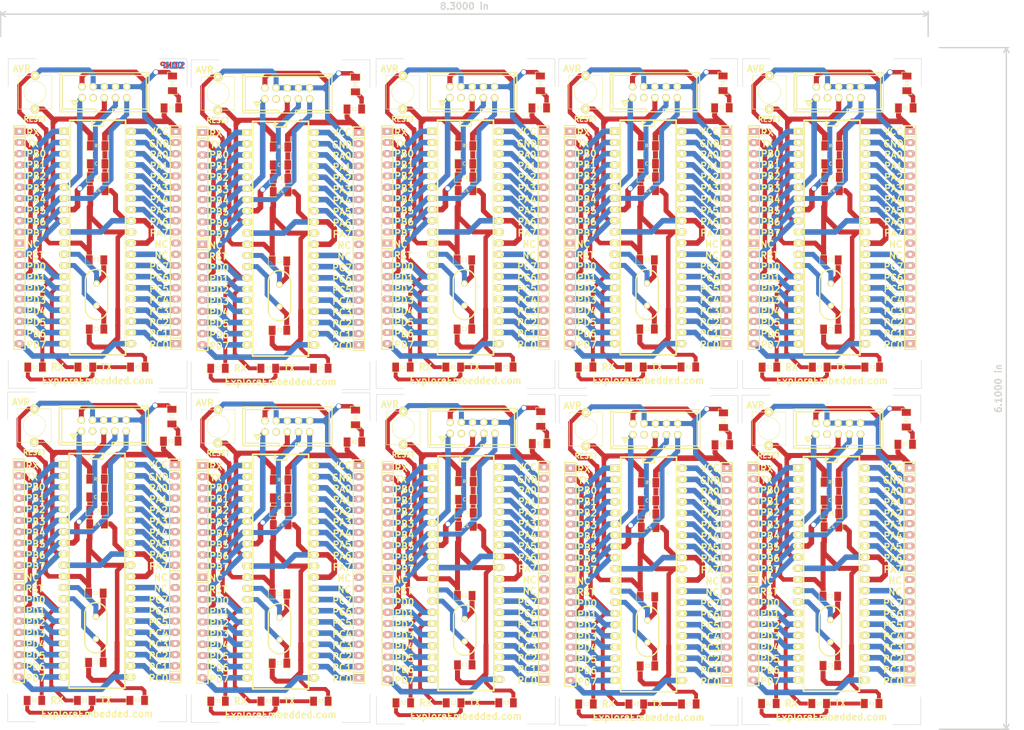
<source format=kicad_pcb>
(kicad_pcb (version 3) (host pcbnew "(2013-07-07 BZR 4022)-stable")
  (layers (15 F.Cu signal) (0 B.Cu signal) (18 B.Paste user) (19 F.Paste user) (20 B.SilkS user) (21 F.SilkS user) (22 B.Mask user) (23 F.Mask user) (28 Edge.Cuts user))
  (net 0 "")
  (net 1 /+5V)
  (net 2 /MISO)
  (net 3 /MOSI)
  (net 4 /RX)
  (net 5 /SCK)
  (net 6 /TX)
  (net 7 /rst)
  (net 8 GND)
  (net 9 N-000001)
  (net 10 N-0000010)
  (net 11 N-0000011)
  (net 12 N-0000012)
  (net 13 N-0000013)
  (net 14 N-0000014)
  (net 15 N-0000015)
  (net 16 N-0000016)
  (net 17 N-0000017)
  (net 18 N-0000018)
  (net 19 N-0000019)
  (net 20 N-000002)
  (net 21 N-0000023)
  (net 22 N-0000027)
  (net 23 N-000003)
  (net 24 N-0000030)
  (net 25 N-0000031)
  (net 26 N-0000032)
  (net 27 N-0000033)
  (net 28 N-0000034)
  (net 29 N-0000035)
  (net 30 N-0000036)
  (net 31 N-0000039)
  (net 32 N-000004)
  (net 33 N-0000042)
  (net 34 N-0000043)
  (net 35 N-000005)
  (net 36 N-000006)
  (net 37 N-000007)
  (net 38 N-000008)
  (net 39 N-000009)
  (module VASCH5x2 (layer F.Cu) (at 213.871 71.109)
    (fp_text reference P1 hide)
    (fp_text value CONN_5X2 hide)
    (pad 1 thru_hole circle (at -5.08 1.27) (size 1.7 1.7) (drill 0.99822) (layers *.Cu *.Mask F.Paste F.SilkS) (net 3 /MOSI))
    (pad 2 thru_hole circle (at -5.08 -1.27) (size 1.7 1.7) (drill 0.99822) (layers *.Cu *.Mask F.Paste F.SilkS) (net 1 /+5V))
    (pad 3 thru_hole circle (at -2.54 1.27) (size 1.7 1.7) (drill 0.99822) (layers *.Cu *.Mask F.Paste F.SilkS))
    (pad 4 thru_hole circle (at -2.54 -1.27) (size 1.7 1.7) (drill 0.99822) (layers *.Cu *.Mask F.Paste F.SilkS) (net 8 GND))
    (pad 5 thru_hole circle (at 0 1.27) (size 1.7 1.7) (drill 0.99822) (layers *.Cu *.Mask F.Paste F.SilkS) (net 7 /rst))
    (pad 6 thru_hole circle (at 0 -1.27) (size 1.7 1.7) (drill 0.99822) (layers *.Cu *.Mask F.Paste F.SilkS) (net 8 GND))
    (pad 7 thru_hole circle (at 2.54 1.27) (size 1.7 1.7) (drill 0.99822) (layers *.Cu *.Mask F.Paste F.SilkS) (net 5 /SCK))
    (pad 8 thru_hole circle (at 2.54 -1.27) (size 1.7 1.7) (drill 0.99822) (layers *.Cu *.Mask F.Paste F.SilkS) (net 8 GND))
    (pad 9 thru_hole circle (at 5.08 1.27) (size 1.7 1.7) (drill 0.99822) (layers *.Cu *.Mask F.Paste F.SilkS) (net 2 /MISO))
    (pad 10 thru_hole circle (at 5.08 -1.27) (size 1.7 1.7) (drill 0.99822) (layers *.Cu *.Mask F.Paste F.SilkS) (net 8 GND))
  )
  (module SIL-10 (layer F.Cu) (at 194.567 91.429 270)
    (fp_text reference P5 hide)
    (fp_text value CONN_10 hide)
    (pad 1 thru_hole rect (at -11.43 0 270) (size 1.5748 2.286) (drill 0.8128) (layers *.Cu *.Mask B.SilkS) (net 4 /RX))
    (pad 2 thru_hole oval (at -8.89 0 270) (size 1.5748 2.286) (drill 0.8128) (layers *.Cu *.Mask B.SilkS) (net 6 /TX))
    (pad 3 thru_hole oval (at -6.35 0 270) (size 1.5748 2.286) (drill 0.8128) (layers *.Cu *.Mask B.SilkS) (net 37 N-000007))
    (pad 4 thru_hole oval (at -3.81 0 270) (size 1.5748 2.286) (drill 0.8128) (layers *.Cu *.Mask B.SilkS) (net 36 N-000006))
    (pad 5 thru_hole oval (at -1.27 0 270) (size 1.5748 2.286) (drill 0.8128) (layers *.Cu *.Mask B.SilkS) (net 35 N-000005))
    (pad 6 thru_hole oval (at 1.27 0 270) (size 1.5748 2.286) (drill 0.8128) (layers *.Cu *.Mask B.SilkS) (net 32 N-000004))
    (pad 7 thru_hole oval (at 3.81 0 270) (size 1.5748 2.286) (drill 0.8128) (layers *.Cu *.Mask B.SilkS) (net 23 N-000003))
    (pad 8 thru_hole oval (at 6.35 0 270) (size 1.5748 2.286) (drill 0.8128) (layers *.Cu *.Mask B.SilkS) (net 3 /MOSI))
    (pad 9 thru_hole oval (at 8.89 0 270) (size 1.5748 2.286) (drill 0.8128) (layers *.Cu *.Mask B.SilkS) (net 2 /MISO))
    (pad 10 thru_hole oval (at 11.43 0 270) (size 1.5748 2.286) (drill 0.8128) (layers *.Cu *.Mask B.SilkS) (net 5 /SCK))
  )
  (module SIL-10 (layer F.Cu) (at 230.127 91.429 270)
    (fp_text reference P3 hide)
    (fp_text value CONN_10 hide)
    (pad 1 thru_hole rect (at -11.43 0 270) (size 1.5748 2.286) (drill 0.8128) (layers *.Cu *.Mask B.SilkS) (net 1 /+5V))
    (pad 2 thru_hole oval (at -8.89 0 270) (size 1.5748 2.286) (drill 0.8128) (layers *.Cu *.Mask B.SilkS) (net 8 GND))
    (pad 3 thru_hole oval (at -6.35 0 270) (size 1.5748 2.286) (drill 0.8128) (layers *.Cu *.Mask B.SilkS) (net 9 N-000001))
    (pad 4 thru_hole oval (at -3.81 0 270) (size 1.5748 2.286) (drill 0.8128) (layers *.Cu *.Mask B.SilkS) (net 20 N-000002))
    (pad 5 thru_hole oval (at -1.27 0 270) (size 1.5748 2.286) (drill 0.8128) (layers *.Cu *.Mask B.SilkS) (net 38 N-000008))
    (pad 6 thru_hole oval (at 1.27 0 270) (size 1.5748 2.286) (drill 0.8128) (layers *.Cu *.Mask B.SilkS) (net 39 N-000009))
    (pad 7 thru_hole oval (at 3.81 0 270) (size 1.5748 2.286) (drill 0.8128) (layers *.Cu *.Mask B.SilkS) (net 10 N-0000010))
    (pad 8 thru_hole oval (at 6.35 0 270) (size 1.5748 2.286) (drill 0.8128) (layers *.Cu *.Mask B.SilkS) (net 13 N-0000013))
    (pad 9 thru_hole oval (at 8.89 0 270) (size 1.5748 2.286) (drill 0.8128) (layers *.Cu *.Mask B.SilkS) (net 12 N-0000012))
    (pad 10 thru_hole oval (at 11.43 0 270) (size 1.5748 2.286) (drill 0.8128) (layers *.Cu *.Mask B.SilkS) (net 11 N-0000011))
  )
  (module HC-49V (layer F.Cu) (at 212.093 117.083 90)
    (fp_text reference X1 hide)
    (fp_text value 16Mhz hide)
    (pad 1 thru_hole circle (at -2.54 0 90) (size 1.4224 1.4224) (drill 0.762) (layers *.Cu *.Mask F.SilkS) (net 33 N-0000042))
    (pad 2 thru_hole circle (at 2.54 0 90) (size 1.4224 1.4224) (drill 0.762) (layers *.Cu *.Mask F.SilkS) (net 34 N-0000043))
  )
  (module DIP-40__600_ELL (layer F.Cu) (at 212.347 104.129 270)
    (fp_text reference IC1 hide)
    (fp_text value ATMEGA32-P hide)
    (pad 1 thru_hole rect (at -24.13 7.62 270) (size 1.5748 2.286) (drill 0.8128) (layers *.Cu *.Mask F.SilkS) (net 37 N-000007))
    (pad 2 thru_hole oval (at -21.59 7.62 270) (size 1.5748 2.286) (drill 0.8128) (layers *.Cu *.Mask F.SilkS) (net 36 N-000006))
    (pad 3 thru_hole oval (at -19.05 7.62 270) (size 1.5748 2.286) (drill 0.8128) (layers *.Cu *.Mask F.SilkS) (net 35 N-000005))
    (pad 4 thru_hole oval (at -16.51 7.62 270) (size 1.5748 2.286) (drill 0.8128) (layers *.Cu *.Mask F.SilkS) (net 32 N-000004))
    (pad 5 thru_hole oval (at -13.97 7.62 270) (size 1.5748 2.286) (drill 0.8128) (layers *.Cu *.Mask F.SilkS) (net 23 N-000003))
    (pad 6 thru_hole oval (at -11.43 7.62 270) (size 1.5748 2.286) (drill 0.8128) (layers *.Cu *.Mask F.SilkS) (net 3 /MOSI))
    (pad 7 thru_hole oval (at -8.89 7.62 270) (size 1.5748 2.286) (drill 0.8128) (layers *.Cu *.Mask F.SilkS) (net 2 /MISO))
    (pad 8 thru_hole oval (at -6.35 7.62 270) (size 1.5748 2.286) (drill 0.8128) (layers *.Cu *.Mask F.SilkS) (net 5 /SCK))
    (pad 9 thru_hole oval (at -3.81 7.62 270) (size 1.5748 2.286) (drill 0.8128) (layers *.Cu *.Mask F.SilkS) (net 7 /rst))
    (pad 10 thru_hole oval (at -1.27 7.62 270) (size 1.5748 2.286) (drill 0.8128) (layers *.Cu *.Mask F.SilkS) (net 1 /+5V))
    (pad 11 thru_hole oval (at 1.27 7.62 270) (size 1.5748 2.286) (drill 0.8128) (layers *.Cu *.Mask F.SilkS) (net 8 GND))
    (pad 12 thru_hole oval (at 3.81 7.62 270) (size 1.5748 2.286) (drill 0.8128) (layers *.Cu *.Mask F.SilkS) (net 34 N-0000043))
    (pad 13 thru_hole oval (at 6.35 7.62 270) (size 1.5748 2.286) (drill 0.8128) (layers *.Cu *.Mask F.SilkS) (net 33 N-0000042))
    (pad 14 thru_hole oval (at 8.89 7.62 270) (size 1.5748 2.286) (drill 0.8128) (layers *.Cu *.Mask F.SilkS) (net 4 /RX))
    (pad 15 thru_hole oval (at 11.43 7.62 270) (size 1.5748 2.286) (drill 0.8128) (layers *.Cu *.Mask F.SilkS) (net 6 /TX))
    (pad 16 thru_hole oval (at 13.97 7.62 270) (size 1.5748 2.286) (drill 0.8128) (layers *.Cu *.Mask F.SilkS) (net 14 N-0000014))
    (pad 17 thru_hole oval (at 16.51 7.62 270) (size 1.5748 2.286) (drill 0.8128) (layers *.Cu *.Mask F.SilkS) (net 17 N-0000017))
    (pad 18 thru_hole oval (at 19.05 7.62 270) (size 1.5748 2.286) (drill 0.8128) (layers *.Cu *.Mask F.SilkS) (net 16 N-0000016))
    (pad 19 thru_hole oval (at 21.59 7.62 270) (size 1.5748 2.286) (drill 0.8128) (layers *.Cu *.Mask F.SilkS) (net 15 N-0000015))
    (pad 20 thru_hole oval (at 24.13 7.62 270) (size 1.5748 2.286) (drill 0.8128) (layers *.Cu *.Mask F.SilkS) (net 18 N-0000018))
    (pad 21 thru_hole oval (at 24.13 -7.62 270) (size 1.5748 2.286) (drill 0.8128) (layers *.Cu *.Mask F.SilkS) (net 19 N-0000019))
    (pad 22 thru_hole oval (at 21.59 -7.62 270) (size 1.5748 2.286) (drill 0.8128) (layers *.Cu *.Mask F.SilkS) (net 25 N-0000031))
    (pad 23 thru_hole oval (at 19.05 -7.62 270) (size 1.5748 2.286) (drill 0.8128) (layers *.Cu *.Mask F.SilkS) (net 24 N-0000030))
    (pad 24 thru_hole oval (at 16.51 -7.62 270) (size 1.5748 2.286) (drill 0.8128) (layers *.Cu *.Mask F.SilkS) (net 26 N-0000032))
    (pad 25 thru_hole oval (at 13.97 -7.62 270) (size 1.5748 2.286) (drill 0.8128) (layers *.Cu *.Mask F.SilkS) (net 27 N-0000033))
    (pad 26 thru_hole oval (at 11.43 -7.62 270) (size 1.5748 2.286) (drill 0.8128) (layers *.Cu *.Mask F.SilkS) (net 28 N-0000034))
    (pad 27 thru_hole oval (at 8.89 -7.62 270) (size 1.5748 2.286) (drill 0.8128) (layers *.Cu *.Mask F.SilkS) (net 29 N-0000035))
    (pad 28 thru_hole oval (at 6.35 -7.62 270) (size 1.5748 2.286) (drill 0.8128) (layers *.Cu *.Mask F.SilkS) (net 30 N-0000036))
    (pad 29 thru_hole oval (at 3.81 -7.62 270) (size 1.5748 2.286) (drill 0.8128) (layers *.Cu *.Mask F.SilkS) (net 31 N-0000039))
    (pad 30 thru_hole oval (at 1.27 -7.62 270) (size 1.5748 2.286) (drill 0.8128) (layers *.Cu *.Mask F.SilkS) (net 1 /+5V))
    (pad 31 thru_hole oval (at -1.27 -7.62 270) (size 1.5748 2.286) (drill 0.8128) (layers *.Cu *.Mask F.SilkS) (net 8 GND))
    (pad 32 thru_hole oval (at -3.81 -7.62 270) (size 1.5748 2.286) (drill 0.8128) (layers *.Cu *.Mask F.SilkS) (net 1 /+5V))
    (pad 33 thru_hole oval (at -6.35 -7.62 270) (size 1.5748 2.286) (drill 0.8128) (layers *.Cu *.Mask F.SilkS) (net 11 N-0000011))
    (pad 34 thru_hole oval (at -8.89 -7.62 270) (size 1.5748 2.286) (drill 0.8128) (layers *.Cu *.Mask F.SilkS) (net 12 N-0000012))
    (pad 35 thru_hole oval (at -11.43 -7.62 270) (size 1.5748 2.286) (drill 0.8128) (layers *.Cu *.Mask F.SilkS) (net 13 N-0000013))
    (pad 36 thru_hole oval (at -13.97 -7.62 270) (size 1.5748 2.286) (drill 0.8128) (layers *.Cu *.Mask F.SilkS) (net 10 N-0000010))
    (pad 37 thru_hole oval (at -16.51 -7.62 270) (size 1.5748 2.286) (drill 0.8128) (layers *.Cu *.Mask F.SilkS) (net 39 N-000009))
    (pad 38 thru_hole oval (at -19.05 -7.62 270) (size 1.5748 2.286) (drill 0.8128) (layers *.Cu *.Mask F.SilkS) (net 38 N-000008))
    (pad 39 thru_hole oval (at -21.59 -7.62 270) (size 1.5748 2.286) (drill 0.8128) (layers *.Cu *.Mask F.SilkS) (net 20 N-000002))
    (pad 40 thru_hole oval (at -24.13 -7.62 270) (size 1.5748 2.286) (drill 0.8128) (layers *.Cu *.Mask F.SilkS) (net 9 N-000001))
  )
  (module SW_PB_2pin_xl (layer F.Cu) (at 198.123 71.109 90)
    (fp_text reference SW1 hide)
    (fp_text value rst hide)
    (pad 1 thru_hole circle (at -3.81 -0.01016 90) (size 2 2) (drill 0.85) (layers *.Cu *.Mask F.SilkS) (net 7 /rst))
    (pad 2 thru_hole circle (at 3.79984 0 90) (size 2 2) (drill 0.85) (layers *.Cu *.Mask F.SilkS) (net 8 GND))
  )
  (module SIL-10 (layer F.Cu) (at 194.567 116.829 270)
    (fp_text reference P2 hide)
    (fp_text value CONN_10 hide)
    (pad 1 thru_hole rect (at -11.43 0 270) (size 1.5748 2.286) (drill 0.8128) (layers *.Cu *.Mask B.SilkS))
    (pad 2 thru_hole oval (at -8.89 0 270) (size 1.5748 2.286) (drill 0.8128) (layers *.Cu *.Mask B.SilkS) (net 7 /rst))
    (pad 3 thru_hole oval (at -6.35 0 270) (size 1.5748 2.286) (drill 0.8128) (layers *.Cu *.Mask B.SilkS) (net 4 /RX))
    (pad 4 thru_hole oval (at -3.81 0 270) (size 1.5748 2.286) (drill 0.8128) (layers *.Cu *.Mask B.SilkS) (net 6 /TX))
    (pad 5 thru_hole oval (at -1.27 0 270) (size 1.5748 2.286) (drill 0.8128) (layers *.Cu *.Mask B.SilkS) (net 14 N-0000014))
    (pad 6 thru_hole oval (at 1.27 0 270) (size 1.5748 2.286) (drill 0.8128) (layers *.Cu *.Mask B.SilkS) (net 17 N-0000017))
    (pad 7 thru_hole oval (at 3.81 0 270) (size 1.5748 2.286) (drill 0.8128) (layers *.Cu *.Mask B.SilkS) (net 16 N-0000016))
    (pad 8 thru_hole oval (at 6.35 0 270) (size 1.5748 2.286) (drill 0.8128) (layers *.Cu *.Mask B.SilkS) (net 15 N-0000015))
    (pad 9 thru_hole oval (at 8.89 0 270) (size 1.5748 2.286) (drill 0.8128) (layers *.Cu *.Mask B.SilkS) (net 18 N-0000018))
    (pad 10 thru_hole oval (at 11.43 0 270) (size 1.5748 2.286) (drill 0.8128) (layers *.Cu *.Mask B.SilkS) (net 19 N-0000019))
  )
  (module SIL-10 (layer F.Cu) (at 230.127 116.829 90)
    (fp_text reference P4 hide)
    (fp_text value CONN_10 hide)
    (pad 1 thru_hole rect (at -11.43 0 90) (size 1.5748 2.286) (drill 0.8128) (layers *.Cu *.Mask B.SilkS) (net 25 N-0000031))
    (pad 2 thru_hole oval (at -8.89 0 90) (size 1.5748 2.286) (drill 0.8128) (layers *.Cu *.Mask B.SilkS) (net 24 N-0000030))
    (pad 3 thru_hole oval (at -6.35 0 90) (size 1.5748 2.286) (drill 0.8128) (layers *.Cu *.Mask B.SilkS) (net 26 N-0000032))
    (pad 4 thru_hole oval (at -3.81 0 90) (size 1.5748 2.286) (drill 0.8128) (layers *.Cu *.Mask B.SilkS) (net 27 N-0000033))
    (pad 5 thru_hole oval (at -1.27 0 90) (size 1.5748 2.286) (drill 0.8128) (layers *.Cu *.Mask B.SilkS) (net 28 N-0000034))
    (pad 6 thru_hole oval (at 1.27 0 90) (size 1.5748 2.286) (drill 0.8128) (layers *.Cu *.Mask B.SilkS) (net 29 N-0000035))
    (pad 7 thru_hole oval (at 3.81 0 90) (size 1.5748 2.286) (drill 0.8128) (layers *.Cu *.Mask B.SilkS) (net 30 N-0000036))
    (pad 8 thru_hole oval (at 6.35 0 90) (size 1.5748 2.286) (drill 0.8128) (layers *.Cu *.Mask B.SilkS) (net 31 N-0000039))
    (pad 9 thru_hole oval (at 8.89 0 90) (size 1.5748 2.286) (drill 0.8128) (layers *.Cu *.Mask B.SilkS))
    (pad 10 thru_hole oval (at 11.43 0 90) (size 1.5748 2.286) (drill 0.8128) (layers *.Cu *.Mask B.SilkS))
  )
  (module SM1206 (layer F.Cu) (at 212.347 83.301)
    (fp_text reference R1 (at 0 0) (layer F.SilkS) (effects (font (size 0.762 0.762) (thickness 0.127))))
    (fp_text value 10K hide)
    (pad 1 smd rect (at -1.651 0) (size 1.524 2.032) (layers F.Cu F.Paste F.Mask) (net 7 /rst))
    (pad 2 smd rect (at 1.651 0) (size 1.524 2.032) (layers F.Cu F.Paste F.Mask) (net 1 /+5V))
  )
  (module SM1206 (layer F.Cu) (at 212.093 124.957)
    (fp_text reference C3 (at 0 0) (layer F.SilkS) (effects (font (size 0.762 0.762) (thickness 0.127))))
    (fp_text value 22pF hide)
    (pad 1 smd rect (at -1.651 0) (size 1.524 2.032) (layers F.Cu F.Paste F.Mask) (net 8 GND))
    (pad 2 smd rect (at 1.651 0) (size 1.524 2.032) (layers F.Cu F.Paste F.Mask) (net 33 N-0000042))
  )
  (module SM1206 (layer F.Cu) (at 212.347 93.461 180)
    (fp_text reference C4 (at 0 0 180) (layer F.SilkS) (effects (font (size 0.762 0.762) (thickness 0.127))))
    (fp_text value 0.1uF hide)
    (pad 1 smd rect (at -1.651 0 180) (size 1.524 2.032) (layers F.Cu F.Paste F.Mask) (net 1 /+5V))
    (pad 2 smd rect (at 1.651 0 180) (size 1.524 2.032) (layers F.Cu F.Paste F.Mask) (net 8 GND))
  )
  (module SM1206 (layer F.Cu) (at 212.347 90.413 180)
    (fp_text reference C6 (at 0 0 180) (layer F.SilkS) (effects (font (size 0.762 0.762) (thickness 0.127))))
    (fp_text value 0.1uF hide)
    (pad 1 smd rect (at -1.651 0 180) (size 1.524 2.032) (layers F.Cu F.Paste F.Mask) (net 1 /+5V))
    (pad 2 smd rect (at 1.651 0 180) (size 1.524 2.032) (layers F.Cu F.Paste F.Mask) (net 8 GND))
  )
  (module SM1206 (layer F.Cu) (at 212.093 109.209)
    (fp_text reference C2 (at 0 0) (layer F.SilkS) (effects (font (size 0.762 0.762) (thickness 0.127))))
    (fp_text value 22pF hide)
    (pad 1 smd rect (at -1.651 0) (size 1.524 2.032) (layers F.Cu F.Paste F.Mask) (net 8 GND))
    (pad 2 smd rect (at 1.651 0) (size 1.524 2.032) (layers F.Cu F.Paste F.Mask) (net 34 N-0000043))
  )
  (module SM1206 (layer F.Cu) (at 212.347 87.365 180)
    (fp_text reference C5 (at 0 0 180) (layer F.SilkS) (effects (font (size 0.762 0.762) (thickness 0.127))))
    (fp_text value 0.1uF hide)
    (pad 1 smd rect (at -1.651 0 180) (size 1.524 2.032) (layers F.Cu F.Paste F.Mask) (net 1 /+5V))
    (pad 2 smd rect (at 1.651 0 180) (size 1.524 2.032) (layers F.Cu F.Paste F.Mask) (net 8 GND))
  )
  (module SM1206 (layer F.Cu) (at 229.111 74.665)
    (fp_text reference R2 (at 0 0) (layer F.SilkS) (effects (font (size 0.762 0.762) (thickness 0.127))))
    (fp_text value R hide)
    (pad 1 smd rect (at -1.651 0) (size 1.524 2.032) (layers F.Cu F.Paste F.Mask) (net 1 /+5V))
    (pad 2 smd rect (at 1.651 0) (size 1.524 2.032) (layers F.Cu F.Paste F.Mask) (net 21 N-0000023))
  )
  (module SM1206 (layer F.Cu) (at 229.365 69.077 90)
    (fp_text reference D1 (at 0 0 90) (layer F.SilkS) (effects (font (size 0.762 0.762) (thickness 0.127))))
    (fp_text value LED hide)
    (pad 1 smd rect (at -1.651 0 90) (size 1.524 2.032) (layers F.Cu F.Paste F.Mask) (net 21 N-0000023))
    (pad 2 smd rect (at 1.651 0 90) (size 1.524 2.032) (layers F.Cu F.Paste F.Mask) (net 8 GND))
  )
  (module SM1206 (layer F.Cu) (at 198.123 133.593 180)
    (fp_text reference D2 (at 0 0 180) (layer F.SilkS) (effects (font (size 0.762 0.762) (thickness 0.127))))
    (fp_text value LED hide)
    (pad 1 smd rect (at -1.651 0 180) (size 1.524 2.032) (layers F.Cu F.Paste F.Mask) (net 4 /RX))
    (pad 2 smd rect (at 1.651 0 180) (size 1.524 2.032) (layers F.Cu F.Paste F.Mask) (net 22 N-0000027))
  )
  (module SM1206 (layer F.Cu) (at 209.553 133.593)
    (fp_text reference D3 (at 0 0) (layer F.SilkS) (effects (font (size 0.762 0.762) (thickness 0.127))))
    (fp_text value LED hide)
    (pad 1 smd rect (at -1.651 0) (size 1.524 2.032) (layers F.Cu F.Paste F.Mask) (net 6 /TX))
    (pad 2 smd rect (at 1.651 0) (size 1.524 2.032) (layers F.Cu F.Paste F.Mask) (net 22 N-0000027))
  )
  (module SM1206 (layer F.Cu) (at 221.491 133.593)
    (fp_text reference R3 (at 0 0) (layer F.SilkS) (effects (font (size 0.762 0.762) (thickness 0.127))))
    (fp_text value R hide)
    (pad 1 smd rect (at -1.651 0) (size 1.524 2.032) (layers F.Cu F.Paste F.Mask) (net 22 N-0000027))
    (pad 2 smd rect (at 1.651 0) (size 1.524 2.032) (layers F.Cu F.Paste F.Mask) (net 8 GND))
  )
  (module VASCH5x2 (layer F.Cu) (at 255.391 71.094)
    (fp_text reference P1 hide)
    (fp_text value CONN_5X2 hide)
    (pad 1 thru_hole circle (at -5.08 1.27) (size 1.7 1.7) (drill 0.99822) (layers *.Cu *.Mask F.Paste F.SilkS) (net 3 /MOSI))
    (pad 2 thru_hole circle (at -5.08 -1.27) (size 1.7 1.7) (drill 0.99822) (layers *.Cu *.Mask F.Paste F.SilkS) (net 1 /+5V))
    (pad 3 thru_hole circle (at -2.54 1.27) (size 1.7 1.7) (drill 0.99822) (layers *.Cu *.Mask F.Paste F.SilkS))
    (pad 4 thru_hole circle (at -2.54 -1.27) (size 1.7 1.7) (drill 0.99822) (layers *.Cu *.Mask F.Paste F.SilkS) (net 8 GND))
    (pad 5 thru_hole circle (at 0 1.27) (size 1.7 1.7) (drill 0.99822) (layers *.Cu *.Mask F.Paste F.SilkS) (net 7 /rst))
    (pad 6 thru_hole circle (at 0 -1.27) (size 1.7 1.7) (drill 0.99822) (layers *.Cu *.Mask F.Paste F.SilkS) (net 8 GND))
    (pad 7 thru_hole circle (at 2.54 1.27) (size 1.7 1.7) (drill 0.99822) (layers *.Cu *.Mask F.Paste F.SilkS) (net 5 /SCK))
    (pad 8 thru_hole circle (at 2.54 -1.27) (size 1.7 1.7) (drill 0.99822) (layers *.Cu *.Mask F.Paste F.SilkS) (net 8 GND))
    (pad 9 thru_hole circle (at 5.08 1.27) (size 1.7 1.7) (drill 0.99822) (layers *.Cu *.Mask F.Paste F.SilkS) (net 2 /MISO))
    (pad 10 thru_hole circle (at 5.08 -1.27) (size 1.7 1.7) (drill 0.99822) (layers *.Cu *.Mask F.Paste F.SilkS) (net 8 GND))
  )
  (module SIL-10 (layer F.Cu) (at 236.087 91.414 270)
    (fp_text reference P5 hide)
    (fp_text value CONN_10 hide)
    (pad 1 thru_hole rect (at -11.43 0 270) (size 1.5748 2.286) (drill 0.8128) (layers *.Cu *.Mask B.SilkS) (net 4 /RX))
    (pad 2 thru_hole oval (at -8.89 0 270) (size 1.5748 2.286) (drill 0.8128) (layers *.Cu *.Mask B.SilkS) (net 6 /TX))
    (pad 3 thru_hole oval (at -6.35 0 270) (size 1.5748 2.286) (drill 0.8128) (layers *.Cu *.Mask B.SilkS) (net 37 N-000007))
    (pad 4 thru_hole oval (at -3.81 0 270) (size 1.5748 2.286) (drill 0.8128) (layers *.Cu *.Mask B.SilkS) (net 36 N-000006))
    (pad 5 thru_hole oval (at -1.27 0 270) (size 1.5748 2.286) (drill 0.8128) (layers *.Cu *.Mask B.SilkS) (net 35 N-000005))
    (pad 6 thru_hole oval (at 1.27 0 270) (size 1.5748 2.286) (drill 0.8128) (layers *.Cu *.Mask B.SilkS) (net 32 N-000004))
    (pad 7 thru_hole oval (at 3.81 0 270) (size 1.5748 2.286) (drill 0.8128) (layers *.Cu *.Mask B.SilkS) (net 23 N-000003))
    (pad 8 thru_hole oval (at 6.35 0 270) (size 1.5748 2.286) (drill 0.8128) (layers *.Cu *.Mask B.SilkS) (net 3 /MOSI))
    (pad 9 thru_hole oval (at 8.89 0 270) (size 1.5748 2.286) (drill 0.8128) (layers *.Cu *.Mask B.SilkS) (net 2 /MISO))
    (pad 10 thru_hole oval (at 11.43 0 270) (size 1.5748 2.286) (drill 0.8128) (layers *.Cu *.Mask B.SilkS) (net 5 /SCK))
  )
  (module SIL-10 (layer F.Cu) (at 271.647 91.414 270)
    (fp_text reference P3 hide)
    (fp_text value CONN_10 hide)
    (pad 1 thru_hole rect (at -11.43 0 270) (size 1.5748 2.286) (drill 0.8128) (layers *.Cu *.Mask B.SilkS) (net 1 /+5V))
    (pad 2 thru_hole oval (at -8.89 0 270) (size 1.5748 2.286) (drill 0.8128) (layers *.Cu *.Mask B.SilkS) (net 8 GND))
    (pad 3 thru_hole oval (at -6.35 0 270) (size 1.5748 2.286) (drill 0.8128) (layers *.Cu *.Mask B.SilkS) (net 9 N-000001))
    (pad 4 thru_hole oval (at -3.81 0 270) (size 1.5748 2.286) (drill 0.8128) (layers *.Cu *.Mask B.SilkS) (net 20 N-000002))
    (pad 5 thru_hole oval (at -1.27 0 270) (size 1.5748 2.286) (drill 0.8128) (layers *.Cu *.Mask B.SilkS) (net 38 N-000008))
    (pad 6 thru_hole oval (at 1.27 0 270) (size 1.5748 2.286) (drill 0.8128) (layers *.Cu *.Mask B.SilkS) (net 39 N-000009))
    (pad 7 thru_hole oval (at 3.81 0 270) (size 1.5748 2.286) (drill 0.8128) (layers *.Cu *.Mask B.SilkS) (net 10 N-0000010))
    (pad 8 thru_hole oval (at 6.35 0 270) (size 1.5748 2.286) (drill 0.8128) (layers *.Cu *.Mask B.SilkS) (net 13 N-0000013))
    (pad 9 thru_hole oval (at 8.89 0 270) (size 1.5748 2.286) (drill 0.8128) (layers *.Cu *.Mask B.SilkS) (net 12 N-0000012))
    (pad 10 thru_hole oval (at 11.43 0 270) (size 1.5748 2.286) (drill 0.8128) (layers *.Cu *.Mask B.SilkS) (net 11 N-0000011))
  )
  (module HC-49V (layer F.Cu) (at 253.613 117.068 90)
    (fp_text reference X1 hide)
    (fp_text value 16Mhz hide)
    (pad 1 thru_hole circle (at -2.54 0 90) (size 1.4224 1.4224) (drill 0.762) (layers *.Cu *.Mask F.SilkS) (net 33 N-0000042))
    (pad 2 thru_hole circle (at 2.54 0 90) (size 1.4224 1.4224) (drill 0.762) (layers *.Cu *.Mask F.SilkS) (net 34 N-0000043))
  )
  (module DIP-40__600_ELL (layer F.Cu) (at 253.867 104.114 270)
    (fp_text reference IC1 hide)
    (fp_text value ATMEGA32-P hide)
    (pad 1 thru_hole rect (at -24.13 7.62 270) (size 1.5748 2.286) (drill 0.8128) (layers *.Cu *.Mask F.SilkS) (net 37 N-000007))
    (pad 2 thru_hole oval (at -21.59 7.62 270) (size 1.5748 2.286) (drill 0.8128) (layers *.Cu *.Mask F.SilkS) (net 36 N-000006))
    (pad 3 thru_hole oval (at -19.05 7.62 270) (size 1.5748 2.286) (drill 0.8128) (layers *.Cu *.Mask F.SilkS) (net 35 N-000005))
    (pad 4 thru_hole oval (at -16.51 7.62 270) (size 1.5748 2.286) (drill 0.8128) (layers *.Cu *.Mask F.SilkS) (net 32 N-000004))
    (pad 5 thru_hole oval (at -13.97 7.62 270) (size 1.5748 2.286) (drill 0.8128) (layers *.Cu *.Mask F.SilkS) (net 23 N-000003))
    (pad 6 thru_hole oval (at -11.43 7.62 270) (size 1.5748 2.286) (drill 0.8128) (layers *.Cu *.Mask F.SilkS) (net 3 /MOSI))
    (pad 7 thru_hole oval (at -8.89 7.62 270) (size 1.5748 2.286) (drill 0.8128) (layers *.Cu *.Mask F.SilkS) (net 2 /MISO))
    (pad 8 thru_hole oval (at -6.35 7.62 270) (size 1.5748 2.286) (drill 0.8128) (layers *.Cu *.Mask F.SilkS) (net 5 /SCK))
    (pad 9 thru_hole oval (at -3.81 7.62 270) (size 1.5748 2.286) (drill 0.8128) (layers *.Cu *.Mask F.SilkS) (net 7 /rst))
    (pad 10 thru_hole oval (at -1.27 7.62 270) (size 1.5748 2.286) (drill 0.8128) (layers *.Cu *.Mask F.SilkS) (net 1 /+5V))
    (pad 11 thru_hole oval (at 1.27 7.62 270) (size 1.5748 2.286) (drill 0.8128) (layers *.Cu *.Mask F.SilkS) (net 8 GND))
    (pad 12 thru_hole oval (at 3.81 7.62 270) (size 1.5748 2.286) (drill 0.8128) (layers *.Cu *.Mask F.SilkS) (net 34 N-0000043))
    (pad 13 thru_hole oval (at 6.35 7.62 270) (size 1.5748 2.286) (drill 0.8128) (layers *.Cu *.Mask F.SilkS) (net 33 N-0000042))
    (pad 14 thru_hole oval (at 8.89 7.62 270) (size 1.5748 2.286) (drill 0.8128) (layers *.Cu *.Mask F.SilkS) (net 4 /RX))
    (pad 15 thru_hole oval (at 11.43 7.62 270) (size 1.5748 2.286) (drill 0.8128) (layers *.Cu *.Mask F.SilkS) (net 6 /TX))
    (pad 16 thru_hole oval (at 13.97 7.62 270) (size 1.5748 2.286) (drill 0.8128) (layers *.Cu *.Mask F.SilkS) (net 14 N-0000014))
    (pad 17 thru_hole oval (at 16.51 7.62 270) (size 1.5748 2.286) (drill 0.8128) (layers *.Cu *.Mask F.SilkS) (net 17 N-0000017))
    (pad 18 thru_hole oval (at 19.05 7.62 270) (size 1.5748 2.286) (drill 0.8128) (layers *.Cu *.Mask F.SilkS) (net 16 N-0000016))
    (pad 19 thru_hole oval (at 21.59 7.62 270) (size 1.5748 2.286) (drill 0.8128) (layers *.Cu *.Mask F.SilkS) (net 15 N-0000015))
    (pad 20 thru_hole oval (at 24.13 7.62 270) (size 1.5748 2.286) (drill 0.8128) (layers *.Cu *.Mask F.SilkS) (net 18 N-0000018))
    (pad 21 thru_hole oval (at 24.13 -7.62 270) (size 1.5748 2.286) (drill 0.8128) (layers *.Cu *.Mask F.SilkS) (net 19 N-0000019))
    (pad 22 thru_hole oval (at 21.59 -7.62 270) (size 1.5748 2.286) (drill 0.8128) (layers *.Cu *.Mask F.SilkS) (net 25 N-0000031))
    (pad 23 thru_hole oval (at 19.05 -7.62 270) (size 1.5748 2.286) (drill 0.8128) (layers *.Cu *.Mask F.SilkS) (net 24 N-0000030))
    (pad 24 thru_hole oval (at 16.51 -7.62 270) (size 1.5748 2.286) (drill 0.8128) (layers *.Cu *.Mask F.SilkS) (net 26 N-0000032))
    (pad 25 thru_hole oval (at 13.97 -7.62 270) (size 1.5748 2.286) (drill 0.8128) (layers *.Cu *.Mask F.SilkS) (net 27 N-0000033))
    (pad 26 thru_hole oval (at 11.43 -7.62 270) (size 1.5748 2.286) (drill 0.8128) (layers *.Cu *.Mask F.SilkS) (net 28 N-0000034))
    (pad 27 thru_hole oval (at 8.89 -7.62 270) (size 1.5748 2.286) (drill 0.8128) (layers *.Cu *.Mask F.SilkS) (net 29 N-0000035))
    (pad 28 thru_hole oval (at 6.35 -7.62 270) (size 1.5748 2.286) (drill 0.8128) (layers *.Cu *.Mask F.SilkS) (net 30 N-0000036))
    (pad 29 thru_hole oval (at 3.81 -7.62 270) (size 1.5748 2.286) (drill 0.8128) (layers *.Cu *.Mask F.SilkS) (net 31 N-0000039))
    (pad 30 thru_hole oval (at 1.27 -7.62 270) (size 1.5748 2.286) (drill 0.8128) (layers *.Cu *.Mask F.SilkS) (net 1 /+5V))
    (pad 31 thru_hole oval (at -1.27 -7.62 270) (size 1.5748 2.286) (drill 0.8128) (layers *.Cu *.Mask F.SilkS) (net 8 GND))
    (pad 32 thru_hole oval (at -3.81 -7.62 270) (size 1.5748 2.286) (drill 0.8128) (layers *.Cu *.Mask F.SilkS) (net 1 /+5V))
    (pad 33 thru_hole oval (at -6.35 -7.62 270) (size 1.5748 2.286) (drill 0.8128) (layers *.Cu *.Mask F.SilkS) (net 11 N-0000011))
    (pad 34 thru_hole oval (at -8.89 -7.62 270) (size 1.5748 2.286) (drill 0.8128) (layers *.Cu *.Mask F.SilkS) (net 12 N-0000012))
    (pad 35 thru_hole oval (at -11.43 -7.62 270) (size 1.5748 2.286) (drill 0.8128) (layers *.Cu *.Mask F.SilkS) (net 13 N-0000013))
    (pad 36 thru_hole oval (at -13.97 -7.62 270) (size 1.5748 2.286) (drill 0.8128) (layers *.Cu *.Mask F.SilkS) (net 10 N-0000010))
    (pad 37 thru_hole oval (at -16.51 -7.62 270) (size 1.5748 2.286) (drill 0.8128) (layers *.Cu *.Mask F.SilkS) (net 39 N-000009))
    (pad 38 thru_hole oval (at -19.05 -7.62 270) (size 1.5748 2.286) (drill 0.8128) (layers *.Cu *.Mask F.SilkS) (net 38 N-000008))
    (pad 39 thru_hole oval (at -21.59 -7.62 270) (size 1.5748 2.286) (drill 0.8128) (layers *.Cu *.Mask F.SilkS) (net 20 N-000002))
    (pad 40 thru_hole oval (at -24.13 -7.62 270) (size 1.5748 2.286) (drill 0.8128) (layers *.Cu *.Mask F.SilkS) (net 9 N-000001))
  )
  (module SW_PB_2pin_xl (layer F.Cu) (at 239.643 71.094 90)
    (fp_text reference SW1 hide)
    (fp_text value rst hide)
    (pad 1 thru_hole circle (at -3.81 -0.01016 90) (size 2 2) (drill 0.85) (layers *.Cu *.Mask F.SilkS) (net 7 /rst))
    (pad 2 thru_hole circle (at 3.79984 0 90) (size 2 2) (drill 0.85) (layers *.Cu *.Mask F.SilkS) (net 8 GND))
  )
  (module SIL-10 (layer F.Cu) (at 236.087 116.814 270)
    (fp_text reference P2 hide)
    (fp_text value CONN_10 hide)
    (pad 1 thru_hole rect (at -11.43 0 270) (size 1.5748 2.286) (drill 0.8128) (layers *.Cu *.Mask B.SilkS))
    (pad 2 thru_hole oval (at -8.89 0 270) (size 1.5748 2.286) (drill 0.8128) (layers *.Cu *.Mask B.SilkS) (net 7 /rst))
    (pad 3 thru_hole oval (at -6.35 0 270) (size 1.5748 2.286) (drill 0.8128) (layers *.Cu *.Mask B.SilkS) (net 4 /RX))
    (pad 4 thru_hole oval (at -3.81 0 270) (size 1.5748 2.286) (drill 0.8128) (layers *.Cu *.Mask B.SilkS) (net 6 /TX))
    (pad 5 thru_hole oval (at -1.27 0 270) (size 1.5748 2.286) (drill 0.8128) (layers *.Cu *.Mask B.SilkS) (net 14 N-0000014))
    (pad 6 thru_hole oval (at 1.27 0 270) (size 1.5748 2.286) (drill 0.8128) (layers *.Cu *.Mask B.SilkS) (net 17 N-0000017))
    (pad 7 thru_hole oval (at 3.81 0 270) (size 1.5748 2.286) (drill 0.8128) (layers *.Cu *.Mask B.SilkS) (net 16 N-0000016))
    (pad 8 thru_hole oval (at 6.35 0 270) (size 1.5748 2.286) (drill 0.8128) (layers *.Cu *.Mask B.SilkS) (net 15 N-0000015))
    (pad 9 thru_hole oval (at 8.89 0 270) (size 1.5748 2.286) (drill 0.8128) (layers *.Cu *.Mask B.SilkS) (net 18 N-0000018))
    (pad 10 thru_hole oval (at 11.43 0 270) (size 1.5748 2.286) (drill 0.8128) (layers *.Cu *.Mask B.SilkS) (net 19 N-0000019))
  )
  (module SIL-10 (layer F.Cu) (at 271.647 116.814 90)
    (fp_text reference P4 hide)
    (fp_text value CONN_10 hide)
    (pad 1 thru_hole rect (at -11.43 0 90) (size 1.5748 2.286) (drill 0.8128) (layers *.Cu *.Mask B.SilkS) (net 25 N-0000031))
    (pad 2 thru_hole oval (at -8.89 0 90) (size 1.5748 2.286) (drill 0.8128) (layers *.Cu *.Mask B.SilkS) (net 24 N-0000030))
    (pad 3 thru_hole oval (at -6.35 0 90) (size 1.5748 2.286) (drill 0.8128) (layers *.Cu *.Mask B.SilkS) (net 26 N-0000032))
    (pad 4 thru_hole oval (at -3.81 0 90) (size 1.5748 2.286) (drill 0.8128) (layers *.Cu *.Mask B.SilkS) (net 27 N-0000033))
    (pad 5 thru_hole oval (at -1.27 0 90) (size 1.5748 2.286) (drill 0.8128) (layers *.Cu *.Mask B.SilkS) (net 28 N-0000034))
    (pad 6 thru_hole oval (at 1.27 0 90) (size 1.5748 2.286) (drill 0.8128) (layers *.Cu *.Mask B.SilkS) (net 29 N-0000035))
    (pad 7 thru_hole oval (at 3.81 0 90) (size 1.5748 2.286) (drill 0.8128) (layers *.Cu *.Mask B.SilkS) (net 30 N-0000036))
    (pad 8 thru_hole oval (at 6.35 0 90) (size 1.5748 2.286) (drill 0.8128) (layers *.Cu *.Mask B.SilkS) (net 31 N-0000039))
    (pad 9 thru_hole oval (at 8.89 0 90) (size 1.5748 2.286) (drill 0.8128) (layers *.Cu *.Mask B.SilkS))
    (pad 10 thru_hole oval (at 11.43 0 90) (size 1.5748 2.286) (drill 0.8128) (layers *.Cu *.Mask B.SilkS))
  )
  (module SM1206 (layer F.Cu) (at 253.867 83.286)
    (fp_text reference R1 (at 0 0) (layer F.SilkS) (effects (font (size 0.762 0.762) (thickness 0.127))))
    (fp_text value 10K hide)
    (pad 1 smd rect (at -1.651 0) (size 1.524 2.032) (layers F.Cu F.Paste F.Mask) (net 7 /rst))
    (pad 2 smd rect (at 1.651 0) (size 1.524 2.032) (layers F.Cu F.Paste F.Mask) (net 1 /+5V))
  )
  (module SM1206 (layer F.Cu) (at 253.613 124.942)
    (fp_text reference C3 (at 0 0) (layer F.SilkS) (effects (font (size 0.762 0.762) (thickness 0.127))))
    (fp_text value 22pF hide)
    (pad 1 smd rect (at -1.651 0) (size 1.524 2.032) (layers F.Cu F.Paste F.Mask) (net 8 GND))
    (pad 2 smd rect (at 1.651 0) (size 1.524 2.032) (layers F.Cu F.Paste F.Mask) (net 33 N-0000042))
  )
  (module SM1206 (layer F.Cu) (at 253.867 93.446 180)
    (fp_text reference C4 (at 0 0 180) (layer F.SilkS) (effects (font (size 0.762 0.762) (thickness 0.127))))
    (fp_text value 0.1uF hide)
    (pad 1 smd rect (at -1.651 0 180) (size 1.524 2.032) (layers F.Cu F.Paste F.Mask) (net 1 /+5V))
    (pad 2 smd rect (at 1.651 0 180) (size 1.524 2.032) (layers F.Cu F.Paste F.Mask) (net 8 GND))
  )
  (module SM1206 (layer F.Cu) (at 253.867 90.398 180)
    (fp_text reference C6 (at 0 0 180) (layer F.SilkS) (effects (font (size 0.762 0.762) (thickness 0.127))))
    (fp_text value 0.1uF hide)
    (pad 1 smd rect (at -1.651 0 180) (size 1.524 2.032) (layers F.Cu F.Paste F.Mask) (net 1 /+5V))
    (pad 2 smd rect (at 1.651 0 180) (size 1.524 2.032) (layers F.Cu F.Paste F.Mask) (net 8 GND))
  )
  (module SM1206 (layer F.Cu) (at 253.613 109.194)
    (fp_text reference C2 (at 0 0) (layer F.SilkS) (effects (font (size 0.762 0.762) (thickness 0.127))))
    (fp_text value 22pF hide)
    (pad 1 smd rect (at -1.651 0) (size 1.524 2.032) (layers F.Cu F.Paste F.Mask) (net 8 GND))
    (pad 2 smd rect (at 1.651 0) (size 1.524 2.032) (layers F.Cu F.Paste F.Mask) (net 34 N-0000043))
  )
  (module SM1206 (layer F.Cu) (at 253.867 87.35 180)
    (fp_text reference C5 (at 0 0 180) (layer F.SilkS) (effects (font (size 0.762 0.762) (thickness 0.127))))
    (fp_text value 0.1uF hide)
    (pad 1 smd rect (at -1.651 0 180) (size 1.524 2.032) (layers F.Cu F.Paste F.Mask) (net 1 /+5V))
    (pad 2 smd rect (at 1.651 0 180) (size 1.524 2.032) (layers F.Cu F.Paste F.Mask) (net 8 GND))
  )
  (module SM1206 (layer F.Cu) (at 270.631 74.65)
    (fp_text reference R2 (at 0 0) (layer F.SilkS) (effects (font (size 0.762 0.762) (thickness 0.127))))
    (fp_text value R hide)
    (pad 1 smd rect (at -1.651 0) (size 1.524 2.032) (layers F.Cu F.Paste F.Mask) (net 1 /+5V))
    (pad 2 smd rect (at 1.651 0) (size 1.524 2.032) (layers F.Cu F.Paste F.Mask) (net 21 N-0000023))
  )
  (module SM1206 (layer F.Cu) (at 270.885 69.062 90)
    (fp_text reference D1 (at 0 0 90) (layer F.SilkS) (effects (font (size 0.762 0.762) (thickness 0.127))))
    (fp_text value LED hide)
    (pad 1 smd rect (at -1.651 0 90) (size 1.524 2.032) (layers F.Cu F.Paste F.Mask) (net 21 N-0000023))
    (pad 2 smd rect (at 1.651 0 90) (size 1.524 2.032) (layers F.Cu F.Paste F.Mask) (net 8 GND))
  )
  (module SM1206 (layer F.Cu) (at 239.643 133.578 180)
    (fp_text reference D2 (at 0 0 180) (layer F.SilkS) (effects (font (size 0.762 0.762) (thickness 0.127))))
    (fp_text value LED hide)
    (pad 1 smd rect (at -1.651 0 180) (size 1.524 2.032) (layers F.Cu F.Paste F.Mask) (net 4 /RX))
    (pad 2 smd rect (at 1.651 0 180) (size 1.524 2.032) (layers F.Cu F.Paste F.Mask) (net 22 N-0000027))
  )
  (module SM1206 (layer F.Cu) (at 251.073 133.578)
    (fp_text reference D3 (at 0 0) (layer F.SilkS) (effects (font (size 0.762 0.762) (thickness 0.127))))
    (fp_text value LED hide)
    (pad 1 smd rect (at -1.651 0) (size 1.524 2.032) (layers F.Cu F.Paste F.Mask) (net 6 /TX))
    (pad 2 smd rect (at 1.651 0) (size 1.524 2.032) (layers F.Cu F.Paste F.Mask) (net 22 N-0000027))
  )
  (module SM1206 (layer F.Cu) (at 263.011 133.578)
    (fp_text reference R3 (at 0 0) (layer F.SilkS) (effects (font (size 0.762 0.762) (thickness 0.127))))
    (fp_text value R hide)
    (pad 1 smd rect (at -1.651 0) (size 1.524 2.032) (layers F.Cu F.Paste F.Mask) (net 22 N-0000027))
    (pad 2 smd rect (at 1.651 0) (size 1.524 2.032) (layers F.Cu F.Paste F.Mask) (net 8 GND))
  )
  (module VASCH5x2 (layer F.Cu) (at 255.486 147.679)
    (fp_text reference P1 hide)
    (fp_text value CONN_5X2 hide)
    (pad 1 thru_hole circle (at -5.08 1.27) (size 1.7 1.7) (drill 0.99822) (layers *.Cu *.Mask F.Paste F.SilkS) (net 3 /MOSI))
    (pad 2 thru_hole circle (at -5.08 -1.27) (size 1.7 1.7) (drill 0.99822) (layers *.Cu *.Mask F.Paste F.SilkS) (net 1 /+5V))
    (pad 3 thru_hole circle (at -2.54 1.27) (size 1.7 1.7) (drill 0.99822) (layers *.Cu *.Mask F.Paste F.SilkS))
    (pad 4 thru_hole circle (at -2.54 -1.27) (size 1.7 1.7) (drill 0.99822) (layers *.Cu *.Mask F.Paste F.SilkS) (net 8 GND))
    (pad 5 thru_hole circle (at 0 1.27) (size 1.7 1.7) (drill 0.99822) (layers *.Cu *.Mask F.Paste F.SilkS) (net 7 /rst))
    (pad 6 thru_hole circle (at 0 -1.27) (size 1.7 1.7) (drill 0.99822) (layers *.Cu *.Mask F.Paste F.SilkS) (net 8 GND))
    (pad 7 thru_hole circle (at 2.54 1.27) (size 1.7 1.7) (drill 0.99822) (layers *.Cu *.Mask F.Paste F.SilkS) (net 5 /SCK))
    (pad 8 thru_hole circle (at 2.54 -1.27) (size 1.7 1.7) (drill 0.99822) (layers *.Cu *.Mask F.Paste F.SilkS) (net 8 GND))
    (pad 9 thru_hole circle (at 5.08 1.27) (size 1.7 1.7) (drill 0.99822) (layers *.Cu *.Mask F.Paste F.SilkS) (net 2 /MISO))
    (pad 10 thru_hole circle (at 5.08 -1.27) (size 1.7 1.7) (drill 0.99822) (layers *.Cu *.Mask F.Paste F.SilkS) (net 8 GND))
  )
  (module SIL-10 (layer F.Cu) (at 236.182 167.999 270)
    (fp_text reference P5 hide)
    (fp_text value CONN_10 hide)
    (pad 1 thru_hole rect (at -11.43 0 270) (size 1.5748 2.286) (drill 0.8128) (layers *.Cu *.Mask B.SilkS) (net 4 /RX))
    (pad 2 thru_hole oval (at -8.89 0 270) (size 1.5748 2.286) (drill 0.8128) (layers *.Cu *.Mask B.SilkS) (net 6 /TX))
    (pad 3 thru_hole oval (at -6.35 0 270) (size 1.5748 2.286) (drill 0.8128) (layers *.Cu *.Mask B.SilkS) (net 37 N-000007))
    (pad 4 thru_hole oval (at -3.81 0 270) (size 1.5748 2.286) (drill 0.8128) (layers *.Cu *.Mask B.SilkS) (net 36 N-000006))
    (pad 5 thru_hole oval (at -1.27 0 270) (size 1.5748 2.286) (drill 0.8128) (layers *.Cu *.Mask B.SilkS) (net 35 N-000005))
    (pad 6 thru_hole oval (at 1.27 0 270) (size 1.5748 2.286) (drill 0.8128) (layers *.Cu *.Mask B.SilkS) (net 32 N-000004))
    (pad 7 thru_hole oval (at 3.81 0 270) (size 1.5748 2.286) (drill 0.8128) (layers *.Cu *.Mask B.SilkS) (net 23 N-000003))
    (pad 8 thru_hole oval (at 6.35 0 270) (size 1.5748 2.286) (drill 0.8128) (layers *.Cu *.Mask B.SilkS) (net 3 /MOSI))
    (pad 9 thru_hole oval (at 8.89 0 270) (size 1.5748 2.286) (drill 0.8128) (layers *.Cu *.Mask B.SilkS) (net 2 /MISO))
    (pad 10 thru_hole oval (at 11.43 0 270) (size 1.5748 2.286) (drill 0.8128) (layers *.Cu *.Mask B.SilkS) (net 5 /SCK))
  )
  (module SIL-10 (layer F.Cu) (at 271.742 167.999 270)
    (fp_text reference P3 hide)
    (fp_text value CONN_10 hide)
    (pad 1 thru_hole rect (at -11.43 0 270) (size 1.5748 2.286) (drill 0.8128) (layers *.Cu *.Mask B.SilkS) (net 1 /+5V))
    (pad 2 thru_hole oval (at -8.89 0 270) (size 1.5748 2.286) (drill 0.8128) (layers *.Cu *.Mask B.SilkS) (net 8 GND))
    (pad 3 thru_hole oval (at -6.35 0 270) (size 1.5748 2.286) (drill 0.8128) (layers *.Cu *.Mask B.SilkS) (net 9 N-000001))
    (pad 4 thru_hole oval (at -3.81 0 270) (size 1.5748 2.286) (drill 0.8128) (layers *.Cu *.Mask B.SilkS) (net 20 N-000002))
    (pad 5 thru_hole oval (at -1.27 0 270) (size 1.5748 2.286) (drill 0.8128) (layers *.Cu *.Mask B.SilkS) (net 38 N-000008))
    (pad 6 thru_hole oval (at 1.27 0 270) (size 1.5748 2.286) (drill 0.8128) (layers *.Cu *.Mask B.SilkS) (net 39 N-000009))
    (pad 7 thru_hole oval (at 3.81 0 270) (size 1.5748 2.286) (drill 0.8128) (layers *.Cu *.Mask B.SilkS) (net 10 N-0000010))
    (pad 8 thru_hole oval (at 6.35 0 270) (size 1.5748 2.286) (drill 0.8128) (layers *.Cu *.Mask B.SilkS) (net 13 N-0000013))
    (pad 9 thru_hole oval (at 8.89 0 270) (size 1.5748 2.286) (drill 0.8128) (layers *.Cu *.Mask B.SilkS) (net 12 N-0000012))
    (pad 10 thru_hole oval (at 11.43 0 270) (size 1.5748 2.286) (drill 0.8128) (layers *.Cu *.Mask B.SilkS) (net 11 N-0000011))
  )
  (module HC-49V (layer F.Cu) (at 253.708 193.653 90)
    (fp_text reference X1 hide)
    (fp_text value 16Mhz hide)
    (pad 1 thru_hole circle (at -2.54 0 90) (size 1.4224 1.4224) (drill 0.762) (layers *.Cu *.Mask F.SilkS) (net 33 N-0000042))
    (pad 2 thru_hole circle (at 2.54 0 90) (size 1.4224 1.4224) (drill 0.762) (layers *.Cu *.Mask F.SilkS) (net 34 N-0000043))
  )
  (module DIP-40__600_ELL (layer F.Cu) (at 253.962 180.699 270)
    (fp_text reference IC1 hide)
    (fp_text value ATMEGA32-P hide)
    (pad 1 thru_hole rect (at -24.13 7.62 270) (size 1.5748 2.286) (drill 0.8128) (layers *.Cu *.Mask F.SilkS) (net 37 N-000007))
    (pad 2 thru_hole oval (at -21.59 7.62 270) (size 1.5748 2.286) (drill 0.8128) (layers *.Cu *.Mask F.SilkS) (net 36 N-000006))
    (pad 3 thru_hole oval (at -19.05 7.62 270) (size 1.5748 2.286) (drill 0.8128) (layers *.Cu *.Mask F.SilkS) (net 35 N-000005))
    (pad 4 thru_hole oval (at -16.51 7.62 270) (size 1.5748 2.286) (drill 0.8128) (layers *.Cu *.Mask F.SilkS) (net 32 N-000004))
    (pad 5 thru_hole oval (at -13.97 7.62 270) (size 1.5748 2.286) (drill 0.8128) (layers *.Cu *.Mask F.SilkS) (net 23 N-000003))
    (pad 6 thru_hole oval (at -11.43 7.62 270) (size 1.5748 2.286) (drill 0.8128) (layers *.Cu *.Mask F.SilkS) (net 3 /MOSI))
    (pad 7 thru_hole oval (at -8.89 7.62 270) (size 1.5748 2.286) (drill 0.8128) (layers *.Cu *.Mask F.SilkS) (net 2 /MISO))
    (pad 8 thru_hole oval (at -6.35 7.62 270) (size 1.5748 2.286) (drill 0.8128) (layers *.Cu *.Mask F.SilkS) (net 5 /SCK))
    (pad 9 thru_hole oval (at -3.81 7.62 270) (size 1.5748 2.286) (drill 0.8128) (layers *.Cu *.Mask F.SilkS) (net 7 /rst))
    (pad 10 thru_hole oval (at -1.27 7.62 270) (size 1.5748 2.286) (drill 0.8128) (layers *.Cu *.Mask F.SilkS) (net 1 /+5V))
    (pad 11 thru_hole oval (at 1.27 7.62 270) (size 1.5748 2.286) (drill 0.8128) (layers *.Cu *.Mask F.SilkS) (net 8 GND))
    (pad 12 thru_hole oval (at 3.81 7.62 270) (size 1.5748 2.286) (drill 0.8128) (layers *.Cu *.Mask F.SilkS) (net 34 N-0000043))
    (pad 13 thru_hole oval (at 6.35 7.62 270) (size 1.5748 2.286) (drill 0.8128) (layers *.Cu *.Mask F.SilkS) (net 33 N-0000042))
    (pad 14 thru_hole oval (at 8.89 7.62 270) (size 1.5748 2.286) (drill 0.8128) (layers *.Cu *.Mask F.SilkS) (net 4 /RX))
    (pad 15 thru_hole oval (at 11.43 7.62 270) (size 1.5748 2.286) (drill 0.8128) (layers *.Cu *.Mask F.SilkS) (net 6 /TX))
    (pad 16 thru_hole oval (at 13.97 7.62 270) (size 1.5748 2.286) (drill 0.8128) (layers *.Cu *.Mask F.SilkS) (net 14 N-0000014))
    (pad 17 thru_hole oval (at 16.51 7.62 270) (size 1.5748 2.286) (drill 0.8128) (layers *.Cu *.Mask F.SilkS) (net 17 N-0000017))
    (pad 18 thru_hole oval (at 19.05 7.62 270) (size 1.5748 2.286) (drill 0.8128) (layers *.Cu *.Mask F.SilkS) (net 16 N-0000016))
    (pad 19 thru_hole oval (at 21.59 7.62 270) (size 1.5748 2.286) (drill 0.8128) (layers *.Cu *.Mask F.SilkS) (net 15 N-0000015))
    (pad 20 thru_hole oval (at 24.13 7.62 270) (size 1.5748 2.286) (drill 0.8128) (layers *.Cu *.Mask F.SilkS) (net 18 N-0000018))
    (pad 21 thru_hole oval (at 24.13 -7.62 270) (size 1.5748 2.286) (drill 0.8128) (layers *.Cu *.Mask F.SilkS) (net 19 N-0000019))
    (pad 22 thru_hole oval (at 21.59 -7.62 270) (size 1.5748 2.286) (drill 0.8128) (layers *.Cu *.Mask F.SilkS) (net 25 N-0000031))
    (pad 23 thru_hole oval (at 19.05 -7.62 270) (size 1.5748 2.286) (drill 0.8128) (layers *.Cu *.Mask F.SilkS) (net 24 N-0000030))
    (pad 24 thru_hole oval (at 16.51 -7.62 270) (size 1.5748 2.286) (drill 0.8128) (layers *.Cu *.Mask F.SilkS) (net 26 N-0000032))
    (pad 25 thru_hole oval (at 13.97 -7.62 270) (size 1.5748 2.286) (drill 0.8128) (layers *.Cu *.Mask F.SilkS) (net 27 N-0000033))
    (pad 26 thru_hole oval (at 11.43 -7.62 270) (size 1.5748 2.286) (drill 0.8128) (layers *.Cu *.Mask F.SilkS) (net 28 N-0000034))
    (pad 27 thru_hole oval (at 8.89 -7.62 270) (size 1.5748 2.286) (drill 0.8128) (layers *.Cu *.Mask F.SilkS) (net 29 N-0000035))
    (pad 28 thru_hole oval (at 6.35 -7.62 270) (size 1.5748 2.286) (drill 0.8128) (layers *.Cu *.Mask F.SilkS) (net 30 N-0000036))
    (pad 29 thru_hole oval (at 3.81 -7.62 270) (size 1.5748 2.286) (drill 0.8128) (layers *.Cu *.Mask F.SilkS) (net 31 N-0000039))
    (pad 30 thru_hole oval (at 1.27 -7.62 270) (size 1.5748 2.286) (drill 0.8128) (layers *.Cu *.Mask F.SilkS) (net 1 /+5V))
    (pad 31 thru_hole oval (at -1.27 -7.62 270) (size 1.5748 2.286) (drill 0.8128) (layers *.Cu *.Mask F.SilkS) (net 8 GND))
    (pad 32 thru_hole oval (at -3.81 -7.62 270) (size 1.5748 2.286) (drill 0.8128) (layers *.Cu *.Mask F.SilkS) (net 1 /+5V))
    (pad 33 thru_hole oval (at -6.35 -7.62 270) (size 1.5748 2.286) (drill 0.8128) (layers *.Cu *.Mask F.SilkS) (net 11 N-0000011))
    (pad 34 thru_hole oval (at -8.89 -7.62 270) (size 1.5748 2.286) (drill 0.8128) (layers *.Cu *.Mask F.SilkS) (net 12 N-0000012))
    (pad 35 thru_hole oval (at -11.43 -7.62 270) (size 1.5748 2.286) (drill 0.8128) (layers *.Cu *.Mask F.SilkS) (net 13 N-0000013))
    (pad 36 thru_hole oval (at -13.97 -7.62 270) (size 1.5748 2.286) (drill 0.8128) (layers *.Cu *.Mask F.SilkS) (net 10 N-0000010))
    (pad 37 thru_hole oval (at -16.51 -7.62 270) (size 1.5748 2.286) (drill 0.8128) (layers *.Cu *.Mask F.SilkS) (net 39 N-000009))
    (pad 38 thru_hole oval (at -19.05 -7.62 270) (size 1.5748 2.286) (drill 0.8128) (layers *.Cu *.Mask F.SilkS) (net 38 N-000008))
    (pad 39 thru_hole oval (at -21.59 -7.62 270) (size 1.5748 2.286) (drill 0.8128) (layers *.Cu *.Mask F.SilkS) (net 20 N-000002))
    (pad 40 thru_hole oval (at -24.13 -7.62 270) (size 1.5748 2.286) (drill 0.8128) (layers *.Cu *.Mask F.SilkS) (net 9 N-000001))
  )
  (module SW_PB_2pin_xl (layer F.Cu) (at 239.738 147.679 90)
    (fp_text reference SW1 hide)
    (fp_text value rst hide)
    (pad 1 thru_hole circle (at -3.81 -0.01016 90) (size 2 2) (drill 0.85) (layers *.Cu *.Mask F.SilkS) (net 7 /rst))
    (pad 2 thru_hole circle (at 3.79984 0 90) (size 2 2) (drill 0.85) (layers *.Cu *.Mask F.SilkS) (net 8 GND))
  )
  (module SIL-10 (layer F.Cu) (at 236.182 193.399 270)
    (fp_text reference P2 hide)
    (fp_text value CONN_10 hide)
    (pad 1 thru_hole rect (at -11.43 0 270) (size 1.5748 2.286) (drill 0.8128) (layers *.Cu *.Mask B.SilkS))
    (pad 2 thru_hole oval (at -8.89 0 270) (size 1.5748 2.286) (drill 0.8128) (layers *.Cu *.Mask B.SilkS) (net 7 /rst))
    (pad 3 thru_hole oval (at -6.35 0 270) (size 1.5748 2.286) (drill 0.8128) (layers *.Cu *.Mask B.SilkS) (net 4 /RX))
    (pad 4 thru_hole oval (at -3.81 0 270) (size 1.5748 2.286) (drill 0.8128) (layers *.Cu *.Mask B.SilkS) (net 6 /TX))
    (pad 5 thru_hole oval (at -1.27 0 270) (size 1.5748 2.286) (drill 0.8128) (layers *.Cu *.Mask B.SilkS) (net 14 N-0000014))
    (pad 6 thru_hole oval (at 1.27 0 270) (size 1.5748 2.286) (drill 0.8128) (layers *.Cu *.Mask B.SilkS) (net 17 N-0000017))
    (pad 7 thru_hole oval (at 3.81 0 270) (size 1.5748 2.286) (drill 0.8128) (layers *.Cu *.Mask B.SilkS) (net 16 N-0000016))
    (pad 8 thru_hole oval (at 6.35 0 270) (size 1.5748 2.286) (drill 0.8128) (layers *.Cu *.Mask B.SilkS) (net 15 N-0000015))
    (pad 9 thru_hole oval (at 8.89 0 270) (size 1.5748 2.286) (drill 0.8128) (layers *.Cu *.Mask B.SilkS) (net 18 N-0000018))
    (pad 10 thru_hole oval (at 11.43 0 270) (size 1.5748 2.286) (drill 0.8128) (layers *.Cu *.Mask B.SilkS) (net 19 N-0000019))
  )
  (module SIL-10 (layer F.Cu) (at 271.742 193.399 90)
    (fp_text reference P4 hide)
    (fp_text value CONN_10 hide)
    (pad 1 thru_hole rect (at -11.43 0 90) (size 1.5748 2.286) (drill 0.8128) (layers *.Cu *.Mask B.SilkS) (net 25 N-0000031))
    (pad 2 thru_hole oval (at -8.89 0 90) (size 1.5748 2.286) (drill 0.8128) (layers *.Cu *.Mask B.SilkS) (net 24 N-0000030))
    (pad 3 thru_hole oval (at -6.35 0 90) (size 1.5748 2.286) (drill 0.8128) (layers *.Cu *.Mask B.SilkS) (net 26 N-0000032))
    (pad 4 thru_hole oval (at -3.81 0 90) (size 1.5748 2.286) (drill 0.8128) (layers *.Cu *.Mask B.SilkS) (net 27 N-0000033))
    (pad 5 thru_hole oval (at -1.27 0 90) (size 1.5748 2.286) (drill 0.8128) (layers *.Cu *.Mask B.SilkS) (net 28 N-0000034))
    (pad 6 thru_hole oval (at 1.27 0 90) (size 1.5748 2.286) (drill 0.8128) (layers *.Cu *.Mask B.SilkS) (net 29 N-0000035))
    (pad 7 thru_hole oval (at 3.81 0 90) (size 1.5748 2.286) (drill 0.8128) (layers *.Cu *.Mask B.SilkS) (net 30 N-0000036))
    (pad 8 thru_hole oval (at 6.35 0 90) (size 1.5748 2.286) (drill 0.8128) (layers *.Cu *.Mask B.SilkS) (net 31 N-0000039))
    (pad 9 thru_hole oval (at 8.89 0 90) (size 1.5748 2.286) (drill 0.8128) (layers *.Cu *.Mask B.SilkS))
    (pad 10 thru_hole oval (at 11.43 0 90) (size 1.5748 2.286) (drill 0.8128) (layers *.Cu *.Mask B.SilkS))
  )
  (module SM1206 (layer F.Cu) (at 253.962 159.871)
    (fp_text reference R1 (at 0 0) (layer F.SilkS) (effects (font (size 0.762 0.762) (thickness 0.127))))
    (fp_text value 10K hide)
    (pad 1 smd rect (at -1.651 0) (size 1.524 2.032) (layers F.Cu F.Paste F.Mask) (net 7 /rst))
    (pad 2 smd rect (at 1.651 0) (size 1.524 2.032) (layers F.Cu F.Paste F.Mask) (net 1 /+5V))
  )
  (module SM1206 (layer F.Cu) (at 253.708 201.527)
    (fp_text reference C3 (at 0 0) (layer F.SilkS) (effects (font (size 0.762 0.762) (thickness 0.127))))
    (fp_text value 22pF hide)
    (pad 1 smd rect (at -1.651 0) (size 1.524 2.032) (layers F.Cu F.Paste F.Mask) (net 8 GND))
    (pad 2 smd rect (at 1.651 0) (size 1.524 2.032) (layers F.Cu F.Paste F.Mask) (net 33 N-0000042))
  )
  (module SM1206 (layer F.Cu) (at 253.962 170.031 180)
    (fp_text reference C4 (at 0 0 180) (layer F.SilkS) (effects (font (size 0.762 0.762) (thickness 0.127))))
    (fp_text value 0.1uF hide)
    (pad 1 smd rect (at -1.651 0 180) (size 1.524 2.032) (layers F.Cu F.Paste F.Mask) (net 1 /+5V))
    (pad 2 smd rect (at 1.651 0 180) (size 1.524 2.032) (layers F.Cu F.Paste F.Mask) (net 8 GND))
  )
  (module SM1206 (layer F.Cu) (at 253.962 166.983 180)
    (fp_text reference C6 (at 0 0 180) (layer F.SilkS) (effects (font (size 0.762 0.762) (thickness 0.127))))
    (fp_text value 0.1uF hide)
    (pad 1 smd rect (at -1.651 0 180) (size 1.524 2.032) (layers F.Cu F.Paste F.Mask) (net 1 /+5V))
    (pad 2 smd rect (at 1.651 0 180) (size 1.524 2.032) (layers F.Cu F.Paste F.Mask) (net 8 GND))
  )
  (module SM1206 (layer F.Cu) (at 253.708 185.779)
    (fp_text reference C2 (at 0 0) (layer F.SilkS) (effects (font (size 0.762 0.762) (thickness 0.127))))
    (fp_text value 22pF hide)
    (pad 1 smd rect (at -1.651 0) (size 1.524 2.032) (layers F.Cu F.Paste F.Mask) (net 8 GND))
    (pad 2 smd rect (at 1.651 0) (size 1.524 2.032) (layers F.Cu F.Paste F.Mask) (net 34 N-0000043))
  )
  (module SM1206 (layer F.Cu) (at 253.962 163.935 180)
    (fp_text reference C5 (at 0 0 180) (layer F.SilkS) (effects (font (size 0.762 0.762) (thickness 0.127))))
    (fp_text value 0.1uF hide)
    (pad 1 smd rect (at -1.651 0 180) (size 1.524 2.032) (layers F.Cu F.Paste F.Mask) (net 1 /+5V))
    (pad 2 smd rect (at 1.651 0 180) (size 1.524 2.032) (layers F.Cu F.Paste F.Mask) (net 8 GND))
  )
  (module SM1206 (layer F.Cu) (at 270.726 151.235)
    (fp_text reference R2 (at 0 0) (layer F.SilkS) (effects (font (size 0.762 0.762) (thickness 0.127))))
    (fp_text value R hide)
    (pad 1 smd rect (at -1.651 0) (size 1.524 2.032) (layers F.Cu F.Paste F.Mask) (net 1 /+5V))
    (pad 2 smd rect (at 1.651 0) (size 1.524 2.032) (layers F.Cu F.Paste F.Mask) (net 21 N-0000023))
  )
  (module SM1206 (layer F.Cu) (at 270.98 145.647 90)
    (fp_text reference D1 (at 0 0 90) (layer F.SilkS) (effects (font (size 0.762 0.762) (thickness 0.127))))
    (fp_text value LED hide)
    (pad 1 smd rect (at -1.651 0 90) (size 1.524 2.032) (layers F.Cu F.Paste F.Mask) (net 21 N-0000023))
    (pad 2 smd rect (at 1.651 0 90) (size 1.524 2.032) (layers F.Cu F.Paste F.Mask) (net 8 GND))
  )
  (module SM1206 (layer F.Cu) (at 239.738 210.163 180)
    (fp_text reference D2 (at 0 0 180) (layer F.SilkS) (effects (font (size 0.762 0.762) (thickness 0.127))))
    (fp_text value LED hide)
    (pad 1 smd rect (at -1.651 0 180) (size 1.524 2.032) (layers F.Cu F.Paste F.Mask) (net 4 /RX))
    (pad 2 smd rect (at 1.651 0 180) (size 1.524 2.032) (layers F.Cu F.Paste F.Mask) (net 22 N-0000027))
  )
  (module SM1206 (layer F.Cu) (at 251.168 210.163)
    (fp_text reference D3 (at 0 0) (layer F.SilkS) (effects (font (size 0.762 0.762) (thickness 0.127))))
    (fp_text value LED hide)
    (pad 1 smd rect (at -1.651 0) (size 1.524 2.032) (layers F.Cu F.Paste F.Mask) (net 6 /TX))
    (pad 2 smd rect (at 1.651 0) (size 1.524 2.032) (layers F.Cu F.Paste F.Mask) (net 22 N-0000027))
  )
  (module SM1206 (layer F.Cu) (at 263.106 210.163)
    (fp_text reference R3 (at 0 0) (layer F.SilkS) (effects (font (size 0.762 0.762) (thickness 0.127))))
    (fp_text value R hide)
    (pad 1 smd rect (at -1.651 0) (size 1.524 2.032) (layers F.Cu F.Paste F.Mask) (net 22 N-0000027))
    (pad 2 smd rect (at 1.651 0) (size 1.524 2.032) (layers F.Cu F.Paste F.Mask) (net 8 GND))
  )
  (module VASCH5x2 (layer F.Cu) (at 213.951 147.409)
    (fp_text reference P1 hide)
    (fp_text value CONN_5X2 hide)
    (pad 1 thru_hole circle (at -5.08 1.27) (size 1.7 1.7) (drill 0.99822) (layers *.Cu *.Mask F.Paste F.SilkS) (net 3 /MOSI))
    (pad 2 thru_hole circle (at -5.08 -1.27) (size 1.7 1.7) (drill 0.99822) (layers *.Cu *.Mask F.Paste F.SilkS) (net 1 /+5V))
    (pad 3 thru_hole circle (at -2.54 1.27) (size 1.7 1.7) (drill 0.99822) (layers *.Cu *.Mask F.Paste F.SilkS))
    (pad 4 thru_hole circle (at -2.54 -1.27) (size 1.7 1.7) (drill 0.99822) (layers *.Cu *.Mask F.Paste F.SilkS) (net 8 GND))
    (pad 5 thru_hole circle (at 0 1.27) (size 1.7 1.7) (drill 0.99822) (layers *.Cu *.Mask F.Paste F.SilkS) (net 7 /rst))
    (pad 6 thru_hole circle (at 0 -1.27) (size 1.7 1.7) (drill 0.99822) (layers *.Cu *.Mask F.Paste F.SilkS) (net 8 GND))
    (pad 7 thru_hole circle (at 2.54 1.27) (size 1.7 1.7) (drill 0.99822) (layers *.Cu *.Mask F.Paste F.SilkS) (net 5 /SCK))
    (pad 8 thru_hole circle (at 2.54 -1.27) (size 1.7 1.7) (drill 0.99822) (layers *.Cu *.Mask F.Paste F.SilkS) (net 8 GND))
    (pad 9 thru_hole circle (at 5.08 1.27) (size 1.7 1.7) (drill 0.99822) (layers *.Cu *.Mask F.Paste F.SilkS) (net 2 /MISO))
    (pad 10 thru_hole circle (at 5.08 -1.27) (size 1.7 1.7) (drill 0.99822) (layers *.Cu *.Mask F.Paste F.SilkS) (net 8 GND))
  )
  (module SIL-10 (layer F.Cu) (at 194.647 167.729 270)
    (fp_text reference P5 hide)
    (fp_text value CONN_10 hide)
    (pad 1 thru_hole rect (at -11.43 0 270) (size 1.5748 2.286) (drill 0.8128) (layers *.Cu *.Mask B.SilkS) (net 4 /RX))
    (pad 2 thru_hole oval (at -8.89 0 270) (size 1.5748 2.286) (drill 0.8128) (layers *.Cu *.Mask B.SilkS) (net 6 /TX))
    (pad 3 thru_hole oval (at -6.35 0 270) (size 1.5748 2.286) (drill 0.8128) (layers *.Cu *.Mask B.SilkS) (net 37 N-000007))
    (pad 4 thru_hole oval (at -3.81 0 270) (size 1.5748 2.286) (drill 0.8128) (layers *.Cu *.Mask B.SilkS) (net 36 N-000006))
    (pad 5 thru_hole oval (at -1.27 0 270) (size 1.5748 2.286) (drill 0.8128) (layers *.Cu *.Mask B.SilkS) (net 35 N-000005))
    (pad 6 thru_hole oval (at 1.27 0 270) (size 1.5748 2.286) (drill 0.8128) (layers *.Cu *.Mask B.SilkS) (net 32 N-000004))
    (pad 7 thru_hole oval (at 3.81 0 270) (size 1.5748 2.286) (drill 0.8128) (layers *.Cu *.Mask B.SilkS) (net 23 N-000003))
    (pad 8 thru_hole oval (at 6.35 0 270) (size 1.5748 2.286) (drill 0.8128) (layers *.Cu *.Mask B.SilkS) (net 3 /MOSI))
    (pad 9 thru_hole oval (at 8.89 0 270) (size 1.5748 2.286) (drill 0.8128) (layers *.Cu *.Mask B.SilkS) (net 2 /MISO))
    (pad 10 thru_hole oval (at 11.43 0 270) (size 1.5748 2.286) (drill 0.8128) (layers *.Cu *.Mask B.SilkS) (net 5 /SCK))
  )
  (module SIL-10 (layer F.Cu) (at 230.207 167.729 270)
    (fp_text reference P3 hide)
    (fp_text value CONN_10 hide)
    (pad 1 thru_hole rect (at -11.43 0 270) (size 1.5748 2.286) (drill 0.8128) (layers *.Cu *.Mask B.SilkS) (net 1 /+5V))
    (pad 2 thru_hole oval (at -8.89 0 270) (size 1.5748 2.286) (drill 0.8128) (layers *.Cu *.Mask B.SilkS) (net 8 GND))
    (pad 3 thru_hole oval (at -6.35 0 270) (size 1.5748 2.286) (drill 0.8128) (layers *.Cu *.Mask B.SilkS) (net 9 N-000001))
    (pad 4 thru_hole oval (at -3.81 0 270) (size 1.5748 2.286) (drill 0.8128) (layers *.Cu *.Mask B.SilkS) (net 20 N-000002))
    (pad 5 thru_hole oval (at -1.27 0 270) (size 1.5748 2.286) (drill 0.8128) (layers *.Cu *.Mask B.SilkS) (net 38 N-000008))
    (pad 6 thru_hole oval (at 1.27 0 270) (size 1.5748 2.286) (drill 0.8128) (layers *.Cu *.Mask B.SilkS) (net 39 N-000009))
    (pad 7 thru_hole oval (at 3.81 0 270) (size 1.5748 2.286) (drill 0.8128) (layers *.Cu *.Mask B.SilkS) (net 10 N-0000010))
    (pad 8 thru_hole oval (at 6.35 0 270) (size 1.5748 2.286) (drill 0.8128) (layers *.Cu *.Mask B.SilkS) (net 13 N-0000013))
    (pad 9 thru_hole oval (at 8.89 0 270) (size 1.5748 2.286) (drill 0.8128) (layers *.Cu *.Mask B.SilkS) (net 12 N-0000012))
    (pad 10 thru_hole oval (at 11.43 0 270) (size 1.5748 2.286) (drill 0.8128) (layers *.Cu *.Mask B.SilkS) (net 11 N-0000011))
  )
  (module HC-49V (layer F.Cu) (at 212.173 193.383 90)
    (fp_text reference X1 hide)
    (fp_text value 16Mhz hide)
    (pad 1 thru_hole circle (at -2.54 0 90) (size 1.4224 1.4224) (drill 0.762) (layers *.Cu *.Mask F.SilkS) (net 33 N-0000042))
    (pad 2 thru_hole circle (at 2.54 0 90) (size 1.4224 1.4224) (drill 0.762) (layers *.Cu *.Mask F.SilkS) (net 34 N-0000043))
  )
  (module DIP-40__600_ELL (layer F.Cu) (at 212.427 180.429 270)
    (fp_text reference IC1 hide)
    (fp_text value ATMEGA32-P hide)
    (pad 1 thru_hole rect (at -24.13 7.62 270) (size 1.5748 2.286) (drill 0.8128) (layers *.Cu *.Mask F.SilkS) (net 37 N-000007))
    (pad 2 thru_hole oval (at -21.59 7.62 270) (size 1.5748 2.286) (drill 0.8128) (layers *.Cu *.Mask F.SilkS) (net 36 N-000006))
    (pad 3 thru_hole oval (at -19.05 7.62 270) (size 1.5748 2.286) (drill 0.8128) (layers *.Cu *.Mask F.SilkS) (net 35 N-000005))
    (pad 4 thru_hole oval (at -16.51 7.62 270) (size 1.5748 2.286) (drill 0.8128) (layers *.Cu *.Mask F.SilkS) (net 32 N-000004))
    (pad 5 thru_hole oval (at -13.97 7.62 270) (size 1.5748 2.286) (drill 0.8128) (layers *.Cu *.Mask F.SilkS) (net 23 N-000003))
    (pad 6 thru_hole oval (at -11.43 7.62 270) (size 1.5748 2.286) (drill 0.8128) (layers *.Cu *.Mask F.SilkS) (net 3 /MOSI))
    (pad 7 thru_hole oval (at -8.89 7.62 270) (size 1.5748 2.286) (drill 0.8128) (layers *.Cu *.Mask F.SilkS) (net 2 /MISO))
    (pad 8 thru_hole oval (at -6.35 7.62 270) (size 1.5748 2.286) (drill 0.8128) (layers *.Cu *.Mask F.SilkS) (net 5 /SCK))
    (pad 9 thru_hole oval (at -3.81 7.62 270) (size 1.5748 2.286) (drill 0.8128) (layers *.Cu *.Mask F.SilkS) (net 7 /rst))
    (pad 10 thru_hole oval (at -1.27 7.62 270) (size 1.5748 2.286) (drill 0.8128) (layers *.Cu *.Mask F.SilkS) (net 1 /+5V))
    (pad 11 thru_hole oval (at 1.27 7.62 270) (size 1.5748 2.286) (drill 0.8128) (layers *.Cu *.Mask F.SilkS) (net 8 GND))
    (pad 12 thru_hole oval (at 3.81 7.62 270) (size 1.5748 2.286) (drill 0.8128) (layers *.Cu *.Mask F.SilkS) (net 34 N-0000043))
    (pad 13 thru_hole oval (at 6.35 7.62 270) (size 1.5748 2.286) (drill 0.8128) (layers *.Cu *.Mask F.SilkS) (net 33 N-0000042))
    (pad 14 thru_hole oval (at 8.89 7.62 270) (size 1.5748 2.286) (drill 0.8128) (layers *.Cu *.Mask F.SilkS) (net 4 /RX))
    (pad 15 thru_hole oval (at 11.43 7.62 270) (size 1.5748 2.286) (drill 0.8128) (layers *.Cu *.Mask F.SilkS) (net 6 /TX))
    (pad 16 thru_hole oval (at 13.97 7.62 270) (size 1.5748 2.286) (drill 0.8128) (layers *.Cu *.Mask F.SilkS) (net 14 N-0000014))
    (pad 17 thru_hole oval (at 16.51 7.62 270) (size 1.5748 2.286) (drill 0.8128) (layers *.Cu *.Mask F.SilkS) (net 17 N-0000017))
    (pad 18 thru_hole oval (at 19.05 7.62 270) (size 1.5748 2.286) (drill 0.8128) (layers *.Cu *.Mask F.SilkS) (net 16 N-0000016))
    (pad 19 thru_hole oval (at 21.59 7.62 270) (size 1.5748 2.286) (drill 0.8128) (layers *.Cu *.Mask F.SilkS) (net 15 N-0000015))
    (pad 20 thru_hole oval (at 24.13 7.62 270) (size 1.5748 2.286) (drill 0.8128) (layers *.Cu *.Mask F.SilkS) (net 18 N-0000018))
    (pad 21 thru_hole oval (at 24.13 -7.62 270) (size 1.5748 2.286) (drill 0.8128) (layers *.Cu *.Mask F.SilkS) (net 19 N-0000019))
    (pad 22 thru_hole oval (at 21.59 -7.62 270) (size 1.5748 2.286) (drill 0.8128) (layers *.Cu *.Mask F.SilkS) (net 25 N-0000031))
    (pad 23 thru_hole oval (at 19.05 -7.62 270) (size 1.5748 2.286) (drill 0.8128) (layers *.Cu *.Mask F.SilkS) (net 24 N-0000030))
    (pad 24 thru_hole oval (at 16.51 -7.62 270) (size 1.5748 2.286) (drill 0.8128) (layers *.Cu *.Mask F.SilkS) (net 26 N-0000032))
    (pad 25 thru_hole oval (at 13.97 -7.62 270) (size 1.5748 2.286) (drill 0.8128) (layers *.Cu *.Mask F.SilkS) (net 27 N-0000033))
    (pad 26 thru_hole oval (at 11.43 -7.62 270) (size 1.5748 2.286) (drill 0.8128) (layers *.Cu *.Mask F.SilkS) (net 28 N-0000034))
    (pad 27 thru_hole oval (at 8.89 -7.62 270) (size 1.5748 2.286) (drill 0.8128) (layers *.Cu *.Mask F.SilkS) (net 29 N-0000035))
    (pad 28 thru_hole oval (at 6.35 -7.62 270) (size 1.5748 2.286) (drill 0.8128) (layers *.Cu *.Mask F.SilkS) (net 30 N-0000036))
    (pad 29 thru_hole oval (at 3.81 -7.62 270) (size 1.5748 2.286) (drill 0.8128) (layers *.Cu *.Mask F.SilkS) (net 31 N-0000039))
    (pad 30 thru_hole oval (at 1.27 -7.62 270) (size 1.5748 2.286) (drill 0.8128) (layers *.Cu *.Mask F.SilkS) (net 1 /+5V))
    (pad 31 thru_hole oval (at -1.27 -7.62 270) (size 1.5748 2.286) (drill 0.8128) (layers *.Cu *.Mask F.SilkS) (net 8 GND))
    (pad 32 thru_hole oval (at -3.81 -7.62 270) (size 1.5748 2.286) (drill 0.8128) (layers *.Cu *.Mask F.SilkS) (net 1 /+5V))
    (pad 33 thru_hole oval (at -6.35 -7.62 270) (size 1.5748 2.286) (drill 0.8128) (layers *.Cu *.Mask F.SilkS) (net 11 N-0000011))
    (pad 34 thru_hole oval (at -8.89 -7.62 270) (size 1.5748 2.286) (drill 0.8128) (layers *.Cu *.Mask F.SilkS) (net 12 N-0000012))
    (pad 35 thru_hole oval (at -11.43 -7.62 270) (size 1.5748 2.286) (drill 0.8128) (layers *.Cu *.Mask F.SilkS) (net 13 N-0000013))
    (pad 36 thru_hole oval (at -13.97 -7.62 270) (size 1.5748 2.286) (drill 0.8128) (layers *.Cu *.Mask F.SilkS) (net 10 N-0000010))
    (pad 37 thru_hole oval (at -16.51 -7.62 270) (size 1.5748 2.286) (drill 0.8128) (layers *.Cu *.Mask F.SilkS) (net 39 N-000009))
    (pad 38 thru_hole oval (at -19.05 -7.62 270) (size 1.5748 2.286) (drill 0.8128) (layers *.Cu *.Mask F.SilkS) (net 38 N-000008))
    (pad 39 thru_hole oval (at -21.59 -7.62 270) (size 1.5748 2.286) (drill 0.8128) (layers *.Cu *.Mask F.SilkS) (net 20 N-000002))
    (pad 40 thru_hole oval (at -24.13 -7.62 270) (size 1.5748 2.286) (drill 0.8128) (layers *.Cu *.Mask F.SilkS) (net 9 N-000001))
  )
  (module SW_PB_2pin_xl (layer F.Cu) (at 198.203 147.409 90)
    (fp_text reference SW1 hide)
    (fp_text value rst hide)
    (pad 1 thru_hole circle (at -3.81 -0.01016 90) (size 2 2) (drill 0.85) (layers *.Cu *.Mask F.SilkS) (net 7 /rst))
    (pad 2 thru_hole circle (at 3.79984 0 90) (size 2 2) (drill 0.85) (layers *.Cu *.Mask F.SilkS) (net 8 GND))
  )
  (module SIL-10 (layer F.Cu) (at 194.647 193.129 270)
    (fp_text reference P2 hide)
    (fp_text value CONN_10 hide)
    (pad 1 thru_hole rect (at -11.43 0 270) (size 1.5748 2.286) (drill 0.8128) (layers *.Cu *.Mask B.SilkS))
    (pad 2 thru_hole oval (at -8.89 0 270) (size 1.5748 2.286) (drill 0.8128) (layers *.Cu *.Mask B.SilkS) (net 7 /rst))
    (pad 3 thru_hole oval (at -6.35 0 270) (size 1.5748 2.286) (drill 0.8128) (layers *.Cu *.Mask B.SilkS) (net 4 /RX))
    (pad 4 thru_hole oval (at -3.81 0 270) (size 1.5748 2.286) (drill 0.8128) (layers *.Cu *.Mask B.SilkS) (net 6 /TX))
    (pad 5 thru_hole oval (at -1.27 0 270) (size 1.5748 2.286) (drill 0.8128) (layers *.Cu *.Mask B.SilkS) (net 14 N-0000014))
    (pad 6 thru_hole oval (at 1.27 0 270) (size 1.5748 2.286) (drill 0.8128) (layers *.Cu *.Mask B.SilkS) (net 17 N-0000017))
    (pad 7 thru_hole oval (at 3.81 0 270) (size 1.5748 2.286) (drill 0.8128) (layers *.Cu *.Mask B.SilkS) (net 16 N-0000016))
    (pad 8 thru_hole oval (at 6.35 0 270) (size 1.5748 2.286) (drill 0.8128) (layers *.Cu *.Mask B.SilkS) (net 15 N-0000015))
    (pad 9 thru_hole oval (at 8.89 0 270) (size 1.5748 2.286) (drill 0.8128) (layers *.Cu *.Mask B.SilkS) (net 18 N-0000018))
    (pad 10 thru_hole oval (at 11.43 0 270) (size 1.5748 2.286) (drill 0.8128) (layers *.Cu *.Mask B.SilkS) (net 19 N-0000019))
  )
  (module SIL-10 (layer F.Cu) (at 230.207 193.129 90)
    (fp_text reference P4 hide)
    (fp_text value CONN_10 hide)
    (pad 1 thru_hole rect (at -11.43 0 90) (size 1.5748 2.286) (drill 0.8128) (layers *.Cu *.Mask B.SilkS) (net 25 N-0000031))
    (pad 2 thru_hole oval (at -8.89 0 90) (size 1.5748 2.286) (drill 0.8128) (layers *.Cu *.Mask B.SilkS) (net 24 N-0000030))
    (pad 3 thru_hole oval (at -6.35 0 90) (size 1.5748 2.286) (drill 0.8128) (layers *.Cu *.Mask B.SilkS) (net 26 N-0000032))
    (pad 4 thru_hole oval (at -3.81 0 90) (size 1.5748 2.286) (drill 0.8128) (layers *.Cu *.Mask B.SilkS) (net 27 N-0000033))
    (pad 5 thru_hole oval (at -1.27 0 90) (size 1.5748 2.286) (drill 0.8128) (layers *.Cu *.Mask B.SilkS) (net 28 N-0000034))
    (pad 6 thru_hole oval (at 1.27 0 90) (size 1.5748 2.286) (drill 0.8128) (layers *.Cu *.Mask B.SilkS) (net 29 N-0000035))
    (pad 7 thru_hole oval (at 3.81 0 90) (size 1.5748 2.286) (drill 0.8128) (layers *.Cu *.Mask B.SilkS) (net 30 N-0000036))
    (pad 8 thru_hole oval (at 6.35 0 90) (size 1.5748 2.286) (drill 0.8128) (layers *.Cu *.Mask B.SilkS) (net 31 N-0000039))
    (pad 9 thru_hole oval (at 8.89 0 90) (size 1.5748 2.286) (drill 0.8128) (layers *.Cu *.Mask B.SilkS))
    (pad 10 thru_hole oval (at 11.43 0 90) (size 1.5748 2.286) (drill 0.8128) (layers *.Cu *.Mask B.SilkS))
  )
  (module SM1206 (layer F.Cu) (at 212.427 159.601)
    (fp_text reference R1 (at 0 0) (layer F.SilkS) (effects (font (size 0.762 0.762) (thickness 0.127))))
    (fp_text value 10K hide)
    (pad 1 smd rect (at -1.651 0) (size 1.524 2.032) (layers F.Cu F.Paste F.Mask) (net 7 /rst))
    (pad 2 smd rect (at 1.651 0) (size 1.524 2.032) (layers F.Cu F.Paste F.Mask) (net 1 /+5V))
  )
  (module SM1206 (layer F.Cu) (at 212.173 201.257)
    (fp_text reference C3 (at 0 0) (layer F.SilkS) (effects (font (size 0.762 0.762) (thickness 0.127))))
    (fp_text value 22pF hide)
    (pad 1 smd rect (at -1.651 0) (size 1.524 2.032) (layers F.Cu F.Paste F.Mask) (net 8 GND))
    (pad 2 smd rect (at 1.651 0) (size 1.524 2.032) (layers F.Cu F.Paste F.Mask) (net 33 N-0000042))
  )
  (module SM1206 (layer F.Cu) (at 212.427 169.761 180)
    (fp_text reference C4 (at 0 0 180) (layer F.SilkS) (effects (font (size 0.762 0.762) (thickness 0.127))))
    (fp_text value 0.1uF hide)
    (pad 1 smd rect (at -1.651 0 180) (size 1.524 2.032) (layers F.Cu F.Paste F.Mask) (net 1 /+5V))
    (pad 2 smd rect (at 1.651 0 180) (size 1.524 2.032) (layers F.Cu F.Paste F.Mask) (net 8 GND))
  )
  (module SM1206 (layer F.Cu) (at 212.427 166.713 180)
    (fp_text reference C6 (at 0 0 180) (layer F.SilkS) (effects (font (size 0.762 0.762) (thickness 0.127))))
    (fp_text value 0.1uF hide)
    (pad 1 smd rect (at -1.651 0 180) (size 1.524 2.032) (layers F.Cu F.Paste F.Mask) (net 1 /+5V))
    (pad 2 smd rect (at 1.651 0 180) (size 1.524 2.032) (layers F.Cu F.Paste F.Mask) (net 8 GND))
  )
  (module SM1206 (layer F.Cu) (at 212.173 185.509)
    (fp_text reference C2 (at 0 0) (layer F.SilkS) (effects (font (size 0.762 0.762) (thickness 0.127))))
    (fp_text value 22pF hide)
    (pad 1 smd rect (at -1.651 0) (size 1.524 2.032) (layers F.Cu F.Paste F.Mask) (net 8 GND))
    (pad 2 smd rect (at 1.651 0) (size 1.524 2.032) (layers F.Cu F.Paste F.Mask) (net 34 N-0000043))
  )
  (module SM1206 (layer F.Cu) (at 212.427 163.665 180)
    (fp_text reference C5 (at 0 0 180) (layer F.SilkS) (effects (font (size 0.762 0.762) (thickness 0.127))))
    (fp_text value 0.1uF hide)
    (pad 1 smd rect (at -1.651 0 180) (size 1.524 2.032) (layers F.Cu F.Paste F.Mask) (net 1 /+5V))
    (pad 2 smd rect (at 1.651 0 180) (size 1.524 2.032) (layers F.Cu F.Paste F.Mask) (net 8 GND))
  )
  (module SM1206 (layer F.Cu) (at 229.191 150.965)
    (fp_text reference R2 (at 0 0) (layer F.SilkS) (effects (font (size 0.762 0.762) (thickness 0.127))))
    (fp_text value R hide)
    (pad 1 smd rect (at -1.651 0) (size 1.524 2.032) (layers F.Cu F.Paste F.Mask) (net 1 /+5V))
    (pad 2 smd rect (at 1.651 0) (size 1.524 2.032) (layers F.Cu F.Paste F.Mask) (net 21 N-0000023))
  )
  (module SM1206 (layer F.Cu) (at 229.445 145.377 90)
    (fp_text reference D1 (at 0 0 90) (layer F.SilkS) (effects (font (size 0.762 0.762) (thickness 0.127))))
    (fp_text value LED hide)
    (pad 1 smd rect (at -1.651 0 90) (size 1.524 2.032) (layers F.Cu F.Paste F.Mask) (net 21 N-0000023))
    (pad 2 smd rect (at 1.651 0 90) (size 1.524 2.032) (layers F.Cu F.Paste F.Mask) (net 8 GND))
  )
  (module SM1206 (layer F.Cu) (at 198.203 209.893 180)
    (fp_text reference D2 (at 0 0 180) (layer F.SilkS) (effects (font (size 0.762 0.762) (thickness 0.127))))
    (fp_text value LED hide)
    (pad 1 smd rect (at -1.651 0 180) (size 1.524 2.032) (layers F.Cu F.Paste F.Mask) (net 4 /RX))
    (pad 2 smd rect (at 1.651 0 180) (size 1.524 2.032) (layers F.Cu F.Paste F.Mask) (net 22 N-0000027))
  )
  (module SM1206 (layer F.Cu) (at 209.633 209.893)
    (fp_text reference D3 (at 0 0) (layer F.SilkS) (effects (font (size 0.762 0.762) (thickness 0.127))))
    (fp_text value LED hide)
    (pad 1 smd rect (at -1.651 0) (size 1.524 2.032) (layers F.Cu F.Paste F.Mask) (net 6 /TX))
    (pad 2 smd rect (at 1.651 0) (size 1.524 2.032) (layers F.Cu F.Paste F.Mask) (net 22 N-0000027))
  )
  (module SM1206 (layer F.Cu) (at 221.571 209.893)
    (fp_text reference R3 (at 0 0) (layer F.SilkS) (effects (font (size 0.762 0.762) (thickness 0.127))))
    (fp_text value R hide)
    (pad 1 smd rect (at -1.651 0) (size 1.524 2.032) (layers F.Cu F.Paste F.Mask) (net 22 N-0000027))
    (pad 2 smd rect (at 1.651 0) (size 1.524 2.032) (layers F.Cu F.Paste F.Mask) (net 8 GND))
  )
  (module VASCH5x2 (layer F.Cu) (at 130.106 146.869)
    (fp_text reference P1 hide)
    (fp_text value CONN_5X2 hide)
    (pad 1 thru_hole circle (at -5.08 1.27) (size 1.7 1.7) (drill 0.99822) (layers *.Cu *.Mask F.Paste F.SilkS) (net 3 /MOSI))
    (pad 2 thru_hole circle (at -5.08 -1.27) (size 1.7 1.7) (drill 0.99822) (layers *.Cu *.Mask F.Paste F.SilkS) (net 1 /+5V))
    (pad 3 thru_hole circle (at -2.54 1.27) (size 1.7 1.7) (drill 0.99822) (layers *.Cu *.Mask F.Paste F.SilkS))
    (pad 4 thru_hole circle (at -2.54 -1.27) (size 1.7 1.7) (drill 0.99822) (layers *.Cu *.Mask F.Paste F.SilkS) (net 8 GND))
    (pad 5 thru_hole circle (at 0 1.27) (size 1.7 1.7) (drill 0.99822) (layers *.Cu *.Mask F.Paste F.SilkS) (net 7 /rst))
    (pad 6 thru_hole circle (at 0 -1.27) (size 1.7 1.7) (drill 0.99822) (layers *.Cu *.Mask F.Paste F.SilkS) (net 8 GND))
    (pad 7 thru_hole circle (at 2.54 1.27) (size 1.7 1.7) (drill 0.99822) (layers *.Cu *.Mask F.Paste F.SilkS) (net 5 /SCK))
    (pad 8 thru_hole circle (at 2.54 -1.27) (size 1.7 1.7) (drill 0.99822) (layers *.Cu *.Mask F.Paste F.SilkS) (net 8 GND))
    (pad 9 thru_hole circle (at 5.08 1.27) (size 1.7 1.7) (drill 0.99822) (layers *.Cu *.Mask F.Paste F.SilkS) (net 2 /MISO))
    (pad 10 thru_hole circle (at 5.08 -1.27) (size 1.7 1.7) (drill 0.99822) (layers *.Cu *.Mask F.Paste F.SilkS) (net 8 GND))
  )
  (module SIL-10 (layer F.Cu) (at 110.802 167.189 270)
    (fp_text reference P5 hide)
    (fp_text value CONN_10 hide)
    (pad 1 thru_hole rect (at -11.43 0 270) (size 1.5748 2.286) (drill 0.8128) (layers *.Cu *.Mask B.SilkS) (net 4 /RX))
    (pad 2 thru_hole oval (at -8.89 0 270) (size 1.5748 2.286) (drill 0.8128) (layers *.Cu *.Mask B.SilkS) (net 6 /TX))
    (pad 3 thru_hole oval (at -6.35 0 270) (size 1.5748 2.286) (drill 0.8128) (layers *.Cu *.Mask B.SilkS) (net 37 N-000007))
    (pad 4 thru_hole oval (at -3.81 0 270) (size 1.5748 2.286) (drill 0.8128) (layers *.Cu *.Mask B.SilkS) (net 36 N-000006))
    (pad 5 thru_hole oval (at -1.27 0 270) (size 1.5748 2.286) (drill 0.8128) (layers *.Cu *.Mask B.SilkS) (net 35 N-000005))
    (pad 6 thru_hole oval (at 1.27 0 270) (size 1.5748 2.286) (drill 0.8128) (layers *.Cu *.Mask B.SilkS) (net 32 N-000004))
    (pad 7 thru_hole oval (at 3.81 0 270) (size 1.5748 2.286) (drill 0.8128) (layers *.Cu *.Mask B.SilkS) (net 23 N-000003))
    (pad 8 thru_hole oval (at 6.35 0 270) (size 1.5748 2.286) (drill 0.8128) (layers *.Cu *.Mask B.SilkS) (net 3 /MOSI))
    (pad 9 thru_hole oval (at 8.89 0 270) (size 1.5748 2.286) (drill 0.8128) (layers *.Cu *.Mask B.SilkS) (net 2 /MISO))
    (pad 10 thru_hole oval (at 11.43 0 270) (size 1.5748 2.286) (drill 0.8128) (layers *.Cu *.Mask B.SilkS) (net 5 /SCK))
  )
  (module SIL-10 (layer F.Cu) (at 146.362 167.189 270)
    (fp_text reference P3 hide)
    (fp_text value CONN_10 hide)
    (pad 1 thru_hole rect (at -11.43 0 270) (size 1.5748 2.286) (drill 0.8128) (layers *.Cu *.Mask B.SilkS) (net 1 /+5V))
    (pad 2 thru_hole oval (at -8.89 0 270) (size 1.5748 2.286) (drill 0.8128) (layers *.Cu *.Mask B.SilkS) (net 8 GND))
    (pad 3 thru_hole oval (at -6.35 0 270) (size 1.5748 2.286) (drill 0.8128) (layers *.Cu *.Mask B.SilkS) (net 9 N-000001))
    (pad 4 thru_hole oval (at -3.81 0 270) (size 1.5748 2.286) (drill 0.8128) (layers *.Cu *.Mask B.SilkS) (net 20 N-000002))
    (pad 5 thru_hole oval (at -1.27 0 270) (size 1.5748 2.286) (drill 0.8128) (layers *.Cu *.Mask B.SilkS) (net 38 N-000008))
    (pad 6 thru_hole oval (at 1.27 0 270) (size 1.5748 2.286) (drill 0.8128) (layers *.Cu *.Mask B.SilkS) (net 39 N-000009))
    (pad 7 thru_hole oval (at 3.81 0 270) (size 1.5748 2.286) (drill 0.8128) (layers *.Cu *.Mask B.SilkS) (net 10 N-0000010))
    (pad 8 thru_hole oval (at 6.35 0 270) (size 1.5748 2.286) (drill 0.8128) (layers *.Cu *.Mask B.SilkS) (net 13 N-0000013))
    (pad 9 thru_hole oval (at 8.89 0 270) (size 1.5748 2.286) (drill 0.8128) (layers *.Cu *.Mask B.SilkS) (net 12 N-0000012))
    (pad 10 thru_hole oval (at 11.43 0 270) (size 1.5748 2.286) (drill 0.8128) (layers *.Cu *.Mask B.SilkS) (net 11 N-0000011))
  )
  (module HC-49V (layer F.Cu) (at 128.328 192.843 90)
    (fp_text reference X1 hide)
    (fp_text value 16Mhz hide)
    (pad 1 thru_hole circle (at -2.54 0 90) (size 1.4224 1.4224) (drill 0.762) (layers *.Cu *.Mask F.SilkS) (net 33 N-0000042))
    (pad 2 thru_hole circle (at 2.54 0 90) (size 1.4224 1.4224) (drill 0.762) (layers *.Cu *.Mask F.SilkS) (net 34 N-0000043))
  )
  (module DIP-40__600_ELL (layer F.Cu) (at 128.582 179.889 270)
    (fp_text reference IC1 hide)
    (fp_text value ATMEGA32-P hide)
    (pad 1 thru_hole rect (at -24.13 7.62 270) (size 1.5748 2.286) (drill 0.8128) (layers *.Cu *.Mask F.SilkS) (net 37 N-000007))
    (pad 2 thru_hole oval (at -21.59 7.62 270) (size 1.5748 2.286) (drill 0.8128) (layers *.Cu *.Mask F.SilkS) (net 36 N-000006))
    (pad 3 thru_hole oval (at -19.05 7.62 270) (size 1.5748 2.286) (drill 0.8128) (layers *.Cu *.Mask F.SilkS) (net 35 N-000005))
    (pad 4 thru_hole oval (at -16.51 7.62 270) (size 1.5748 2.286) (drill 0.8128) (layers *.Cu *.Mask F.SilkS) (net 32 N-000004))
    (pad 5 thru_hole oval (at -13.97 7.62 270) (size 1.5748 2.286) (drill 0.8128) (layers *.Cu *.Mask F.SilkS) (net 23 N-000003))
    (pad 6 thru_hole oval (at -11.43 7.62 270) (size 1.5748 2.286) (drill 0.8128) (layers *.Cu *.Mask F.SilkS) (net 3 /MOSI))
    (pad 7 thru_hole oval (at -8.89 7.62 270) (size 1.5748 2.286) (drill 0.8128) (layers *.Cu *.Mask F.SilkS) (net 2 /MISO))
    (pad 8 thru_hole oval (at -6.35 7.62 270) (size 1.5748 2.286) (drill 0.8128) (layers *.Cu *.Mask F.SilkS) (net 5 /SCK))
    (pad 9 thru_hole oval (at -3.81 7.62 270) (size 1.5748 2.286) (drill 0.8128) (layers *.Cu *.Mask F.SilkS) (net 7 /rst))
    (pad 10 thru_hole oval (at -1.27 7.62 270) (size 1.5748 2.286) (drill 0.8128) (layers *.Cu *.Mask F.SilkS) (net 1 /+5V))
    (pad 11 thru_hole oval (at 1.27 7.62 270) (size 1.5748 2.286) (drill 0.8128) (layers *.Cu *.Mask F.SilkS) (net 8 GND))
    (pad 12 thru_hole oval (at 3.81 7.62 270) (size 1.5748 2.286) (drill 0.8128) (layers *.Cu *.Mask F.SilkS) (net 34 N-0000043))
    (pad 13 thru_hole oval (at 6.35 7.62 270) (size 1.5748 2.286) (drill 0.8128) (layers *.Cu *.Mask F.SilkS) (net 33 N-0000042))
    (pad 14 thru_hole oval (at 8.89 7.62 270) (size 1.5748 2.286) (drill 0.8128) (layers *.Cu *.Mask F.SilkS) (net 4 /RX))
    (pad 15 thru_hole oval (at 11.43 7.62 270) (size 1.5748 2.286) (drill 0.8128) (layers *.Cu *.Mask F.SilkS) (net 6 /TX))
    (pad 16 thru_hole oval (at 13.97 7.62 270) (size 1.5748 2.286) (drill 0.8128) (layers *.Cu *.Mask F.SilkS) (net 14 N-0000014))
    (pad 17 thru_hole oval (at 16.51 7.62 270) (size 1.5748 2.286) (drill 0.8128) (layers *.Cu *.Mask F.SilkS) (net 17 N-0000017))
    (pad 18 thru_hole oval (at 19.05 7.62 270) (size 1.5748 2.286) (drill 0.8128) (layers *.Cu *.Mask F.SilkS) (net 16 N-0000016))
    (pad 19 thru_hole oval (at 21.59 7.62 270) (size 1.5748 2.286) (drill 0.8128) (layers *.Cu *.Mask F.SilkS) (net 15 N-0000015))
    (pad 20 thru_hole oval (at 24.13 7.62 270) (size 1.5748 2.286) (drill 0.8128) (layers *.Cu *.Mask F.SilkS) (net 18 N-0000018))
    (pad 21 thru_hole oval (at 24.13 -7.62 270) (size 1.5748 2.286) (drill 0.8128) (layers *.Cu *.Mask F.SilkS) (net 19 N-0000019))
    (pad 22 thru_hole oval (at 21.59 -7.62 270) (size 1.5748 2.286) (drill 0.8128) (layers *.Cu *.Mask F.SilkS) (net 25 N-0000031))
    (pad 23 thru_hole oval (at 19.05 -7.62 270) (size 1.5748 2.286) (drill 0.8128) (layers *.Cu *.Mask F.SilkS) (net 24 N-0000030))
    (pad 24 thru_hole oval (at 16.51 -7.62 270) (size 1.5748 2.286) (drill 0.8128) (layers *.Cu *.Mask F.SilkS) (net 26 N-0000032))
    (pad 25 thru_hole oval (at 13.97 -7.62 270) (size 1.5748 2.286) (drill 0.8128) (layers *.Cu *.Mask F.SilkS) (net 27 N-0000033))
    (pad 26 thru_hole oval (at 11.43 -7.62 270) (size 1.5748 2.286) (drill 0.8128) (layers *.Cu *.Mask F.SilkS) (net 28 N-0000034))
    (pad 27 thru_hole oval (at 8.89 -7.62 270) (size 1.5748 2.286) (drill 0.8128) (layers *.Cu *.Mask F.SilkS) (net 29 N-0000035))
    (pad 28 thru_hole oval (at 6.35 -7.62 270) (size 1.5748 2.286) (drill 0.8128) (layers *.Cu *.Mask F.SilkS) (net 30 N-0000036))
    (pad 29 thru_hole oval (at 3.81 -7.62 270) (size 1.5748 2.286) (drill 0.8128) (layers *.Cu *.Mask F.SilkS) (net 31 N-0000039))
    (pad 30 thru_hole oval (at 1.27 -7.62 270) (size 1.5748 2.286) (drill 0.8128) (layers *.Cu *.Mask F.SilkS) (net 1 /+5V))
    (pad 31 thru_hole oval (at -1.27 -7.62 270) (size 1.5748 2.286) (drill 0.8128) (layers *.Cu *.Mask F.SilkS) (net 8 GND))
    (pad 32 thru_hole oval (at -3.81 -7.62 270) (size 1.5748 2.286) (drill 0.8128) (layers *.Cu *.Mask F.SilkS) (net 1 /+5V))
    (pad 33 thru_hole oval (at -6.35 -7.62 270) (size 1.5748 2.286) (drill 0.8128) (layers *.Cu *.Mask F.SilkS) (net 11 N-0000011))
    (pad 34 thru_hole oval (at -8.89 -7.62 270) (size 1.5748 2.286) (drill 0.8128) (layers *.Cu *.Mask F.SilkS) (net 12 N-0000012))
    (pad 35 thru_hole oval (at -11.43 -7.62 270) (size 1.5748 2.286) (drill 0.8128) (layers *.Cu *.Mask F.SilkS) (net 13 N-0000013))
    (pad 36 thru_hole oval (at -13.97 -7.62 270) (size 1.5748 2.286) (drill 0.8128) (layers *.Cu *.Mask F.SilkS) (net 10 N-0000010))
    (pad 37 thru_hole oval (at -16.51 -7.62 270) (size 1.5748 2.286) (drill 0.8128) (layers *.Cu *.Mask F.SilkS) (net 39 N-000009))
    (pad 38 thru_hole oval (at -19.05 -7.62 270) (size 1.5748 2.286) (drill 0.8128) (layers *.Cu *.Mask F.SilkS) (net 38 N-000008))
    (pad 39 thru_hole oval (at -21.59 -7.62 270) (size 1.5748 2.286) (drill 0.8128) (layers *.Cu *.Mask F.SilkS) (net 20 N-000002))
    (pad 40 thru_hole oval (at -24.13 -7.62 270) (size 1.5748 2.286) (drill 0.8128) (layers *.Cu *.Mask F.SilkS) (net 9 N-000001))
  )
  (module SW_PB_2pin_xl (layer F.Cu) (at 114.358 146.869 90)
    (fp_text reference SW1 hide)
    (fp_text value rst hide)
    (pad 1 thru_hole circle (at -3.81 -0.01016 90) (size 2 2) (drill 0.85) (layers *.Cu *.Mask F.SilkS) (net 7 /rst))
    (pad 2 thru_hole circle (at 3.79984 0 90) (size 2 2) (drill 0.85) (layers *.Cu *.Mask F.SilkS) (net 8 GND))
  )
  (module SIL-10 (layer F.Cu) (at 110.802 192.589 270)
    (fp_text reference P2 hide)
    (fp_text value CONN_10 hide)
    (pad 1 thru_hole rect (at -11.43 0 270) (size 1.5748 2.286) (drill 0.8128) (layers *.Cu *.Mask B.SilkS))
    (pad 2 thru_hole oval (at -8.89 0 270) (size 1.5748 2.286) (drill 0.8128) (layers *.Cu *.Mask B.SilkS) (net 7 /rst))
    (pad 3 thru_hole oval (at -6.35 0 270) (size 1.5748 2.286) (drill 0.8128) (layers *.Cu *.Mask B.SilkS) (net 4 /RX))
    (pad 4 thru_hole oval (at -3.81 0 270) (size 1.5748 2.286) (drill 0.8128) (layers *.Cu *.Mask B.SilkS) (net 6 /TX))
    (pad 5 thru_hole oval (at -1.27 0 270) (size 1.5748 2.286) (drill 0.8128) (layers *.Cu *.Mask B.SilkS) (net 14 N-0000014))
    (pad 6 thru_hole oval (at 1.27 0 270) (size 1.5748 2.286) (drill 0.8128) (layers *.Cu *.Mask B.SilkS) (net 17 N-0000017))
    (pad 7 thru_hole oval (at 3.81 0 270) (size 1.5748 2.286) (drill 0.8128) (layers *.Cu *.Mask B.SilkS) (net 16 N-0000016))
    (pad 8 thru_hole oval (at 6.35 0 270) (size 1.5748 2.286) (drill 0.8128) (layers *.Cu *.Mask B.SilkS) (net 15 N-0000015))
    (pad 9 thru_hole oval (at 8.89 0 270) (size 1.5748 2.286) (drill 0.8128) (layers *.Cu *.Mask B.SilkS) (net 18 N-0000018))
    (pad 10 thru_hole oval (at 11.43 0 270) (size 1.5748 2.286) (drill 0.8128) (layers *.Cu *.Mask B.SilkS) (net 19 N-0000019))
  )
  (module SIL-10 (layer F.Cu) (at 146.362 192.589 90)
    (fp_text reference P4 hide)
    (fp_text value CONN_10 hide)
    (pad 1 thru_hole rect (at -11.43 0 90) (size 1.5748 2.286) (drill 0.8128) (layers *.Cu *.Mask B.SilkS) (net 25 N-0000031))
    (pad 2 thru_hole oval (at -8.89 0 90) (size 1.5748 2.286) (drill 0.8128) (layers *.Cu *.Mask B.SilkS) (net 24 N-0000030))
    (pad 3 thru_hole oval (at -6.35 0 90) (size 1.5748 2.286) (drill 0.8128) (layers *.Cu *.Mask B.SilkS) (net 26 N-0000032))
    (pad 4 thru_hole oval (at -3.81 0 90) (size 1.5748 2.286) (drill 0.8128) (layers *.Cu *.Mask B.SilkS) (net 27 N-0000033))
    (pad 5 thru_hole oval (at -1.27 0 90) (size 1.5748 2.286) (drill 0.8128) (layers *.Cu *.Mask B.SilkS) (net 28 N-0000034))
    (pad 6 thru_hole oval (at 1.27 0 90) (size 1.5748 2.286) (drill 0.8128) (layers *.Cu *.Mask B.SilkS) (net 29 N-0000035))
    (pad 7 thru_hole oval (at 3.81 0 90) (size 1.5748 2.286) (drill 0.8128) (layers *.Cu *.Mask B.SilkS) (net 30 N-0000036))
    (pad 8 thru_hole oval (at 6.35 0 90) (size 1.5748 2.286) (drill 0.8128) (layers *.Cu *.Mask B.SilkS) (net 31 N-0000039))
    (pad 9 thru_hole oval (at 8.89 0 90) (size 1.5748 2.286) (drill 0.8128) (layers *.Cu *.Mask B.SilkS))
    (pad 10 thru_hole oval (at 11.43 0 90) (size 1.5748 2.286) (drill 0.8128) (layers *.Cu *.Mask B.SilkS))
  )
  (module SM1206 (layer F.Cu) (at 128.582 159.061)
    (fp_text reference R1 (at 0 0) (layer F.SilkS) (effects (font (size 0.762 0.762) (thickness 0.127))))
    (fp_text value 10K hide)
    (pad 1 smd rect (at -1.651 0) (size 1.524 2.032) (layers F.Cu F.Paste F.Mask) (net 7 /rst))
    (pad 2 smd rect (at 1.651 0) (size 1.524 2.032) (layers F.Cu F.Paste F.Mask) (net 1 /+5V))
  )
  (module SM1206 (layer F.Cu) (at 128.328 200.717)
    (fp_text reference C3 (at 0 0) (layer F.SilkS) (effects (font (size 0.762 0.762) (thickness 0.127))))
    (fp_text value 22pF hide)
    (pad 1 smd rect (at -1.651 0) (size 1.524 2.032) (layers F.Cu F.Paste F.Mask) (net 8 GND))
    (pad 2 smd rect (at 1.651 0) (size 1.524 2.032) (layers F.Cu F.Paste F.Mask) (net 33 N-0000042))
  )
  (module SM1206 (layer F.Cu) (at 128.582 169.221 180)
    (fp_text reference C4 (at 0 0 180) (layer F.SilkS) (effects (font (size 0.762 0.762) (thickness 0.127))))
    (fp_text value 0.1uF hide)
    (pad 1 smd rect (at -1.651 0 180) (size 1.524 2.032) (layers F.Cu F.Paste F.Mask) (net 1 /+5V))
    (pad 2 smd rect (at 1.651 0 180) (size 1.524 2.032) (layers F.Cu F.Paste F.Mask) (net 8 GND))
  )
  (module SM1206 (layer F.Cu) (at 128.582 166.173 180)
    (fp_text reference C6 (at 0 0 180) (layer F.SilkS) (effects (font (size 0.762 0.762) (thickness 0.127))))
    (fp_text value 0.1uF hide)
    (pad 1 smd rect (at -1.651 0 180) (size 1.524 2.032) (layers F.Cu F.Paste F.Mask) (net 1 /+5V))
    (pad 2 smd rect (at 1.651 0 180) (size 1.524 2.032) (layers F.Cu F.Paste F.Mask) (net 8 GND))
  )
  (module SM1206 (layer F.Cu) (at 128.328 184.969)
    (fp_text reference C2 (at 0 0) (layer F.SilkS) (effects (font (size 0.762 0.762) (thickness 0.127))))
    (fp_text value 22pF hide)
    (pad 1 smd rect (at -1.651 0) (size 1.524 2.032) (layers F.Cu F.Paste F.Mask) (net 8 GND))
    (pad 2 smd rect (at 1.651 0) (size 1.524 2.032) (layers F.Cu F.Paste F.Mask) (net 34 N-0000043))
  )
  (module SM1206 (layer F.Cu) (at 128.582 163.125 180)
    (fp_text reference C5 (at 0 0 180) (layer F.SilkS) (effects (font (size 0.762 0.762) (thickness 0.127))))
    (fp_text value 0.1uF hide)
    (pad 1 smd rect (at -1.651 0 180) (size 1.524 2.032) (layers F.Cu F.Paste F.Mask) (net 1 /+5V))
    (pad 2 smd rect (at 1.651 0 180) (size 1.524 2.032) (layers F.Cu F.Paste F.Mask) (net 8 GND))
  )
  (module SM1206 (layer F.Cu) (at 145.346 150.425)
    (fp_text reference R2 (at 0 0) (layer F.SilkS) (effects (font (size 0.762 0.762) (thickness 0.127))))
    (fp_text value R hide)
    (pad 1 smd rect (at -1.651 0) (size 1.524 2.032) (layers F.Cu F.Paste F.Mask) (net 1 /+5V))
    (pad 2 smd rect (at 1.651 0) (size 1.524 2.032) (layers F.Cu F.Paste F.Mask) (net 21 N-0000023))
  )
  (module SM1206 (layer F.Cu) (at 145.6 144.837 90)
    (fp_text reference D1 (at 0 0 90) (layer F.SilkS) (effects (font (size 0.762 0.762) (thickness 0.127))))
    (fp_text value LED hide)
    (pad 1 smd rect (at -1.651 0 90) (size 1.524 2.032) (layers F.Cu F.Paste F.Mask) (net 21 N-0000023))
    (pad 2 smd rect (at 1.651 0 90) (size 1.524 2.032) (layers F.Cu F.Paste F.Mask) (net 8 GND))
  )
  (module SM1206 (layer F.Cu) (at 114.358 209.353 180)
    (fp_text reference D2 (at 0 0 180) (layer F.SilkS) (effects (font (size 0.762 0.762) (thickness 0.127))))
    (fp_text value LED hide)
    (pad 1 smd rect (at -1.651 0 180) (size 1.524 2.032) (layers F.Cu F.Paste F.Mask) (net 4 /RX))
    (pad 2 smd rect (at 1.651 0 180) (size 1.524 2.032) (layers F.Cu F.Paste F.Mask) (net 22 N-0000027))
  )
  (module SM1206 (layer F.Cu) (at 125.788 209.353)
    (fp_text reference D3 (at 0 0) (layer F.SilkS) (effects (font (size 0.762 0.762) (thickness 0.127))))
    (fp_text value LED hide)
    (pad 1 smd rect (at -1.651 0) (size 1.524 2.032) (layers F.Cu F.Paste F.Mask) (net 6 /TX))
    (pad 2 smd rect (at 1.651 0) (size 1.524 2.032) (layers F.Cu F.Paste F.Mask) (net 22 N-0000027))
  )
  (module SM1206 (layer F.Cu) (at 137.726 209.353)
    (fp_text reference R3 (at 0 0) (layer F.SilkS) (effects (font (size 0.762 0.762) (thickness 0.127))))
    (fp_text value R hide)
    (pad 1 smd rect (at -1.651 0) (size 1.524 2.032) (layers F.Cu F.Paste F.Mask) (net 22 N-0000027))
    (pad 2 smd rect (at 1.651 0) (size 1.524 2.032) (layers F.Cu F.Paste F.Mask) (net 8 GND))
  )
  (module VASCH5x2 (layer F.Cu) (at 171.846 147.054)
    (fp_text reference P1 hide)
    (fp_text value CONN_5X2 hide)
    (pad 1 thru_hole circle (at -5.08 1.27) (size 1.7 1.7) (drill 0.99822) (layers *.Cu *.Mask F.Paste F.SilkS) (net 3 /MOSI))
    (pad 2 thru_hole circle (at -5.08 -1.27) (size 1.7 1.7) (drill 0.99822) (layers *.Cu *.Mask F.Paste F.SilkS) (net 1 /+5V))
    (pad 3 thru_hole circle (at -2.54 1.27) (size 1.7 1.7) (drill 0.99822) (layers *.Cu *.Mask F.Paste F.SilkS))
    (pad 4 thru_hole circle (at -2.54 -1.27) (size 1.7 1.7) (drill 0.99822) (layers *.Cu *.Mask F.Paste F.SilkS) (net 8 GND))
    (pad 5 thru_hole circle (at 0 1.27) (size 1.7 1.7) (drill 0.99822) (layers *.Cu *.Mask F.Paste F.SilkS) (net 7 /rst))
    (pad 6 thru_hole circle (at 0 -1.27) (size 1.7 1.7) (drill 0.99822) (layers *.Cu *.Mask F.Paste F.SilkS) (net 8 GND))
    (pad 7 thru_hole circle (at 2.54 1.27) (size 1.7 1.7) (drill 0.99822) (layers *.Cu *.Mask F.Paste F.SilkS) (net 5 /SCK))
    (pad 8 thru_hole circle (at 2.54 -1.27) (size 1.7 1.7) (drill 0.99822) (layers *.Cu *.Mask F.Paste F.SilkS) (net 8 GND))
    (pad 9 thru_hole circle (at 5.08 1.27) (size 1.7 1.7) (drill 0.99822) (layers *.Cu *.Mask F.Paste F.SilkS) (net 2 /MISO))
    (pad 10 thru_hole circle (at 5.08 -1.27) (size 1.7 1.7) (drill 0.99822) (layers *.Cu *.Mask F.Paste F.SilkS) (net 8 GND))
  )
  (module SIL-10 (layer F.Cu) (at 152.542 167.374 270)
    (fp_text reference P5 hide)
    (fp_text value CONN_10 hide)
    (pad 1 thru_hole rect (at -11.43 0 270) (size 1.5748 2.286) (drill 0.8128) (layers *.Cu *.Mask B.SilkS) (net 4 /RX))
    (pad 2 thru_hole oval (at -8.89 0 270) (size 1.5748 2.286) (drill 0.8128) (layers *.Cu *.Mask B.SilkS) (net 6 /TX))
    (pad 3 thru_hole oval (at -6.35 0 270) (size 1.5748 2.286) (drill 0.8128) (layers *.Cu *.Mask B.SilkS) (net 37 N-000007))
    (pad 4 thru_hole oval (at -3.81 0 270) (size 1.5748 2.286) (drill 0.8128) (layers *.Cu *.Mask B.SilkS) (net 36 N-000006))
    (pad 5 thru_hole oval (at -1.27 0 270) (size 1.5748 2.286) (drill 0.8128) (layers *.Cu *.Mask B.SilkS) (net 35 N-000005))
    (pad 6 thru_hole oval (at 1.27 0 270) (size 1.5748 2.286) (drill 0.8128) (layers *.Cu *.Mask B.SilkS) (net 32 N-000004))
    (pad 7 thru_hole oval (at 3.81 0 270) (size 1.5748 2.286) (drill 0.8128) (layers *.Cu *.Mask B.SilkS) (net 23 N-000003))
    (pad 8 thru_hole oval (at 6.35 0 270) (size 1.5748 2.286) (drill 0.8128) (layers *.Cu *.Mask B.SilkS) (net 3 /MOSI))
    (pad 9 thru_hole oval (at 8.89 0 270) (size 1.5748 2.286) (drill 0.8128) (layers *.Cu *.Mask B.SilkS) (net 2 /MISO))
    (pad 10 thru_hole oval (at 11.43 0 270) (size 1.5748 2.286) (drill 0.8128) (layers *.Cu *.Mask B.SilkS) (net 5 /SCK))
  )
  (module SIL-10 (layer F.Cu) (at 188.102 167.374 270)
    (fp_text reference P3 hide)
    (fp_text value CONN_10 hide)
    (pad 1 thru_hole rect (at -11.43 0 270) (size 1.5748 2.286) (drill 0.8128) (layers *.Cu *.Mask B.SilkS) (net 1 /+5V))
    (pad 2 thru_hole oval (at -8.89 0 270) (size 1.5748 2.286) (drill 0.8128) (layers *.Cu *.Mask B.SilkS) (net 8 GND))
    (pad 3 thru_hole oval (at -6.35 0 270) (size 1.5748 2.286) (drill 0.8128) (layers *.Cu *.Mask B.SilkS) (net 9 N-000001))
    (pad 4 thru_hole oval (at -3.81 0 270) (size 1.5748 2.286) (drill 0.8128) (layers *.Cu *.Mask B.SilkS) (net 20 N-000002))
    (pad 5 thru_hole oval (at -1.27 0 270) (size 1.5748 2.286) (drill 0.8128) (layers *.Cu *.Mask B.SilkS) (net 38 N-000008))
    (pad 6 thru_hole oval (at 1.27 0 270) (size 1.5748 2.286) (drill 0.8128) (layers *.Cu *.Mask B.SilkS) (net 39 N-000009))
    (pad 7 thru_hole oval (at 3.81 0 270) (size 1.5748 2.286) (drill 0.8128) (layers *.Cu *.Mask B.SilkS) (net 10 N-0000010))
    (pad 8 thru_hole oval (at 6.35 0 270) (size 1.5748 2.286) (drill 0.8128) (layers *.Cu *.Mask B.SilkS) (net 13 N-0000013))
    (pad 9 thru_hole oval (at 8.89 0 270) (size 1.5748 2.286) (drill 0.8128) (layers *.Cu *.Mask B.SilkS) (net 12 N-0000012))
    (pad 10 thru_hole oval (at 11.43 0 270) (size 1.5748 2.286) (drill 0.8128) (layers *.Cu *.Mask B.SilkS) (net 11 N-0000011))
  )
  (module HC-49V (layer F.Cu) (at 170.068 193.028 90)
    (fp_text reference X1 hide)
    (fp_text value 16Mhz hide)
    (pad 1 thru_hole circle (at -2.54 0 90) (size 1.4224 1.4224) (drill 0.762) (layers *.Cu *.Mask F.SilkS) (net 33 N-0000042))
    (pad 2 thru_hole circle (at 2.54 0 90) (size 1.4224 1.4224) (drill 0.762) (layers *.Cu *.Mask F.SilkS) (net 34 N-0000043))
  )
  (module DIP-40__600_ELL (layer F.Cu) (at 170.322 180.074 270)
    (fp_text reference IC1 hide)
    (fp_text value ATMEGA32-P hide)
    (pad 1 thru_hole rect (at -24.13 7.62 270) (size 1.5748 2.286) (drill 0.8128) (layers *.Cu *.Mask F.SilkS) (net 37 N-000007))
    (pad 2 thru_hole oval (at -21.59 7.62 270) (size 1.5748 2.286) (drill 0.8128) (layers *.Cu *.Mask F.SilkS) (net 36 N-000006))
    (pad 3 thru_hole oval (at -19.05 7.62 270) (size 1.5748 2.286) (drill 0.8128) (layers *.Cu *.Mask F.SilkS) (net 35 N-000005))
    (pad 4 thru_hole oval (at -16.51 7.62 270) (size 1.5748 2.286) (drill 0.8128) (layers *.Cu *.Mask F.SilkS) (net 32 N-000004))
    (pad 5 thru_hole oval (at -13.97 7.62 270) (size 1.5748 2.286) (drill 0.8128) (layers *.Cu *.Mask F.SilkS) (net 23 N-000003))
    (pad 6 thru_hole oval (at -11.43 7.62 270) (size 1.5748 2.286) (drill 0.8128) (layers *.Cu *.Mask F.SilkS) (net 3 /MOSI))
    (pad 7 thru_hole oval (at -8.89 7.62 270) (size 1.5748 2.286) (drill 0.8128) (layers *.Cu *.Mask F.SilkS) (net 2 /MISO))
    (pad 8 thru_hole oval (at -6.35 7.62 270) (size 1.5748 2.286) (drill 0.8128) (layers *.Cu *.Mask F.SilkS) (net 5 /SCK))
    (pad 9 thru_hole oval (at -3.81 7.62 270) (size 1.5748 2.286) (drill 0.8128) (layers *.Cu *.Mask F.SilkS) (net 7 /rst))
    (pad 10 thru_hole oval (at -1.27 7.62 270) (size 1.5748 2.286) (drill 0.8128) (layers *.Cu *.Mask F.SilkS) (net 1 /+5V))
    (pad 11 thru_hole oval (at 1.27 7.62 270) (size 1.5748 2.286) (drill 0.8128) (layers *.Cu *.Mask F.SilkS) (net 8 GND))
    (pad 12 thru_hole oval (at 3.81 7.62 270) (size 1.5748 2.286) (drill 0.8128) (layers *.Cu *.Mask F.SilkS) (net 34 N-0000043))
    (pad 13 thru_hole oval (at 6.35 7.62 270) (size 1.5748 2.286) (drill 0.8128) (layers *.Cu *.Mask F.SilkS) (net 33 N-0000042))
    (pad 14 thru_hole oval (at 8.89 7.62 270) (size 1.5748 2.286) (drill 0.8128) (layers *.Cu *.Mask F.SilkS) (net 4 /RX))
    (pad 15 thru_hole oval (at 11.43 7.62 270) (size 1.5748 2.286) (drill 0.8128) (layers *.Cu *.Mask F.SilkS) (net 6 /TX))
    (pad 16 thru_hole oval (at 13.97 7.62 270) (size 1.5748 2.286) (drill 0.8128) (layers *.Cu *.Mask F.SilkS) (net 14 N-0000014))
    (pad 17 thru_hole oval (at 16.51 7.62 270) (size 1.5748 2.286) (drill 0.8128) (layers *.Cu *.Mask F.SilkS) (net 17 N-0000017))
    (pad 18 thru_hole oval (at 19.05 7.62 270) (size 1.5748 2.286) (drill 0.8128) (layers *.Cu *.Mask F.SilkS) (net 16 N-0000016))
    (pad 19 thru_hole oval (at 21.59 7.62 270) (size 1.5748 2.286) (drill 0.8128) (layers *.Cu *.Mask F.SilkS) (net 15 N-0000015))
    (pad 20 thru_hole oval (at 24.13 7.62 270) (size 1.5748 2.286) (drill 0.8128) (layers *.Cu *.Mask F.SilkS) (net 18 N-0000018))
    (pad 21 thru_hole oval (at 24.13 -7.62 270) (size 1.5748 2.286) (drill 0.8128) (layers *.Cu *.Mask F.SilkS) (net 19 N-0000019))
    (pad 22 thru_hole oval (at 21.59 -7.62 270) (size 1.5748 2.286) (drill 0.8128) (layers *.Cu *.Mask F.SilkS) (net 25 N-0000031))
    (pad 23 thru_hole oval (at 19.05 -7.62 270) (size 1.5748 2.286) (drill 0.8128) (layers *.Cu *.Mask F.SilkS) (net 24 N-0000030))
    (pad 24 thru_hole oval (at 16.51 -7.62 270) (size 1.5748 2.286) (drill 0.8128) (layers *.Cu *.Mask F.SilkS) (net 26 N-0000032))
    (pad 25 thru_hole oval (at 13.97 -7.62 270) (size 1.5748 2.286) (drill 0.8128) (layers *.Cu *.Mask F.SilkS) (net 27 N-0000033))
    (pad 26 thru_hole oval (at 11.43 -7.62 270) (size 1.5748 2.286) (drill 0.8128) (layers *.Cu *.Mask F.SilkS) (net 28 N-0000034))
    (pad 27 thru_hole oval (at 8.89 -7.62 270) (size 1.5748 2.286) (drill 0.8128) (layers *.Cu *.Mask F.SilkS) (net 29 N-0000035))
    (pad 28 thru_hole oval (at 6.35 -7.62 270) (size 1.5748 2.286) (drill 0.8128) (layers *.Cu *.Mask F.SilkS) (net 30 N-0000036))
    (pad 29 thru_hole oval (at 3.81 -7.62 270) (size 1.5748 2.286) (drill 0.8128) (layers *.Cu *.Mask F.SilkS) (net 31 N-0000039))
    (pad 30 thru_hole oval (at 1.27 -7.62 270) (size 1.5748 2.286) (drill 0.8128) (layers *.Cu *.Mask F.SilkS) (net 1 /+5V))
    (pad 31 thru_hole oval (at -1.27 -7.62 270) (size 1.5748 2.286) (drill 0.8128) (layers *.Cu *.Mask F.SilkS) (net 8 GND))
    (pad 32 thru_hole oval (at -3.81 -7.62 270) (size 1.5748 2.286) (drill 0.8128) (layers *.Cu *.Mask F.SilkS) (net 1 /+5V))
    (pad 33 thru_hole oval (at -6.35 -7.62 270) (size 1.5748 2.286) (drill 0.8128) (layers *.Cu *.Mask F.SilkS) (net 11 N-0000011))
    (pad 34 thru_hole oval (at -8.89 -7.62 270) (size 1.5748 2.286) (drill 0.8128) (layers *.Cu *.Mask F.SilkS) (net 12 N-0000012))
    (pad 35 thru_hole oval (at -11.43 -7.62 270) (size 1.5748 2.286) (drill 0.8128) (layers *.Cu *.Mask F.SilkS) (net 13 N-0000013))
    (pad 36 thru_hole oval (at -13.97 -7.62 270) (size 1.5748 2.286) (drill 0.8128) (layers *.Cu *.Mask F.SilkS) (net 10 N-0000010))
    (pad 37 thru_hole oval (at -16.51 -7.62 270) (size 1.5748 2.286) (drill 0.8128) (layers *.Cu *.Mask F.SilkS) (net 39 N-000009))
    (pad 38 thru_hole oval (at -19.05 -7.62 270) (size 1.5748 2.286) (drill 0.8128) (layers *.Cu *.Mask F.SilkS) (net 38 N-000008))
    (pad 39 thru_hole oval (at -21.59 -7.62 270) (size 1.5748 2.286) (drill 0.8128) (layers *.Cu *.Mask F.SilkS) (net 20 N-000002))
    (pad 40 thru_hole oval (at -24.13 -7.62 270) (size 1.5748 2.286) (drill 0.8128) (layers *.Cu *.Mask F.SilkS) (net 9 N-000001))
  )
  (module SW_PB_2pin_xl (layer F.Cu) (at 156.098 147.054 90)
    (fp_text reference SW1 hide)
    (fp_text value rst hide)
    (pad 1 thru_hole circle (at -3.81 -0.01016 90) (size 2 2) (drill 0.85) (layers *.Cu *.Mask F.SilkS) (net 7 /rst))
    (pad 2 thru_hole circle (at 3.79984 0 90) (size 2 2) (drill 0.85) (layers *.Cu *.Mask F.SilkS) (net 8 GND))
  )
  (module SIL-10 (layer F.Cu) (at 152.542 192.774 270)
    (fp_text reference P2 hide)
    (fp_text value CONN_10 hide)
    (pad 1 thru_hole rect (at -11.43 0 270) (size 1.5748 2.286) (drill 0.8128) (layers *.Cu *.Mask B.SilkS))
    (pad 2 thru_hole oval (at -8.89 0 270) (size 1.5748 2.286) (drill 0.8128) (layers *.Cu *.Mask B.SilkS) (net 7 /rst))
    (pad 3 thru_hole oval (at -6.35 0 270) (size 1.5748 2.286) (drill 0.8128) (layers *.Cu *.Mask B.SilkS) (net 4 /RX))
    (pad 4 thru_hole oval (at -3.81 0 270) (size 1.5748 2.286) (drill 0.8128) (layers *.Cu *.Mask B.SilkS) (net 6 /TX))
    (pad 5 thru_hole oval (at -1.27 0 270) (size 1.5748 2.286) (drill 0.8128) (layers *.Cu *.Mask B.SilkS) (net 14 N-0000014))
    (pad 6 thru_hole oval (at 1.27 0 270) (size 1.5748 2.286) (drill 0.8128) (layers *.Cu *.Mask B.SilkS) (net 17 N-0000017))
    (pad 7 thru_hole oval (at 3.81 0 270) (size 1.5748 2.286) (drill 0.8128) (layers *.Cu *.Mask B.SilkS) (net 16 N-0000016))
    (pad 8 thru_hole oval (at 6.35 0 270) (size 1.5748 2.286) (drill 0.8128) (layers *.Cu *.Mask B.SilkS) (net 15 N-0000015))
    (pad 9 thru_hole oval (at 8.89 0 270) (size 1.5748 2.286) (drill 0.8128) (layers *.Cu *.Mask B.SilkS) (net 18 N-0000018))
    (pad 10 thru_hole oval (at 11.43 0 270) (size 1.5748 2.286) (drill 0.8128) (layers *.Cu *.Mask B.SilkS) (net 19 N-0000019))
  )
  (module SIL-10 (layer F.Cu) (at 188.102 192.774 90)
    (fp_text reference P4 hide)
    (fp_text value CONN_10 hide)
    (pad 1 thru_hole rect (at -11.43 0 90) (size 1.5748 2.286) (drill 0.8128) (layers *.Cu *.Mask B.SilkS) (net 25 N-0000031))
    (pad 2 thru_hole oval (at -8.89 0 90) (size 1.5748 2.286) (drill 0.8128) (layers *.Cu *.Mask B.SilkS) (net 24 N-0000030))
    (pad 3 thru_hole oval (at -6.35 0 90) (size 1.5748 2.286) (drill 0.8128) (layers *.Cu *.Mask B.SilkS) (net 26 N-0000032))
    (pad 4 thru_hole oval (at -3.81 0 90) (size 1.5748 2.286) (drill 0.8128) (layers *.Cu *.Mask B.SilkS) (net 27 N-0000033))
    (pad 5 thru_hole oval (at -1.27 0 90) (size 1.5748 2.286) (drill 0.8128) (layers *.Cu *.Mask B.SilkS) (net 28 N-0000034))
    (pad 6 thru_hole oval (at 1.27 0 90) (size 1.5748 2.286) (drill 0.8128) (layers *.Cu *.Mask B.SilkS) (net 29 N-0000035))
    (pad 7 thru_hole oval (at 3.81 0 90) (size 1.5748 2.286) (drill 0.8128) (layers *.Cu *.Mask B.SilkS) (net 30 N-0000036))
    (pad 8 thru_hole oval (at 6.35 0 90) (size 1.5748 2.286) (drill 0.8128) (layers *.Cu *.Mask B.SilkS) (net 31 N-0000039))
    (pad 9 thru_hole oval (at 8.89 0 90) (size 1.5748 2.286) (drill 0.8128) (layers *.Cu *.Mask B.SilkS))
    (pad 10 thru_hole oval (at 11.43 0 90) (size 1.5748 2.286) (drill 0.8128) (layers *.Cu *.Mask B.SilkS))
  )
  (module SM1206 (layer F.Cu) (at 170.322 159.246)
    (fp_text reference R1 (at 0 0) (layer F.SilkS) (effects (font (size 0.762 0.762) (thickness 0.127))))
    (fp_text value 10K hide)
    (pad 1 smd rect (at -1.651 0) (size 1.524 2.032) (layers F.Cu F.Paste F.Mask) (net 7 /rst))
    (pad 2 smd rect (at 1.651 0) (size 1.524 2.032) (layers F.Cu F.Paste F.Mask) (net 1 /+5V))
  )
  (module SM1206 (layer F.Cu) (at 170.068 200.902)
    (fp_text reference C3 (at 0 0) (layer F.SilkS) (effects (font (size 0.762 0.762) (thickness 0.127))))
    (fp_text value 22pF hide)
    (pad 1 smd rect (at -1.651 0) (size 1.524 2.032) (layers F.Cu F.Paste F.Mask) (net 8 GND))
    (pad 2 smd rect (at 1.651 0) (size 1.524 2.032) (layers F.Cu F.Paste F.Mask) (net 33 N-0000042))
  )
  (module SM1206 (layer F.Cu) (at 170.322 169.406 180)
    (fp_text reference C4 (at 0 0 180) (layer F.SilkS) (effects (font (size 0.762 0.762) (thickness 0.127))))
    (fp_text value 0.1uF hide)
    (pad 1 smd rect (at -1.651 0 180) (size 1.524 2.032) (layers F.Cu F.Paste F.Mask) (net 1 /+5V))
    (pad 2 smd rect (at 1.651 0 180) (size 1.524 2.032) (layers F.Cu F.Paste F.Mask) (net 8 GND))
  )
  (module SM1206 (layer F.Cu) (at 170.322 166.358 180)
    (fp_text reference C6 (at 0 0 180) (layer F.SilkS) (effects (font (size 0.762 0.762) (thickness 0.127))))
    (fp_text value 0.1uF hide)
    (pad 1 smd rect (at -1.651 0 180) (size 1.524 2.032) (layers F.Cu F.Paste F.Mask) (net 1 /+5V))
    (pad 2 smd rect (at 1.651 0 180) (size 1.524 2.032) (layers F.Cu F.Paste F.Mask) (net 8 GND))
  )
  (module SM1206 (layer F.Cu) (at 170.068 185.154)
    (fp_text reference C2 (at 0 0) (layer F.SilkS) (effects (font (size 0.762 0.762) (thickness 0.127))))
    (fp_text value 22pF hide)
    (pad 1 smd rect (at -1.651 0) (size 1.524 2.032) (layers F.Cu F.Paste F.Mask) (net 8 GND))
    (pad 2 smd rect (at 1.651 0) (size 1.524 2.032) (layers F.Cu F.Paste F.Mask) (net 34 N-0000043))
  )
  (module SM1206 (layer F.Cu) (at 170.322 163.31 180)
    (fp_text reference C5 (at 0 0 180) (layer F.SilkS) (effects (font (size 0.762 0.762) (thickness 0.127))))
    (fp_text value 0.1uF hide)
    (pad 1 smd rect (at -1.651 0 180) (size 1.524 2.032) (layers F.Cu F.Paste F.Mask) (net 1 /+5V))
    (pad 2 smd rect (at 1.651 0 180) (size 1.524 2.032) (layers F.Cu F.Paste F.Mask) (net 8 GND))
  )
  (module SM1206 (layer F.Cu) (at 187.086 150.61)
    (fp_text reference R2 (at 0 0) (layer F.SilkS) (effects (font (size 0.762 0.762) (thickness 0.127))))
    (fp_text value R hide)
    (pad 1 smd rect (at -1.651 0) (size 1.524 2.032) (layers F.Cu F.Paste F.Mask) (net 1 /+5V))
    (pad 2 smd rect (at 1.651 0) (size 1.524 2.032) (layers F.Cu F.Paste F.Mask) (net 21 N-0000023))
  )
  (module SM1206 (layer F.Cu) (at 187.34 145.022 90)
    (fp_text reference D1 (at 0 0 90) (layer F.SilkS) (effects (font (size 0.762 0.762) (thickness 0.127))))
    (fp_text value LED hide)
    (pad 1 smd rect (at -1.651 0 90) (size 1.524 2.032) (layers F.Cu F.Paste F.Mask) (net 21 N-0000023))
    (pad 2 smd rect (at 1.651 0 90) (size 1.524 2.032) (layers F.Cu F.Paste F.Mask) (net 8 GND))
  )
  (module SM1206 (layer F.Cu) (at 156.098 209.538 180)
    (fp_text reference D2 (at 0 0 180) (layer F.SilkS) (effects (font (size 0.762 0.762) (thickness 0.127))))
    (fp_text value LED hide)
    (pad 1 smd rect (at -1.651 0 180) (size 1.524 2.032) (layers F.Cu F.Paste F.Mask) (net 4 /RX))
    (pad 2 smd rect (at 1.651 0 180) (size 1.524 2.032) (layers F.Cu F.Paste F.Mask) (net 22 N-0000027))
  )
  (module SM1206 (layer F.Cu) (at 167.528 209.538)
    (fp_text reference D3 (at 0 0) (layer F.SilkS) (effects (font (size 0.762 0.762) (thickness 0.127))))
    (fp_text value LED hide)
    (pad 1 smd rect (at -1.651 0) (size 1.524 2.032) (layers F.Cu F.Paste F.Mask) (net 6 /TX))
    (pad 2 smd rect (at 1.651 0) (size 1.524 2.032) (layers F.Cu F.Paste F.Mask) (net 22 N-0000027))
  )
  (module SM1206 (layer F.Cu) (at 179.466 209.538)
    (fp_text reference R3 (at 0 0) (layer F.SilkS) (effects (font (size 0.762 0.762) (thickness 0.127))))
    (fp_text value R hide)
    (pad 1 smd rect (at -1.651 0) (size 1.524 2.032) (layers F.Cu F.Paste F.Mask) (net 22 N-0000027))
    (pad 2 smd rect (at 1.651 0) (size 1.524 2.032) (layers F.Cu F.Paste F.Mask) (net 8 GND))
  )
  (module VASCH5x2 (layer F.Cu) (at 130.251 71.109)
    (fp_text reference P1 hide)
    (fp_text value CONN_5X2 hide)
    (pad 1 thru_hole circle (at -5.08 1.27) (size 1.7 1.7) (drill 0.99822) (layers *.Cu *.Mask F.Paste F.SilkS) (net 3 /MOSI))
    (pad 2 thru_hole circle (at -5.08 -1.27) (size 1.7 1.7) (drill 0.99822) (layers *.Cu *.Mask F.Paste F.SilkS) (net 1 /+5V))
    (pad 3 thru_hole circle (at -2.54 1.27) (size 1.7 1.7) (drill 0.99822) (layers *.Cu *.Mask F.Paste F.SilkS))
    (pad 4 thru_hole circle (at -2.54 -1.27) (size 1.7 1.7) (drill 0.99822) (layers *.Cu *.Mask F.Paste F.SilkS) (net 8 GND))
    (pad 5 thru_hole circle (at 0 1.27) (size 1.7 1.7) (drill 0.99822) (layers *.Cu *.Mask F.Paste F.SilkS) (net 7 /rst))
    (pad 6 thru_hole circle (at 0 -1.27) (size 1.7 1.7) (drill 0.99822) (layers *.Cu *.Mask F.Paste F.SilkS) (net 8 GND))
    (pad 7 thru_hole circle (at 2.54 1.27) (size 1.7 1.7) (drill 0.99822) (layers *.Cu *.Mask F.Paste F.SilkS) (net 5 /SCK))
    (pad 8 thru_hole circle (at 2.54 -1.27) (size 1.7 1.7) (drill 0.99822) (layers *.Cu *.Mask F.Paste F.SilkS) (net 8 GND))
    (pad 9 thru_hole circle (at 5.08 1.27) (size 1.7 1.7) (drill 0.99822) (layers *.Cu *.Mask F.Paste F.SilkS) (net 2 /MISO))
    (pad 10 thru_hole circle (at 5.08 -1.27) (size 1.7 1.7) (drill 0.99822) (layers *.Cu *.Mask F.Paste F.SilkS) (net 8 GND))
  )
  (module SIL-10 (layer F.Cu) (at 110.947 91.429 270)
    (fp_text reference P5 hide)
    (fp_text value CONN_10 hide)
    (pad 1 thru_hole rect (at -11.43 0 270) (size 1.5748 2.286) (drill 0.8128) (layers *.Cu *.Mask B.SilkS) (net 4 /RX))
    (pad 2 thru_hole oval (at -8.89 0 270) (size 1.5748 2.286) (drill 0.8128) (layers *.Cu *.Mask B.SilkS) (net 6 /TX))
    (pad 3 thru_hole oval (at -6.35 0 270) (size 1.5748 2.286) (drill 0.8128) (layers *.Cu *.Mask B.SilkS) (net 37 N-000007))
    (pad 4 thru_hole oval (at -3.81 0 270) (size 1.5748 2.286) (drill 0.8128) (layers *.Cu *.Mask B.SilkS) (net 36 N-000006))
    (pad 5 thru_hole oval (at -1.27 0 270) (size 1.5748 2.286) (drill 0.8128) (layers *.Cu *.Mask B.SilkS) (net 35 N-000005))
    (pad 6 thru_hole oval (at 1.27 0 270) (size 1.5748 2.286) (drill 0.8128) (layers *.Cu *.Mask B.SilkS) (net 32 N-000004))
    (pad 7 thru_hole oval (at 3.81 0 270) (size 1.5748 2.286) (drill 0.8128) (layers *.Cu *.Mask B.SilkS) (net 23 N-000003))
    (pad 8 thru_hole oval (at 6.35 0 270) (size 1.5748 2.286) (drill 0.8128) (layers *.Cu *.Mask B.SilkS) (net 3 /MOSI))
    (pad 9 thru_hole oval (at 8.89 0 270) (size 1.5748 2.286) (drill 0.8128) (layers *.Cu *.Mask B.SilkS) (net 2 /MISO))
    (pad 10 thru_hole oval (at 11.43 0 270) (size 1.5748 2.286) (drill 0.8128) (layers *.Cu *.Mask B.SilkS) (net 5 /SCK))
  )
  (module SIL-10 (layer F.Cu) (at 146.507 91.429 270)
    (fp_text reference P3 hide)
    (fp_text value CONN_10 hide)
    (pad 1 thru_hole rect (at -11.43 0 270) (size 1.5748 2.286) (drill 0.8128) (layers *.Cu *.Mask B.SilkS) (net 1 /+5V))
    (pad 2 thru_hole oval (at -8.89 0 270) (size 1.5748 2.286) (drill 0.8128) (layers *.Cu *.Mask B.SilkS) (net 8 GND))
    (pad 3 thru_hole oval (at -6.35 0 270) (size 1.5748 2.286) (drill 0.8128) (layers *.Cu *.Mask B.SilkS) (net 9 N-000001))
    (pad 4 thru_hole oval (at -3.81 0 270) (size 1.5748 2.286) (drill 0.8128) (layers *.Cu *.Mask B.SilkS) (net 20 N-000002))
    (pad 5 thru_hole oval (at -1.27 0 270) (size 1.5748 2.286) (drill 0.8128) (layers *.Cu *.Mask B.SilkS) (net 38 N-000008))
    (pad 6 thru_hole oval (at 1.27 0 270) (size 1.5748 2.286) (drill 0.8128) (layers *.Cu *.Mask B.SilkS) (net 39 N-000009))
    (pad 7 thru_hole oval (at 3.81 0 270) (size 1.5748 2.286) (drill 0.8128) (layers *.Cu *.Mask B.SilkS) (net 10 N-0000010))
    (pad 8 thru_hole oval (at 6.35 0 270) (size 1.5748 2.286) (drill 0.8128) (layers *.Cu *.Mask B.SilkS) (net 13 N-0000013))
    (pad 9 thru_hole oval (at 8.89 0 270) (size 1.5748 2.286) (drill 0.8128) (layers *.Cu *.Mask B.SilkS) (net 12 N-0000012))
    (pad 10 thru_hole oval (at 11.43 0 270) (size 1.5748 2.286) (drill 0.8128) (layers *.Cu *.Mask B.SilkS) (net 11 N-0000011))
  )
  (module HC-49V (layer F.Cu) (at 128.473 117.083 90)
    (fp_text reference X1 hide)
    (fp_text value 16Mhz hide)
    (pad 1 thru_hole circle (at -2.54 0 90) (size 1.4224 1.4224) (drill 0.762) (layers *.Cu *.Mask F.SilkS) (net 33 N-0000042))
    (pad 2 thru_hole circle (at 2.54 0 90) (size 1.4224 1.4224) (drill 0.762) (layers *.Cu *.Mask F.SilkS) (net 34 N-0000043))
  )
  (module DIP-40__600_ELL (layer F.Cu) (at 128.727 104.129 270)
    (fp_text reference IC1 hide)
    (fp_text value ATMEGA32-P hide)
    (pad 1 thru_hole rect (at -24.13 7.62 270) (size 1.5748 2.286) (drill 0.8128) (layers *.Cu *.Mask F.SilkS) (net 37 N-000007))
    (pad 2 thru_hole oval (at -21.59 7.62 270) (size 1.5748 2.286) (drill 0.8128) (layers *.Cu *.Mask F.SilkS) (net 36 N-000006))
    (pad 3 thru_hole oval (at -19.05 7.62 270) (size 1.5748 2.286) (drill 0.8128) (layers *.Cu *.Mask F.SilkS) (net 35 N-000005))
    (pad 4 thru_hole oval (at -16.51 7.62 270) (size 1.5748 2.286) (drill 0.8128) (layers *.Cu *.Mask F.SilkS) (net 32 N-000004))
    (pad 5 thru_hole oval (at -13.97 7.62 270) (size 1.5748 2.286) (drill 0.8128) (layers *.Cu *.Mask F.SilkS) (net 23 N-000003))
    (pad 6 thru_hole oval (at -11.43 7.62 270) (size 1.5748 2.286) (drill 0.8128) (layers *.Cu *.Mask F.SilkS) (net 3 /MOSI))
    (pad 7 thru_hole oval (at -8.89 7.62 270) (size 1.5748 2.286) (drill 0.8128) (layers *.Cu *.Mask F.SilkS) (net 2 /MISO))
    (pad 8 thru_hole oval (at -6.35 7.62 270) (size 1.5748 2.286) (drill 0.8128) (layers *.Cu *.Mask F.SilkS) (net 5 /SCK))
    (pad 9 thru_hole oval (at -3.81 7.62 270) (size 1.5748 2.286) (drill 0.8128) (layers *.Cu *.Mask F.SilkS) (net 7 /rst))
    (pad 10 thru_hole oval (at -1.27 7.62 270) (size 1.5748 2.286) (drill 0.8128) (layers *.Cu *.Mask F.SilkS) (net 1 /+5V))
    (pad 11 thru_hole oval (at 1.27 7.62 270) (size 1.5748 2.286) (drill 0.8128) (layers *.Cu *.Mask F.SilkS) (net 8 GND))
    (pad 12 thru_hole oval (at 3.81 7.62 270) (size 1.5748 2.286) (drill 0.8128) (layers *.Cu *.Mask F.SilkS) (net 34 N-0000043))
    (pad 13 thru_hole oval (at 6.35 7.62 270) (size 1.5748 2.286) (drill 0.8128) (layers *.Cu *.Mask F.SilkS) (net 33 N-0000042))
    (pad 14 thru_hole oval (at 8.89 7.62 270) (size 1.5748 2.286) (drill 0.8128) (layers *.Cu *.Mask F.SilkS) (net 4 /RX))
    (pad 15 thru_hole oval (at 11.43 7.62 270) (size 1.5748 2.286) (drill 0.8128) (layers *.Cu *.Mask F.SilkS) (net 6 /TX))
    (pad 16 thru_hole oval (at 13.97 7.62 270) (size 1.5748 2.286) (drill 0.8128) (layers *.Cu *.Mask F.SilkS) (net 14 N-0000014))
    (pad 17 thru_hole oval (at 16.51 7.62 270) (size 1.5748 2.286) (drill 0.8128) (layers *.Cu *.Mask F.SilkS) (net 17 N-0000017))
    (pad 18 thru_hole oval (at 19.05 7.62 270) (size 1.5748 2.286) (drill 0.8128) (layers *.Cu *.Mask F.SilkS) (net 16 N-0000016))
    (pad 19 thru_hole oval (at 21.59 7.62 270) (size 1.5748 2.286) (drill 0.8128) (layers *.Cu *.Mask F.SilkS) (net 15 N-0000015))
    (pad 20 thru_hole oval (at 24.13 7.62 270) (size 1.5748 2.286) (drill 0.8128) (layers *.Cu *.Mask F.SilkS) (net 18 N-0000018))
    (pad 21 thru_hole oval (at 24.13 -7.62 270) (size 1.5748 2.286) (drill 0.8128) (layers *.Cu *.Mask F.SilkS) (net 19 N-0000019))
    (pad 22 thru_hole oval (at 21.59 -7.62 270) (size 1.5748 2.286) (drill 0.8128) (layers *.Cu *.Mask F.SilkS) (net 25 N-0000031))
    (pad 23 thru_hole oval (at 19.05 -7.62 270) (size 1.5748 2.286) (drill 0.8128) (layers *.Cu *.Mask F.SilkS) (net 24 N-0000030))
    (pad 24 thru_hole oval (at 16.51 -7.62 270) (size 1.5748 2.286) (drill 0.8128) (layers *.Cu *.Mask F.SilkS) (net 26 N-0000032))
    (pad 25 thru_hole oval (at 13.97 -7.62 270) (size 1.5748 2.286) (drill 0.8128) (layers *.Cu *.Mask F.SilkS) (net 27 N-0000033))
    (pad 26 thru_hole oval (at 11.43 -7.62 270) (size 1.5748 2.286) (drill 0.8128) (layers *.Cu *.Mask F.SilkS) (net 28 N-0000034))
    (pad 27 thru_hole oval (at 8.89 -7.62 270) (size 1.5748 2.286) (drill 0.8128) (layers *.Cu *.Mask F.SilkS) (net 29 N-0000035))
    (pad 28 thru_hole oval (at 6.35 -7.62 270) (size 1.5748 2.286) (drill 0.8128) (layers *.Cu *.Mask F.SilkS) (net 30 N-0000036))
    (pad 29 thru_hole oval (at 3.81 -7.62 270) (size 1.5748 2.286) (drill 0.8128) (layers *.Cu *.Mask F.SilkS) (net 31 N-0000039))
    (pad 30 thru_hole oval (at 1.27 -7.62 270) (size 1.5748 2.286) (drill 0.8128) (layers *.Cu *.Mask F.SilkS) (net 1 /+5V))
    (pad 31 thru_hole oval (at -1.27 -7.62 270) (size 1.5748 2.286) (drill 0.8128) (layers *.Cu *.Mask F.SilkS) (net 8 GND))
    (pad 32 thru_hole oval (at -3.81 -7.62 270) (size 1.5748 2.286) (drill 0.8128) (layers *.Cu *.Mask F.SilkS) (net 1 /+5V))
    (pad 33 thru_hole oval (at -6.35 -7.62 270) (size 1.5748 2.286) (drill 0.8128) (layers *.Cu *.Mask F.SilkS) (net 11 N-0000011))
    (pad 34 thru_hole oval (at -8.89 -7.62 270) (size 1.5748 2.286) (drill 0.8128) (layers *.Cu *.Mask F.SilkS) (net 12 N-0000012))
    (pad 35 thru_hole oval (at -11.43 -7.62 270) (size 1.5748 2.286) (drill 0.8128) (layers *.Cu *.Mask F.SilkS) (net 13 N-0000013))
    (pad 36 thru_hole oval (at -13.97 -7.62 270) (size 1.5748 2.286) (drill 0.8128) (layers *.Cu *.Mask F.SilkS) (net 10 N-0000010))
    (pad 37 thru_hole oval (at -16.51 -7.62 270) (size 1.5748 2.286) (drill 0.8128) (layers *.Cu *.Mask F.SilkS) (net 39 N-000009))
    (pad 38 thru_hole oval (at -19.05 -7.62 270) (size 1.5748 2.286) (drill 0.8128) (layers *.Cu *.Mask F.SilkS) (net 38 N-000008))
    (pad 39 thru_hole oval (at -21.59 -7.62 270) (size 1.5748 2.286) (drill 0.8128) (layers *.Cu *.Mask F.SilkS) (net 20 N-000002))
    (pad 40 thru_hole oval (at -24.13 -7.62 270) (size 1.5748 2.286) (drill 0.8128) (layers *.Cu *.Mask F.SilkS) (net 9 N-000001))
  )
  (module SW_PB_2pin_xl (layer F.Cu) (at 114.503 71.109 90)
    (fp_text reference SW1 hide)
    (fp_text value rst hide)
    (pad 1 thru_hole circle (at -3.81 -0.01016 90) (size 2 2) (drill 0.85) (layers *.Cu *.Mask F.SilkS) (net 7 /rst))
    (pad 2 thru_hole circle (at 3.79984 0 90) (size 2 2) (drill 0.85) (layers *.Cu *.Mask F.SilkS) (net 8 GND))
  )
  (module SIL-10 (layer F.Cu) (at 110.947 116.829 270)
    (fp_text reference P2 hide)
    (fp_text value CONN_10 hide)
    (pad 1 thru_hole rect (at -11.43 0 270) (size 1.5748 2.286) (drill 0.8128) (layers *.Cu *.Mask B.SilkS))
    (pad 2 thru_hole oval (at -8.89 0 270) (size 1.5748 2.286) (drill 0.8128) (layers *.Cu *.Mask B.SilkS) (net 7 /rst))
    (pad 3 thru_hole oval (at -6.35 0 270) (size 1.5748 2.286) (drill 0.8128) (layers *.Cu *.Mask B.SilkS) (net 4 /RX))
    (pad 4 thru_hole oval (at -3.81 0 270) (size 1.5748 2.286) (drill 0.8128) (layers *.Cu *.Mask B.SilkS) (net 6 /TX))
    (pad 5 thru_hole oval (at -1.27 0 270) (size 1.5748 2.286) (drill 0.8128) (layers *.Cu *.Mask B.SilkS) (net 14 N-0000014))
    (pad 6 thru_hole oval (at 1.27 0 270) (size 1.5748 2.286) (drill 0.8128) (layers *.Cu *.Mask B.SilkS) (net 17 N-0000017))
    (pad 7 thru_hole oval (at 3.81 0 270) (size 1.5748 2.286) (drill 0.8128) (layers *.Cu *.Mask B.SilkS) (net 16 N-0000016))
    (pad 8 thru_hole oval (at 6.35 0 270) (size 1.5748 2.286) (drill 0.8128) (layers *.Cu *.Mask B.SilkS) (net 15 N-0000015))
    (pad 9 thru_hole oval (at 8.89 0 270) (size 1.5748 2.286) (drill 0.8128) (layers *.Cu *.Mask B.SilkS) (net 18 N-0000018))
    (pad 10 thru_hole oval (at 11.43 0 270) (size 1.5748 2.286) (drill 0.8128) (layers *.Cu *.Mask B.SilkS) (net 19 N-0000019))
  )
  (module SIL-10 (layer F.Cu) (at 146.507 116.829 90)
    (fp_text reference P4 hide)
    (fp_text value CONN_10 hide)
    (pad 1 thru_hole rect (at -11.43 0 90) (size 1.5748 2.286) (drill 0.8128) (layers *.Cu *.Mask B.SilkS) (net 25 N-0000031))
    (pad 2 thru_hole oval (at -8.89 0 90) (size 1.5748 2.286) (drill 0.8128) (layers *.Cu *.Mask B.SilkS) (net 24 N-0000030))
    (pad 3 thru_hole oval (at -6.35 0 90) (size 1.5748 2.286) (drill 0.8128) (layers *.Cu *.Mask B.SilkS) (net 26 N-0000032))
    (pad 4 thru_hole oval (at -3.81 0 90) (size 1.5748 2.286) (drill 0.8128) (layers *.Cu *.Mask B.SilkS) (net 27 N-0000033))
    (pad 5 thru_hole oval (at -1.27 0 90) (size 1.5748 2.286) (drill 0.8128) (layers *.Cu *.Mask B.SilkS) (net 28 N-0000034))
    (pad 6 thru_hole oval (at 1.27 0 90) (size 1.5748 2.286) (drill 0.8128) (layers *.Cu *.Mask B.SilkS) (net 29 N-0000035))
    (pad 7 thru_hole oval (at 3.81 0 90) (size 1.5748 2.286) (drill 0.8128) (layers *.Cu *.Mask B.SilkS) (net 30 N-0000036))
    (pad 8 thru_hole oval (at 6.35 0 90) (size 1.5748 2.286) (drill 0.8128) (layers *.Cu *.Mask B.SilkS) (net 31 N-0000039))
    (pad 9 thru_hole oval (at 8.89 0 90) (size 1.5748 2.286) (drill 0.8128) (layers *.Cu *.Mask B.SilkS))
    (pad 10 thru_hole oval (at 11.43 0 90) (size 1.5748 2.286) (drill 0.8128) (layers *.Cu *.Mask B.SilkS))
  )
  (module SM1206 (layer F.Cu) (at 128.727 83.301)
    (fp_text reference R1 (at 0 0) (layer F.SilkS) (effects (font (size 0.762 0.762) (thickness 0.127))))
    (fp_text value 10K hide)
    (pad 1 smd rect (at -1.651 0) (size 1.524 2.032) (layers F.Cu F.Paste F.Mask) (net 7 /rst))
    (pad 2 smd rect (at 1.651 0) (size 1.524 2.032) (layers F.Cu F.Paste F.Mask) (net 1 /+5V))
  )
  (module SM1206 (layer F.Cu) (at 128.473 124.957)
    (fp_text reference C3 (at 0 0) (layer F.SilkS) (effects (font (size 0.762 0.762) (thickness 0.127))))
    (fp_text value 22pF hide)
    (pad 1 smd rect (at -1.651 0) (size 1.524 2.032) (layers F.Cu F.Paste F.Mask) (net 8 GND))
    (pad 2 smd rect (at 1.651 0) (size 1.524 2.032) (layers F.Cu F.Paste F.Mask) (net 33 N-0000042))
  )
  (module SM1206 (layer F.Cu) (at 128.727 93.461 180)
    (fp_text reference C4 (at 0 0 180) (layer F.SilkS) (effects (font (size 0.762 0.762) (thickness 0.127))))
    (fp_text value 0.1uF hide)
    (pad 1 smd rect (at -1.651 0 180) (size 1.524 2.032) (layers F.Cu F.Paste F.Mask) (net 1 /+5V))
    (pad 2 smd rect (at 1.651 0 180) (size 1.524 2.032) (layers F.Cu F.Paste F.Mask) (net 8 GND))
  )
  (module SM1206 (layer F.Cu) (at 128.727 90.413 180)
    (fp_text reference C6 (at 0 0 180) (layer F.SilkS) (effects (font (size 0.762 0.762) (thickness 0.127))))
    (fp_text value 0.1uF hide)
    (pad 1 smd rect (at -1.651 0 180) (size 1.524 2.032) (layers F.Cu F.Paste F.Mask) (net 1 /+5V))
    (pad 2 smd rect (at 1.651 0 180) (size 1.524 2.032) (layers F.Cu F.Paste F.Mask) (net 8 GND))
  )
  (module SM1206 (layer F.Cu) (at 128.473 109.209)
    (fp_text reference C2 (at 0 0) (layer F.SilkS) (effects (font (size 0.762 0.762) (thickness 0.127))))
    (fp_text value 22pF hide)
    (pad 1 smd rect (at -1.651 0) (size 1.524 2.032) (layers F.Cu F.Paste F.Mask) (net 8 GND))
    (pad 2 smd rect (at 1.651 0) (size 1.524 2.032) (layers F.Cu F.Paste F.Mask) (net 34 N-0000043))
  )
  (module SM1206 (layer F.Cu) (at 128.727 87.365 180)
    (fp_text reference C5 (at 0 0 180) (layer F.SilkS) (effects (font (size 0.762 0.762) (thickness 0.127))))
    (fp_text value 0.1uF hide)
    (pad 1 smd rect (at -1.651 0 180) (size 1.524 2.032) (layers F.Cu F.Paste F.Mask) (net 1 /+5V))
    (pad 2 smd rect (at 1.651 0 180) (size 1.524 2.032) (layers F.Cu F.Paste F.Mask) (net 8 GND))
  )
  (module SM1206 (layer F.Cu) (at 145.491 74.665)
    (fp_text reference R2 (at 0 0) (layer F.SilkS) (effects (font (size 0.762 0.762) (thickness 0.127))))
    (fp_text value R hide)
    (pad 1 smd rect (at -1.651 0) (size 1.524 2.032) (layers F.Cu F.Paste F.Mask) (net 1 /+5V))
    (pad 2 smd rect (at 1.651 0) (size 1.524 2.032) (layers F.Cu F.Paste F.Mask) (net 21 N-0000023))
  )
  (module SM1206 (layer F.Cu) (at 145.745 69.077 90)
    (fp_text reference D1 (at 0 0 90) (layer F.SilkS) (effects (font (size 0.762 0.762) (thickness 0.127))))
    (fp_text value LED hide)
    (pad 1 smd rect (at -1.651 0 90) (size 1.524 2.032) (layers F.Cu F.Paste F.Mask) (net 21 N-0000023))
    (pad 2 smd rect (at 1.651 0 90) (size 1.524 2.032) (layers F.Cu F.Paste F.Mask) (net 8 GND))
  )
  (module SM1206 (layer F.Cu) (at 114.503 133.593 180)
    (fp_text reference D2 (at 0 0 180) (layer F.SilkS) (effects (font (size 0.762 0.762) (thickness 0.127))))
    (fp_text value LED hide)
    (pad 1 smd rect (at -1.651 0 180) (size 1.524 2.032) (layers F.Cu F.Paste F.Mask) (net 4 /RX))
    (pad 2 smd rect (at 1.651 0 180) (size 1.524 2.032) (layers F.Cu F.Paste F.Mask) (net 22 N-0000027))
  )
  (module SM1206 (layer F.Cu) (at 125.933 133.593)
    (fp_text reference D3 (at 0 0) (layer F.SilkS) (effects (font (size 0.762 0.762) (thickness 0.127))))
    (fp_text value LED hide)
    (pad 1 smd rect (at -1.651 0) (size 1.524 2.032) (layers F.Cu F.Paste F.Mask) (net 6 /TX))
    (pad 2 smd rect (at 1.651 0) (size 1.524 2.032) (layers F.Cu F.Paste F.Mask) (net 22 N-0000027))
  )
  (module SM1206 (layer F.Cu) (at 137.871 133.593)
    (fp_text reference R3 (at 0 0) (layer F.SilkS) (effects (font (size 0.762 0.762) (thickness 0.127))))
    (fp_text value R hide)
    (pad 1 smd rect (at -1.651 0) (size 1.524 2.032) (layers F.Cu F.Paste F.Mask) (net 22 N-0000027))
    (pad 2 smd rect (at 1.651 0) (size 1.524 2.032) (layers F.Cu F.Paste F.Mask) (net 8 GND))
  )
  (module VASCH5x2 (layer F.Cu) (at 171.831 71.374)
    (fp_text reference P1 hide)
    (fp_text value CONN_5X2 hide)
    (pad 1 thru_hole circle (at -5.08 1.27) (size 1.7 1.7) (drill 0.99822) (layers *.Cu *.Mask F.Paste F.SilkS) (net 3 /MOSI))
    (pad 2 thru_hole circle (at -5.08 -1.27) (size 1.7 1.7) (drill 0.99822) (layers *.Cu *.Mask F.Paste F.SilkS) (net 1 /+5V))
    (pad 3 thru_hole circle (at -2.54 1.27) (size 1.7 1.7) (drill 0.99822) (layers *.Cu *.Mask F.Paste F.SilkS))
    (pad 4 thru_hole circle (at -2.54 -1.27) (size 1.7 1.7) (drill 0.99822) (layers *.Cu *.Mask F.Paste F.SilkS) (net 8 GND))
    (pad 5 thru_hole circle (at 0 1.27) (size 1.7 1.7) (drill 0.99822) (layers *.Cu *.Mask F.Paste F.SilkS) (net 7 /rst))
    (pad 6 thru_hole circle (at 0 -1.27) (size 1.7 1.7) (drill 0.99822) (layers *.Cu *.Mask F.Paste F.SilkS) (net 8 GND))
    (pad 7 thru_hole circle (at 2.54 1.27) (size 1.7 1.7) (drill 0.99822) (layers *.Cu *.Mask F.Paste F.SilkS) (net 5 /SCK))
    (pad 8 thru_hole circle (at 2.54 -1.27) (size 1.7 1.7) (drill 0.99822) (layers *.Cu *.Mask F.Paste F.SilkS) (net 8 GND))
    (pad 9 thru_hole circle (at 5.08 1.27) (size 1.7 1.7) (drill 0.99822) (layers *.Cu *.Mask F.Paste F.SilkS) (net 2 /MISO))
    (pad 10 thru_hole circle (at 5.08 -1.27) (size 1.7 1.7) (drill 0.99822) (layers *.Cu *.Mask F.Paste F.SilkS) (net 8 GND))
  )
  (module SIL-10 (layer F.Cu) (at 152.527 91.694 270)
    (fp_text reference P5 hide)
    (fp_text value CONN_10 hide)
    (pad 1 thru_hole rect (at -11.43 0 270) (size 1.5748 2.286) (drill 0.8128) (layers *.Cu *.Mask B.SilkS) (net 4 /RX))
    (pad 2 thru_hole oval (at -8.89 0 270) (size 1.5748 2.286) (drill 0.8128) (layers *.Cu *.Mask B.SilkS) (net 6 /TX))
    (pad 3 thru_hole oval (at -6.35 0 270) (size 1.5748 2.286) (drill 0.8128) (layers *.Cu *.Mask B.SilkS) (net 37 N-000007))
    (pad 4 thru_hole oval (at -3.81 0 270) (size 1.5748 2.286) (drill 0.8128) (layers *.Cu *.Mask B.SilkS) (net 36 N-000006))
    (pad 5 thru_hole oval (at -1.27 0 270) (size 1.5748 2.286) (drill 0.8128) (layers *.Cu *.Mask B.SilkS) (net 35 N-000005))
    (pad 6 thru_hole oval (at 1.27 0 270) (size 1.5748 2.286) (drill 0.8128) (layers *.Cu *.Mask B.SilkS) (net 32 N-000004))
    (pad 7 thru_hole oval (at 3.81 0 270) (size 1.5748 2.286) (drill 0.8128) (layers *.Cu *.Mask B.SilkS) (net 23 N-000003))
    (pad 8 thru_hole oval (at 6.35 0 270) (size 1.5748 2.286) (drill 0.8128) (layers *.Cu *.Mask B.SilkS) (net 3 /MOSI))
    (pad 9 thru_hole oval (at 8.89 0 270) (size 1.5748 2.286) (drill 0.8128) (layers *.Cu *.Mask B.SilkS) (net 2 /MISO))
    (pad 10 thru_hole oval (at 11.43 0 270) (size 1.5748 2.286) (drill 0.8128) (layers *.Cu *.Mask B.SilkS) (net 5 /SCK))
  )
  (module SIL-10 (layer F.Cu) (at 188.087 91.694 270)
    (fp_text reference P3 hide)
    (fp_text value CONN_10 hide)
    (pad 1 thru_hole rect (at -11.43 0 270) (size 1.5748 2.286) (drill 0.8128) (layers *.Cu *.Mask B.SilkS) (net 1 /+5V))
    (pad 2 thru_hole oval (at -8.89 0 270) (size 1.5748 2.286) (drill 0.8128) (layers *.Cu *.Mask B.SilkS) (net 8 GND))
    (pad 3 thru_hole oval (at -6.35 0 270) (size 1.5748 2.286) (drill 0.8128) (layers *.Cu *.Mask B.SilkS) (net 9 N-000001))
    (pad 4 thru_hole oval (at -3.81 0 270) (size 1.5748 2.286) (drill 0.8128) (layers *.Cu *.Mask B.SilkS) (net 20 N-000002))
    (pad 5 thru_hole oval (at -1.27 0 270) (size 1.5748 2.286) (drill 0.8128) (layers *.Cu *.Mask B.SilkS) (net 38 N-000008))
    (pad 6 thru_hole oval (at 1.27 0 270) (size 1.5748 2.286) (drill 0.8128) (layers *.Cu *.Mask B.SilkS) (net 39 N-000009))
    (pad 7 thru_hole oval (at 3.81 0 270) (size 1.5748 2.286) (drill 0.8128) (layers *.Cu *.Mask B.SilkS) (net 10 N-0000010))
    (pad 8 thru_hole oval (at 6.35 0 270) (size 1.5748 2.286) (drill 0.8128) (layers *.Cu *.Mask B.SilkS) (net 13 N-0000013))
    (pad 9 thru_hole oval (at 8.89 0 270) (size 1.5748 2.286) (drill 0.8128) (layers *.Cu *.Mask B.SilkS) (net 12 N-0000012))
    (pad 10 thru_hole oval (at 11.43 0 270) (size 1.5748 2.286) (drill 0.8128) (layers *.Cu *.Mask B.SilkS) (net 11 N-0000011))
  )
  (module HC-49V (layer F.Cu) (at 170.053 117.348 90)
    (fp_text reference X1 hide)
    (fp_text value 16Mhz hide)
    (pad 1 thru_hole circle (at -2.54 0 90) (size 1.4224 1.4224) (drill 0.762) (layers *.Cu *.Mask F.SilkS) (net 33 N-0000042))
    (pad 2 thru_hole circle (at 2.54 0 90) (size 1.4224 1.4224) (drill 0.762) (layers *.Cu *.Mask F.SilkS) (net 34 N-0000043))
  )
  (module DIP-40__600_ELL (layer F.Cu) (at 170.307 104.394 270)
    (fp_text reference IC1 hide)
    (fp_text value ATMEGA32-P hide)
    (pad 1 thru_hole rect (at -24.13 7.62 270) (size 1.5748 2.286) (drill 0.8128) (layers *.Cu *.Mask F.SilkS) (net 37 N-000007))
    (pad 2 thru_hole oval (at -21.59 7.62 270) (size 1.5748 2.286) (drill 0.8128) (layers *.Cu *.Mask F.SilkS) (net 36 N-000006))
    (pad 3 thru_hole oval (at -19.05 7.62 270) (size 1.5748 2.286) (drill 0.8128) (layers *.Cu *.Mask F.SilkS) (net 35 N-000005))
    (pad 4 thru_hole oval (at -16.51 7.62 270) (size 1.5748 2.286) (drill 0.8128) (layers *.Cu *.Mask F.SilkS) (net 32 N-000004))
    (pad 5 thru_hole oval (at -13.97 7.62 270) (size 1.5748 2.286) (drill 0.8128) (layers *.Cu *.Mask F.SilkS) (net 23 N-000003))
    (pad 6 thru_hole oval (at -11.43 7.62 270) (size 1.5748 2.286) (drill 0.8128) (layers *.Cu *.Mask F.SilkS) (net 3 /MOSI))
    (pad 7 thru_hole oval (at -8.89 7.62 270) (size 1.5748 2.286) (drill 0.8128) (layers *.Cu *.Mask F.SilkS) (net 2 /MISO))
    (pad 8 thru_hole oval (at -6.35 7.62 270) (size 1.5748 2.286) (drill 0.8128) (layers *.Cu *.Mask F.SilkS) (net 5 /SCK))
    (pad 9 thru_hole oval (at -3.81 7.62 270) (size 1.5748 2.286) (drill 0.8128) (layers *.Cu *.Mask F.SilkS) (net 7 /rst))
    (pad 10 thru_hole oval (at -1.27 7.62 270) (size 1.5748 2.286) (drill 0.8128) (layers *.Cu *.Mask F.SilkS) (net 1 /+5V))
    (pad 11 thru_hole oval (at 1.27 7.62 270) (size 1.5748 2.286) (drill 0.8128) (layers *.Cu *.Mask F.SilkS) (net 8 GND))
    (pad 12 thru_hole oval (at 3.81 7.62 270) (size 1.5748 2.286) (drill 0.8128) (layers *.Cu *.Mask F.SilkS) (net 34 N-0000043))
    (pad 13 thru_hole oval (at 6.35 7.62 270) (size 1.5748 2.286) (drill 0.8128) (layers *.Cu *.Mask F.SilkS) (net 33 N-0000042))
    (pad 14 thru_hole oval (at 8.89 7.62 270) (size 1.5748 2.286) (drill 0.8128) (layers *.Cu *.Mask F.SilkS) (net 4 /RX))
    (pad 15 thru_hole oval (at 11.43 7.62 270) (size 1.5748 2.286) (drill 0.8128) (layers *.Cu *.Mask F.SilkS) (net 6 /TX))
    (pad 16 thru_hole oval (at 13.97 7.62 270) (size 1.5748 2.286) (drill 0.8128) (layers *.Cu *.Mask F.SilkS) (net 14 N-0000014))
    (pad 17 thru_hole oval (at 16.51 7.62 270) (size 1.5748 2.286) (drill 0.8128) (layers *.Cu *.Mask F.SilkS) (net 17 N-0000017))
    (pad 18 thru_hole oval (at 19.05 7.62 270) (size 1.5748 2.286) (drill 0.8128) (layers *.Cu *.Mask F.SilkS) (net 16 N-0000016))
    (pad 19 thru_hole oval (at 21.59 7.62 270) (size 1.5748 2.286) (drill 0.8128) (layers *.Cu *.Mask F.SilkS) (net 15 N-0000015))
    (pad 20 thru_hole oval (at 24.13 7.62 270) (size 1.5748 2.286) (drill 0.8128) (layers *.Cu *.Mask F.SilkS) (net 18 N-0000018))
    (pad 21 thru_hole oval (at 24.13 -7.62 270) (size 1.5748 2.286) (drill 0.8128) (layers *.Cu *.Mask F.SilkS) (net 19 N-0000019))
    (pad 22 thru_hole oval (at 21.59 -7.62 270) (size 1.5748 2.286) (drill 0.8128) (layers *.Cu *.Mask F.SilkS) (net 25 N-0000031))
    (pad 23 thru_hole oval (at 19.05 -7.62 270) (size 1.5748 2.286) (drill 0.8128) (layers *.Cu *.Mask F.SilkS) (net 24 N-0000030))
    (pad 24 thru_hole oval (at 16.51 -7.62 270) (size 1.5748 2.286) (drill 0.8128) (layers *.Cu *.Mask F.SilkS) (net 26 N-0000032))
    (pad 25 thru_hole oval (at 13.97 -7.62 270) (size 1.5748 2.286) (drill 0.8128) (layers *.Cu *.Mask F.SilkS) (net 27 N-0000033))
    (pad 26 thru_hole oval (at 11.43 -7.62 270) (size 1.5748 2.286) (drill 0.8128) (layers *.Cu *.Mask F.SilkS) (net 28 N-0000034))
    (pad 27 thru_hole oval (at 8.89 -7.62 270) (size 1.5748 2.286) (drill 0.8128) (layers *.Cu *.Mask F.SilkS) (net 29 N-0000035))
    (pad 28 thru_hole oval (at 6.35 -7.62 270) (size 1.5748 2.286) (drill 0.8128) (layers *.Cu *.Mask F.SilkS) (net 30 N-0000036))
    (pad 29 thru_hole oval (at 3.81 -7.62 270) (size 1.5748 2.286) (drill 0.8128) (layers *.Cu *.Mask F.SilkS) (net 31 N-0000039))
    (pad 30 thru_hole oval (at 1.27 -7.62 270) (size 1.5748 2.286) (drill 0.8128) (layers *.Cu *.Mask F.SilkS) (net 1 /+5V))
    (pad 31 thru_hole oval (at -1.27 -7.62 270) (size 1.5748 2.286) (drill 0.8128) (layers *.Cu *.Mask F.SilkS) (net 8 GND))
    (pad 32 thru_hole oval (at -3.81 -7.62 270) (size 1.5748 2.286) (drill 0.8128) (layers *.Cu *.Mask F.SilkS) (net 1 /+5V))
    (pad 33 thru_hole oval (at -6.35 -7.62 270) (size 1.5748 2.286) (drill 0.8128) (layers *.Cu *.Mask F.SilkS) (net 11 N-0000011))
    (pad 34 thru_hole oval (at -8.89 -7.62 270) (size 1.5748 2.286) (drill 0.8128) (layers *.Cu *.Mask F.SilkS) (net 12 N-0000012))
    (pad 35 thru_hole oval (at -11.43 -7.62 270) (size 1.5748 2.286) (drill 0.8128) (layers *.Cu *.Mask F.SilkS) (net 13 N-0000013))
    (pad 36 thru_hole oval (at -13.97 -7.62 270) (size 1.5748 2.286) (drill 0.8128) (layers *.Cu *.Mask F.SilkS) (net 10 N-0000010))
    (pad 37 thru_hole oval (at -16.51 -7.62 270) (size 1.5748 2.286) (drill 0.8128) (layers *.Cu *.Mask F.SilkS) (net 39 N-000009))
    (pad 38 thru_hole oval (at -19.05 -7.62 270) (size 1.5748 2.286) (drill 0.8128) (layers *.Cu *.Mask F.SilkS) (net 38 N-000008))
    (pad 39 thru_hole oval (at -21.59 -7.62 270) (size 1.5748 2.286) (drill 0.8128) (layers *.Cu *.Mask F.SilkS) (net 20 N-000002))
    (pad 40 thru_hole oval (at -24.13 -7.62 270) (size 1.5748 2.286) (drill 0.8128) (layers *.Cu *.Mask F.SilkS) (net 9 N-000001))
  )
  (module SW_PB_2pin_xl (layer F.Cu) (at 156.083 71.374 90)
    (fp_text reference SW1 hide)
    (fp_text value rst hide)
    (pad 1 thru_hole circle (at -3.81 -0.01016 90) (size 2 2) (drill 0.85) (layers *.Cu *.Mask F.SilkS) (net 7 /rst))
    (pad 2 thru_hole circle (at 3.79984 0 90) (size 2 2) (drill 0.85) (layers *.Cu *.Mask F.SilkS) (net 8 GND))
  )
  (module SIL-10 (layer F.Cu) (at 152.527 117.094 270)
    (fp_text reference P2 hide)
    (fp_text value CONN_10 hide)
    (pad 1 thru_hole rect (at -11.43 0 270) (size 1.5748 2.286) (drill 0.8128) (layers *.Cu *.Mask B.SilkS))
    (pad 2 thru_hole oval (at -8.89 0 270) (size 1.5748 2.286) (drill 0.8128) (layers *.Cu *.Mask B.SilkS) (net 7 /rst))
    (pad 3 thru_hole oval (at -6.35 0 270) (size 1.5748 2.286) (drill 0.8128) (layers *.Cu *.Mask B.SilkS) (net 4 /RX))
    (pad 4 thru_hole oval (at -3.81 0 270) (size 1.5748 2.286) (drill 0.8128) (layers *.Cu *.Mask B.SilkS) (net 6 /TX))
    (pad 5 thru_hole oval (at -1.27 0 270) (size 1.5748 2.286) (drill 0.8128) (layers *.Cu *.Mask B.SilkS) (net 14 N-0000014))
    (pad 6 thru_hole oval (at 1.27 0 270) (size 1.5748 2.286) (drill 0.8128) (layers *.Cu *.Mask B.SilkS) (net 17 N-0000017))
    (pad 7 thru_hole oval (at 3.81 0 270) (size 1.5748 2.286) (drill 0.8128) (layers *.Cu *.Mask B.SilkS) (net 16 N-0000016))
    (pad 8 thru_hole oval (at 6.35 0 270) (size 1.5748 2.286) (drill 0.8128) (layers *.Cu *.Mask B.SilkS) (net 15 N-0000015))
    (pad 9 thru_hole oval (at 8.89 0 270) (size 1.5748 2.286) (drill 0.8128) (layers *.Cu *.Mask B.SilkS) (net 18 N-0000018))
    (pad 10 thru_hole oval (at 11.43 0 270) (size 1.5748 2.286) (drill 0.8128) (layers *.Cu *.Mask B.SilkS) (net 19 N-0000019))
  )
  (module SIL-10 (layer F.Cu) (at 188.087 117.094 90)
    (fp_text reference P4 hide)
    (fp_text value CONN_10 hide)
    (pad 1 thru_hole rect (at -11.43 0 90) (size 1.5748 2.286) (drill 0.8128) (layers *.Cu *.Mask B.SilkS) (net 25 N-0000031))
    (pad 2 thru_hole oval (at -8.89 0 90) (size 1.5748 2.286) (drill 0.8128) (layers *.Cu *.Mask B.SilkS) (net 24 N-0000030))
    (pad 3 thru_hole oval (at -6.35 0 90) (size 1.5748 2.286) (drill 0.8128) (layers *.Cu *.Mask B.SilkS) (net 26 N-0000032))
    (pad 4 thru_hole oval (at -3.81 0 90) (size 1.5748 2.286) (drill 0.8128) (layers *.Cu *.Mask B.SilkS) (net 27 N-0000033))
    (pad 5 thru_hole oval (at -1.27 0 90) (size 1.5748 2.286) (drill 0.8128) (layers *.Cu *.Mask B.SilkS) (net 28 N-0000034))
    (pad 6 thru_hole oval (at 1.27 0 90) (size 1.5748 2.286) (drill 0.8128) (layers *.Cu *.Mask B.SilkS) (net 29 N-0000035))
    (pad 7 thru_hole oval (at 3.81 0 90) (size 1.5748 2.286) (drill 0.8128) (layers *.Cu *.Mask B.SilkS) (net 30 N-0000036))
    (pad 8 thru_hole oval (at 6.35 0 90) (size 1.5748 2.286) (drill 0.8128) (layers *.Cu *.Mask B.SilkS) (net 31 N-0000039))
    (pad 9 thru_hole oval (at 8.89 0 90) (size 1.5748 2.286) (drill 0.8128) (layers *.Cu *.Mask B.SilkS))
    (pad 10 thru_hole oval (at 11.43 0 90) (size 1.5748 2.286) (drill 0.8128) (layers *.Cu *.Mask B.SilkS))
  )
  (module SM1206 (layer F.Cu) (at 170.307 83.566)
    (fp_text reference R1 (at 0 0) (layer F.SilkS) (effects (font (size 0.762 0.762) (thickness 0.127))))
    (fp_text value 10K hide)
    (pad 1 smd rect (at -1.651 0) (size 1.524 2.032) (layers F.Cu F.Paste F.Mask) (net 7 /rst))
    (pad 2 smd rect (at 1.651 0) (size 1.524 2.032) (layers F.Cu F.Paste F.Mask) (net 1 /+5V))
  )
  (module SM1206 (layer F.Cu) (at 170.053 125.222)
    (fp_text reference C3 (at 0 0) (layer F.SilkS) (effects (font (size 0.762 0.762) (thickness 0.127))))
    (fp_text value 22pF hide)
    (pad 1 smd rect (at -1.651 0) (size 1.524 2.032) (layers F.Cu F.Paste F.Mask) (net 8 GND))
    (pad 2 smd rect (at 1.651 0) (size 1.524 2.032) (layers F.Cu F.Paste F.Mask) (net 33 N-0000042))
  )
  (module SM1206 (layer F.Cu) (at 170.307 93.726 180)
    (fp_text reference C4 (at 0 0 180) (layer F.SilkS) (effects (font (size 0.762 0.762) (thickness 0.127))))
    (fp_text value 0.1uF hide)
    (pad 1 smd rect (at -1.651 0 180) (size 1.524 2.032) (layers F.Cu F.Paste F.Mask) (net 1 /+5V))
    (pad 2 smd rect (at 1.651 0 180) (size 1.524 2.032) (layers F.Cu F.Paste F.Mask) (net 8 GND))
  )
  (module SM1206 (layer F.Cu) (at 170.307 90.678 180)
    (fp_text reference C6 (at 0 0 180) (layer F.SilkS) (effects (font (size 0.762 0.762) (thickness 0.127))))
    (fp_text value 0.1uF hide)
    (pad 1 smd rect (at -1.651 0 180) (size 1.524 2.032) (layers F.Cu F.Paste F.Mask) (net 1 /+5V))
    (pad 2 smd rect (at 1.651 0 180) (size 1.524 2.032) (layers F.Cu F.Paste F.Mask) (net 8 GND))
  )
  (module SM1206 (layer F.Cu) (at 170.053 109.474)
    (fp_text reference C2 (at 0 0) (layer F.SilkS) (effects (font (size 0.762 0.762) (thickness 0.127))))
    (fp_text value 22pF hide)
    (pad 1 smd rect (at -1.651 0) (size 1.524 2.032) (layers F.Cu F.Paste F.Mask) (net 8 GND))
    (pad 2 smd rect (at 1.651 0) (size 1.524 2.032) (layers F.Cu F.Paste F.Mask) (net 34 N-0000043))
  )
  (module SM1206 (layer F.Cu) (at 170.307 87.63 180)
    (fp_text reference C5 (at 0 0 180) (layer F.SilkS) (effects (font (size 0.762 0.762) (thickness 0.127))))
    (fp_text value 0.1uF hide)
    (pad 1 smd rect (at -1.651 0 180) (size 1.524 2.032) (layers F.Cu F.Paste F.Mask) (net 1 /+5V))
    (pad 2 smd rect (at 1.651 0 180) (size 1.524 2.032) (layers F.Cu F.Paste F.Mask) (net 8 GND))
  )
  (module SM1206 (layer F.Cu) (at 187.071 74.93)
    (fp_text reference R2 (at 0 0) (layer F.SilkS) (effects (font (size 0.762 0.762) (thickness 0.127))))
    (fp_text value R hide)
    (pad 1 smd rect (at -1.651 0) (size 1.524 2.032) (layers F.Cu F.Paste F.Mask) (net 1 /+5V))
    (pad 2 smd rect (at 1.651 0) (size 1.524 2.032) (layers F.Cu F.Paste F.Mask) (net 21 N-0000023))
  )
  (module SM1206 (layer F.Cu) (at 187.325 69.342 90)
    (fp_text reference D1 (at 0 0 90) (layer F.SilkS) (effects (font (size 0.762 0.762) (thickness 0.127))))
    (fp_text value LED hide)
    (pad 1 smd rect (at -1.651 0 90) (size 1.524 2.032) (layers F.Cu F.Paste F.Mask) (net 21 N-0000023))
    (pad 2 smd rect (at 1.651 0 90) (size 1.524 2.032) (layers F.Cu F.Paste F.Mask) (net 8 GND))
  )
  (module SM1206 (layer F.Cu) (at 156.083 133.858 180)
    (fp_text reference D2 (at 0 0 180) (layer F.SilkS) (effects (font (size 0.762 0.762) (thickness 0.127))))
    (fp_text value LED hide)
    (pad 1 smd rect (at -1.651 0 180) (size 1.524 2.032) (layers F.Cu F.Paste F.Mask) (net 4 /RX))
    (pad 2 smd rect (at 1.651 0 180) (size 1.524 2.032) (layers F.Cu F.Paste F.Mask) (net 22 N-0000027))
  )
  (module SM1206 (layer F.Cu) (at 167.513 133.858)
    (fp_text reference D3 (at 0 0) (layer F.SilkS) (effects (font (size 0.762 0.762) (thickness 0.127))))
    (fp_text value LED hide)
    (pad 1 smd rect (at -1.651 0) (size 1.524 2.032) (layers F.Cu F.Paste F.Mask) (net 6 /TX))
    (pad 2 smd rect (at 1.651 0) (size 1.524 2.032) (layers F.Cu F.Paste F.Mask) (net 22 N-0000027))
  )
  (module SM1206 (layer F.Cu) (at 179.451 133.858)
    (fp_text reference R3 (at 0 0) (layer F.SilkS) (effects (font (size 0.762 0.762) (thickness 0.127))))
    (fp_text value R hide)
    (pad 1 smd rect (at -1.651 0) (size 1.524 2.032) (layers F.Cu F.Paste F.Mask) (net 22 N-0000027))
    (pad 2 smd rect (at 1.651 0) (size 1.524 2.032) (layers F.Cu F.Paste F.Mask) (net 8 GND))
  )
  (module VASCH5x2 (layer F.Cu) (at 297.053 147.574)
    (fp_text reference P1 hide)
    (fp_text value CONN_5X2 hide)
    (pad 1 thru_hole circle (at -5.08 1.27) (size 1.7 1.7) (drill 0.99822) (layers *.Cu *.Mask F.Paste F.SilkS) (net 3 /MOSI))
    (pad 2 thru_hole circle (at -5.08 -1.27) (size 1.7 1.7) (drill 0.99822) (layers *.Cu *.Mask F.Paste F.SilkS) (net 1 /+5V))
    (pad 3 thru_hole circle (at -2.54 1.27) (size 1.7 1.7) (drill 0.99822) (layers *.Cu *.Mask F.Paste F.SilkS))
    (pad 4 thru_hole circle (at -2.54 -1.27) (size 1.7 1.7) (drill 0.99822) (layers *.Cu *.Mask F.Paste F.SilkS) (net 8 GND))
    (pad 5 thru_hole circle (at 0 1.27) (size 1.7 1.7) (drill 0.99822) (layers *.Cu *.Mask F.Paste F.SilkS) (net 7 /rst))
    (pad 6 thru_hole circle (at 0 -1.27) (size 1.7 1.7) (drill 0.99822) (layers *.Cu *.Mask F.Paste F.SilkS) (net 8 GND))
    (pad 7 thru_hole circle (at 2.54 1.27) (size 1.7 1.7) (drill 0.99822) (layers *.Cu *.Mask F.Paste F.SilkS) (net 5 /SCK))
    (pad 8 thru_hole circle (at 2.54 -1.27) (size 1.7 1.7) (drill 0.99822) (layers *.Cu *.Mask F.Paste F.SilkS) (net 8 GND))
    (pad 9 thru_hole circle (at 5.08 1.27) (size 1.7 1.7) (drill 0.99822) (layers *.Cu *.Mask F.Paste F.SilkS) (net 2 /MISO))
    (pad 10 thru_hole circle (at 5.08 -1.27) (size 1.7 1.7) (drill 0.99822) (layers *.Cu *.Mask F.Paste F.SilkS) (net 8 GND))
  )
  (module SIL-10 (layer F.Cu) (at 277.749 167.894 270)
    (fp_text reference P5 hide)
    (fp_text value CONN_10 hide)
    (pad 1 thru_hole rect (at -11.43 0 270) (size 1.5748 2.286) (drill 0.8128) (layers *.Cu *.Mask B.SilkS) (net 4 /RX))
    (pad 2 thru_hole oval (at -8.89 0 270) (size 1.5748 2.286) (drill 0.8128) (layers *.Cu *.Mask B.SilkS) (net 6 /TX))
    (pad 3 thru_hole oval (at -6.35 0 270) (size 1.5748 2.286) (drill 0.8128) (layers *.Cu *.Mask B.SilkS) (net 37 N-000007))
    (pad 4 thru_hole oval (at -3.81 0 270) (size 1.5748 2.286) (drill 0.8128) (layers *.Cu *.Mask B.SilkS) (net 36 N-000006))
    (pad 5 thru_hole oval (at -1.27 0 270) (size 1.5748 2.286) (drill 0.8128) (layers *.Cu *.Mask B.SilkS) (net 35 N-000005))
    (pad 6 thru_hole oval (at 1.27 0 270) (size 1.5748 2.286) (drill 0.8128) (layers *.Cu *.Mask B.SilkS) (net 32 N-000004))
    (pad 7 thru_hole oval (at 3.81 0 270) (size 1.5748 2.286) (drill 0.8128) (layers *.Cu *.Mask B.SilkS) (net 23 N-000003))
    (pad 8 thru_hole oval (at 6.35 0 270) (size 1.5748 2.286) (drill 0.8128) (layers *.Cu *.Mask B.SilkS) (net 3 /MOSI))
    (pad 9 thru_hole oval (at 8.89 0 270) (size 1.5748 2.286) (drill 0.8128) (layers *.Cu *.Mask B.SilkS) (net 2 /MISO))
    (pad 10 thru_hole oval (at 11.43 0 270) (size 1.5748 2.286) (drill 0.8128) (layers *.Cu *.Mask B.SilkS) (net 5 /SCK))
  )
  (module SIL-10 (layer F.Cu) (at 313.309 167.894 270)
    (fp_text reference P3 hide)
    (fp_text value CONN_10 hide)
    (pad 1 thru_hole rect (at -11.43 0 270) (size 1.5748 2.286) (drill 0.8128) (layers *.Cu *.Mask B.SilkS) (net 1 /+5V))
    (pad 2 thru_hole oval (at -8.89 0 270) (size 1.5748 2.286) (drill 0.8128) (layers *.Cu *.Mask B.SilkS) (net 8 GND))
    (pad 3 thru_hole oval (at -6.35 0 270) (size 1.5748 2.286) (drill 0.8128) (layers *.Cu *.Mask B.SilkS) (net 9 N-000001))
    (pad 4 thru_hole oval (at -3.81 0 270) (size 1.5748 2.286) (drill 0.8128) (layers *.Cu *.Mask B.SilkS) (net 20 N-000002))
    (pad 5 thru_hole oval (at -1.27 0 270) (size 1.5748 2.286) (drill 0.8128) (layers *.Cu *.Mask B.SilkS) (net 38 N-000008))
    (pad 6 thru_hole oval (at 1.27 0 270) (size 1.5748 2.286) (drill 0.8128) (layers *.Cu *.Mask B.SilkS) (net 39 N-000009))
    (pad 7 thru_hole oval (at 3.81 0 270) (size 1.5748 2.286) (drill 0.8128) (layers *.Cu *.Mask B.SilkS) (net 10 N-0000010))
    (pad 8 thru_hole oval (at 6.35 0 270) (size 1.5748 2.286) (drill 0.8128) (layers *.Cu *.Mask B.SilkS) (net 13 N-0000013))
    (pad 9 thru_hole oval (at 8.89 0 270) (size 1.5748 2.286) (drill 0.8128) (layers *.Cu *.Mask B.SilkS) (net 12 N-0000012))
    (pad 10 thru_hole oval (at 11.43 0 270) (size 1.5748 2.286) (drill 0.8128) (layers *.Cu *.Mask B.SilkS) (net 11 N-0000011))
  )
  (module HC-49V (layer F.Cu) (at 295.275 193.548 90)
    (fp_text reference X1 hide)
    (fp_text value 16Mhz hide)
    (pad 1 thru_hole circle (at -2.54 0 90) (size 1.4224 1.4224) (drill 0.762) (layers *.Cu *.Mask F.SilkS) (net 33 N-0000042))
    (pad 2 thru_hole circle (at 2.54 0 90) (size 1.4224 1.4224) (drill 0.762) (layers *.Cu *.Mask F.SilkS) (net 34 N-0000043))
  )
  (module DIP-40__600_ELL (layer F.Cu) (at 295.529 180.594 270)
    (fp_text reference IC1 hide)
    (fp_text value ATMEGA32-P hide)
    (pad 1 thru_hole rect (at -24.13 7.62 270) (size 1.5748 2.286) (drill 0.8128) (layers *.Cu *.Mask F.SilkS) (net 37 N-000007))
    (pad 2 thru_hole oval (at -21.59 7.62 270) (size 1.5748 2.286) (drill 0.8128) (layers *.Cu *.Mask F.SilkS) (net 36 N-000006))
    (pad 3 thru_hole oval (at -19.05 7.62 270) (size 1.5748 2.286) (drill 0.8128) (layers *.Cu *.Mask F.SilkS) (net 35 N-000005))
    (pad 4 thru_hole oval (at -16.51 7.62 270) (size 1.5748 2.286) (drill 0.8128) (layers *.Cu *.Mask F.SilkS) (net 32 N-000004))
    (pad 5 thru_hole oval (at -13.97 7.62 270) (size 1.5748 2.286) (drill 0.8128) (layers *.Cu *.Mask F.SilkS) (net 23 N-000003))
    (pad 6 thru_hole oval (at -11.43 7.62 270) (size 1.5748 2.286) (drill 0.8128) (layers *.Cu *.Mask F.SilkS) (net 3 /MOSI))
    (pad 7 thru_hole oval (at -8.89 7.62 270) (size 1.5748 2.286) (drill 0.8128) (layers *.Cu *.Mask F.SilkS) (net 2 /MISO))
    (pad 8 thru_hole oval (at -6.35 7.62 270) (size 1.5748 2.286) (drill 0.8128) (layers *.Cu *.Mask F.SilkS) (net 5 /SCK))
    (pad 9 thru_hole oval (at -3.81 7.62 270) (size 1.5748 2.286) (drill 0.8128) (layers *.Cu *.Mask F.SilkS) (net 7 /rst))
    (pad 10 thru_hole oval (at -1.27 7.62 270) (size 1.5748 2.286) (drill 0.8128) (layers *.Cu *.Mask F.SilkS) (net 1 /+5V))
    (pad 11 thru_hole oval (at 1.27 7.62 270) (size 1.5748 2.286) (drill 0.8128) (layers *.Cu *.Mask F.SilkS) (net 8 GND))
    (pad 12 thru_hole oval (at 3.81 7.62 270) (size 1.5748 2.286) (drill 0.8128) (layers *.Cu *.Mask F.SilkS) (net 34 N-0000043))
    (pad 13 thru_hole oval (at 6.35 7.62 270) (size 1.5748 2.286) (drill 0.8128) (layers *.Cu *.Mask F.SilkS) (net 33 N-0000042))
    (pad 14 thru_hole oval (at 8.89 7.62 270) (size 1.5748 2.286) (drill 0.8128) (layers *.Cu *.Mask F.SilkS) (net 4 /RX))
    (pad 15 thru_hole oval (at 11.43 7.62 270) (size 1.5748 2.286) (drill 0.8128) (layers *.Cu *.Mask F.SilkS) (net 6 /TX))
    (pad 16 thru_hole oval (at 13.97 7.62 270) (size 1.5748 2.286) (drill 0.8128) (layers *.Cu *.Mask F.SilkS) (net 14 N-0000014))
    (pad 17 thru_hole oval (at 16.51 7.62 270) (size 1.5748 2.286) (drill 0.8128) (layers *.Cu *.Mask F.SilkS) (net 17 N-0000017))
    (pad 18 thru_hole oval (at 19.05 7.62 270) (size 1.5748 2.286) (drill 0.8128) (layers *.Cu *.Mask F.SilkS) (net 16 N-0000016))
    (pad 19 thru_hole oval (at 21.59 7.62 270) (size 1.5748 2.286) (drill 0.8128) (layers *.Cu *.Mask F.SilkS) (net 15 N-0000015))
    (pad 20 thru_hole oval (at 24.13 7.62 270) (size 1.5748 2.286) (drill 0.8128) (layers *.Cu *.Mask F.SilkS) (net 18 N-0000018))
    (pad 21 thru_hole oval (at 24.13 -7.62 270) (size 1.5748 2.286) (drill 0.8128) (layers *.Cu *.Mask F.SilkS) (net 19 N-0000019))
    (pad 22 thru_hole oval (at 21.59 -7.62 270) (size 1.5748 2.286) (drill 0.8128) (layers *.Cu *.Mask F.SilkS) (net 25 N-0000031))
    (pad 23 thru_hole oval (at 19.05 -7.62 270) (size 1.5748 2.286) (drill 0.8128) (layers *.Cu *.Mask F.SilkS) (net 24 N-0000030))
    (pad 24 thru_hole oval (at 16.51 -7.62 270) (size 1.5748 2.286) (drill 0.8128) (layers *.Cu *.Mask F.SilkS) (net 26 N-0000032))
    (pad 25 thru_hole oval (at 13.97 -7.62 270) (size 1.5748 2.286) (drill 0.8128) (layers *.Cu *.Mask F.SilkS) (net 27 N-0000033))
    (pad 26 thru_hole oval (at 11.43 -7.62 270) (size 1.5748 2.286) (drill 0.8128) (layers *.Cu *.Mask F.SilkS) (net 28 N-0000034))
    (pad 27 thru_hole oval (at 8.89 -7.62 270) (size 1.5748 2.286) (drill 0.8128) (layers *.Cu *.Mask F.SilkS) (net 29 N-0000035))
    (pad 28 thru_hole oval (at 6.35 -7.62 270) (size 1.5748 2.286) (drill 0.8128) (layers *.Cu *.Mask F.SilkS) (net 30 N-0000036))
    (pad 29 thru_hole oval (at 3.81 -7.62 270) (size 1.5748 2.286) (drill 0.8128) (layers *.Cu *.Mask F.SilkS) (net 31 N-0000039))
    (pad 30 thru_hole oval (at 1.27 -7.62 270) (size 1.5748 2.286) (drill 0.8128) (layers *.Cu *.Mask F.SilkS) (net 1 /+5V))
    (pad 31 thru_hole oval (at -1.27 -7.62 270) (size 1.5748 2.286) (drill 0.8128) (layers *.Cu *.Mask F.SilkS) (net 8 GND))
    (pad 32 thru_hole oval (at -3.81 -7.62 270) (size 1.5748 2.286) (drill 0.8128) (layers *.Cu *.Mask F.SilkS) (net 1 /+5V))
    (pad 33 thru_hole oval (at -6.35 -7.62 270) (size 1.5748 2.286) (drill 0.8128) (layers *.Cu *.Mask F.SilkS) (net 11 N-0000011))
    (pad 34 thru_hole oval (at -8.89 -7.62 270) (size 1.5748 2.286) (drill 0.8128) (layers *.Cu *.Mask F.SilkS) (net 12 N-0000012))
    (pad 35 thru_hole oval (at -11.43 -7.62 270) (size 1.5748 2.286) (drill 0.8128) (layers *.Cu *.Mask F.SilkS) (net 13 N-0000013))
    (pad 36 thru_hole oval (at -13.97 -7.62 270) (size 1.5748 2.286) (drill 0.8128) (layers *.Cu *.Mask F.SilkS) (net 10 N-0000010))
    (pad 37 thru_hole oval (at -16.51 -7.62 270) (size 1.5748 2.286) (drill 0.8128) (layers *.Cu *.Mask F.SilkS) (net 39 N-000009))
    (pad 38 thru_hole oval (at -19.05 -7.62 270) (size 1.5748 2.286) (drill 0.8128) (layers *.Cu *.Mask F.SilkS) (net 38 N-000008))
    (pad 39 thru_hole oval (at -21.59 -7.62 270) (size 1.5748 2.286) (drill 0.8128) (layers *.Cu *.Mask F.SilkS) (net 20 N-000002))
    (pad 40 thru_hole oval (at -24.13 -7.62 270) (size 1.5748 2.286) (drill 0.8128) (layers *.Cu *.Mask F.SilkS) (net 9 N-000001))
  )
  (module SW_PB_2pin_xl (layer F.Cu) (at 281.305 147.574 90)
    (fp_text reference SW1 hide)
    (fp_text value rst hide)
    (pad 1 thru_hole circle (at -3.81 -0.01016 90) (size 2 2) (drill 0.85) (layers *.Cu *.Mask F.SilkS) (net 7 /rst))
    (pad 2 thru_hole circle (at 3.79984 0 90) (size 2 2) (drill 0.85) (layers *.Cu *.Mask F.SilkS) (net 8 GND))
  )
  (module SIL-10 (layer F.Cu) (at 277.749 193.294 270)
    (fp_text reference P2 hide)
    (fp_text value CONN_10 hide)
    (pad 1 thru_hole rect (at -11.43 0 270) (size 1.5748 2.286) (drill 0.8128) (layers *.Cu *.Mask B.SilkS))
    (pad 2 thru_hole oval (at -8.89 0 270) (size 1.5748 2.286) (drill 0.8128) (layers *.Cu *.Mask B.SilkS) (net 7 /rst))
    (pad 3 thru_hole oval (at -6.35 0 270) (size 1.5748 2.286) (drill 0.8128) (layers *.Cu *.Mask B.SilkS) (net 4 /RX))
    (pad 4 thru_hole oval (at -3.81 0 270) (size 1.5748 2.286) (drill 0.8128) (layers *.Cu *.Mask B.SilkS) (net 6 /TX))
    (pad 5 thru_hole oval (at -1.27 0 270) (size 1.5748 2.286) (drill 0.8128) (layers *.Cu *.Mask B.SilkS) (net 14 N-0000014))
    (pad 6 thru_hole oval (at 1.27 0 270) (size 1.5748 2.286) (drill 0.8128) (layers *.Cu *.Mask B.SilkS) (net 17 N-0000017))
    (pad 7 thru_hole oval (at 3.81 0 270) (size 1.5748 2.286) (drill 0.8128) (layers *.Cu *.Mask B.SilkS) (net 16 N-0000016))
    (pad 8 thru_hole oval (at 6.35 0 270) (size 1.5748 2.286) (drill 0.8128) (layers *.Cu *.Mask B.SilkS) (net 15 N-0000015))
    (pad 9 thru_hole oval (at 8.89 0 270) (size 1.5748 2.286) (drill 0.8128) (layers *.Cu *.Mask B.SilkS) (net 18 N-0000018))
    (pad 10 thru_hole oval (at 11.43 0 270) (size 1.5748 2.286) (drill 0.8128) (layers *.Cu *.Mask B.SilkS) (net 19 N-0000019))
  )
  (module SIL-10 (layer F.Cu) (at 313.309 193.294 90)
    (fp_text reference P4 hide)
    (fp_text value CONN_10 hide)
    (pad 1 thru_hole rect (at -11.43 0 90) (size 1.5748 2.286) (drill 0.8128) (layers *.Cu *.Mask B.SilkS) (net 25 N-0000031))
    (pad 2 thru_hole oval (at -8.89 0 90) (size 1.5748 2.286) (drill 0.8128) (layers *.Cu *.Mask B.SilkS) (net 24 N-0000030))
    (pad 3 thru_hole oval (at -6.35 0 90) (size 1.5748 2.286) (drill 0.8128) (layers *.Cu *.Mask B.SilkS) (net 26 N-0000032))
    (pad 4 thru_hole oval (at -3.81 0 90) (size 1.5748 2.286) (drill 0.8128) (layers *.Cu *.Mask B.SilkS) (net 27 N-0000033))
    (pad 5 thru_hole oval (at -1.27 0 90) (size 1.5748 2.286) (drill 0.8128) (layers *.Cu *.Mask B.SilkS) (net 28 N-0000034))
    (pad 6 thru_hole oval (at 1.27 0 90) (size 1.5748 2.286) (drill 0.8128) (layers *.Cu *.Mask B.SilkS) (net 29 N-0000035))
    (pad 7 thru_hole oval (at 3.81 0 90) (size 1.5748 2.286) (drill 0.8128) (layers *.Cu *.Mask B.SilkS) (net 30 N-0000036))
    (pad 8 thru_hole oval (at 6.35 0 90) (size 1.5748 2.286) (drill 0.8128) (layers *.Cu *.Mask B.SilkS) (net 31 N-0000039))
    (pad 9 thru_hole oval (at 8.89 0 90) (size 1.5748 2.286) (drill 0.8128) (layers *.Cu *.Mask B.SilkS))
    (pad 10 thru_hole oval (at 11.43 0 90) (size 1.5748 2.286) (drill 0.8128) (layers *.Cu *.Mask B.SilkS))
  )
  (module SM1206 (layer F.Cu) (at 295.529 159.766)
    (fp_text reference R1 (at 0 0) (layer F.SilkS) (effects (font (size 0.762 0.762) (thickness 0.127))))
    (fp_text value 10K hide)
    (pad 1 smd rect (at -1.651 0) (size 1.524 2.032) (layers F.Cu F.Paste F.Mask) (net 7 /rst))
    (pad 2 smd rect (at 1.651 0) (size 1.524 2.032) (layers F.Cu F.Paste F.Mask) (net 1 /+5V))
  )
  (module SM1206 (layer F.Cu) (at 295.275 201.422)
    (fp_text reference C3 (at 0 0) (layer F.SilkS) (effects (font (size 0.762 0.762) (thickness 0.127))))
    (fp_text value 22pF hide)
    (pad 1 smd rect (at -1.651 0) (size 1.524 2.032) (layers F.Cu F.Paste F.Mask) (net 8 GND))
    (pad 2 smd rect (at 1.651 0) (size 1.524 2.032) (layers F.Cu F.Paste F.Mask) (net 33 N-0000042))
  )
  (module SM1206 (layer F.Cu) (at 295.529 169.926 180)
    (fp_text reference C4 (at 0 0 180) (layer F.SilkS) (effects (font (size 0.762 0.762) (thickness 0.127))))
    (fp_text value 0.1uF hide)
    (pad 1 smd rect (at -1.651 0 180) (size 1.524 2.032) (layers F.Cu F.Paste F.Mask) (net 1 /+5V))
    (pad 2 smd rect (at 1.651 0 180) (size 1.524 2.032) (layers F.Cu F.Paste F.Mask) (net 8 GND))
  )
  (module SM1206 (layer F.Cu) (at 295.529 166.878 180)
    (fp_text reference C6 (at 0 0 180) (layer F.SilkS) (effects (font (size 0.762 0.762) (thickness 0.127))))
    (fp_text value 0.1uF hide)
    (pad 1 smd rect (at -1.651 0 180) (size 1.524 2.032) (layers F.Cu F.Paste F.Mask) (net 1 /+5V))
    (pad 2 smd rect (at 1.651 0 180) (size 1.524 2.032) (layers F.Cu F.Paste F.Mask) (net 8 GND))
  )
  (module SM1206 (layer F.Cu) (at 295.275 185.674)
    (fp_text reference C2 (at 0 0) (layer F.SilkS) (effects (font (size 0.762 0.762) (thickness 0.127))))
    (fp_text value 22pF hide)
    (pad 1 smd rect (at -1.651 0) (size 1.524 2.032) (layers F.Cu F.Paste F.Mask) (net 8 GND))
    (pad 2 smd rect (at 1.651 0) (size 1.524 2.032) (layers F.Cu F.Paste F.Mask) (net 34 N-0000043))
  )
  (module SM1206 (layer F.Cu) (at 295.529 163.83 180)
    (fp_text reference C5 (at 0 0 180) (layer F.SilkS) (effects (font (size 0.762 0.762) (thickness 0.127))))
    (fp_text value 0.1uF hide)
    (pad 1 smd rect (at -1.651 0 180) (size 1.524 2.032) (layers F.Cu F.Paste F.Mask) (net 1 /+5V))
    (pad 2 smd rect (at 1.651 0 180) (size 1.524 2.032) (layers F.Cu F.Paste F.Mask) (net 8 GND))
  )
  (module SM1206 (layer F.Cu) (at 312.293 151.13)
    (fp_text reference R2 (at 0 0) (layer F.SilkS) (effects (font (size 0.762 0.762) (thickness 0.127))))
    (fp_text value R hide)
    (pad 1 smd rect (at -1.651 0) (size 1.524 2.032) (layers F.Cu F.Paste F.Mask) (net 1 /+5V))
    (pad 2 smd rect (at 1.651 0) (size 1.524 2.032) (layers F.Cu F.Paste F.Mask) (net 21 N-0000023))
  )
  (module SM1206 (layer F.Cu) (at 312.547 145.542 90)
    (fp_text reference D1 (at 0 0 90) (layer F.SilkS) (effects (font (size 0.762 0.762) (thickness 0.127))))
    (fp_text value LED hide)
    (pad 1 smd rect (at -1.651 0 90) (size 1.524 2.032) (layers F.Cu F.Paste F.Mask) (net 21 N-0000023))
    (pad 2 smd rect (at 1.651 0 90) (size 1.524 2.032) (layers F.Cu F.Paste F.Mask) (net 8 GND))
  )
  (module SM1206 (layer F.Cu) (at 281.305 210.058 180)
    (fp_text reference D2 (at 0 0 180) (layer F.SilkS) (effects (font (size 0.762 0.762) (thickness 0.127))))
    (fp_text value LED hide)
    (pad 1 smd rect (at -1.651 0 180) (size 1.524 2.032) (layers F.Cu F.Paste F.Mask) (net 4 /RX))
    (pad 2 smd rect (at 1.651 0 180) (size 1.524 2.032) (layers F.Cu F.Paste F.Mask) (net 22 N-0000027))
  )
  (module SM1206 (layer F.Cu) (at 292.735 210.058)
    (fp_text reference D3 (at 0 0) (layer F.SilkS) (effects (font (size 0.762 0.762) (thickness 0.127))))
    (fp_text value LED hide)
    (pad 1 smd rect (at -1.651 0) (size 1.524 2.032) (layers F.Cu F.Paste F.Mask) (net 6 /TX))
    (pad 2 smd rect (at 1.651 0) (size 1.524 2.032) (layers F.Cu F.Paste F.Mask) (net 22 N-0000027))
  )
  (module SM1206 (layer F.Cu) (at 304.673 210.058)
    (fp_text reference R3 (at 0 0) (layer F.SilkS) (effects (font (size 0.762 0.762) (thickness 0.127))))
    (fp_text value R hide)
    (pad 1 smd rect (at -1.651 0) (size 1.524 2.032) (layers F.Cu F.Paste F.Mask) (net 22 N-0000027))
    (pad 2 smd rect (at 1.651 0) (size 1.524 2.032) (layers F.Cu F.Paste F.Mask) (net 8 GND))
  )
  (module VASCH5x2 (layer F.Cu) (at 297.18 71.12)
    (fp_text reference P1 hide)
    (fp_text value CONN_5X2 hide)
    (pad 1 thru_hole circle (at -5.08 1.27) (size 1.7 1.7) (drill 0.99822) (layers *.Cu *.Mask F.Paste F.SilkS) (net 3 /MOSI))
    (pad 2 thru_hole circle (at -5.08 -1.27) (size 1.7 1.7) (drill 0.99822) (layers *.Cu *.Mask F.Paste F.SilkS) (net 1 /+5V))
    (pad 3 thru_hole circle (at -2.54 1.27) (size 1.7 1.7) (drill 0.99822) (layers *.Cu *.Mask F.Paste F.SilkS))
    (pad 4 thru_hole circle (at -2.54 -1.27) (size 1.7 1.7) (drill 0.99822) (layers *.Cu *.Mask F.Paste F.SilkS) (net 8 GND))
    (pad 5 thru_hole circle (at 0 1.27) (size 1.7 1.7) (drill 0.99822) (layers *.Cu *.Mask F.Paste F.SilkS) (net 7 /rst))
    (pad 6 thru_hole circle (at 0 -1.27) (size 1.7 1.7) (drill 0.99822) (layers *.Cu *.Mask F.Paste F.SilkS) (net 8 GND))
    (pad 7 thru_hole circle (at 2.54 1.27) (size 1.7 1.7) (drill 0.99822) (layers *.Cu *.Mask F.Paste F.SilkS) (net 5 /SCK))
    (pad 8 thru_hole circle (at 2.54 -1.27) (size 1.7 1.7) (drill 0.99822) (layers *.Cu *.Mask F.Paste F.SilkS) (net 8 GND))
    (pad 9 thru_hole circle (at 5.08 1.27) (size 1.7 1.7) (drill 0.99822) (layers *.Cu *.Mask F.Paste F.SilkS) (net 2 /MISO))
    (pad 10 thru_hole circle (at 5.08 -1.27) (size 1.7 1.7) (drill 0.99822) (layers *.Cu *.Mask F.Paste F.SilkS) (net 8 GND))
  )
  (module SIL-10 (layer F.Cu) (at 277.876 91.44 270)
    (fp_text reference P5 hide)
    (fp_text value CONN_10 hide)
    (pad 1 thru_hole rect (at -11.43 0 270) (size 1.5748 2.286) (drill 0.8128) (layers *.Cu *.Mask B.SilkS) (net 4 /RX))
    (pad 2 thru_hole oval (at -8.89 0 270) (size 1.5748 2.286) (drill 0.8128) (layers *.Cu *.Mask B.SilkS) (net 6 /TX))
    (pad 3 thru_hole oval (at -6.35 0 270) (size 1.5748 2.286) (drill 0.8128) (layers *.Cu *.Mask B.SilkS) (net 37 N-000007))
    (pad 4 thru_hole oval (at -3.81 0 270) (size 1.5748 2.286) (drill 0.8128) (layers *.Cu *.Mask B.SilkS) (net 36 N-000006))
    (pad 5 thru_hole oval (at -1.27 0 270) (size 1.5748 2.286) (drill 0.8128) (layers *.Cu *.Mask B.SilkS) (net 35 N-000005))
    (pad 6 thru_hole oval (at 1.27 0 270) (size 1.5748 2.286) (drill 0.8128) (layers *.Cu *.Mask B.SilkS) (net 32 N-000004))
    (pad 7 thru_hole oval (at 3.81 0 270) (size 1.5748 2.286) (drill 0.8128) (layers *.Cu *.Mask B.SilkS) (net 23 N-000003))
    (pad 8 thru_hole oval (at 6.35 0 270) (size 1.5748 2.286) (drill 0.8128) (layers *.Cu *.Mask B.SilkS) (net 3 /MOSI))
    (pad 9 thru_hole oval (at 8.89 0 270) (size 1.5748 2.286) (drill 0.8128) (layers *.Cu *.Mask B.SilkS) (net 2 /MISO))
    (pad 10 thru_hole oval (at 11.43 0 270) (size 1.5748 2.286) (drill 0.8128) (layers *.Cu *.Mask B.SilkS) (net 5 /SCK))
  )
  (module SIL-10 (layer F.Cu) (at 313.436 91.44 270)
    (fp_text reference P3 hide)
    (fp_text value CONN_10 hide)
    (pad 1 thru_hole rect (at -11.43 0 270) (size 1.5748 2.286) (drill 0.8128) (layers *.Cu *.Mask B.SilkS) (net 1 /+5V))
    (pad 2 thru_hole oval (at -8.89 0 270) (size 1.5748 2.286) (drill 0.8128) (layers *.Cu *.Mask B.SilkS) (net 8 GND))
    (pad 3 thru_hole oval (at -6.35 0 270) (size 1.5748 2.286) (drill 0.8128) (layers *.Cu *.Mask B.SilkS) (net 9 N-000001))
    (pad 4 thru_hole oval (at -3.81 0 270) (size 1.5748 2.286) (drill 0.8128) (layers *.Cu *.Mask B.SilkS) (net 20 N-000002))
    (pad 5 thru_hole oval (at -1.27 0 270) (size 1.5748 2.286) (drill 0.8128) (layers *.Cu *.Mask B.SilkS) (net 38 N-000008))
    (pad 6 thru_hole oval (at 1.27 0 270) (size 1.5748 2.286) (drill 0.8128) (layers *.Cu *.Mask B.SilkS) (net 39 N-000009))
    (pad 7 thru_hole oval (at 3.81 0 270) (size 1.5748 2.286) (drill 0.8128) (layers *.Cu *.Mask B.SilkS) (net 10 N-0000010))
    (pad 8 thru_hole oval (at 6.35 0 270) (size 1.5748 2.286) (drill 0.8128) (layers *.Cu *.Mask B.SilkS) (net 13 N-0000013))
    (pad 9 thru_hole oval (at 8.89 0 270) (size 1.5748 2.286) (drill 0.8128) (layers *.Cu *.Mask B.SilkS) (net 12 N-0000012))
    (pad 10 thru_hole oval (at 11.43 0 270) (size 1.5748 2.286) (drill 0.8128) (layers *.Cu *.Mask B.SilkS) (net 11 N-0000011))
  )
  (module HC-49V (layer F.Cu) (at 295.402 117.094 90)
    (fp_text reference X1 hide)
    (fp_text value 16Mhz hide)
    (pad 1 thru_hole circle (at -2.54 0 90) (size 1.4224 1.4224) (drill 0.762) (layers *.Cu *.Mask F.SilkS) (net 33 N-0000042))
    (pad 2 thru_hole circle (at 2.54 0 90) (size 1.4224 1.4224) (drill 0.762) (layers *.Cu *.Mask F.SilkS) (net 34 N-0000043))
  )
  (module DIP-40__600_ELL (layer F.Cu) (at 295.656 104.14 270)
    (fp_text reference IC1 hide)
    (fp_text value ATMEGA32-P hide)
    (pad 1 thru_hole rect (at -24.13 7.62 270) (size 1.5748 2.286) (drill 0.8128) (layers *.Cu *.Mask F.SilkS) (net 37 N-000007))
    (pad 2 thru_hole oval (at -21.59 7.62 270) (size 1.5748 2.286) (drill 0.8128) (layers *.Cu *.Mask F.SilkS) (net 36 N-000006))
    (pad 3 thru_hole oval (at -19.05 7.62 270) (size 1.5748 2.286) (drill 0.8128) (layers *.Cu *.Mask F.SilkS) (net 35 N-000005))
    (pad 4 thru_hole oval (at -16.51 7.62 270) (size 1.5748 2.286) (drill 0.8128) (layers *.Cu *.Mask F.SilkS) (net 32 N-000004))
    (pad 5 thru_hole oval (at -13.97 7.62 270) (size 1.5748 2.286) (drill 0.8128) (layers *.Cu *.Mask F.SilkS) (net 23 N-000003))
    (pad 6 thru_hole oval (at -11.43 7.62 270) (size 1.5748 2.286) (drill 0.8128) (layers *.Cu *.Mask F.SilkS) (net 3 /MOSI))
    (pad 7 thru_hole oval (at -8.89 7.62 270) (size 1.5748 2.286) (drill 0.8128) (layers *.Cu *.Mask F.SilkS) (net 2 /MISO))
    (pad 8 thru_hole oval (at -6.35 7.62 270) (size 1.5748 2.286) (drill 0.8128) (layers *.Cu *.Mask F.SilkS) (net 5 /SCK))
    (pad 9 thru_hole oval (at -3.81 7.62 270) (size 1.5748 2.286) (drill 0.8128) (layers *.Cu *.Mask F.SilkS) (net 7 /rst))
    (pad 10 thru_hole oval (at -1.27 7.62 270) (size 1.5748 2.286) (drill 0.8128) (layers *.Cu *.Mask F.SilkS) (net 1 /+5V))
    (pad 11 thru_hole oval (at 1.27 7.62 270) (size 1.5748 2.286) (drill 0.8128) (layers *.Cu *.Mask F.SilkS) (net 8 GND))
    (pad 12 thru_hole oval (at 3.81 7.62 270) (size 1.5748 2.286) (drill 0.8128) (layers *.Cu *.Mask F.SilkS) (net 34 N-0000043))
    (pad 13 thru_hole oval (at 6.35 7.62 270) (size 1.5748 2.286) (drill 0.8128) (layers *.Cu *.Mask F.SilkS) (net 33 N-0000042))
    (pad 14 thru_hole oval (at 8.89 7.62 270) (size 1.5748 2.286) (drill 0.8128) (layers *.Cu *.Mask F.SilkS) (net 4 /RX))
    (pad 15 thru_hole oval (at 11.43 7.62 270) (size 1.5748 2.286) (drill 0.8128) (layers *.Cu *.Mask F.SilkS) (net 6 /TX))
    (pad 16 thru_hole oval (at 13.97 7.62 270) (size 1.5748 2.286) (drill 0.8128) (layers *.Cu *.Mask F.SilkS) (net 14 N-0000014))
    (pad 17 thru_hole oval (at 16.51 7.62 270) (size 1.5748 2.286) (drill 0.8128) (layers *.Cu *.Mask F.SilkS) (net 17 N-0000017))
    (pad 18 thru_hole oval (at 19.05 7.62 270) (size 1.5748 2.286) (drill 0.8128) (layers *.Cu *.Mask F.SilkS) (net 16 N-0000016))
    (pad 19 thru_hole oval (at 21.59 7.62 270) (size 1.5748 2.286) (drill 0.8128) (layers *.Cu *.Mask F.SilkS) (net 15 N-0000015))
    (pad 20 thru_hole oval (at 24.13 7.62 270) (size 1.5748 2.286) (drill 0.8128) (layers *.Cu *.Mask F.SilkS) (net 18 N-0000018))
    (pad 21 thru_hole oval (at 24.13 -7.62 270) (size 1.5748 2.286) (drill 0.8128) (layers *.Cu *.Mask F.SilkS) (net 19 N-0000019))
    (pad 22 thru_hole oval (at 21.59 -7.62 270) (size 1.5748 2.286) (drill 0.8128) (layers *.Cu *.Mask F.SilkS) (net 25 N-0000031))
    (pad 23 thru_hole oval (at 19.05 -7.62 270) (size 1.5748 2.286) (drill 0.8128) (layers *.Cu *.Mask F.SilkS) (net 24 N-0000030))
    (pad 24 thru_hole oval (at 16.51 -7.62 270) (size 1.5748 2.286) (drill 0.8128) (layers *.Cu *.Mask F.SilkS) (net 26 N-0000032))
    (pad 25 thru_hole oval (at 13.97 -7.62 270) (size 1.5748 2.286) (drill 0.8128) (layers *.Cu *.Mask F.SilkS) (net 27 N-0000033))
    (pad 26 thru_hole oval (at 11.43 -7.62 270) (size 1.5748 2.286) (drill 0.8128) (layers *.Cu *.Mask F.SilkS) (net 28 N-0000034))
    (pad 27 thru_hole oval (at 8.89 -7.62 270) (size 1.5748 2.286) (drill 0.8128) (layers *.Cu *.Mask F.SilkS) (net 29 N-0000035))
    (pad 28 thru_hole oval (at 6.35 -7.62 270) (size 1.5748 2.286) (drill 0.8128) (layers *.Cu *.Mask F.SilkS) (net 30 N-0000036))
    (pad 29 thru_hole oval (at 3.81 -7.62 270) (size 1.5748 2.286) (drill 0.8128) (layers *.Cu *.Mask F.SilkS) (net 31 N-0000039))
    (pad 30 thru_hole oval (at 1.27 -7.62 270) (size 1.5748 2.286) (drill 0.8128) (layers *.Cu *.Mask F.SilkS) (net 1 /+5V))
    (pad 31 thru_hole oval (at -1.27 -7.62 270) (size 1.5748 2.286) (drill 0.8128) (layers *.Cu *.Mask F.SilkS) (net 8 GND))
    (pad 32 thru_hole oval (at -3.81 -7.62 270) (size 1.5748 2.286) (drill 0.8128) (layers *.Cu *.Mask F.SilkS) (net 1 /+5V))
    (pad 33 thru_hole oval (at -6.35 -7.62 270) (size 1.5748 2.286) (drill 0.8128) (layers *.Cu *.Mask F.SilkS) (net 11 N-0000011))
    (pad 34 thru_hole oval (at -8.89 -7.62 270) (size 1.5748 2.286) (drill 0.8128) (layers *.Cu *.Mask F.SilkS) (net 12 N-0000012))
    (pad 35 thru_hole oval (at -11.43 -7.62 270) (size 1.5748 2.286) (drill 0.8128) (layers *.Cu *.Mask F.SilkS) (net 13 N-0000013))
    (pad 36 thru_hole oval (at -13.97 -7.62 270) (size 1.5748 2.286) (drill 0.8128) (layers *.Cu *.Mask F.SilkS) (net 10 N-0000010))
    (pad 37 thru_hole oval (at -16.51 -7.62 270) (size 1.5748 2.286) (drill 0.8128) (layers *.Cu *.Mask F.SilkS) (net 39 N-000009))
    (pad 38 thru_hole oval (at -19.05 -7.62 270) (size 1.5748 2.286) (drill 0.8128) (layers *.Cu *.Mask F.SilkS) (net 38 N-000008))
    (pad 39 thru_hole oval (at -21.59 -7.62 270) (size 1.5748 2.286) (drill 0.8128) (layers *.Cu *.Mask F.SilkS) (net 20 N-000002))
    (pad 40 thru_hole oval (at -24.13 -7.62 270) (size 1.5748 2.286) (drill 0.8128) (layers *.Cu *.Mask F.SilkS) (net 9 N-000001))
  )
  (module SW_PB_2pin_xl (layer F.Cu) (at 281.432 71.12 90)
    (fp_text reference SW1 hide)
    (fp_text value rst hide)
    (pad 1 thru_hole circle (at -3.81 -0.01016 90) (size 2 2) (drill 0.85) (layers *.Cu *.Mask F.SilkS) (net 7 /rst))
    (pad 2 thru_hole circle (at 3.79984 0 90) (size 2 2) (drill 0.85) (layers *.Cu *.Mask F.SilkS) (net 8 GND))
  )
  (module SIL-10 (layer F.Cu) (at 277.876 116.84 270)
    (fp_text reference P2 hide)
    (fp_text value CONN_10 hide)
    (pad 1 thru_hole rect (at -11.43 0 270) (size 1.5748 2.286) (drill 0.8128) (layers *.Cu *.Mask B.SilkS))
    (pad 2 thru_hole oval (at -8.89 0 270) (size 1.5748 2.286) (drill 0.8128) (layers *.Cu *.Mask B.SilkS) (net 7 /rst))
    (pad 3 thru_hole oval (at -6.35 0 270) (size 1.5748 2.286) (drill 0.8128) (layers *.Cu *.Mask B.SilkS) (net 4 /RX))
    (pad 4 thru_hole oval (at -3.81 0 270) (size 1.5748 2.286) (drill 0.8128) (layers *.Cu *.Mask B.SilkS) (net 6 /TX))
    (pad 5 thru_hole oval (at -1.27 0 270) (size 1.5748 2.286) (drill 0.8128) (layers *.Cu *.Mask B.SilkS) (net 14 N-0000014))
    (pad 6 thru_hole oval (at 1.27 0 270) (size 1.5748 2.286) (drill 0.8128) (layers *.Cu *.Mask B.SilkS) (net 17 N-0000017))
    (pad 7 thru_hole oval (at 3.81 0 270) (size 1.5748 2.286) (drill 0.8128) (layers *.Cu *.Mask B.SilkS) (net 16 N-0000016))
    (pad 8 thru_hole oval (at 6.35 0 270) (size 1.5748 2.286) (drill 0.8128) (layers *.Cu *.Mask B.SilkS) (net 15 N-0000015))
    (pad 9 thru_hole oval (at 8.89 0 270) (size 1.5748 2.286) (drill 0.8128) (layers *.Cu *.Mask B.SilkS) (net 18 N-0000018))
    (pad 10 thru_hole oval (at 11.43 0 270) (size 1.5748 2.286) (drill 0.8128) (layers *.Cu *.Mask B.SilkS) (net 19 N-0000019))
  )
  (module SIL-10 (layer F.Cu) (at 313.436 116.84 90)
    (fp_text reference P4 hide)
    (fp_text value CONN_10 hide)
    (pad 1 thru_hole rect (at -11.43 0 90) (size 1.5748 2.286) (drill 0.8128) (layers *.Cu *.Mask B.SilkS) (net 25 N-0000031))
    (pad 2 thru_hole oval (at -8.89 0 90) (size 1.5748 2.286) (drill 0.8128) (layers *.Cu *.Mask B.SilkS) (net 24 N-0000030))
    (pad 3 thru_hole oval (at -6.35 0 90) (size 1.5748 2.286) (drill 0.8128) (layers *.Cu *.Mask B.SilkS) (net 26 N-0000032))
    (pad 4 thru_hole oval (at -3.81 0 90) (size 1.5748 2.286) (drill 0.8128) (layers *.Cu *.Mask B.SilkS) (net 27 N-0000033))
    (pad 5 thru_hole oval (at -1.27 0 90) (size 1.5748 2.286) (drill 0.8128) (layers *.Cu *.Mask B.SilkS) (net 28 N-0000034))
    (pad 6 thru_hole oval (at 1.27 0 90) (size 1.5748 2.286) (drill 0.8128) (layers *.Cu *.Mask B.SilkS) (net 29 N-0000035))
    (pad 7 thru_hole oval (at 3.81 0 90) (size 1.5748 2.286) (drill 0.8128) (layers *.Cu *.Mask B.SilkS) (net 30 N-0000036))
    (pad 8 thru_hole oval (at 6.35 0 90) (size 1.5748 2.286) (drill 0.8128) (layers *.Cu *.Mask B.SilkS) (net 31 N-0000039))
    (pad 9 thru_hole oval (at 8.89 0 90) (size 1.5748 2.286) (drill 0.8128) (layers *.Cu *.Mask B.SilkS))
    (pad 10 thru_hole oval (at 11.43 0 90) (size 1.5748 2.286) (drill 0.8128) (layers *.Cu *.Mask B.SilkS))
  )
  (module SM1206 (layer F.Cu) (at 295.656 83.312)
    (fp_text reference R1 (at 0 0) (layer F.SilkS) (effects (font (size 0.762 0.762) (thickness 0.127))))
    (fp_text value 10K hide)
    (pad 1 smd rect (at -1.651 0) (size 1.524 2.032) (layers F.Cu F.Paste F.Mask) (net 7 /rst))
    (pad 2 smd rect (at 1.651 0) (size 1.524 2.032) (layers F.Cu F.Paste F.Mask) (net 1 /+5V))
  )
  (module SM1206 (layer F.Cu) (at 295.402 124.968)
    (fp_text reference C3 (at 0 0) (layer F.SilkS) (effects (font (size 0.762 0.762) (thickness 0.127))))
    (fp_text value 22pF hide)
    (pad 1 smd rect (at -1.651 0) (size 1.524 2.032) (layers F.Cu F.Paste F.Mask) (net 8 GND))
    (pad 2 smd rect (at 1.651 0) (size 1.524 2.032) (layers F.Cu F.Paste F.Mask) (net 33 N-0000042))
  )
  (module SM1206 (layer F.Cu) (at 295.656 93.472 180)
    (fp_text reference C4 (at 0 0 180) (layer F.SilkS) (effects (font (size 0.762 0.762) (thickness 0.127))))
    (fp_text value 0.1uF hide)
    (pad 1 smd rect (at -1.651 0 180) (size 1.524 2.032) (layers F.Cu F.Paste F.Mask) (net 1 /+5V))
    (pad 2 smd rect (at 1.651 0 180) (size 1.524 2.032) (layers F.Cu F.Paste F.Mask) (net 8 GND))
  )
  (module SM1206 (layer F.Cu) (at 295.656 90.424 180)
    (fp_text reference C6 (at 0 0 180) (layer F.SilkS) (effects (font (size 0.762 0.762) (thickness 0.127))))
    (fp_text value 0.1uF hide)
    (pad 1 smd rect (at -1.651 0 180) (size 1.524 2.032) (layers F.Cu F.Paste F.Mask) (net 1 /+5V))
    (pad 2 smd rect (at 1.651 0 180) (size 1.524 2.032) (layers F.Cu F.Paste F.Mask) (net 8 GND))
  )
  (module SM1206 (layer F.Cu) (at 295.402 109.22)
    (fp_text reference C2 (at 0 0) (layer F.SilkS) (effects (font (size 0.762 0.762) (thickness 0.127))))
    (fp_text value 22pF hide)
    (pad 1 smd rect (at -1.651 0) (size 1.524 2.032) (layers F.Cu F.Paste F.Mask) (net 8 GND))
    (pad 2 smd rect (at 1.651 0) (size 1.524 2.032) (layers F.Cu F.Paste F.Mask) (net 34 N-0000043))
  )
  (module SM1206 (layer F.Cu) (at 295.656 87.376 180)
    (fp_text reference C5 (at 0 0 180) (layer F.SilkS) (effects (font (size 0.762 0.762) (thickness 0.127))))
    (fp_text value 0.1uF hide)
    (pad 1 smd rect (at -1.651 0 180) (size 1.524 2.032) (layers F.Cu F.Paste F.Mask) (net 1 /+5V))
    (pad 2 smd rect (at 1.651 0 180) (size 1.524 2.032) (layers F.Cu F.Paste F.Mask) (net 8 GND))
  )
  (module SM1206 (layer F.Cu) (at 312.42 74.676)
    (fp_text reference R2 (at 0 0) (layer F.SilkS) (effects (font (size 0.762 0.762) (thickness 0.127))))
    (fp_text value R hide)
    (pad 1 smd rect (at -1.651 0) (size 1.524 2.032) (layers F.Cu F.Paste F.Mask) (net 1 /+5V))
    (pad 2 smd rect (at 1.651 0) (size 1.524 2.032) (layers F.Cu F.Paste F.Mask) (net 21 N-0000023))
  )
  (module SM1206 (layer F.Cu) (at 312.674 69.088 90)
    (fp_text reference D1 (at 0 0 90) (layer F.SilkS) (effects (font (size 0.762 0.762) (thickness 0.127))))
    (fp_text value LED hide)
    (pad 1 smd rect (at -1.651 0 90) (size 1.524 2.032) (layers F.Cu F.Paste F.Mask) (net 21 N-0000023))
    (pad 2 smd rect (at 1.651 0 90) (size 1.524 2.032) (layers F.Cu F.Paste F.Mask) (net 8 GND))
  )
  (module SM1206 (layer F.Cu) (at 281.432 133.604 180)
    (fp_text reference D2 (at 0 0 180) (layer F.SilkS) (effects (font (size 0.762 0.762) (thickness 0.127))))
    (fp_text value LED hide)
    (pad 1 smd rect (at -1.651 0 180) (size 1.524 2.032) (layers F.Cu F.Paste F.Mask) (net 4 /RX))
    (pad 2 smd rect (at 1.651 0 180) (size 1.524 2.032) (layers F.Cu F.Paste F.Mask) (net 22 N-0000027))
  )
  (module SM1206 (layer F.Cu) (at 292.862 133.604)
    (fp_text reference D3 (at 0 0) (layer F.SilkS) (effects (font (size 0.762 0.762) (thickness 0.127))))
    (fp_text value LED hide)
    (pad 1 smd rect (at -1.651 0) (size 1.524 2.032) (layers F.Cu F.Paste F.Mask) (net 6 /TX))
    (pad 2 smd rect (at 1.651 0) (size 1.524 2.032) (layers F.Cu F.Paste F.Mask) (net 22 N-0000027))
  )
  (module SM1206 (layer F.Cu) (at 304.8 133.604)
    (fp_text reference R3 (at 0 0) (layer F.SilkS) (effects (font (size 0.762 0.762) (thickness 0.127))))
    (fp_text value R hide)
    (pad 1 smd rect (at -1.651 0) (size 1.524 2.032) (layers F.Cu F.Paste F.Mask) (net 22 N-0000027))
    (pad 2 smd rect (at 1.651 0) (size 1.524 2.032) (layers F.Cu F.Paste F.Mask) (net 8 GND))
  )
  (dimension 154.94 (width 0.3) (layer Edge.Cuts) (gr_text "6.1000 in" (at 336.629999 138.430001 270) (layer Edge.Cuts) (effects (font (size 1.5 1.5) (thickness 0.3)))) (feature1 (pts (xy 320.04 215.9) (xy 337.979999 215.900001))) (feature2 (pts (xy 320.04 60.96) (xy 337.979999 60.960001))) (crossbar (pts (xy 335.279999 60.960001) (xy 335.279999 215.900001))) (arrow1a (pts (xy 335.279999 215.900001) (xy 334.693579 214.773498))) (arrow1b (pts (xy 335.279999 215.900001) (xy 335.866419 214.773498))) (arrow2a (pts (xy 335.279999 60.960001) (xy 334.693579 62.086504))) (arrow2b (pts (xy 335.279999 60.960001) (xy 335.866419 62.086504))))
  (dimension 210.82 (width 0.3) (layer Edge.Cuts) (gr_text "8.3000 in" (at 212.09 51.990001) (layer Edge.Cuts) (effects (font (size 1.5 1.5) (thickness 0.3)))) (feature1 (pts (xy 317.5 58.42) (xy 317.5 50.640001))) (feature2 (pts (xy 106.68 58.42) (xy 106.68 50.640001))) (crossbar (pts (xy 106.68 53.340001) (xy 317.5 53.340001))) (arrow1a (pts (xy 317.5 53.340001) (xy 316.373497 53.926421))) (arrow1b (pts (xy 317.5 53.340001) (xy 316.373497 52.753581))) (arrow2a (pts (xy 106.68 53.340001) (xy 107.806503 53.926421))) (arrow2b (pts (xy 106.68 53.340001) (xy 107.806503 52.753581))))
  (gr_text COMP (at 145.542 65.024) (layer F.Cu) (effects (font (size 1.27 1.27) (thickness 0.3)) (justify mirror)))
  (gr_text SOLD (at 146.177 65.024) (layer B.Cu) (effects (font (size 1.27 1.27) (thickness 0.3)) (justify mirror)))
  (gr_line (start 192.027 63.489) (end 192.027 69.839) (angle 90) (layer Edge.Cuts) (width 0.1))
  (gr_line (start 192.027 63.489) (end 198.377 63.489) (angle 90) (layer Edge.Cuts) (width 0.1))
  (gr_line (start 232.667 63.489) (end 232.667 69.839) (angle 90) (layer Edge.Cuts) (width 0.1))
  (gr_line (start 232.667 63.489) (end 226.317 63.489) (angle 90) (layer Edge.Cuts) (width 0.1))
  (gr_text TX (at 214.379 133.593) (layer F.SilkS) (effects (font (size 1.5 1.5) (thickness 0.3))))
  (gr_text RX (at 203.203 133.593) (layer F.SilkS) (effects (font (size 1.5 1.5) (thickness 0.3))))
  (gr_line (start 192.027 138.419) (end 198.377 138.419) (angle 90) (layer Edge.Cuts) (width 0.1))
  (gr_line (start 192.027 138.419) (end 192.027 132.069) (angle 90) (layer Edge.Cuts) (width 0.1))
  (gr_line (start 232.667 138.419) (end 226.317 138.419) (angle 90) (layer Edge.Cuts) (width 0.1))
  (gr_line (start 232.667 138.419) (end 232.667 132.069) (angle 90) (layer Edge.Cuts) (width 0.1))
  (gr_text ExploreEmbedded.com (at 212.347 136.641) (layer F.SilkS) (effects (font (size 1.524 1.524) (thickness 0.3048))))
  (gr_text AVR (at 195.075 65.775) (layer F.SilkS) (effects (font (size 1.5 1.5) (thickness 0.3))))
  (gr_text RESET (at 198.123 77.205) (layer F.SilkS) (effects (font (size 1.143 1.143) (thickness 0.28575))))
  (gr_text NC (at 197.615 105.653) (layer F.SilkS) (effects (font (size 1.5 1.5) (thickness 0.3))))
  (gr_text NC (at 226.825 108.193) (layer F.SilkS) (effects (font (size 1.5 1.5) (thickness 0.3))))
  (gr_text NC (at 226.825 105.653) (layer F.SilkS) (effects (font (size 1.5 1.5) (thickness 0.3))))
  (gr_text PC7 (at 226.317 110.733) (layer F.SilkS) (effects (font (size 1.5 1.5) (thickness 0.3))))
  (gr_text PC6 (at 226.317 113.273) (layer F.SilkS) (effects (font (size 1.5 1.5) (thickness 0.3))))
  (gr_text PC5 (at 226.317 115.813) (layer F.SilkS) (effects (font (size 1.5 1.5) (thickness 0.3))))
  (gr_text PC4 (at 226.317 118.353) (layer F.SilkS) (effects (font (size 1.5 1.5) (thickness 0.3))))
  (gr_text PC3 (at 226.317 120.893) (layer F.SilkS) (effects (font (size 1.5 1.5) (thickness 0.3))))
  (gr_text PC2 (at 226.317 123.433) (layer F.SilkS) (effects (font (size 1.5 1.5) (thickness 0.3))))
  (gr_text PC1 (at 226.317 125.973) (layer F.SilkS) (effects (font (size 1.5 1.5) (thickness 0.3))))
  (gr_text PC0 (at 226.317 128.513) (layer F.SilkS) (effects (font (size 1.5 1.5) (thickness 0.3))))
  (gr_text PA7 (at 226.317 103.113) (layer F.SilkS) (effects (font (size 1.5 1.5) (thickness 0.3))))
  (gr_text PA6 (at 226.317 100.573) (layer F.SilkS) (effects (font (size 1.5 1.5) (thickness 0.3))))
  (gr_text PA5 (at 226.317 98.033) (layer F.SilkS) (effects (font (size 1.5 1.5) (thickness 0.3))))
  (gr_text PA4 (at 226.317 95.493) (layer F.SilkS) (effects (font (size 1.5 1.5) (thickness 0.3))))
  (gr_text PA3 (at 226.317 92.953) (layer F.SilkS) (effects (font (size 1.5 1.5) (thickness 0.3))))
  (gr_text PA2 (at 226.317 90.413) (layer F.SilkS) (effects (font (size 1.5 1.5) (thickness 0.3))))
  (gr_text PA1 (at 226.317 87.873) (layer F.SilkS) (effects (font (size 1.5 1.5) (thickness 0.3))))
  (gr_text PA0 (at 226.317 85.333) (layer F.SilkS) (effects (font (size 1.5 1.5) (thickness 0.3))))
  (gr_text GND (at 226.317 82.793) (layer F.SilkS) (effects (font (size 1.5 1.5) (thickness 0.3))))
  (gr_text VCC (at 226.317 79.999) (layer F.SilkS) (effects (font (size 1.5 1.5) (thickness 0.3))))
  (gr_text RST (at 198.123 108.193) (layer F.SilkS) (effects (font (size 1.5 1.5) (thickness 0.3))))
  (gr_text PD7 (at 198.377 128.513) (layer F.SilkS) (effects (font (size 1.5 1.5) (thickness 0.3))))
  (gr_text PD6 (at 198.377 125.973) (layer F.SilkS) (effects (font (size 1.5 1.5) (thickness 0.3))))
  (gr_text PD5 (at 198.377 123.433) (layer F.SilkS) (effects (font (size 1.5 1.5) (thickness 0.3))))
  (gr_text PD4 (at 198.377 120.893) (layer F.SilkS) (effects (font (size 1.5 1.5) (thickness 0.3))))
  (gr_text PD3 (at 198.377 118.353) (layer F.SilkS) (effects (font (size 1.5 1.5) (thickness 0.3))))
  (gr_text "PD2\n" (at 198.377 115.813) (layer F.SilkS) (effects (font (size 1.5 1.5) (thickness 0.3))))
  (gr_text PD1 (at 198.377 113.273) (layer F.SilkS) (effects (font (size 1.5 1.5) (thickness 0.3))))
  (gr_text PD0 (at 198.377 110.733) (layer F.SilkS) (effects (font (size 1.5 1.5) (thickness 0.3))))
  (gr_text PB7 (at 198.377 103.113) (layer F.SilkS) (effects (font (size 1.5 1.5) (thickness 0.3))))
  (gr_text PB6 (at 198.377 100.573) (layer F.SilkS) (effects (font (size 1.5 1.5) (thickness 0.3))))
  (gr_text PB5 (at 198.377 98.033) (layer F.SilkS) (effects (font (size 1.5 1.5) (thickness 0.3))))
  (gr_text PB4 (at 198.377 95.493) (layer F.SilkS) (effects (font (size 1.5 1.5) (thickness 0.3))))
  (gr_text PB3 (at 198.377 92.953) (layer F.SilkS) (effects (font (size 1.5 1.5) (thickness 0.3))))
  (gr_text PB2 (at 198.377 90.159) (layer F.SilkS) (effects (font (size 1.5 1.5) (thickness 0.3))))
  (gr_text PB1 (at 198.377 87.619) (layer F.SilkS) (effects (font (size 1.5 1.5) (thickness 0.3))))
  (gr_text PB0 (at 198.377 85.079) (layer F.SilkS) (effects (font (size 1.5 1.5) (thickness 0.3))))
  (gr_text TX (at 197.615 82.793) (layer F.SilkS) (effects (font (size 1.5 1.5) (thickness 0.3))))
  (gr_text RX (at 197.615 80.253) (layer F.SilkS) (effects (font (size 1.5 1.5) (thickness 0.3))))
  (gr_line (start 233.547 63.474) (end 233.547 69.824) (angle 90) (layer Edge.Cuts) (width 0.1))
  (gr_line (start 233.547 63.474) (end 239.897 63.474) (angle 90) (layer Edge.Cuts) (width 0.1))
  (gr_line (start 274.187 63.474) (end 274.187 69.824) (angle 90) (layer Edge.Cuts) (width 0.1))
  (gr_line (start 274.187 63.474) (end 267.837 63.474) (angle 90) (layer Edge.Cuts) (width 0.1))
  (gr_text TX (at 255.899 133.578) (layer F.SilkS) (effects (font (size 1.5 1.5) (thickness 0.3))))
  (gr_text RX (at 244.723 133.578) (layer F.SilkS) (effects (font (size 1.5 1.5) (thickness 0.3))))
  (gr_line (start 233.547 138.404) (end 239.897 138.404) (angle 90) (layer Edge.Cuts) (width 0.1))
  (gr_line (start 233.547 138.404) (end 233.547 132.054) (angle 90) (layer Edge.Cuts) (width 0.1))
  (gr_line (start 274.187 138.404) (end 267.837 138.404) (angle 90) (layer Edge.Cuts) (width 0.1))
  (gr_line (start 274.187 138.404) (end 274.187 132.054) (angle 90) (layer Edge.Cuts) (width 0.1))
  (gr_text ExploreEmbedded.com (at 253.867 136.626) (layer F.SilkS) (effects (font (size 1.524 1.524) (thickness 0.3048))))
  (gr_text AVR (at 236.595 65.76) (layer F.SilkS) (effects (font (size 1.5 1.5) (thickness 0.3))))
  (gr_text RESET (at 239.643 77.19) (layer F.SilkS) (effects (font (size 1.143 1.143) (thickness 0.28575))))
  (gr_text NC (at 239.135 105.638) (layer F.SilkS) (effects (font (size 1.5 1.5) (thickness 0.3))))
  (gr_text NC (at 268.345 108.178) (layer F.SilkS) (effects (font (size 1.5 1.5) (thickness 0.3))))
  (gr_text NC (at 268.345 105.638) (layer F.SilkS) (effects (font (size 1.5 1.5) (thickness 0.3))))
  (gr_text PC7 (at 267.837 110.718) (layer F.SilkS) (effects (font (size 1.5 1.5) (thickness 0.3))))
  (gr_text PC6 (at 267.837 113.258) (layer F.SilkS) (effects (font (size 1.5 1.5) (thickness 0.3))))
  (gr_text PC5 (at 267.837 115.798) (layer F.SilkS) (effects (font (size 1.5 1.5) (thickness 0.3))))
  (gr_text PC4 (at 267.837 118.338) (layer F.SilkS) (effects (font (size 1.5 1.5) (thickness 0.3))))
  (gr_text PC3 (at 267.837 120.878) (layer F.SilkS) (effects (font (size 1.5 1.5) (thickness 0.3))))
  (gr_text PC2 (at 267.837 123.418) (layer F.SilkS) (effects (font (size 1.5 1.5) (thickness 0.3))))
  (gr_text PC1 (at 267.837 125.958) (layer F.SilkS) (effects (font (size 1.5 1.5) (thickness 0.3))))
  (gr_text PC0 (at 267.837 128.498) (layer F.SilkS) (effects (font (size 1.5 1.5) (thickness 0.3))))
  (gr_text PA7 (at 267.837 103.098) (layer F.SilkS) (effects (font (size 1.5 1.5) (thickness 0.3))))
  (gr_text PA6 (at 267.837 100.558) (layer F.SilkS) (effects (font (size 1.5 1.5) (thickness 0.3))))
  (gr_text PA5 (at 267.837 98.018) (layer F.SilkS) (effects (font (size 1.5 1.5) (thickness 0.3))))
  (gr_text PA4 (at 267.837 95.478) (layer F.SilkS) (effects (font (size 1.5 1.5) (thickness 0.3))))
  (gr_text PA3 (at 267.837 92.938) (layer F.SilkS) (effects (font (size 1.5 1.5) (thickness 0.3))))
  (gr_text PA2 (at 267.837 90.398) (layer F.SilkS) (effects (font (size 1.5 1.5) (thickness 0.3))))
  (gr_text PA1 (at 267.837 87.858) (layer F.SilkS) (effects (font (size 1.5 1.5) (thickness 0.3))))
  (gr_text PA0 (at 267.837 85.318) (layer F.SilkS) (effects (font (size 1.5 1.5) (thickness 0.3))))
  (gr_text GND (at 267.837 82.778) (layer F.SilkS) (effects (font (size 1.5 1.5) (thickness 0.3))))
  (gr_text VCC (at 267.837 79.984) (layer F.SilkS) (effects (font (size 1.5 1.5) (thickness 0.3))))
  (gr_text RST (at 239.643 108.178) (layer F.SilkS) (effects (font (size 1.5 1.5) (thickness 0.3))))
  (gr_text PD7 (at 239.897 128.498) (layer F.SilkS) (effects (font (size 1.5 1.5) (thickness 0.3))))
  (gr_text PD6 (at 239.897 125.958) (layer F.SilkS) (effects (font (size 1.5 1.5) (thickness 0.3))))
  (gr_text PD5 (at 239.897 123.418) (layer F.SilkS) (effects (font (size 1.5 1.5) (thickness 0.3))))
  (gr_text PD4 (at 239.897 120.878) (layer F.SilkS) (effects (font (size 1.5 1.5) (thickness 0.3))))
  (gr_text PD3 (at 239.897 118.338) (layer F.SilkS) (effects (font (size 1.5 1.5) (thickness 0.3))))
  (gr_text "PD2\n" (at 239.897 115.798) (layer F.SilkS) (effects (font (size 1.5 1.5) (thickness 0.3))))
  (gr_text PD1 (at 239.897 113.258) (layer F.SilkS) (effects (font (size 1.5 1.5) (thickness 0.3))))
  (gr_text PD0 (at 239.897 110.718) (layer F.SilkS) (effects (font (size 1.5 1.5) (thickness 0.3))))
  (gr_text PB7 (at 239.897 103.098) (layer F.SilkS) (effects (font (size 1.5 1.5) (thickness 0.3))))
  (gr_text PB6 (at 239.897 100.558) (layer F.SilkS) (effects (font (size 1.5 1.5) (thickness 0.3))))
  (gr_text PB5 (at 239.897 98.018) (layer F.SilkS) (effects (font (size 1.5 1.5) (thickness 0.3))))
  (gr_text PB4 (at 239.897 95.478) (layer F.SilkS) (effects (font (size 1.5 1.5) (thickness 0.3))))
  (gr_text PB3 (at 239.897 92.938) (layer F.SilkS) (effects (font (size 1.5 1.5) (thickness 0.3))))
  (gr_text PB2 (at 239.897 90.144) (layer F.SilkS) (effects (font (size 1.5 1.5) (thickness 0.3))))
  (gr_text PB1 (at 239.897 87.604) (layer F.SilkS) (effects (font (size 1.5 1.5) (thickness 0.3))))
  (gr_text PB0 (at 239.897 85.064) (layer F.SilkS) (effects (font (size 1.5 1.5) (thickness 0.3))))
  (gr_text TX (at 239.135 82.778) (layer F.SilkS) (effects (font (size 1.5 1.5) (thickness 0.3))))
  (gr_text RX (at 239.135 80.238) (layer F.SilkS) (effects (font (size 1.5 1.5) (thickness 0.3))))
  (gr_line (start 233.642 140.059) (end 233.642 146.409) (angle 90) (layer Edge.Cuts) (width 0.1))
  (gr_line (start 233.642 140.059) (end 239.992 140.059) (angle 90) (layer Edge.Cuts) (width 0.1))
  (gr_line (start 274.282 140.059) (end 274.282 146.409) (angle 90) (layer Edge.Cuts) (width 0.1))
  (gr_line (start 274.282 140.059) (end 267.932 140.059) (angle 90) (layer Edge.Cuts) (width 0.1))
  (gr_text TX (at 255.994 210.163) (layer F.SilkS) (effects (font (size 1.5 1.5) (thickness 0.3))))
  (gr_text RX (at 244.818 210.163) (layer F.SilkS) (effects (font (size 1.5 1.5) (thickness 0.3))))
  (gr_line (start 233.642 214.989) (end 239.992 214.989) (angle 90) (layer Edge.Cuts) (width 0.1))
  (gr_line (start 233.642 214.989) (end 233.642 208.639) (angle 90) (layer Edge.Cuts) (width 0.1))
  (gr_line (start 274.282 214.989) (end 267.932 214.989) (angle 90) (layer Edge.Cuts) (width 0.1))
  (gr_line (start 274.282 214.989) (end 274.282 208.639) (angle 90) (layer Edge.Cuts) (width 0.1))
  (gr_text ExploreEmbedded.com (at 253.962 213.211) (layer F.SilkS) (effects (font (size 1.524 1.524) (thickness 0.3048))))
  (gr_text AVR (at 236.69 142.345) (layer F.SilkS) (effects (font (size 1.5 1.5) (thickness 0.3))))
  (gr_text RESET (at 239.738 153.775) (layer F.SilkS) (effects (font (size 1.143 1.143) (thickness 0.28575))))
  (gr_text NC (at 239.23 182.223) (layer F.SilkS) (effects (font (size 1.5 1.5) (thickness 0.3))))
  (gr_text NC (at 268.44 184.763) (layer F.SilkS) (effects (font (size 1.5 1.5) (thickness 0.3))))
  (gr_text NC (at 268.44 182.223) (layer F.SilkS) (effects (font (size 1.5 1.5) (thickness 0.3))))
  (gr_text PC7 (at 267.932 187.303) (layer F.SilkS) (effects (font (size 1.5 1.5) (thickness 0.3))))
  (gr_text PC6 (at 267.932 189.843) (layer F.SilkS) (effects (font (size 1.5 1.5) (thickness 0.3))))
  (gr_text PC5 (at 267.932 192.383) (layer F.SilkS) (effects (font (size 1.5 1.5) (thickness 0.3))))
  (gr_text PC4 (at 267.932 194.923) (layer F.SilkS) (effects (font (size 1.5 1.5) (thickness 0.3))))
  (gr_text PC3 (at 267.932 197.463) (layer F.SilkS) (effects (font (size 1.5 1.5) (thickness 0.3))))
  (gr_text PC2 (at 267.932 200.003) (layer F.SilkS) (effects (font (size 1.5 1.5) (thickness 0.3))))
  (gr_text PC1 (at 267.932 202.543) (layer F.SilkS) (effects (font (size 1.5 1.5) (thickness 0.3))))
  (gr_text PC0 (at 267.932 205.083) (layer F.SilkS) (effects (font (size 1.5 1.5) (thickness 0.3))))
  (gr_text PA7 (at 267.932 179.683) (layer F.SilkS) (effects (font (size 1.5 1.5) (thickness 0.3))))
  (gr_text PA6 (at 267.932 177.143) (layer F.SilkS) (effects (font (size 1.5 1.5) (thickness 0.3))))
  (gr_text PA5 (at 267.932 174.603) (layer F.SilkS) (effects (font (size 1.5 1.5) (thickness 0.3))))
  (gr_text PA4 (at 267.932 172.063) (layer F.SilkS) (effects (font (size 1.5 1.5) (thickness 0.3))))
  (gr_text PA3 (at 267.932 169.523) (layer F.SilkS) (effects (font (size 1.5 1.5) (thickness 0.3))))
  (gr_text PA2 (at 267.932 166.983) (layer F.SilkS) (effects (font (size 1.5 1.5) (thickness 0.3))))
  (gr_text PA1 (at 267.932 164.443) (layer F.SilkS) (effects (font (size 1.5 1.5) (thickness 0.3))))
  (gr_text PA0 (at 267.932 161.903) (layer F.SilkS) (effects (font (size 1.5 1.5) (thickness 0.3))))
  (gr_text GND (at 267.932 159.363) (layer F.SilkS) (effects (font (size 1.5 1.5) (thickness 0.3))))
  (gr_text VCC (at 267.932 156.569) (layer F.SilkS) (effects (font (size 1.5 1.5) (thickness 0.3))))
  (gr_text RST (at 239.738 184.763) (layer F.SilkS) (effects (font (size 1.5 1.5) (thickness 0.3))))
  (gr_text PD7 (at 239.992 205.083) (layer F.SilkS) (effects (font (size 1.5 1.5) (thickness 0.3))))
  (gr_text PD6 (at 239.992 202.543) (layer F.SilkS) (effects (font (size 1.5 1.5) (thickness 0.3))))
  (gr_text PD5 (at 239.992 200.003) (layer F.SilkS) (effects (font (size 1.5 1.5) (thickness 0.3))))
  (gr_text PD4 (at 239.992 197.463) (layer F.SilkS) (effects (font (size 1.5 1.5) (thickness 0.3))))
  (gr_text PD3 (at 239.992 194.923) (layer F.SilkS) (effects (font (size 1.5 1.5) (thickness 0.3))))
  (gr_text "PD2\n" (at 239.992 192.383) (layer F.SilkS) (effects (font (size 1.5 1.5) (thickness 0.3))))
  (gr_text PD1 (at 239.992 189.843) (layer F.SilkS) (effects (font (size 1.5 1.5) (thickness 0.3))))
  (gr_text PD0 (at 239.992 187.303) (layer F.SilkS) (effects (font (size 1.5 1.5) (thickness 0.3))))
  (gr_text PB7 (at 239.992 179.683) (layer F.SilkS) (effects (font (size 1.5 1.5) (thickness 0.3))))
  (gr_text PB6 (at 239.992 177.143) (layer F.SilkS) (effects (font (size 1.5 1.5) (thickness 0.3))))
  (gr_text PB5 (at 239.992 174.603) (layer F.SilkS) (effects (font (size 1.5 1.5) (thickness 0.3))))
  (gr_text PB4 (at 239.992 172.063) (layer F.SilkS) (effects (font (size 1.5 1.5) (thickness 0.3))))
  (gr_text PB3 (at 239.992 169.523) (layer F.SilkS) (effects (font (size 1.5 1.5) (thickness 0.3))))
  (gr_text PB2 (at 239.992 166.729) (layer F.SilkS) (effects (font (size 1.5 1.5) (thickness 0.3))))
  (gr_text PB1 (at 239.992 164.189) (layer F.SilkS) (effects (font (size 1.5 1.5) (thickness 0.3))))
  (gr_text PB0 (at 239.992 161.649) (layer F.SilkS) (effects (font (size 1.5 1.5) (thickness 0.3))))
  (gr_text TX (at 239.23 159.363) (layer F.SilkS) (effects (font (size 1.5 1.5) (thickness 0.3))))
  (gr_text RX (at 239.23 156.823) (layer F.SilkS) (effects (font (size 1.5 1.5) (thickness 0.3))))
  (gr_line (start 192.107 139.789) (end 192.107 146.139) (angle 90) (layer Edge.Cuts) (width 0.1))
  (gr_line (start 192.107 139.789) (end 198.457 139.789) (angle 90) (layer Edge.Cuts) (width 0.1))
  (gr_line (start 232.747 139.789) (end 232.747 146.139) (angle 90) (layer Edge.Cuts) (width 0.1))
  (gr_line (start 232.747 139.789) (end 226.397 139.789) (angle 90) (layer Edge.Cuts) (width 0.1))
  (gr_text TX (at 214.459 209.893) (layer F.SilkS) (effects (font (size 1.5 1.5) (thickness 0.3))))
  (gr_text RX (at 203.283 209.893) (layer F.SilkS) (effects (font (size 1.5 1.5) (thickness 0.3))))
  (gr_line (start 192.107 214.719) (end 198.457 214.719) (angle 90) (layer Edge.Cuts) (width 0.1))
  (gr_line (start 192.107 214.719) (end 192.107 208.369) (angle 90) (layer Edge.Cuts) (width 0.1))
  (gr_line (start 232.747 214.719) (end 226.397 214.719) (angle 90) (layer Edge.Cuts) (width 0.1))
  (gr_line (start 232.747 214.719) (end 232.747 208.369) (angle 90) (layer Edge.Cuts) (width 0.1))
  (gr_text ExploreEmbedded.com (at 212.427 212.941) (layer F.SilkS) (effects (font (size 1.524 1.524) (thickness 0.3048))))
  (gr_text AVR (at 195.155 142.075) (layer F.SilkS) (effects (font (size 1.5 1.5) (thickness 0.3))))
  (gr_text RESET (at 198.203 153.505) (layer F.SilkS) (effects (font (size 1.143 1.143) (thickness 0.28575))))
  (gr_text NC (at 197.695 181.953) (layer F.SilkS) (effects (font (size 1.5 1.5) (thickness 0.3))))
  (gr_text NC (at 226.905 184.493) (layer F.SilkS) (effects (font (size 1.5 1.5) (thickness 0.3))))
  (gr_text NC (at 226.905 181.953) (layer F.SilkS) (effects (font (size 1.5 1.5) (thickness 0.3))))
  (gr_text PC7 (at 226.397 187.033) (layer F.SilkS) (effects (font (size 1.5 1.5) (thickness 0.3))))
  (gr_text PC6 (at 226.397 189.573) (layer F.SilkS) (effects (font (size 1.5 1.5) (thickness 0.3))))
  (gr_text PC5 (at 226.397 192.113) (layer F.SilkS) (effects (font (size 1.5 1.5) (thickness 0.3))))
  (gr_text PC4 (at 226.397 194.653) (layer F.SilkS) (effects (font (size 1.5 1.5) (thickness 0.3))))
  (gr_text PC3 (at 226.397 197.193) (layer F.SilkS) (effects (font (size 1.5 1.5) (thickness 0.3))))
  (gr_text PC2 (at 226.397 199.733) (layer F.SilkS) (effects (font (size 1.5 1.5) (thickness 0.3))))
  (gr_text PC1 (at 226.397 202.273) (layer F.SilkS) (effects (font (size 1.5 1.5) (thickness 0.3))))
  (gr_text PC0 (at 226.397 204.813) (layer F.SilkS) (effects (font (size 1.5 1.5) (thickness 0.3))))
  (gr_text PA7 (at 226.397 179.413) (layer F.SilkS) (effects (font (size 1.5 1.5) (thickness 0.3))))
  (gr_text PA6 (at 226.397 176.873) (layer F.SilkS) (effects (font (size 1.5 1.5) (thickness 0.3))))
  (gr_text PA5 (at 226.397 174.333) (layer F.SilkS) (effects (font (size 1.5 1.5) (thickness 0.3))))
  (gr_text PA4 (at 226.397 171.793) (layer F.SilkS) (effects (font (size 1.5 1.5) (thickness 0.3))))
  (gr_text PA3 (at 226.397 169.253) (layer F.SilkS) (effects (font (size 1.5 1.5) (thickness 0.3))))
  (gr_text PA2 (at 226.397 166.713) (layer F.SilkS) (effects (font (size 1.5 1.5) (thickness 0.3))))
  (gr_text PA1 (at 226.397 164.173) (layer F.SilkS) (effects (font (size 1.5 1.5) (thickness 0.3))))
  (gr_text PA0 (at 226.397 161.633) (layer F.SilkS) (effects (font (size 1.5 1.5) (thickness 0.3))))
  (gr_text GND (at 226.397 159.093) (layer F.SilkS) (effects (font (size 1.5 1.5) (thickness 0.3))))
  (gr_text VCC (at 226.397 156.299) (layer F.SilkS) (effects (font (size 1.5 1.5) (thickness 0.3))))
  (gr_text RST (at 198.203 184.493) (layer F.SilkS) (effects (font (size 1.5 1.5) (thickness 0.3))))
  (gr_text PD7 (at 198.457 204.813) (layer F.SilkS) (effects (font (size 1.5 1.5) (thickness 0.3))))
  (gr_text PD6 (at 198.457 202.273) (layer F.SilkS) (effects (font (size 1.5 1.5) (thickness 0.3))))
  (gr_text PD5 (at 198.457 199.733) (layer F.SilkS) (effects (font (size 1.5 1.5) (thickness 0.3))))
  (gr_text PD4 (at 198.457 197.193) (layer F.SilkS) (effects (font (size 1.5 1.5) (thickness 0.3))))
  (gr_text PD3 (at 198.457 194.653) (layer F.SilkS) (effects (font (size 1.5 1.5) (thickness 0.3))))
  (gr_text "PD2\n" (at 198.457 192.113) (layer F.SilkS) (effects (font (size 1.5 1.5) (thickness 0.3))))
  (gr_text PD1 (at 198.457 189.573) (layer F.SilkS) (effects (font (size 1.5 1.5) (thickness 0.3))))
  (gr_text PD0 (at 198.457 187.033) (layer F.SilkS) (effects (font (size 1.5 1.5) (thickness 0.3))))
  (gr_text PB7 (at 198.457 179.413) (layer F.SilkS) (effects (font (size 1.5 1.5) (thickness 0.3))))
  (gr_text PB6 (at 198.457 176.873) (layer F.SilkS) (effects (font (size 1.5 1.5) (thickness 0.3))))
  (gr_text PB5 (at 198.457 174.333) (layer F.SilkS) (effects (font (size 1.5 1.5) (thickness 0.3))))
  (gr_text PB4 (at 198.457 171.793) (layer F.SilkS) (effects (font (size 1.5 1.5) (thickness 0.3))))
  (gr_text PB3 (at 198.457 169.253) (layer F.SilkS) (effects (font (size 1.5 1.5) (thickness 0.3))))
  (gr_text PB2 (at 198.457 166.459) (layer F.SilkS) (effects (font (size 1.5 1.5) (thickness 0.3))))
  (gr_text PB1 (at 198.457 163.919) (layer F.SilkS) (effects (font (size 1.5 1.5) (thickness 0.3))))
  (gr_text PB0 (at 198.457 161.379) (layer F.SilkS) (effects (font (size 1.5 1.5) (thickness 0.3))))
  (gr_text TX (at 197.695 159.093) (layer F.SilkS) (effects (font (size 1.5 1.5) (thickness 0.3))))
  (gr_text RX (at 197.695 156.553) (layer F.SilkS) (effects (font (size 1.5 1.5) (thickness 0.3))))
  (gr_line (start 108.262 139.249) (end 108.262 145.599) (angle 90) (layer Edge.Cuts) (width 0.1))
  (gr_line (start 108.262 139.249) (end 114.612 139.249) (angle 90) (layer Edge.Cuts) (width 0.1))
  (gr_line (start 148.902 139.249) (end 148.902 145.599) (angle 90) (layer Edge.Cuts) (width 0.1))
  (gr_line (start 148.902 139.249) (end 142.552 139.249) (angle 90) (layer Edge.Cuts) (width 0.1))
  (gr_text TX (at 130.614 209.353) (layer F.SilkS) (effects (font (size 1.5 1.5) (thickness 0.3))))
  (gr_text RX (at 119.438 209.353) (layer F.SilkS) (effects (font (size 1.5 1.5) (thickness 0.3))))
  (gr_line (start 108.262 214.179) (end 114.612 214.179) (angle 90) (layer Edge.Cuts) (width 0.1))
  (gr_line (start 108.262 214.179) (end 108.262 207.829) (angle 90) (layer Edge.Cuts) (width 0.1))
  (gr_line (start 148.902 214.179) (end 142.552 214.179) (angle 90) (layer Edge.Cuts) (width 0.1))
  (gr_line (start 148.902 214.179) (end 148.902 207.829) (angle 90) (layer Edge.Cuts) (width 0.1))
  (gr_text ExploreEmbedded.com (at 128.582 212.401) (layer F.SilkS) (effects (font (size 1.524 1.524) (thickness 0.3048))))
  (gr_text AVR (at 111.31 141.535) (layer F.SilkS) (effects (font (size 1.5 1.5) (thickness 0.3))))
  (gr_text RESET (at 114.358 152.965) (layer F.SilkS) (effects (font (size 1.143 1.143) (thickness 0.28575))))
  (gr_text NC (at 113.85 181.413) (layer F.SilkS) (effects (font (size 1.5 1.5) (thickness 0.3))))
  (gr_text NC (at 143.06 183.953) (layer F.SilkS) (effects (font (size 1.5 1.5) (thickness 0.3))))
  (gr_text NC (at 143.06 181.413) (layer F.SilkS) (effects (font (size 1.5 1.5) (thickness 0.3))))
  (gr_text PC7 (at 142.552 186.493) (layer F.SilkS) (effects (font (size 1.5 1.5) (thickness 0.3))))
  (gr_text PC6 (at 142.552 189.033) (layer F.SilkS) (effects (font (size 1.5 1.5) (thickness 0.3))))
  (gr_text PC5 (at 142.552 191.573) (layer F.SilkS) (effects (font (size 1.5 1.5) (thickness 0.3))))
  (gr_text PC4 (at 142.552 194.113) (layer F.SilkS) (effects (font (size 1.5 1.5) (thickness 0.3))))
  (gr_text PC3 (at 142.552 196.653) (layer F.SilkS) (effects (font (size 1.5 1.5) (thickness 0.3))))
  (gr_text PC2 (at 142.552 199.193) (layer F.SilkS) (effects (font (size 1.5 1.5) (thickness 0.3))))
  (gr_text PC1 (at 142.552 201.733) (layer F.SilkS) (effects (font (size 1.5 1.5) (thickness 0.3))))
  (gr_text PC0 (at 142.552 204.273) (layer F.SilkS) (effects (font (size 1.5 1.5) (thickness 0.3))))
  (gr_text PA7 (at 142.552 178.873) (layer F.SilkS) (effects (font (size 1.5 1.5) (thickness 0.3))))
  (gr_text PA6 (at 142.552 176.333) (layer F.SilkS) (effects (font (size 1.5 1.5) (thickness 0.3))))
  (gr_text PA5 (at 142.552 173.793) (layer F.SilkS) (effects (font (size 1.5 1.5) (thickness 0.3))))
  (gr_text PA4 (at 142.552 171.253) (layer F.SilkS) (effects (font (size 1.5 1.5) (thickness 0.3))))
  (gr_text PA3 (at 142.552 168.713) (layer F.SilkS) (effects (font (size 1.5 1.5) (thickness 0.3))))
  (gr_text PA2 (at 142.552 166.173) (layer F.SilkS) (effects (font (size 1.5 1.5) (thickness 0.3))))
  (gr_text PA1 (at 142.552 163.633) (layer F.SilkS) (effects (font (size 1.5 1.5) (thickness 0.3))))
  (gr_text PA0 (at 142.552 161.093) (layer F.SilkS) (effects (font (size 1.5 1.5) (thickness 0.3))))
  (gr_text GND (at 142.552 158.553) (layer F.SilkS) (effects (font (size 1.5 1.5) (thickness 0.3))))
  (gr_text VCC (at 142.552 155.759) (layer F.SilkS) (effects (font (size 1.5 1.5) (thickness 0.3))))
  (gr_text RST (at 114.358 183.953) (layer F.SilkS) (effects (font (size 1.5 1.5) (thickness 0.3))))
  (gr_text PD7 (at 114.612 204.273) (layer F.SilkS) (effects (font (size 1.5 1.5) (thickness 0.3))))
  (gr_text PD6 (at 114.612 201.733) (layer F.SilkS) (effects (font (size 1.5 1.5) (thickness 0.3))))
  (gr_text PD5 (at 114.612 199.193) (layer F.SilkS) (effects (font (size 1.5 1.5) (thickness 0.3))))
  (gr_text PD4 (at 114.612 196.653) (layer F.SilkS) (effects (font (size 1.5 1.5) (thickness 0.3))))
  (gr_text PD3 (at 114.612 194.113) (layer F.SilkS) (effects (font (size 1.5 1.5) (thickness 0.3))))
  (gr_text "PD2\n" (at 114.612 191.573) (layer F.SilkS) (effects (font (size 1.5 1.5) (thickness 0.3))))
  (gr_text PD1 (at 114.612 189.033) (layer F.SilkS) (effects (font (size 1.5 1.5) (thickness 0.3))))
  (gr_text PD0 (at 114.612 186.493) (layer F.SilkS) (effects (font (size 1.5 1.5) (thickness 0.3))))
  (gr_text PB7 (at 114.612 178.873) (layer F.SilkS) (effects (font (size 1.5 1.5) (thickness 0.3))))
  (gr_text PB6 (at 114.612 176.333) (layer F.SilkS) (effects (font (size 1.5 1.5) (thickness 0.3))))
  (gr_text PB5 (at 114.612 173.793) (layer F.SilkS) (effects (font (size 1.5 1.5) (thickness 0.3))))
  (gr_text PB4 (at 114.612 171.253) (layer F.SilkS) (effects (font (size 1.5 1.5) (thickness 0.3))))
  (gr_text PB3 (at 114.612 168.713) (layer F.SilkS) (effects (font (size 1.5 1.5) (thickness 0.3))))
  (gr_text PB2 (at 114.612 165.919) (layer F.SilkS) (effects (font (size 1.5 1.5) (thickness 0.3))))
  (gr_text PB1 (at 114.612 163.379) (layer F.SilkS) (effects (font (size 1.5 1.5) (thickness 0.3))))
  (gr_text PB0 (at 114.612 160.839) (layer F.SilkS) (effects (font (size 1.5 1.5) (thickness 0.3))))
  (gr_text TX (at 113.85 158.553) (layer F.SilkS) (effects (font (size 1.5 1.5) (thickness 0.3))))
  (gr_text RX (at 113.85 156.013) (layer F.SilkS) (effects (font (size 1.5 1.5) (thickness 0.3))))
  (gr_line (start 150.002 139.434) (end 150.002 145.784) (angle 90) (layer Edge.Cuts) (width 0.1))
  (gr_line (start 150.002 139.434) (end 156.352 139.434) (angle 90) (layer Edge.Cuts) (width 0.1))
  (gr_line (start 190.642 139.434) (end 190.642 145.784) (angle 90) (layer Edge.Cuts) (width 0.1))
  (gr_line (start 190.642 139.434) (end 184.292 139.434) (angle 90) (layer Edge.Cuts) (width 0.1))
  (gr_text TX (at 172.354 209.538) (layer F.SilkS) (effects (font (size 1.5 1.5) (thickness 0.3))))
  (gr_text RX (at 161.178 209.538) (layer F.SilkS) (effects (font (size 1.5 1.5) (thickness 0.3))))
  (gr_line (start 150.002 214.364) (end 156.352 214.364) (angle 90) (layer Edge.Cuts) (width 0.1))
  (gr_line (start 150.002 214.364) (end 150.002 208.014) (angle 90) (layer Edge.Cuts) (width 0.1))
  (gr_line (start 190.642 214.364) (end 184.292 214.364) (angle 90) (layer Edge.Cuts) (width 0.1))
  (gr_line (start 190.642 214.364) (end 190.642 208.014) (angle 90) (layer Edge.Cuts) (width 0.1))
  (gr_text ExploreEmbedded.com (at 170.322 212.586) (layer F.SilkS) (effects (font (size 1.524 1.524) (thickness 0.3048))))
  (gr_text AVR (at 153.05 141.72) (layer F.SilkS) (effects (font (size 1.5 1.5) (thickness 0.3))))
  (gr_text RESET (at 156.098 153.15) (layer F.SilkS) (effects (font (size 1.143 1.143) (thickness 0.28575))))
  (gr_text NC (at 155.59 181.598) (layer F.SilkS) (effects (font (size 1.5 1.5) (thickness 0.3))))
  (gr_text NC (at 184.8 184.138) (layer F.SilkS) (effects (font (size 1.5 1.5) (thickness 0.3))))
  (gr_text NC (at 184.8 181.598) (layer F.SilkS) (effects (font (size 1.5 1.5) (thickness 0.3))))
  (gr_text PC7 (at 184.292 186.678) (layer F.SilkS) (effects (font (size 1.5 1.5) (thickness 0.3))))
  (gr_text PC6 (at 184.292 189.218) (layer F.SilkS) (effects (font (size 1.5 1.5) (thickness 0.3))))
  (gr_text PC5 (at 184.292 191.758) (layer F.SilkS) (effects (font (size 1.5 1.5) (thickness 0.3))))
  (gr_text PC4 (at 184.292 194.298) (layer F.SilkS) (effects (font (size 1.5 1.5) (thickness 0.3))))
  (gr_text PC3 (at 184.292 196.838) (layer F.SilkS) (effects (font (size 1.5 1.5) (thickness 0.3))))
  (gr_text PC2 (at 184.292 199.378) (layer F.SilkS) (effects (font (size 1.5 1.5) (thickness 0.3))))
  (gr_text PC1 (at 184.292 201.918) (layer F.SilkS) (effects (font (size 1.5 1.5) (thickness 0.3))))
  (gr_text PC0 (at 184.292 204.458) (layer F.SilkS) (effects (font (size 1.5 1.5) (thickness 0.3))))
  (gr_text PA7 (at 184.292 179.058) (layer F.SilkS) (effects (font (size 1.5 1.5) (thickness 0.3))))
  (gr_text PA6 (at 184.292 176.518) (layer F.SilkS) (effects (font (size 1.5 1.5) (thickness 0.3))))
  (gr_text PA5 (at 184.292 173.978) (layer F.SilkS) (effects (font (size 1.5 1.5) (thickness 0.3))))
  (gr_text PA4 (at 184.292 171.438) (layer F.SilkS) (effects (font (size 1.5 1.5) (thickness 0.3))))
  (gr_text PA3 (at 184.292 168.898) (layer F.SilkS) (effects (font (size 1.5 1.5) (thickness 0.3))))
  (gr_text PA2 (at 184.292 166.358) (layer F.SilkS) (effects (font (size 1.5 1.5) (thickness 0.3))))
  (gr_text PA1 (at 184.292 163.818) (layer F.SilkS) (effects (font (size 1.5 1.5) (thickness 0.3))))
  (gr_text PA0 (at 184.292 161.278) (layer F.SilkS) (effects (font (size 1.5 1.5) (thickness 0.3))))
  (gr_text GND (at 184.292 158.738) (layer F.SilkS) (effects (font (size 1.5 1.5) (thickness 0.3))))
  (gr_text VCC (at 184.292 155.944) (layer F.SilkS) (effects (font (size 1.5 1.5) (thickness 0.3))))
  (gr_text RST (at 156.098 184.138) (layer F.SilkS) (effects (font (size 1.5 1.5) (thickness 0.3))))
  (gr_text PD7 (at 156.352 204.458) (layer F.SilkS) (effects (font (size 1.5 1.5) (thickness 0.3))))
  (gr_text PD6 (at 156.352 201.918) (layer F.SilkS) (effects (font (size 1.5 1.5) (thickness 0.3))))
  (gr_text PD5 (at 156.352 199.378) (layer F.SilkS) (effects (font (size 1.5 1.5) (thickness 0.3))))
  (gr_text PD4 (at 156.352 196.838) (layer F.SilkS) (effects (font (size 1.5 1.5) (thickness 0.3))))
  (gr_text PD3 (at 156.352 194.298) (layer F.SilkS) (effects (font (size 1.5 1.5) (thickness 0.3))))
  (gr_text "PD2\n" (at 156.352 191.758) (layer F.SilkS) (effects (font (size 1.5 1.5) (thickness 0.3))))
  (gr_text PD1 (at 156.352 189.218) (layer F.SilkS) (effects (font (size 1.5 1.5) (thickness 0.3))))
  (gr_text PD0 (at 156.352 186.678) (layer F.SilkS) (effects (font (size 1.5 1.5) (thickness 0.3))))
  (gr_text PB7 (at 156.352 179.058) (layer F.SilkS) (effects (font (size 1.5 1.5) (thickness 0.3))))
  (gr_text PB6 (at 156.352 176.518) (layer F.SilkS) (effects (font (size 1.5 1.5) (thickness 0.3))))
  (gr_text PB5 (at 156.352 173.978) (layer F.SilkS) (effects (font (size 1.5 1.5) (thickness 0.3))))
  (gr_text PB4 (at 156.352 171.438) (layer F.SilkS) (effects (font (size 1.5 1.5) (thickness 0.3))))
  (gr_text PB3 (at 156.352 168.898) (layer F.SilkS) (effects (font (size 1.5 1.5) (thickness 0.3))))
  (gr_text PB2 (at 156.352 166.104) (layer F.SilkS) (effects (font (size 1.5 1.5) (thickness 0.3))))
  (gr_text PB1 (at 156.352 163.564) (layer F.SilkS) (effects (font (size 1.5 1.5) (thickness 0.3))))
  (gr_text PB0 (at 156.352 161.024) (layer F.SilkS) (effects (font (size 1.5 1.5) (thickness 0.3))))
  (gr_text TX (at 155.59 158.738) (layer F.SilkS) (effects (font (size 1.5 1.5) (thickness 0.3))))
  (gr_text RX (at 155.59 156.198) (layer F.SilkS) (effects (font (size 1.5 1.5) (thickness 0.3))))
  (gr_line (start 108.407 63.489) (end 108.407 69.839) (angle 90) (layer Edge.Cuts) (width 0.1))
  (gr_line (start 108.407 63.489) (end 114.757 63.489) (angle 90) (layer Edge.Cuts) (width 0.1))
  (gr_line (start 149.047 63.489) (end 149.047 69.839) (angle 90) (layer Edge.Cuts) (width 0.1))
  (gr_line (start 149.047 63.489) (end 142.697 63.489) (angle 90) (layer Edge.Cuts) (width 0.1))
  (gr_text TX (at 130.759 133.593) (layer F.SilkS) (effects (font (size 1.5 1.5) (thickness 0.3))))
  (gr_text RX (at 119.583 133.593) (layer F.SilkS) (effects (font (size 1.5 1.5) (thickness 0.3))))
  (gr_line (start 108.407 138.419) (end 114.757 138.419) (angle 90) (layer Edge.Cuts) (width 0.1))
  (gr_line (start 108.407 138.419) (end 108.407 132.069) (angle 90) (layer Edge.Cuts) (width 0.1))
  (gr_line (start 149.047 138.419) (end 142.697 138.419) (angle 90) (layer Edge.Cuts) (width 0.1))
  (gr_line (start 149.047 138.419) (end 149.047 132.069) (angle 90) (layer Edge.Cuts) (width 0.1))
  (gr_text ExploreEmbedded.com (at 128.727 136.641) (layer F.SilkS) (effects (font (size 1.524 1.524) (thickness 0.3048))))
  (gr_text AVR (at 111.455 65.775) (layer F.SilkS) (effects (font (size 1.5 1.5) (thickness 0.3))))
  (gr_text RESET (at 114.503 77.205) (layer F.SilkS) (effects (font (size 1.143 1.143) (thickness 0.28575))))
  (gr_text NC (at 113.995 105.653) (layer F.SilkS) (effects (font (size 1.5 1.5) (thickness 0.3))))
  (gr_text NC (at 143.205 108.193) (layer F.SilkS) (effects (font (size 1.5 1.5) (thickness 0.3))))
  (gr_text NC (at 143.205 105.653) (layer F.SilkS) (effects (font (size 1.5 1.5) (thickness 0.3))))
  (gr_text PC7 (at 142.697 110.733) (layer F.SilkS) (effects (font (size 1.5 1.5) (thickness 0.3))))
  (gr_text PC6 (at 142.697 113.273) (layer F.SilkS) (effects (font (size 1.5 1.5) (thickness 0.3))))
  (gr_text PC5 (at 142.697 115.813) (layer F.SilkS) (effects (font (size 1.5 1.5) (thickness 0.3))))
  (gr_text PC4 (at 142.697 118.353) (layer F.SilkS) (effects (font (size 1.5 1.5) (thickness 0.3))))
  (gr_text PC3 (at 142.697 120.893) (layer F.SilkS) (effects (font (size 1.5 1.5) (thickness 0.3))))
  (gr_text PC2 (at 142.697 123.433) (layer F.SilkS) (effects (font (size 1.5 1.5) (thickness 0.3))))
  (gr_text PC1 (at 142.697 125.973) (layer F.SilkS) (effects (font (size 1.5 1.5) (thickness 0.3))))
  (gr_text PC0 (at 142.697 128.513) (layer F.SilkS) (effects (font (size 1.5 1.5) (thickness 0.3))))
  (gr_text PA7 (at 142.697 103.113) (layer F.SilkS) (effects (font (size 1.5 1.5) (thickness 0.3))))
  (gr_text PA6 (at 142.697 100.573) (layer F.SilkS) (effects (font (size 1.5 1.5) (thickness 0.3))))
  (gr_text PA5 (at 142.697 98.033) (layer F.SilkS) (effects (font (size 1.5 1.5) (thickness 0.3))))
  (gr_text PA4 (at 142.697 95.493) (layer F.SilkS) (effects (font (size 1.5 1.5) (thickness 0.3))))
  (gr_text PA3 (at 142.697 92.953) (layer F.SilkS) (effects (font (size 1.5 1.5) (thickness 0.3))))
  (gr_text PA2 (at 142.697 90.413) (layer F.SilkS) (effects (font (size 1.5 1.5) (thickness 0.3))))
  (gr_text PA1 (at 142.697 87.873) (layer F.SilkS) (effects (font (size 1.5 1.5) (thickness 0.3))))
  (gr_text PA0 (at 142.697 85.333) (layer F.SilkS) (effects (font (size 1.5 1.5) (thickness 0.3))))
  (gr_text GND (at 142.697 82.793) (layer F.SilkS) (effects (font (size 1.5 1.5) (thickness 0.3))))
  (gr_text VCC (at 142.697 79.999) (layer F.SilkS) (effects (font (size 1.5 1.5) (thickness 0.3))))
  (gr_text RST (at 114.503 108.193) (layer F.SilkS) (effects (font (size 1.5 1.5) (thickness 0.3))))
  (gr_text PD7 (at 114.757 128.513) (layer F.SilkS) (effects (font (size 1.5 1.5) (thickness 0.3))))
  (gr_text PD6 (at 114.757 125.973) (layer F.SilkS) (effects (font (size 1.5 1.5) (thickness 0.3))))
  (gr_text PD5 (at 114.757 123.433) (layer F.SilkS) (effects (font (size 1.5 1.5) (thickness 0.3))))
  (gr_text PD4 (at 114.757 120.893) (layer F.SilkS) (effects (font (size 1.5 1.5) (thickness 0.3))))
  (gr_text PD3 (at 114.757 118.353) (layer F.SilkS) (effects (font (size 1.5 1.5) (thickness 0.3))))
  (gr_text "PD2\n" (at 114.757 115.813) (layer F.SilkS) (effects (font (size 1.5 1.5) (thickness 0.3))))
  (gr_text PD1 (at 114.757 113.273) (layer F.SilkS) (effects (font (size 1.5 1.5) (thickness 0.3))))
  (gr_text PD0 (at 114.757 110.733) (layer F.SilkS) (effects (font (size 1.5 1.5) (thickness 0.3))))
  (gr_text PB7 (at 114.757 103.113) (layer F.SilkS) (effects (font (size 1.5 1.5) (thickness 0.3))))
  (gr_text PB6 (at 114.757 100.573) (layer F.SilkS) (effects (font (size 1.5 1.5) (thickness 0.3))))
  (gr_text PB5 (at 114.757 98.033) (layer F.SilkS) (effects (font (size 1.5 1.5) (thickness 0.3))))
  (gr_text PB4 (at 114.757 95.493) (layer F.SilkS) (effects (font (size 1.5 1.5) (thickness 0.3))))
  (gr_text PB3 (at 114.757 92.953) (layer F.SilkS) (effects (font (size 1.5 1.5) (thickness 0.3))))
  (gr_text PB2 (at 114.757 90.159) (layer F.SilkS) (effects (font (size 1.5 1.5) (thickness 0.3))))
  (gr_text PB1 (at 114.757 87.619) (layer F.SilkS) (effects (font (size 1.5 1.5) (thickness 0.3))))
  (gr_text PB0 (at 114.757 85.079) (layer F.SilkS) (effects (font (size 1.5 1.5) (thickness 0.3))))
  (gr_text TX (at 113.995 82.793) (layer F.SilkS) (effects (font (size 1.5 1.5) (thickness 0.3))))
  (gr_text RX (at 113.995 80.253) (layer F.SilkS) (effects (font (size 1.5 1.5) (thickness 0.3))))
  (gr_line (start 149.987 63.754) (end 149.987 70.104) (angle 90) (layer Edge.Cuts) (width 0.1))
  (gr_line (start 149.987 63.754) (end 156.337 63.754) (angle 90) (layer Edge.Cuts) (width 0.1))
  (gr_line (start 190.627 63.754) (end 190.627 70.104) (angle 90) (layer Edge.Cuts) (width 0.1))
  (gr_line (start 190.627 63.754) (end 184.277 63.754) (angle 90) (layer Edge.Cuts) (width 0.1))
  (gr_text TX (at 172.339 133.858) (layer F.SilkS) (effects (font (size 1.5 1.5) (thickness 0.3))))
  (gr_text RX (at 161.163 133.858) (layer F.SilkS) (effects (font (size 1.5 1.5) (thickness 0.3))))
  (gr_line (start 149.987 138.684) (end 156.337 138.684) (angle 90) (layer Edge.Cuts) (width 0.1))
  (gr_line (start 149.987 138.684) (end 149.987 132.334) (angle 90) (layer Edge.Cuts) (width 0.1))
  (gr_line (start 190.627 138.684) (end 184.277 138.684) (angle 90) (layer Edge.Cuts) (width 0.1))
  (gr_line (start 190.627 138.684) (end 190.627 132.334) (angle 90) (layer Edge.Cuts) (width 0.1))
  (gr_text ExploreEmbedded.com (at 170.307 136.906) (layer F.SilkS) (effects (font (size 1.524 1.524) (thickness 0.3048))))
  (gr_text AVR (at 153.035 66.04) (layer F.SilkS) (effects (font (size 1.5 1.5) (thickness 0.3))))
  (gr_text RESET (at 156.083 77.47) (layer F.SilkS) (effects (font (size 1.143 1.143) (thickness 0.28575))))
  (gr_text NC (at 155.575 105.918) (layer F.SilkS) (effects (font (size 1.5 1.5) (thickness 0.3))))
  (gr_text NC (at 184.785 108.458) (layer F.SilkS) (effects (font (size 1.5 1.5) (thickness 0.3))))
  (gr_text NC (at 184.785 105.918) (layer F.SilkS) (effects (font (size 1.5 1.5) (thickness 0.3))))
  (gr_text PC7 (at 184.277 110.998) (layer F.SilkS) (effects (font (size 1.5 1.5) (thickness 0.3))))
  (gr_text PC6 (at 184.277 113.538) (layer F.SilkS) (effects (font (size 1.5 1.5) (thickness 0.3))))
  (gr_text PC5 (at 184.277 116.078) (layer F.SilkS) (effects (font (size 1.5 1.5) (thickness 0.3))))
  (gr_text PC4 (at 184.277 118.618) (layer F.SilkS) (effects (font (size 1.5 1.5) (thickness 0.3))))
  (gr_text PC3 (at 184.277 121.158) (layer F.SilkS) (effects (font (size 1.5 1.5) (thickness 0.3))))
  (gr_text PC2 (at 184.277 123.698) (layer F.SilkS) (effects (font (size 1.5 1.5) (thickness 0.3))))
  (gr_text PC1 (at 184.277 126.238) (layer F.SilkS) (effects (font (size 1.5 1.5) (thickness 0.3))))
  (gr_text PC0 (at 184.277 128.778) (layer F.SilkS) (effects (font (size 1.5 1.5) (thickness 0.3))))
  (gr_text PA7 (at 184.277 103.378) (layer F.SilkS) (effects (font (size 1.5 1.5) (thickness 0.3))))
  (gr_text PA6 (at 184.277 100.838) (layer F.SilkS) (effects (font (size 1.5 1.5) (thickness 0.3))))
  (gr_text PA5 (at 184.277 98.298) (layer F.SilkS) (effects (font (size 1.5 1.5) (thickness 0.3))))
  (gr_text PA4 (at 184.277 95.758) (layer F.SilkS) (effects (font (size 1.5 1.5) (thickness 0.3))))
  (gr_text PA3 (at 184.277 93.218) (layer F.SilkS) (effects (font (size 1.5 1.5) (thickness 0.3))))
  (gr_text PA2 (at 184.277 90.678) (layer F.SilkS) (effects (font (size 1.5 1.5) (thickness 0.3))))
  (gr_text PA1 (at 184.277 88.138) (layer F.SilkS) (effects (font (size 1.5 1.5) (thickness 0.3))))
  (gr_text PA0 (at 184.277 85.598) (layer F.SilkS) (effects (font (size 1.5 1.5) (thickness 0.3))))
  (gr_text GND (at 184.277 83.058) (layer F.SilkS) (effects (font (size 1.5 1.5) (thickness 0.3))))
  (gr_text VCC (at 184.277 80.264) (layer F.SilkS) (effects (font (size 1.5 1.5) (thickness 0.3))))
  (gr_text RST (at 156.083 108.458) (layer F.SilkS) (effects (font (size 1.5 1.5) (thickness 0.3))))
  (gr_text PD7 (at 156.337 128.778) (layer F.SilkS) (effects (font (size 1.5 1.5) (thickness 0.3))))
  (gr_text PD6 (at 156.337 126.238) (layer F.SilkS) (effects (font (size 1.5 1.5) (thickness 0.3))))
  (gr_text PD5 (at 156.337 123.698) (layer F.SilkS) (effects (font (size 1.5 1.5) (thickness 0.3))))
  (gr_text PD4 (at 156.337 121.158) (layer F.SilkS) (effects (font (size 1.5 1.5) (thickness 0.3))))
  (gr_text PD3 (at 156.337 118.618) (layer F.SilkS) (effects (font (size 1.5 1.5) (thickness 0.3))))
  (gr_text "PD2\n" (at 156.337 116.078) (layer F.SilkS) (effects (font (size 1.5 1.5) (thickness 0.3))))
  (gr_text PD1 (at 156.337 113.538) (layer F.SilkS) (effects (font (size 1.5 1.5) (thickness 0.3))))
  (gr_text PD0 (at 156.337 110.998) (layer F.SilkS) (effects (font (size 1.5 1.5) (thickness 0.3))))
  (gr_text PB7 (at 156.337 103.378) (layer F.SilkS) (effects (font (size 1.5 1.5) (thickness 0.3))))
  (gr_text PB6 (at 156.337 100.838) (layer F.SilkS) (effects (font (size 1.5 1.5) (thickness 0.3))))
  (gr_text PB5 (at 156.337 98.298) (layer F.SilkS) (effects (font (size 1.5 1.5) (thickness 0.3))))
  (gr_text PB4 (at 156.337 95.758) (layer F.SilkS) (effects (font (size 1.5 1.5) (thickness 0.3))))
  (gr_text PB3 (at 156.337 93.218) (layer F.SilkS) (effects (font (size 1.5 1.5) (thickness 0.3))))
  (gr_text PB2 (at 156.337 90.424) (layer F.SilkS) (effects (font (size 1.5 1.5) (thickness 0.3))))
  (gr_text PB1 (at 156.337 87.884) (layer F.SilkS) (effects (font (size 1.5 1.5) (thickness 0.3))))
  (gr_text PB0 (at 156.337 85.344) (layer F.SilkS) (effects (font (size 1.5 1.5) (thickness 0.3))))
  (gr_text TX (at 155.575 83.058) (layer F.SilkS) (effects (font (size 1.5 1.5) (thickness 0.3))))
  (gr_text RX (at 155.575 80.518) (layer F.SilkS) (effects (font (size 1.5 1.5) (thickness 0.3))))
  (gr_line (start 275.209 139.954) (end 275.209 146.304) (angle 90) (layer Edge.Cuts) (width 0.1))
  (gr_line (start 275.209 139.954) (end 281.559 139.954) (angle 90) (layer Edge.Cuts) (width 0.1))
  (gr_line (start 315.849 139.954) (end 315.849 146.304) (angle 90) (layer Edge.Cuts) (width 0.1))
  (gr_line (start 315.849 139.954) (end 309.499 139.954) (angle 90) (layer Edge.Cuts) (width 0.1))
  (gr_text TX (at 297.561 210.058) (layer F.SilkS) (effects (font (size 1.5 1.5) (thickness 0.3))))
  (gr_text RX (at 286.385 210.058) (layer F.SilkS) (effects (font (size 1.5 1.5) (thickness 0.3))))
  (gr_line (start 275.209 214.884) (end 281.559 214.884) (angle 90) (layer Edge.Cuts) (width 0.1))
  (gr_line (start 275.209 214.884) (end 275.209 208.534) (angle 90) (layer Edge.Cuts) (width 0.1))
  (gr_line (start 315.849 214.884) (end 309.499 214.884) (angle 90) (layer Edge.Cuts) (width 0.1))
  (gr_line (start 315.849 214.884) (end 315.849 208.534) (angle 90) (layer Edge.Cuts) (width 0.1))
  (gr_text ExploreEmbedded.com (at 295.529 213.106) (layer F.SilkS) (effects (font (size 1.524 1.524) (thickness 0.3048))))
  (gr_text AVR (at 278.257 142.24) (layer F.SilkS) (effects (font (size 1.5 1.5) (thickness 0.3))))
  (gr_text RESET (at 281.305 153.67) (layer F.SilkS) (effects (font (size 1.143 1.143) (thickness 0.28575))))
  (gr_text NC (at 280.797 182.118) (layer F.SilkS) (effects (font (size 1.5 1.5) (thickness 0.3))))
  (gr_text NC (at 310.007 184.658) (layer F.SilkS) (effects (font (size 1.5 1.5) (thickness 0.3))))
  (gr_text NC (at 310.007 182.118) (layer F.SilkS) (effects (font (size 1.5 1.5) (thickness 0.3))))
  (gr_text PC7 (at 309.499 187.198) (layer F.SilkS) (effects (font (size 1.5 1.5) (thickness 0.3))))
  (gr_text PC6 (at 309.499 189.738) (layer F.SilkS) (effects (font (size 1.5 1.5) (thickness 0.3))))
  (gr_text PC5 (at 309.499 192.278) (layer F.SilkS) (effects (font (size 1.5 1.5) (thickness 0.3))))
  (gr_text PC4 (at 309.499 194.818) (layer F.SilkS) (effects (font (size 1.5 1.5) (thickness 0.3))))
  (gr_text PC3 (at 309.499 197.358) (layer F.SilkS) (effects (font (size 1.5 1.5) (thickness 0.3))))
  (gr_text PC2 (at 309.499 199.898) (layer F.SilkS) (effects (font (size 1.5 1.5) (thickness 0.3))))
  (gr_text PC1 (at 309.499 202.438) (layer F.SilkS) (effects (font (size 1.5 1.5) (thickness 0.3))))
  (gr_text PC0 (at 309.499 204.978) (layer F.SilkS) (effects (font (size 1.5 1.5) (thickness 0.3))))
  (gr_text PA7 (at 309.499 179.578) (layer F.SilkS) (effects (font (size 1.5 1.5) (thickness 0.3))))
  (gr_text PA6 (at 309.499 177.038) (layer F.SilkS) (effects (font (size 1.5 1.5) (thickness 0.3))))
  (gr_text PA5 (at 309.499 174.498) (layer F.SilkS) (effects (font (size 1.5 1.5) (thickness 0.3))))
  (gr_text PA4 (at 309.499 171.958) (layer F.SilkS) (effects (font (size 1.5 1.5) (thickness 0.3))))
  (gr_text PA3 (at 309.499 169.418) (layer F.SilkS) (effects (font (size 1.5 1.5) (thickness 0.3))))
  (gr_text PA2 (at 309.499 166.878) (layer F.SilkS) (effects (font (size 1.5 1.5) (thickness 0.3))))
  (gr_text PA1 (at 309.499 164.338) (layer F.SilkS) (effects (font (size 1.5 1.5) (thickness 0.3))))
  (gr_text PA0 (at 309.499 161.798) (layer F.SilkS) (effects (font (size 1.5 1.5) (thickness 0.3))))
  (gr_text GND (at 309.499 159.258) (layer F.SilkS) (effects (font (size 1.5 1.5) (thickness 0.3))))
  (gr_text VCC (at 309.499 156.464) (layer F.SilkS) (effects (font (size 1.5 1.5) (thickness 0.3))))
  (gr_text RST (at 281.305 184.658) (layer F.SilkS) (effects (font (size 1.5 1.5) (thickness 0.3))))
  (gr_text PD7 (at 281.559 204.978) (layer F.SilkS) (effects (font (size 1.5 1.5) (thickness 0.3))))
  (gr_text PD6 (at 281.559 202.438) (layer F.SilkS) (effects (font (size 1.5 1.5) (thickness 0.3))))
  (gr_text PD5 (at 281.559 199.898) (layer F.SilkS) (effects (font (size 1.5 1.5) (thickness 0.3))))
  (gr_text PD4 (at 281.559 197.358) (layer F.SilkS) (effects (font (size 1.5 1.5) (thickness 0.3))))
  (gr_text PD3 (at 281.559 194.818) (layer F.SilkS) (effects (font (size 1.5 1.5) (thickness 0.3))))
  (gr_text "PD2\n" (at 281.559 192.278) (layer F.SilkS) (effects (font (size 1.5 1.5) (thickness 0.3))))
  (gr_text PD1 (at 281.559 189.738) (layer F.SilkS) (effects (font (size 1.5 1.5) (thickness 0.3))))
  (gr_text PD0 (at 281.559 187.198) (layer F.SilkS) (effects (font (size 1.5 1.5) (thickness 0.3))))
  (gr_text PB7 (at 281.559 179.578) (layer F.SilkS) (effects (font (size 1.5 1.5) (thickness 0.3))))
  (gr_text PB6 (at 281.559 177.038) (layer F.SilkS) (effects (font (size 1.5 1.5) (thickness 0.3))))
  (gr_text PB5 (at 281.559 174.498) (layer F.SilkS) (effects (font (size 1.5 1.5) (thickness 0.3))))
  (gr_text PB4 (at 281.559 171.958) (layer F.SilkS) (effects (font (size 1.5 1.5) (thickness 0.3))))
  (gr_text PB3 (at 281.559 169.418) (layer F.SilkS) (effects (font (size 1.5 1.5) (thickness 0.3))))
  (gr_text PB2 (at 281.559 166.624) (layer F.SilkS) (effects (font (size 1.5 1.5) (thickness 0.3))))
  (gr_text PB1 (at 281.559 164.084) (layer F.SilkS) (effects (font (size 1.5 1.5) (thickness 0.3))))
  (gr_text PB0 (at 281.559 161.544) (layer F.SilkS) (effects (font (size 1.5 1.5) (thickness 0.3))))
  (gr_text TX (at 280.797 159.258) (layer F.SilkS) (effects (font (size 1.5 1.5) (thickness 0.3))))
  (gr_text RX (at 280.797 156.718) (layer F.SilkS) (effects (font (size 1.5 1.5) (thickness 0.3))))
  (gr_line (start 275.336 63.5) (end 275.336 69.85) (angle 90) (layer Edge.Cuts) (width 0.1))
  (gr_line (start 275.336 63.5) (end 281.686 63.5) (angle 90) (layer Edge.Cuts) (width 0.1))
  (gr_line (start 315.976 63.5) (end 315.976 69.85) (angle 90) (layer Edge.Cuts) (width 0.1))
  (gr_line (start 315.976 63.5) (end 309.626 63.5) (angle 90) (layer Edge.Cuts) (width 0.1))
  (gr_text TX (at 297.688 133.604) (layer F.SilkS) (effects (font (size 1.5 1.5) (thickness 0.3))))
  (gr_text RX (at 286.512 133.604) (layer F.SilkS) (effects (font (size 1.5 1.5) (thickness 0.3))))
  (gr_line (start 275.336 138.43) (end 281.686 138.43) (angle 90) (layer Edge.Cuts) (width 0.1))
  (gr_line (start 275.336 138.43) (end 275.336 132.08) (angle 90) (layer Edge.Cuts) (width 0.1))
  (gr_line (start 315.976 138.43) (end 309.626 138.43) (angle 90) (layer Edge.Cuts) (width 0.1))
  (gr_line (start 315.976 138.43) (end 315.976 132.08) (angle 90) (layer Edge.Cuts) (width 0.1))
  (gr_text ExploreEmbedded.com (at 295.656 136.652) (layer F.SilkS) (effects (font (size 1.524 1.524) (thickness 0.3048))))
  (gr_text AVR (at 278.384 65.786) (layer F.SilkS) (effects (font (size 1.5 1.5) (thickness 0.3))))
  (gr_text RESET (at 281.432 77.216) (layer F.SilkS) (effects (font (size 1.143 1.143) (thickness 0.28575))))
  (gr_text NC (at 280.924 105.664) (layer F.SilkS) (effects (font (size 1.5 1.5) (thickness 0.3))))
  (gr_text NC (at 310.134 108.204) (layer F.SilkS) (effects (font (size 1.5 1.5) (thickness 0.3))))
  (gr_text NC (at 310.134 105.664) (layer F.SilkS) (effects (font (size 1.5 1.5) (thickness 0.3))))
  (gr_text PC7 (at 309.626 110.744) (layer F.SilkS) (effects (font (size 1.5 1.5) (thickness 0.3))))
  (gr_text PC6 (at 309.626 113.284) (layer F.SilkS) (effects (font (size 1.5 1.5) (thickness 0.3))))
  (gr_text PC5 (at 309.626 115.824) (layer F.SilkS) (effects (font (size 1.5 1.5) (thickness 0.3))))
  (gr_text PC4 (at 309.626 118.364) (layer F.SilkS) (effects (font (size 1.5 1.5) (thickness 0.3))))
  (gr_text PC3 (at 309.626 120.904) (layer F.SilkS) (effects (font (size 1.5 1.5) (thickness 0.3))))
  (gr_text PC2 (at 309.626 123.444) (layer F.SilkS) (effects (font (size 1.5 1.5) (thickness 0.3))))
  (gr_text PC1 (at 309.626 125.984) (layer F.SilkS) (effects (font (size 1.5 1.5) (thickness 0.3))))
  (gr_text PC0 (at 309.626 128.524) (layer F.SilkS) (effects (font (size 1.5 1.5) (thickness 0.3))))
  (gr_text PA7 (at 309.626 103.124) (layer F.SilkS) (effects (font (size 1.5 1.5) (thickness 0.3))))
  (gr_text PA6 (at 309.626 100.584) (layer F.SilkS) (effects (font (size 1.5 1.5) (thickness 0.3))))
  (gr_text PA5 (at 309.626 98.044) (layer F.SilkS) (effects (font (size 1.5 1.5) (thickness 0.3))))
  (gr_text PA4 (at 309.626 95.504) (layer F.SilkS) (effects (font (size 1.5 1.5) (thickness 0.3))))
  (gr_text PA3 (at 309.626 92.964) (layer F.SilkS) (effects (font (size 1.5 1.5) (thickness 0.3))))
  (gr_text PA2 (at 309.626 90.424) (layer F.SilkS) (effects (font (size 1.5 1.5) (thickness 0.3))))
  (gr_text PA1 (at 309.626 87.884) (layer F.SilkS) (effects (font (size 1.5 1.5) (thickness 0.3))))
  (gr_text PA0 (at 309.626 85.344) (layer F.SilkS) (effects (font (size 1.5 1.5) (thickness 0.3))))
  (gr_text GND (at 309.626 82.804) (layer F.SilkS) (effects (font (size 1.5 1.5) (thickness 0.3))))
  (gr_text VCC (at 309.626 80.01) (layer F.SilkS) (effects (font (size 1.5 1.5) (thickness 0.3))))
  (gr_text RST (at 281.432 108.204) (layer F.SilkS) (effects (font (size 1.5 1.5) (thickness 0.3))))
  (gr_text PD7 (at 281.686 128.524) (layer F.SilkS) (effects (font (size 1.5 1.5) (thickness 0.3))))
  (gr_text PD6 (at 281.686 125.984) (layer F.SilkS) (effects (font (size 1.5 1.5) (thickness 0.3))))
  (gr_text PD5 (at 281.686 123.444) (layer F.SilkS) (effects (font (size 1.5 1.5) (thickness 0.3))))
  (gr_text PD4 (at 281.686 120.904) (layer F.SilkS) (effects (font (size 1.5 1.5) (thickness 0.3))))
  (gr_text PD3 (at 281.686 118.364) (layer F.SilkS) (effects (font (size 1.5 1.5) (thickness 0.3))))
  (gr_text "PD2\n" (at 281.686 115.824) (layer F.SilkS) (effects (font (size 1.5 1.5) (thickness 0.3))))
  (gr_text PD1 (at 281.686 113.284) (layer F.SilkS) (effects (font (size 1.5 1.5) (thickness 0.3))))
  (gr_text PD0 (at 281.686 110.744) (layer F.SilkS) (effects (font (size 1.5 1.5) (thickness 0.3))))
  (gr_text PB7 (at 281.686 103.124) (layer F.SilkS) (effects (font (size 1.5 1.5) (thickness 0.3))))
  (gr_text PB6 (at 281.686 100.584) (layer F.SilkS) (effects (font (size 1.5 1.5) (thickness 0.3))))
  (gr_text PB5 (at 281.686 98.044) (layer F.SilkS) (effects (font (size 1.5 1.5) (thickness 0.3))))
  (gr_text PB4 (at 281.686 95.504) (layer F.SilkS) (effects (font (size 1.5 1.5) (thickness 0.3))))
  (gr_text PB3 (at 281.686 92.964) (layer F.SilkS) (effects (font (size 1.5 1.5) (thickness 0.3))))
  (gr_text PB2 (at 281.686 90.17) (layer F.SilkS) (effects (font (size 1.5 1.5) (thickness 0.3))))
  (gr_text PB1 (at 281.686 87.63) (layer F.SilkS) (effects (font (size 1.5 1.5) (thickness 0.3))))
  (gr_text PB0 (at 281.686 85.09) (layer F.SilkS) (effects (font (size 1.5 1.5) (thickness 0.3))))
  (gr_text TX (at 280.924 82.804) (layer F.SilkS) (effects (font (size 1.5 1.5) (thickness 0.3))))
  (gr_text RX (at 280.924 80.264) (layer F.SilkS) (effects (font (size 1.5 1.5) (thickness 0.3))))
  (segment (start 208.791 69.839) (end 208.791 67.553) (width 1.143) (layer F.Cu) (net 1))
  (segment (start 220.983 66.537) (end 223.015 68.569) (width 1.143) (layer F.Cu) (net 1))
  (segment (start 223.015 68.569) (end 223.015 75.681) (width 1.143) (layer F.Cu) (net 1))
  (segment (start 223.015 75.681) (end 225.047 77.713) (width 1.143) (layer F.Cu) (net 1))
  (segment (start 209.807 66.537) (end 220.983 66.537) (width 1.143) (layer F.Cu) (net 1))
  (segment (start 208.791 67.553) (end 209.807 66.537) (width 1.143) (layer F.Cu) (net 1))
  (segment (start 227.46 74.665) (end 227.46 76.57) (width 1.143) (layer F.Cu) (net 1))
  (segment (start 227.46 76.57) (end 228.603 77.713) (width 1.143) (layer F.Cu) (net 1))
  (segment (start 219.967 100.319) (end 223.015 100.319) (width 1.27) (layer F.Cu) (net 1))
  (segment (start 223.523 105.399) (end 219.967 105.399) (width 1.27) (layer F.Cu) (net 1))
  (segment (start 224.539 104.383) (end 223.523 105.399) (width 1.27) (layer F.Cu) (net 1))
  (segment (start 224.539 101.843) (end 224.539 104.383) (width 1.27) (layer F.Cu) (net 1))
  (segment (start 223.015 100.319) (end 224.539 101.843) (width 1.27) (layer F.Cu) (net 1))
  (segment (start 219.967 100.319) (end 215.649 100.319) (width 1.27) (layer B.Cu) (net 1))
  (segment (start 215.649 100.319) (end 213.109 102.859) (width 1.27) (layer B.Cu) (net 1))
  (segment (start 213.109 102.859) (end 204.727 102.859) (width 1.27) (layer B.Cu) (net 1))
  (segment (start 213.998 83.301) (end 213.998 80.634) (width 1.27) (layer F.Cu) (net 1))
  (segment (start 216.919 77.713) (end 225.047 77.713) (width 1.27) (layer F.Cu) (net 1))
  (segment (start 213.998 80.634) (end 216.919 77.713) (width 1.27) (layer F.Cu) (net 1))
  (segment (start 213.998 87.365) (end 213.998 83.301) (width 1.143) (layer F.Cu) (net 1))
  (segment (start 213.998 90.413) (end 213.998 87.365) (width 1.143) (layer F.Cu) (net 1))
  (segment (start 213.998 93.461) (end 213.998 90.413) (width 1.143) (layer F.Cu) (net 1))
  (segment (start 219.967 100.319) (end 218.697 100.319) (width 1.143) (layer F.Cu) (net 1))
  (segment (start 218.697 100.319) (end 216.411 98.033) (width 1.143) (layer F.Cu) (net 1))
  (segment (start 215.395 93.461) (end 213.998 93.461) (width 1.143) (layer F.Cu) (net 1))
  (segment (start 216.411 94.477) (end 215.395 93.461) (width 1.143) (layer F.Cu) (net 1))
  (segment (start 216.411 98.033) (end 216.411 94.477) (width 1.143) (layer F.Cu) (net 1))
  (segment (start 213.109 102.859) (end 204.727 102.859) (width 1.143) (layer B.Cu) (net 1))
  (segment (start 215.649 100.319) (end 213.109 102.859) (width 1.143) (layer B.Cu) (net 1))
  (segment (start 225.047 77.713) (end 228.603 77.713) (width 1.27) (layer F.Cu) (net 1))
  (segment (start 230.127 79.237) (end 230.127 79.999) (width 1.016) (layer F.Cu) (net 1))
  (segment (start 228.603 77.713) (end 230.127 79.237) (width 1.27) (layer F.Cu) (net 1))
  (segment (start 250.311 69.824) (end 250.311 67.538) (width 1.143) (layer F.Cu) (net 1))
  (segment (start 262.503 66.522) (end 264.535 68.554) (width 1.143) (layer F.Cu) (net 1))
  (segment (start 264.535 68.554) (end 264.535 75.666) (width 1.143) (layer F.Cu) (net 1))
  (segment (start 264.535 75.666) (end 266.567 77.698) (width 1.143) (layer F.Cu) (net 1))
  (segment (start 251.327 66.522) (end 262.503 66.522) (width 1.143) (layer F.Cu) (net 1))
  (segment (start 250.311 67.538) (end 251.327 66.522) (width 1.143) (layer F.Cu) (net 1))
  (segment (start 268.98 74.65) (end 268.98 76.555) (width 1.143) (layer F.Cu) (net 1))
  (segment (start 268.98 76.555) (end 270.123 77.698) (width 1.143) (layer F.Cu) (net 1))
  (segment (start 261.487 100.304) (end 264.535 100.304) (width 1.27) (layer F.Cu) (net 1))
  (segment (start 265.043 105.384) (end 261.487 105.384) (width 1.27) (layer F.Cu) (net 1))
  (segment (start 266.059 104.368) (end 265.043 105.384) (width 1.27) (layer F.Cu) (net 1))
  (segment (start 266.059 101.828) (end 266.059 104.368) (width 1.27) (layer F.Cu) (net 1))
  (segment (start 264.535 100.304) (end 266.059 101.828) (width 1.27) (layer F.Cu) (net 1))
  (segment (start 261.487 100.304) (end 257.169 100.304) (width 1.27) (layer B.Cu) (net 1))
  (segment (start 257.169 100.304) (end 254.629 102.844) (width 1.27) (layer B.Cu) (net 1))
  (segment (start 254.629 102.844) (end 246.247 102.844) (width 1.27) (layer B.Cu) (net 1))
  (segment (start 255.518 83.286) (end 255.518 80.619) (width 1.27) (layer F.Cu) (net 1))
  (segment (start 258.439 77.698) (end 266.567 77.698) (width 1.27) (layer F.Cu) (net 1))
  (segment (start 255.518 80.619) (end 258.439 77.698) (width 1.27) (layer F.Cu) (net 1))
  (segment (start 255.518 87.35) (end 255.518 83.286) (width 1.143) (layer F.Cu) (net 1))
  (segment (start 255.518 90.398) (end 255.518 87.35) (width 1.143) (layer F.Cu) (net 1))
  (segment (start 255.518 93.446) (end 255.518 90.398) (width 1.143) (layer F.Cu) (net 1))
  (segment (start 261.487 100.304) (end 260.217 100.304) (width 1.143) (layer F.Cu) (net 1))
  (segment (start 260.217 100.304) (end 257.931 98.018) (width 1.143) (layer F.Cu) (net 1))
  (segment (start 256.915 93.446) (end 255.518 93.446) (width 1.143) (layer F.Cu) (net 1))
  (segment (start 257.931 94.462) (end 256.915 93.446) (width 1.143) (layer F.Cu) (net 1))
  (segment (start 257.931 98.018) (end 257.931 94.462) (width 1.143) (layer F.Cu) (net 1))
  (segment (start 254.629 102.844) (end 246.247 102.844) (width 1.143) (layer B.Cu) (net 1))
  (segment (start 257.169 100.304) (end 254.629 102.844) (width 1.143) (layer B.Cu) (net 1))
  (segment (start 266.567 77.698) (end 270.123 77.698) (width 1.27) (layer F.Cu) (net 1))
  (segment (start 271.647 79.222) (end 271.647 79.984) (width 1.016) (layer F.Cu) (net 1))
  (segment (start 270.123 77.698) (end 271.647 79.222) (width 1.27) (layer F.Cu) (net 1))
  (segment (start 250.406 146.409) (end 250.406 144.123) (width 1.143) (layer F.Cu) (net 1))
  (segment (start 262.598 143.107) (end 264.63 145.139) (width 1.143) (layer F.Cu) (net 1))
  (segment (start 264.63 145.139) (end 264.63 152.251) (width 1.143) (layer F.Cu) (net 1))
  (segment (start 264.63 152.251) (end 266.662 154.283) (width 1.143) (layer F.Cu) (net 1))
  (segment (start 251.422 143.107) (end 262.598 143.107) (width 1.143) (layer F.Cu) (net 1))
  (segment (start 250.406 144.123) (end 251.422 143.107) (width 1.143) (layer F.Cu) (net 1))
  (segment (start 269.075 151.235) (end 269.075 153.14) (width 1.143) (layer F.Cu) (net 1))
  (segment (start 269.075 153.14) (end 270.218 154.283) (width 1.143) (layer F.Cu) (net 1))
  (segment (start 261.582 176.889) (end 264.63 176.889) (width 1.27) (layer F.Cu) (net 1))
  (segment (start 265.138 181.969) (end 261.582 181.969) (width 1.27) (layer F.Cu) (net 1))
  (segment (start 266.154 180.953) (end 265.138 181.969) (width 1.27) (layer F.Cu) (net 1))
  (segment (start 266.154 178.413) (end 266.154 180.953) (width 1.27) (layer F.Cu) (net 1))
  (segment (start 264.63 176.889) (end 266.154 178.413) (width 1.27) (layer F.Cu) (net 1))
  (segment (start 261.582 176.889) (end 257.264 176.889) (width 1.27) (layer B.Cu) (net 1))
  (segment (start 257.264 176.889) (end 254.724 179.429) (width 1.27) (layer B.Cu) (net 1))
  (segment (start 254.724 179.429) (end 246.342 179.429) (width 1.27) (layer B.Cu) (net 1))
  (segment (start 255.613 159.871) (end 255.613 157.204) (width 1.27) (layer F.Cu) (net 1))
  (segment (start 258.534 154.283) (end 266.662 154.283) (width 1.27) (layer F.Cu) (net 1))
  (segment (start 255.613 157.204) (end 258.534 154.283) (width 1.27) (layer F.Cu) (net 1))
  (segment (start 255.613 163.935) (end 255.613 159.871) (width 1.143) (layer F.Cu) (net 1))
  (segment (start 255.613 166.983) (end 255.613 163.935) (width 1.143) (layer F.Cu) (net 1))
  (segment (start 255.613 170.031) (end 255.613 166.983) (width 1.143) (layer F.Cu) (net 1))
  (segment (start 261.582 176.889) (end 260.312 176.889) (width 1.143) (layer F.Cu) (net 1))
  (segment (start 260.312 176.889) (end 258.026 174.603) (width 1.143) (layer F.Cu) (net 1))
  (segment (start 257.01 170.031) (end 255.613 170.031) (width 1.143) (layer F.Cu) (net 1))
  (segment (start 258.026 171.047) (end 257.01 170.031) (width 1.143) (layer F.Cu) (net 1))
  (segment (start 258.026 174.603) (end 258.026 171.047) (width 1.143) (layer F.Cu) (net 1))
  (segment (start 254.724 179.429) (end 246.342 179.429) (width 1.143) (layer B.Cu) (net 1))
  (segment (start 257.264 176.889) (end 254.724 179.429) (width 1.143) (layer B.Cu) (net 1))
  (segment (start 266.662 154.283) (end 270.218 154.283) (width 1.27) (layer F.Cu) (net 1))
  (segment (start 271.742 155.807) (end 271.742 156.569) (width 1.016) (layer F.Cu) (net 1))
  (segment (start 270.218 154.283) (end 271.742 155.807) (width 1.27) (layer F.Cu) (net 1))
  (segment (start 208.871 146.139) (end 208.871 143.853) (width 1.143) (layer F.Cu) (net 1))
  (segment (start 221.063 142.837) (end 223.095 144.869) (width 1.143) (layer F.Cu) (net 1))
  (segment (start 223.095 144.869) (end 223.095 151.981) (width 1.143) (layer F.Cu) (net 1))
  (segment (start 223.095 151.981) (end 225.127 154.013) (width 1.143) (layer F.Cu) (net 1))
  (segment (start 209.887 142.837) (end 221.063 142.837) (width 1.143) (layer F.Cu) (net 1))
  (segment (start 208.871 143.853) (end 209.887 142.837) (width 1.143) (layer F.Cu) (net 1))
  (segment (start 227.54 150.965) (end 227.54 152.87) (width 1.143) (layer F.Cu) (net 1))
  (segment (start 227.54 152.87) (end 228.683 154.013) (width 1.143) (layer F.Cu) (net 1))
  (segment (start 220.047 176.619) (end 223.095 176.619) (width 1.27) (layer F.Cu) (net 1))
  (segment (start 223.603 181.699) (end 220.047 181.699) (width 1.27) (layer F.Cu) (net 1))
  (segment (start 224.619 180.683) (end 223.603 181.699) (width 1.27) (layer F.Cu) (net 1))
  (segment (start 224.619 178.143) (end 224.619 180.683) (width 1.27) (layer F.Cu) (net 1))
  (segment (start 223.095 176.619) (end 224.619 178.143) (width 1.27) (layer F.Cu) (net 1))
  (segment (start 220.047 176.619) (end 215.729 176.619) (width 1.27) (layer B.Cu) (net 1))
  (segment (start 215.729 176.619) (end 213.189 179.159) (width 1.27) (layer B.Cu) (net 1))
  (segment (start 213.189 179.159) (end 204.807 179.159) (width 1.27) (layer B.Cu) (net 1))
  (segment (start 214.078 159.601) (end 214.078 156.934) (width 1.27) (layer F.Cu) (net 1))
  (segment (start 216.999 154.013) (end 225.127 154.013) (width 1.27) (layer F.Cu) (net 1))
  (segment (start 214.078 156.934) (end 216.999 154.013) (width 1.27) (layer F.Cu) (net 1))
  (segment (start 214.078 163.665) (end 214.078 159.601) (width 1.143) (layer F.Cu) (net 1))
  (segment (start 214.078 166.713) (end 214.078 163.665) (width 1.143) (layer F.Cu) (net 1))
  (segment (start 214.078 169.761) (end 214.078 166.713) (width 1.143) (layer F.Cu) (net 1))
  (segment (start 220.047 176.619) (end 218.777 176.619) (width 1.143) (layer F.Cu) (net 1))
  (segment (start 218.777 176.619) (end 216.491 174.333) (width 1.143) (layer F.Cu) (net 1))
  (segment (start 215.475 169.761) (end 214.078 169.761) (width 1.143) (layer F.Cu) (net 1))
  (segment (start 216.491 170.777) (end 215.475 169.761) (width 1.143) (layer F.Cu) (net 1))
  (segment (start 216.491 174.333) (end 216.491 170.777) (width 1.143) (layer F.Cu) (net 1))
  (segment (start 213.189 179.159) (end 204.807 179.159) (width 1.143) (layer B.Cu) (net 1))
  (segment (start 215.729 176.619) (end 213.189 179.159) (width 1.143) (layer B.Cu) (net 1))
  (segment (start 225.127 154.013) (end 228.683 154.013) (width 1.27) (layer F.Cu) (net 1))
  (segment (start 230.207 155.537) (end 230.207 156.299) (width 1.016) (layer F.Cu) (net 1))
  (segment (start 228.683 154.013) (end 230.207 155.537) (width 1.27) (layer F.Cu) (net 1))
  (segment (start 125.026 145.599) (end 125.026 143.313) (width 1.143) (layer F.Cu) (net 1))
  (segment (start 137.218 142.297) (end 139.25 144.329) (width 1.143) (layer F.Cu) (net 1))
  (segment (start 139.25 144.329) (end 139.25 151.441) (width 1.143) (layer F.Cu) (net 1))
  (segment (start 139.25 151.441) (end 141.282 153.473) (width 1.143) (layer F.Cu) (net 1))
  (segment (start 126.042 142.297) (end 137.218 142.297) (width 1.143) (layer F.Cu) (net 1))
  (segment (start 125.026 143.313) (end 126.042 142.297) (width 1.143) (layer F.Cu) (net 1))
  (segment (start 143.695 150.425) (end 143.695 152.33) (width 1.143) (layer F.Cu) (net 1))
  (segment (start 143.695 152.33) (end 144.838 153.473) (width 1.143) (layer F.Cu) (net 1))
  (segment (start 136.202 176.079) (end 139.25 176.079) (width 1.27) (layer F.Cu) (net 1))
  (segment (start 139.758 181.159) (end 136.202 181.159) (width 1.27) (layer F.Cu) (net 1))
  (segment (start 140.774 180.143) (end 139.758 181.159) (width 1.27) (layer F.Cu) (net 1))
  (segment (start 140.774 177.603) (end 140.774 180.143) (width 1.27) (layer F.Cu) (net 1))
  (segment (start 139.25 176.079) (end 140.774 177.603) (width 1.27) (layer F.Cu) (net 1))
  (segment (start 136.202 176.079) (end 131.884 176.079) (width 1.27) (layer B.Cu) (net 1))
  (segment (start 131.884 176.079) (end 129.344 178.619) (width 1.27) (layer B.Cu) (net 1))
  (segment (start 129.344 178.619) (end 120.962 178.619) (width 1.27) (layer B.Cu) (net 1))
  (segment (start 130.233 159.061) (end 130.233 156.394) (width 1.27) (layer F.Cu) (net 1))
  (segment (start 133.154 153.473) (end 141.282 153.473) (width 1.27) (layer F.Cu) (net 1))
  (segment (start 130.233 156.394) (end 133.154 153.473) (width 1.27) (layer F.Cu) (net 1))
  (segment (start 130.233 163.125) (end 130.233 159.061) (width 1.143) (layer F.Cu) (net 1))
  (segment (start 130.233 166.173) (end 130.233 163.125) (width 1.143) (layer F.Cu) (net 1))
  (segment (start 130.233 169.221) (end 130.233 166.173) (width 1.143) (layer F.Cu) (net 1))
  (segment (start 136.202 176.079) (end 134.932 176.079) (width 1.143) (layer F.Cu) (net 1))
  (segment (start 134.932 176.079) (end 132.646 173.793) (width 1.143) (layer F.Cu) (net 1))
  (segment (start 131.63 169.221) (end 130.233 169.221) (width 1.143) (layer F.Cu) (net 1))
  (segment (start 132.646 170.237) (end 131.63 169.221) (width 1.143) (layer F.Cu) (net 1))
  (segment (start 132.646 173.793) (end 132.646 170.237) (width 1.143) (layer F.Cu) (net 1))
  (segment (start 129.344 178.619) (end 120.962 178.619) (width 1.143) (layer B.Cu) (net 1))
  (segment (start 131.884 176.079) (end 129.344 178.619) (width 1.143) (layer B.Cu) (net 1))
  (segment (start 141.282 153.473) (end 144.838 153.473) (width 1.27) (layer F.Cu) (net 1))
  (segment (start 146.362 154.997) (end 146.362 155.759) (width 1.016) (layer F.Cu) (net 1))
  (segment (start 144.838 153.473) (end 146.362 154.997) (width 1.27) (layer F.Cu) (net 1))
  (segment (start 166.766 145.784) (end 166.766 143.498) (width 1.143) (layer F.Cu) (net 1))
  (segment (start 178.958 142.482) (end 180.99 144.514) (width 1.143) (layer F.Cu) (net 1))
  (segment (start 180.99 144.514) (end 180.99 151.626) (width 1.143) (layer F.Cu) (net 1))
  (segment (start 180.99 151.626) (end 183.022 153.658) (width 1.143) (layer F.Cu) (net 1))
  (segment (start 167.782 142.482) (end 178.958 142.482) (width 1.143) (layer F.Cu) (net 1))
  (segment (start 166.766 143.498) (end 167.782 142.482) (width 1.143) (layer F.Cu) (net 1))
  (segment (start 185.435 150.61) (end 185.435 152.515) (width 1.143) (layer F.Cu) (net 1))
  (segment (start 185.435 152.515) (end 186.578 153.658) (width 1.143) (layer F.Cu) (net 1))
  (segment (start 177.942 176.264) (end 180.99 176.264) (width 1.27) (layer F.Cu) (net 1))
  (segment (start 181.498 181.344) (end 177.942 181.344) (width 1.27) (layer F.Cu) (net 1))
  (segment (start 182.514 180.328) (end 181.498 181.344) (width 1.27) (layer F.Cu) (net 1))
  (segment (start 182.514 177.788) (end 182.514 180.328) (width 1.27) (layer F.Cu) (net 1))
  (segment (start 180.99 176.264) (end 182.514 177.788) (width 1.27) (layer F.Cu) (net 1))
  (segment (start 177.942 176.264) (end 173.624 176.264) (width 1.27) (layer B.Cu) (net 1))
  (segment (start 173.624 176.264) (end 171.084 178.804) (width 1.27) (layer B.Cu) (net 1))
  (segment (start 171.084 178.804) (end 162.702 178.804) (width 1.27) (layer B.Cu) (net 1))
  (segment (start 171.973 159.246) (end 171.973 156.579) (width 1.27) (layer F.Cu) (net 1))
  (segment (start 174.894 153.658) (end 183.022 153.658) (width 1.27) (layer F.Cu) (net 1))
  (segment (start 171.973 156.579) (end 174.894 153.658) (width 1.27) (layer F.Cu) (net 1))
  (segment (start 171.973 163.31) (end 171.973 159.246) (width 1.143) (layer F.Cu) (net 1))
  (segment (start 171.973 166.358) (end 171.973 163.31) (width 1.143) (layer F.Cu) (net 1))
  (segment (start 171.973 169.406) (end 171.973 166.358) (width 1.143) (layer F.Cu) (net 1))
  (segment (start 177.942 176.264) (end 176.672 176.264) (width 1.143) (layer F.Cu) (net 1))
  (segment (start 176.672 176.264) (end 174.386 173.978) (width 1.143) (layer F.Cu) (net 1))
  (segment (start 173.37 169.406) (end 171.973 169.406) (width 1.143) (layer F.Cu) (net 1))
  (segment (start 174.386 170.422) (end 173.37 169.406) (width 1.143) (layer F.Cu) (net 1))
  (segment (start 174.386 173.978) (end 174.386 170.422) (width 1.143) (layer F.Cu) (net 1))
  (segment (start 171.084 178.804) (end 162.702 178.804) (width 1.143) (layer B.Cu) (net 1))
  (segment (start 173.624 176.264) (end 171.084 178.804) (width 1.143) (layer B.Cu) (net 1))
  (segment (start 183.022 153.658) (end 186.578 153.658) (width 1.27) (layer F.Cu) (net 1))
  (segment (start 188.102 155.182) (end 188.102 155.944) (width 1.016) (layer F.Cu) (net 1))
  (segment (start 186.578 153.658) (end 188.102 155.182) (width 1.27) (layer F.Cu) (net 1))
  (segment (start 125.171 69.839) (end 125.171 67.553) (width 1.143) (layer F.Cu) (net 1))
  (segment (start 137.363 66.537) (end 139.395 68.569) (width 1.143) (layer F.Cu) (net 1))
  (segment (start 139.395 68.569) (end 139.395 75.681) (width 1.143) (layer F.Cu) (net 1))
  (segment (start 139.395 75.681) (end 141.427 77.713) (width 1.143) (layer F.Cu) (net 1))
  (segment (start 126.187 66.537) (end 137.363 66.537) (width 1.143) (layer F.Cu) (net 1))
  (segment (start 125.171 67.553) (end 126.187 66.537) (width 1.143) (layer F.Cu) (net 1))
  (segment (start 143.84 74.665) (end 143.84 76.57) (width 1.143) (layer F.Cu) (net 1))
  (segment (start 143.84 76.57) (end 144.983 77.713) (width 1.143) (layer F.Cu) (net 1))
  (segment (start 136.347 100.319) (end 139.395 100.319) (width 1.27) (layer F.Cu) (net 1))
  (segment (start 139.903 105.399) (end 136.347 105.399) (width 1.27) (layer F.Cu) (net 1))
  (segment (start 140.919 104.383) (end 139.903 105.399) (width 1.27) (layer F.Cu) (net 1))
  (segment (start 140.919 101.843) (end 140.919 104.383) (width 1.27) (layer F.Cu) (net 1))
  (segment (start 139.395 100.319) (end 140.919 101.843) (width 1.27) (layer F.Cu) (net 1))
  (segment (start 136.347 100.319) (end 132.029 100.319) (width 1.27) (layer B.Cu) (net 1))
  (segment (start 132.029 100.319) (end 129.489 102.859) (width 1.27) (layer B.Cu) (net 1))
  (segment (start 129.489 102.859) (end 121.107 102.859) (width 1.27) (layer B.Cu) (net 1))
  (segment (start 130.378 83.301) (end 130.378 80.634) (width 1.27) (layer F.Cu) (net 1))
  (segment (start 133.299 77.713) (end 141.427 77.713) (width 1.27) (layer F.Cu) (net 1))
  (segment (start 130.378 80.634) (end 133.299 77.713) (width 1.27) (layer F.Cu) (net 1))
  (segment (start 130.378 87.365) (end 130.378 83.301) (width 1.143) (layer F.Cu) (net 1))
  (segment (start 130.378 90.413) (end 130.378 87.365) (width 1.143) (layer F.Cu) (net 1))
  (segment (start 130.378 93.461) (end 130.378 90.413) (width 1.143) (layer F.Cu) (net 1))
  (segment (start 136.347 100.319) (end 135.077 100.319) (width 1.143) (layer F.Cu) (net 1))
  (segment (start 135.077 100.319) (end 132.791 98.033) (width 1.143) (layer F.Cu) (net 1))
  (segment (start 131.775 93.461) (end 130.378 93.461) (width 1.143) (layer F.Cu) (net 1))
  (segment (start 132.791 94.477) (end 131.775 93.461) (width 1.143) (layer F.Cu) (net 1))
  (segment (start 132.791 98.033) (end 132.791 94.477) (width 1.143) (layer F.Cu) (net 1))
  (segment (start 129.489 102.859) (end 121.107 102.859) (width 1.143) (layer B.Cu) (net 1))
  (segment (start 132.029 100.319) (end 129.489 102.859) (width 1.143) (layer B.Cu) (net 1))
  (segment (start 141.427 77.713) (end 144.983 77.713) (width 1.27) (layer F.Cu) (net 1))
  (segment (start 146.507 79.237) (end 146.507 79.999) (width 1.016) (layer F.Cu) (net 1))
  (segment (start 144.983 77.713) (end 146.507 79.237) (width 1.27) (layer F.Cu) (net 1))
  (segment (start 166.751 70.104) (end 166.751 67.818) (width 1.143) (layer F.Cu) (net 1))
  (segment (start 178.943 66.802) (end 180.975 68.834) (width 1.143) (layer F.Cu) (net 1))
  (segment (start 180.975 68.834) (end 180.975 75.946) (width 1.143) (layer F.Cu) (net 1))
  (segment (start 180.975 75.946) (end 183.007 77.978) (width 1.143) (layer F.Cu) (net 1))
  (segment (start 167.767 66.802) (end 178.943 66.802) (width 1.143) (layer F.Cu) (net 1))
  (segment (start 166.751 67.818) (end 167.767 66.802) (width 1.143) (layer F.Cu) (net 1))
  (segment (start 185.42 74.93) (end 185.42 76.835) (width 1.143) (layer F.Cu) (net 1))
  (segment (start 185.42 76.835) (end 186.563 77.978) (width 1.143) (layer F.Cu) (net 1))
  (segment (start 177.927 100.584) (end 180.975 100.584) (width 1.27) (layer F.Cu) (net 1))
  (segment (start 181.483 105.664) (end 177.927 105.664) (width 1.27) (layer F.Cu) (net 1))
  (segment (start 182.499 104.648) (end 181.483 105.664) (width 1.27) (layer F.Cu) (net 1))
  (segment (start 182.499 102.108) (end 182.499 104.648) (width 1.27) (layer F.Cu) (net 1))
  (segment (start 180.975 100.584) (end 182.499 102.108) (width 1.27) (layer F.Cu) (net 1))
  (segment (start 177.927 100.584) (end 173.609 100.584) (width 1.27) (layer B.Cu) (net 1))
  (segment (start 173.609 100.584) (end 171.069 103.124) (width 1.27) (layer B.Cu) (net 1))
  (segment (start 171.069 103.124) (end 162.687 103.124) (width 1.27) (layer B.Cu) (net 1))
  (segment (start 171.958 83.566) (end 171.958 80.899) (width 1.27) (layer F.Cu) (net 1))
  (segment (start 174.879 77.978) (end 183.007 77.978) (width 1.27) (layer F.Cu) (net 1))
  (segment (start 171.958 80.899) (end 174.879 77.978) (width 1.27) (layer F.Cu) (net 1))
  (segment (start 171.958 87.63) (end 171.958 83.566) (width 1.143) (layer F.Cu) (net 1))
  (segment (start 171.958 90.678) (end 171.958 87.63) (width 1.143) (layer F.Cu) (net 1))
  (segment (start 171.958 93.726) (end 171.958 90.678) (width 1.143) (layer F.Cu) (net 1))
  (segment (start 177.927 100.584) (end 176.657 100.584) (width 1.143) (layer F.Cu) (net 1))
  (segment (start 176.657 100.584) (end 174.371 98.298) (width 1.143) (layer F.Cu) (net 1))
  (segment (start 173.355 93.726) (end 171.958 93.726) (width 1.143) (layer F.Cu) (net 1))
  (segment (start 174.371 94.742) (end 173.355 93.726) (width 1.143) (layer F.Cu) (net 1))
  (segment (start 174.371 98.298) (end 174.371 94.742) (width 1.143) (layer F.Cu) (net 1))
  (segment (start 171.069 103.124) (end 162.687 103.124) (width 1.143) (layer B.Cu) (net 1))
  (segment (start 173.609 100.584) (end 171.069 103.124) (width 1.143) (layer B.Cu) (net 1))
  (segment (start 183.007 77.978) (end 186.563 77.978) (width 1.27) (layer F.Cu) (net 1))
  (segment (start 188.087 79.502) (end 188.087 80.264) (width 1.016) (layer F.Cu) (net 1))
  (segment (start 186.563 77.978) (end 188.087 79.502) (width 1.27) (layer F.Cu) (net 1))
  (segment (start 291.973 146.304) (end 291.973 144.018) (width 1.143) (layer F.Cu) (net 1))
  (segment (start 304.165 143.002) (end 306.197 145.034) (width 1.143) (layer F.Cu) (net 1))
  (segment (start 306.197 145.034) (end 306.197 152.146) (width 1.143) (layer F.Cu) (net 1))
  (segment (start 306.197 152.146) (end 308.229 154.178) (width 1.143) (layer F.Cu) (net 1))
  (segment (start 292.989 143.002) (end 304.165 143.002) (width 1.143) (layer F.Cu) (net 1))
  (segment (start 291.973 144.018) (end 292.989 143.002) (width 1.143) (layer F.Cu) (net 1))
  (segment (start 310.642 151.13) (end 310.642 153.035) (width 1.143) (layer F.Cu) (net 1))
  (segment (start 310.642 153.035) (end 311.785 154.178) (width 1.143) (layer F.Cu) (net 1))
  (segment (start 303.149 176.784) (end 306.197 176.784) (width 1.27) (layer F.Cu) (net 1))
  (segment (start 306.705 181.864) (end 303.149 181.864) (width 1.27) (layer F.Cu) (net 1))
  (segment (start 307.721 180.848) (end 306.705 181.864) (width 1.27) (layer F.Cu) (net 1))
  (segment (start 307.721 178.308) (end 307.721 180.848) (width 1.27) (layer F.Cu) (net 1))
  (segment (start 306.197 176.784) (end 307.721 178.308) (width 1.27) (layer F.Cu) (net 1))
  (segment (start 303.149 176.784) (end 298.831 176.784) (width 1.27) (layer B.Cu) (net 1))
  (segment (start 298.831 176.784) (end 296.291 179.324) (width 1.27) (layer B.Cu) (net 1))
  (segment (start 296.291 179.324) (end 287.909 179.324) (width 1.27) (layer B.Cu) (net 1))
  (segment (start 297.18 159.766) (end 297.18 157.099) (width 1.27) (layer F.Cu) (net 1))
  (segment (start 300.101 154.178) (end 308.229 154.178) (width 1.27) (layer F.Cu) (net 1))
  (segment (start 297.18 157.099) (end 300.101 154.178) (width 1.27) (layer F.Cu) (net 1))
  (segment (start 297.18 163.83) (end 297.18 159.766) (width 1.143) (layer F.Cu) (net 1))
  (segment (start 297.18 166.878) (end 297.18 163.83) (width 1.143) (layer F.Cu) (net 1))
  (segment (start 297.18 169.926) (end 297.18 166.878) (width 1.143) (layer F.Cu) (net 1))
  (segment (start 303.149 176.784) (end 301.879 176.784) (width 1.143) (layer F.Cu) (net 1))
  (segment (start 301.879 176.784) (end 299.593 174.498) (width 1.143) (layer F.Cu) (net 1))
  (segment (start 298.577 169.926) (end 297.18 169.926) (width 1.143) (layer F.Cu) (net 1))
  (segment (start 299.593 170.942) (end 298.577 169.926) (width 1.143) (layer F.Cu) (net 1))
  (segment (start 299.593 174.498) (end 299.593 170.942) (width 1.143) (layer F.Cu) (net 1))
  (segment (start 296.291 179.324) (end 287.909 179.324) (width 1.143) (layer B.Cu) (net 1))
  (segment (start 298.831 176.784) (end 296.291 179.324) (width 1.143) (layer B.Cu) (net 1))
  (segment (start 308.229 154.178) (end 311.785 154.178) (width 1.27) (layer F.Cu) (net 1))
  (segment (start 313.309 155.702) (end 313.309 156.464) (width 1.016) (layer F.Cu) (net 1))
  (segment (start 311.785 154.178) (end 313.309 155.702) (width 1.27) (layer F.Cu) (net 1))
  (segment (start 292.1 69.85) (end 292.1 67.564) (width 1.143) (layer F.Cu) (net 1))
  (segment (start 304.292 66.548) (end 306.324 68.58) (width 1.143) (layer F.Cu) (net 1))
  (segment (start 306.324 68.58) (end 306.324 75.692) (width 1.143) (layer F.Cu) (net 1))
  (segment (start 306.324 75.692) (end 308.356 77.724) (width 1.143) (layer F.Cu) (net 1))
  (segment (start 293.116 66.548) (end 304.292 66.548) (width 1.143) (layer F.Cu) (net 1))
  (segment (start 292.1 67.564) (end 293.116 66.548) (width 1.143) (layer F.Cu) (net 1))
  (segment (start 310.769 74.676) (end 310.769 76.581) (width 1.143) (layer F.Cu) (net 1))
  (segment (start 310.769 76.581) (end 311.912 77.724) (width 1.143) (layer F.Cu) (net 1))
  (segment (start 303.276 100.33) (end 306.324 100.33) (width 1.27) (layer F.Cu) (net 1))
  (segment (start 306.832 105.41) (end 303.276 105.41) (width 1.27) (layer F.Cu) (net 1))
  (segment (start 307.848 104.394) (end 306.832 105.41) (width 1.27) (layer F.Cu) (net 1))
  (segment (start 307.848 101.854) (end 307.848 104.394) (width 1.27) (layer F.Cu) (net 1))
  (segment (start 306.324 100.33) (end 307.848 101.854) (width 1.27) (layer F.Cu) (net 1))
  (segment (start 303.276 100.33) (end 298.958 100.33) (width 1.27) (layer B.Cu) (net 1))
  (segment (start 298.958 100.33) (end 296.418 102.87) (width 1.27) (layer B.Cu) (net 1))
  (segment (start 296.418 102.87) (end 288.036 102.87) (width 1.27) (layer B.Cu) (net 1))
  (segment (start 297.307 83.312) (end 297.307 80.645) (width 1.27) (layer F.Cu) (net 1))
  (segment (start 300.228 77.724) (end 308.356 77.724) (width 1.27) (layer F.Cu) (net 1))
  (segment (start 297.307 80.645) (end 300.228 77.724) (width 1.27) (layer F.Cu) (net 1))
  (segment (start 297.307 87.376) (end 297.307 83.312) (width 1.143) (layer F.Cu) (net 1))
  (segment (start 297.307 90.424) (end 297.307 87.376) (width 1.143) (layer F.Cu) (net 1))
  (segment (start 297.307 93.472) (end 297.307 90.424) (width 1.143) (layer F.Cu) (net 1))
  (segment (start 303.276 100.33) (end 302.006 100.33) (width 1.143) (layer F.Cu) (net 1))
  (segment (start 302.006 100.33) (end 299.72 98.044) (width 1.143) (layer F.Cu) (net 1))
  (segment (start 298.704 93.472) (end 297.307 93.472) (width 1.143) (layer F.Cu) (net 1))
  (segment (start 299.72 94.488) (end 298.704 93.472) (width 1.143) (layer F.Cu) (net 1))
  (segment (start 299.72 98.044) (end 299.72 94.488) (width 1.143) (layer F.Cu) (net 1))
  (segment (start 296.418 102.87) (end 288.036 102.87) (width 1.143) (layer B.Cu) (net 1))
  (segment (start 298.958 100.33) (end 296.418 102.87) (width 1.143) (layer B.Cu) (net 1))
  (segment (start 308.356 77.724) (end 311.912 77.724) (width 1.27) (layer F.Cu) (net 1))
  (segment (start 313.436 79.248) (end 313.436 80.01) (width 1.016) (layer F.Cu) (net 1))
  (segment (start 311.912 77.724) (end 313.436 79.248) (width 1.27) (layer F.Cu) (net 1))
  (segment (start 204.727 95.239) (end 211.077 95.239) (width 1.143) (layer B.Cu) (net 2))
  (segment (start 215.395 79.745) (end 218.443 76.697) (width 1.143) (layer B.Cu) (net 2))
  (segment (start 215.395 90.921) (end 215.395 79.745) (width 1.143) (layer B.Cu) (net 2))
  (segment (start 211.077 95.239) (end 215.395 90.921) (width 1.143) (layer B.Cu) (net 2))
  (segment (start 218.951 76.189) (end 218.951 72.379) (width 1.143) (layer B.Cu) (net 2))
  (segment (start 218.443 76.697) (end 218.951 76.189) (width 1.143) (layer B.Cu) (net 2))
  (segment (start 204.727 95.239) (end 203.711 95.239) (width 1.27) (layer B.Cu) (net 2))
  (segment (start 203.711 95.239) (end 198.631 100.319) (width 1.27) (layer B.Cu) (net 2))
  (segment (start 198.631 100.319) (end 194.567 100.319) (width 1.27) (layer B.Cu) (net 2))
  (segment (start 246.247 95.224) (end 252.597 95.224) (width 1.143) (layer B.Cu) (net 2))
  (segment (start 256.915 79.73) (end 259.963 76.682) (width 1.143) (layer B.Cu) (net 2))
  (segment (start 256.915 90.906) (end 256.915 79.73) (width 1.143) (layer B.Cu) (net 2))
  (segment (start 252.597 95.224) (end 256.915 90.906) (width 1.143) (layer B.Cu) (net 2))
  (segment (start 260.471 76.174) (end 260.471 72.364) (width 1.143) (layer B.Cu) (net 2))
  (segment (start 259.963 76.682) (end 260.471 76.174) (width 1.143) (layer B.Cu) (net 2))
  (segment (start 246.247 95.224) (end 245.231 95.224) (width 1.27) (layer B.Cu) (net 2))
  (segment (start 245.231 95.224) (end 240.151 100.304) (width 1.27) (layer B.Cu) (net 2))
  (segment (start 240.151 100.304) (end 236.087 100.304) (width 1.27) (layer B.Cu) (net 2))
  (segment (start 246.342 171.809) (end 252.692 171.809) (width 1.143) (layer B.Cu) (net 2))
  (segment (start 257.01 156.315) (end 260.058 153.267) (width 1.143) (layer B.Cu) (net 2))
  (segment (start 257.01 167.491) (end 257.01 156.315) (width 1.143) (layer B.Cu) (net 2))
  (segment (start 252.692 171.809) (end 257.01 167.491) (width 1.143) (layer B.Cu) (net 2))
  (segment (start 260.566 152.759) (end 260.566 148.949) (width 1.143) (layer B.Cu) (net 2))
  (segment (start 260.058 153.267) (end 260.566 152.759) (width 1.143) (layer B.Cu) (net 2))
  (segment (start 246.342 171.809) (end 245.326 171.809) (width 1.27) (layer B.Cu) (net 2))
  (segment (start 245.326 171.809) (end 240.246 176.889) (width 1.27) (layer B.Cu) (net 2))
  (segment (start 240.246 176.889) (end 236.182 176.889) (width 1.27) (layer B.Cu) (net 2))
  (segment (start 204.807 171.539) (end 211.157 171.539) (width 1.143) (layer B.Cu) (net 2))
  (segment (start 215.475 156.045) (end 218.523 152.997) (width 1.143) (layer B.Cu) (net 2))
  (segment (start 215.475 167.221) (end 215.475 156.045) (width 1.143) (layer B.Cu) (net 2))
  (segment (start 211.157 171.539) (end 215.475 167.221) (width 1.143) (layer B.Cu) (net 2))
  (segment (start 219.031 152.489) (end 219.031 148.679) (width 1.143) (layer B.Cu) (net 2))
  (segment (start 218.523 152.997) (end 219.031 152.489) (width 1.143) (layer B.Cu) (net 2))
  (segment (start 204.807 171.539) (end 203.791 171.539) (width 1.27) (layer B.Cu) (net 2))
  (segment (start 203.791 171.539) (end 198.711 176.619) (width 1.27) (layer B.Cu) (net 2))
  (segment (start 198.711 176.619) (end 194.647 176.619) (width 1.27) (layer B.Cu) (net 2))
  (segment (start 120.962 170.999) (end 127.312 170.999) (width 1.143) (layer B.Cu) (net 2))
  (segment (start 131.63 155.505) (end 134.678 152.457) (width 1.143) (layer B.Cu) (net 2))
  (segment (start 131.63 166.681) (end 131.63 155.505) (width 1.143) (layer B.Cu) (net 2))
  (segment (start 127.312 170.999) (end 131.63 166.681) (width 1.143) (layer B.Cu) (net 2))
  (segment (start 135.186 151.949) (end 135.186 148.139) (width 1.143) (layer B.Cu) (net 2))
  (segment (start 134.678 152.457) (end 135.186 151.949) (width 1.143) (layer B.Cu) (net 2))
  (segment (start 120.962 170.999) (end 119.946 170.999) (width 1.27) (layer B.Cu) (net 2))
  (segment (start 119.946 170.999) (end 114.866 176.079) (width 1.27) (layer B.Cu) (net 2))
  (segment (start 114.866 176.079) (end 110.802 176.079) (width 1.27) (layer B.Cu) (net 2))
  (segment (start 162.702 171.184) (end 169.052 171.184) (width 1.143) (layer B.Cu) (net 2))
  (segment (start 173.37 155.69) (end 176.418 152.642) (width 1.143) (layer B.Cu) (net 2))
  (segment (start 173.37 166.866) (end 173.37 155.69) (width 1.143) (layer B.Cu) (net 2))
  (segment (start 169.052 171.184) (end 173.37 166.866) (width 1.143) (layer B.Cu) (net 2))
  (segment (start 176.926 152.134) (end 176.926 148.324) (width 1.143) (layer B.Cu) (net 2))
  (segment (start 176.418 152.642) (end 176.926 152.134) (width 1.143) (layer B.Cu) (net 2))
  (segment (start 162.702 171.184) (end 161.686 171.184) (width 1.27) (layer B.Cu) (net 2))
  (segment (start 161.686 171.184) (end 156.606 176.264) (width 1.27) (layer B.Cu) (net 2))
  (segment (start 156.606 176.264) (end 152.542 176.264) (width 1.27) (layer B.Cu) (net 2))
  (segment (start 121.107 95.239) (end 127.457 95.239) (width 1.143) (layer B.Cu) (net 2))
  (segment (start 131.775 79.745) (end 134.823 76.697) (width 1.143) (layer B.Cu) (net 2))
  (segment (start 131.775 90.921) (end 131.775 79.745) (width 1.143) (layer B.Cu) (net 2))
  (segment (start 127.457 95.239) (end 131.775 90.921) (width 1.143) (layer B.Cu) (net 2))
  (segment (start 135.331 76.189) (end 135.331 72.379) (width 1.143) (layer B.Cu) (net 2))
  (segment (start 134.823 76.697) (end 135.331 76.189) (width 1.143) (layer B.Cu) (net 2))
  (segment (start 121.107 95.239) (end 120.091 95.239) (width 1.27) (layer B.Cu) (net 2))
  (segment (start 120.091 95.239) (end 115.011 100.319) (width 1.27) (layer B.Cu) (net 2))
  (segment (start 115.011 100.319) (end 110.947 100.319) (width 1.27) (layer B.Cu) (net 2))
  (segment (start 162.687 95.504) (end 169.037 95.504) (width 1.143) (layer B.Cu) (net 2))
  (segment (start 173.355 80.01) (end 176.403 76.962) (width 1.143) (layer B.Cu) (net 2))
  (segment (start 173.355 91.186) (end 173.355 80.01) (width 1.143) (layer B.Cu) (net 2))
  (segment (start 169.037 95.504) (end 173.355 91.186) (width 1.143) (layer B.Cu) (net 2))
  (segment (start 176.911 76.454) (end 176.911 72.644) (width 1.143) (layer B.Cu) (net 2))
  (segment (start 176.403 76.962) (end 176.911 76.454) (width 1.143) (layer B.Cu) (net 2))
  (segment (start 162.687 95.504) (end 161.671 95.504) (width 1.27) (layer B.Cu) (net 2))
  (segment (start 161.671 95.504) (end 156.591 100.584) (width 1.27) (layer B.Cu) (net 2))
  (segment (start 156.591 100.584) (end 152.527 100.584) (width 1.27) (layer B.Cu) (net 2))
  (segment (start 287.909 171.704) (end 294.259 171.704) (width 1.143) (layer B.Cu) (net 2))
  (segment (start 298.577 156.21) (end 301.625 153.162) (width 1.143) (layer B.Cu) (net 2))
  (segment (start 298.577 167.386) (end 298.577 156.21) (width 1.143) (layer B.Cu) (net 2))
  (segment (start 294.259 171.704) (end 298.577 167.386) (width 1.143) (layer B.Cu) (net 2))
  (segment (start 302.133 152.654) (end 302.133 148.844) (width 1.143) (layer B.Cu) (net 2))
  (segment (start 301.625 153.162) (end 302.133 152.654) (width 1.143) (layer B.Cu) (net 2))
  (segment (start 287.909 171.704) (end 286.893 171.704) (width 1.27) (layer B.Cu) (net 2))
  (segment (start 286.893 171.704) (end 281.813 176.784) (width 1.27) (layer B.Cu) (net 2))
  (segment (start 281.813 176.784) (end 277.749 176.784) (width 1.27) (layer B.Cu) (net 2))
  (segment (start 288.036 95.25) (end 294.386 95.25) (width 1.143) (layer B.Cu) (net 2))
  (segment (start 298.704 79.756) (end 301.752 76.708) (width 1.143) (layer B.Cu) (net 2))
  (segment (start 298.704 90.932) (end 298.704 79.756) (width 1.143) (layer B.Cu) (net 2))
  (segment (start 294.386 95.25) (end 298.704 90.932) (width 1.143) (layer B.Cu) (net 2))
  (segment (start 302.26 76.2) (end 302.26 72.39) (width 1.143) (layer B.Cu) (net 2))
  (segment (start 301.752 76.708) (end 302.26 76.2) (width 1.143) (layer B.Cu) (net 2))
  (segment (start 288.036 95.25) (end 287.02 95.25) (width 1.27) (layer B.Cu) (net 2))
  (segment (start 287.02 95.25) (end 281.94 100.33) (width 1.27) (layer B.Cu) (net 2))
  (segment (start 281.94 100.33) (end 277.876 100.33) (width 1.27) (layer B.Cu) (net 2))
  (segment (start 208.283 76.189) (end 208.283 72.887) (width 1.143) (layer B.Cu) (net 3))
  (segment (start 208.283 72.887) (end 208.791 72.379) (width 1.143) (layer B.Cu) (net 3))
  (segment (start 208.283 76.189) (end 208.283 74.411) (width 1.143) (layer B.Cu) (net 3))
  (segment (start 204.727 92.699) (end 203.203 92.699) (width 1.27) (layer B.Cu) (net 3))
  (segment (start 203.203 92.699) (end 198.123 97.779) (width 1.27) (layer B.Cu) (net 3))
  (segment (start 204.727 92.699) (end 205.489 92.699) (width 1.27) (layer B.Cu) (net 3))
  (segment (start 208.283 89.905) (end 208.283 76.189) (width 1.27) (layer B.Cu) (net 3))
  (segment (start 208.283 76.189) (end 208.283 75.173) (width 1.27) (layer B.Cu) (net 3))
  (segment (start 205.489 92.699) (end 208.283 89.905) (width 1.27) (layer B.Cu) (net 3))
  (segment (start 198.123 97.779) (end 194.567 97.779) (width 1.27) (layer B.Cu) (net 3))
  (segment (start 249.803 76.174) (end 249.803 72.872) (width 1.143) (layer B.Cu) (net 3))
  (segment (start 249.803 72.872) (end 250.311 72.364) (width 1.143) (layer B.Cu) (net 3))
  (segment (start 249.803 76.174) (end 249.803 74.396) (width 1.143) (layer B.Cu) (net 3))
  (segment (start 246.247 92.684) (end 244.723 92.684) (width 1.27) (layer B.Cu) (net 3))
  (segment (start 244.723 92.684) (end 239.643 97.764) (width 1.27) (layer B.Cu) (net 3))
  (segment (start 246.247 92.684) (end 247.009 92.684) (width 1.27) (layer B.Cu) (net 3))
  (segment (start 249.803 89.89) (end 249.803 76.174) (width 1.27) (layer B.Cu) (net 3))
  (segment (start 249.803 76.174) (end 249.803 75.158) (width 1.27) (layer B.Cu) (net 3))
  (segment (start 247.009 92.684) (end 249.803 89.89) (width 1.27) (layer B.Cu) (net 3))
  (segment (start 239.643 97.764) (end 236.087 97.764) (width 1.27) (layer B.Cu) (net 3))
  (segment (start 249.898 152.759) (end 249.898 149.457) (width 1.143) (layer B.Cu) (net 3))
  (segment (start 249.898 149.457) (end 250.406 148.949) (width 1.143) (layer B.Cu) (net 3))
  (segment (start 249.898 152.759) (end 249.898 150.981) (width 1.143) (layer B.Cu) (net 3))
  (segment (start 246.342 169.269) (end 244.818 169.269) (width 1.27) (layer B.Cu) (net 3))
  (segment (start 244.818 169.269) (end 239.738 174.349) (width 1.27) (layer B.Cu) (net 3))
  (segment (start 246.342 169.269) (end 247.104 169.269) (width 1.27) (layer B.Cu) (net 3))
  (segment (start 249.898 166.475) (end 249.898 152.759) (width 1.27) (layer B.Cu) (net 3))
  (segment (start 249.898 152.759) (end 249.898 151.743) (width 1.27) (layer B.Cu) (net 3))
  (segment (start 247.104 169.269) (end 249.898 166.475) (width 1.27) (layer B.Cu) (net 3))
  (segment (start 239.738 174.349) (end 236.182 174.349) (width 1.27) (layer B.Cu) (net 3))
  (segment (start 208.363 152.489) (end 208.363 149.187) (width 1.143) (layer B.Cu) (net 3))
  (segment (start 208.363 149.187) (end 208.871 148.679) (width 1.143) (layer B.Cu) (net 3))
  (segment (start 208.363 152.489) (end 208.363 150.711) (width 1.143) (layer B.Cu) (net 3))
  (segment (start 204.807 168.999) (end 203.283 168.999) (width 1.27) (layer B.Cu) (net 3))
  (segment (start 203.283 168.999) (end 198.203 174.079) (width 1.27) (layer B.Cu) (net 3))
  (segment (start 204.807 168.999) (end 205.569 168.999) (width 1.27) (layer B.Cu) (net 3))
  (segment (start 208.363 166.205) (end 208.363 152.489) (width 1.27) (layer B.Cu) (net 3))
  (segment (start 208.363 152.489) (end 208.363 151.473) (width 1.27) (layer B.Cu) (net 3))
  (segment (start 205.569 168.999) (end 208.363 166.205) (width 1.27) (layer B.Cu) (net 3))
  (segment (start 198.203 174.079) (end 194.647 174.079) (width 1.27) (layer B.Cu) (net 3))
  (segment (start 124.518 151.949) (end 124.518 148.647) (width 1.143) (layer B.Cu) (net 3))
  (segment (start 124.518 148.647) (end 125.026 148.139) (width 1.143) (layer B.Cu) (net 3))
  (segment (start 124.518 151.949) (end 124.518 150.171) (width 1.143) (layer B.Cu) (net 3))
  (segment (start 120.962 168.459) (end 119.438 168.459) (width 1.27) (layer B.Cu) (net 3))
  (segment (start 119.438 168.459) (end 114.358 173.539) (width 1.27) (layer B.Cu) (net 3))
  (segment (start 120.962 168.459) (end 121.724 168.459) (width 1.27) (layer B.Cu) (net 3))
  (segment (start 124.518 165.665) (end 124.518 151.949) (width 1.27) (layer B.Cu) (net 3))
  (segment (start 124.518 151.949) (end 124.518 150.933) (width 1.27) (layer B.Cu) (net 3))
  (segment (start 121.724 168.459) (end 124.518 165.665) (width 1.27) (layer B.Cu) (net 3))
  (segment (start 114.358 173.539) (end 110.802 173.539) (width 1.27) (layer B.Cu) (net 3))
  (segment (start 166.258 152.134) (end 166.258 148.832) (width 1.143) (layer B.Cu) (net 3))
  (segment (start 166.258 148.832) (end 166.766 148.324) (width 1.143) (layer B.Cu) (net 3))
  (segment (start 166.258 152.134) (end 166.258 150.356) (width 1.143) (layer B.Cu) (net 3))
  (segment (start 162.702 168.644) (end 161.178 168.644) (width 1.27) (layer B.Cu) (net 3))
  (segment (start 161.178 168.644) (end 156.098 173.724) (width 1.27) (layer B.Cu) (net 3))
  (segment (start 162.702 168.644) (end 163.464 168.644) (width 1.27) (layer B.Cu) (net 3))
  (segment (start 166.258 165.85) (end 166.258 152.134) (width 1.27) (layer B.Cu) (net 3))
  (segment (start 166.258 152.134) (end 166.258 151.118) (width 1.27) (layer B.Cu) (net 3))
  (segment (start 163.464 168.644) (end 166.258 165.85) (width 1.27) (layer B.Cu) (net 3))
  (segment (start 156.098 173.724) (end 152.542 173.724) (width 1.27) (layer B.Cu) (net 3))
  (segment (start 124.663 76.189) (end 124.663 72.887) (width 1.143) (layer B.Cu) (net 3))
  (segment (start 124.663 72.887) (end 125.171 72.379) (width 1.143) (layer B.Cu) (net 3))
  (segment (start 124.663 76.189) (end 124.663 74.411) (width 1.143) (layer B.Cu) (net 3))
  (segment (start 121.107 92.699) (end 119.583 92.699) (width 1.27) (layer B.Cu) (net 3))
  (segment (start 119.583 92.699) (end 114.503 97.779) (width 1.27) (layer B.Cu) (net 3))
  (segment (start 121.107 92.699) (end 121.869 92.699) (width 1.27) (layer B.Cu) (net 3))
  (segment (start 124.663 89.905) (end 124.663 76.189) (width 1.27) (layer B.Cu) (net 3))
  (segment (start 124.663 76.189) (end 124.663 75.173) (width 1.27) (layer B.Cu) (net 3))
  (segment (start 121.869 92.699) (end 124.663 89.905) (width 1.27) (layer B.Cu) (net 3))
  (segment (start 114.503 97.779) (end 110.947 97.779) (width 1.27) (layer B.Cu) (net 3))
  (segment (start 166.243 76.454) (end 166.243 73.152) (width 1.143) (layer B.Cu) (net 3))
  (segment (start 166.243 73.152) (end 166.751 72.644) (width 1.143) (layer B.Cu) (net 3))
  (segment (start 166.243 76.454) (end 166.243 74.676) (width 1.143) (layer B.Cu) (net 3))
  (segment (start 162.687 92.964) (end 161.163 92.964) (width 1.27) (layer B.Cu) (net 3))
  (segment (start 161.163 92.964) (end 156.083 98.044) (width 1.27) (layer B.Cu) (net 3))
  (segment (start 162.687 92.964) (end 163.449 92.964) (width 1.27) (layer B.Cu) (net 3))
  (segment (start 166.243 90.17) (end 166.243 76.454) (width 1.27) (layer B.Cu) (net 3))
  (segment (start 166.243 76.454) (end 166.243 75.438) (width 1.27) (layer B.Cu) (net 3))
  (segment (start 163.449 92.964) (end 166.243 90.17) (width 1.27) (layer B.Cu) (net 3))
  (segment (start 156.083 98.044) (end 152.527 98.044) (width 1.27) (layer B.Cu) (net 3))
  (segment (start 291.465 152.654) (end 291.465 149.352) (width 1.143) (layer B.Cu) (net 3))
  (segment (start 291.465 149.352) (end 291.973 148.844) (width 1.143) (layer B.Cu) (net 3))
  (segment (start 291.465 152.654) (end 291.465 150.876) (width 1.143) (layer B.Cu) (net 3))
  (segment (start 287.909 169.164) (end 286.385 169.164) (width 1.27) (layer B.Cu) (net 3))
  (segment (start 286.385 169.164) (end 281.305 174.244) (width 1.27) (layer B.Cu) (net 3))
  (segment (start 287.909 169.164) (end 288.671 169.164) (width 1.27) (layer B.Cu) (net 3))
  (segment (start 291.465 166.37) (end 291.465 152.654) (width 1.27) (layer B.Cu) (net 3))
  (segment (start 291.465 152.654) (end 291.465 151.638) (width 1.27) (layer B.Cu) (net 3))
  (segment (start 288.671 169.164) (end 291.465 166.37) (width 1.27) (layer B.Cu) (net 3))
  (segment (start 281.305 174.244) (end 277.749 174.244) (width 1.27) (layer B.Cu) (net 3))
  (segment (start 291.592 76.2) (end 291.592 72.898) (width 1.143) (layer B.Cu) (net 3))
  (segment (start 291.592 72.898) (end 292.1 72.39) (width 1.143) (layer B.Cu) (net 3))
  (segment (start 291.592 76.2) (end 291.592 74.422) (width 1.143) (layer B.Cu) (net 3))
  (segment (start 288.036 92.71) (end 286.512 92.71) (width 1.27) (layer B.Cu) (net 3))
  (segment (start 286.512 92.71) (end 281.432 97.79) (width 1.27) (layer B.Cu) (net 3))
  (segment (start 288.036 92.71) (end 288.798 92.71) (width 1.27) (layer B.Cu) (net 3))
  (segment (start 291.592 89.916) (end 291.592 76.2) (width 1.27) (layer B.Cu) (net 3))
  (segment (start 291.592 76.2) (end 291.592 75.184) (width 1.27) (layer B.Cu) (net 3))
  (segment (start 288.798 92.71) (end 291.592 89.916) (width 1.27) (layer B.Cu) (net 3))
  (segment (start 281.432 97.79) (end 277.876 97.79) (width 1.27) (layer B.Cu) (net 3))
  (segment (start 204.727 113.019) (end 202.441 113.019) (width 0.889) (layer F.Cu) (net 4))
  (segment (start 199.774 115.686) (end 199.774 133.593) (width 0.889) (layer F.Cu) (net 4))
  (segment (start 202.441 113.019) (end 199.774 115.686) (width 0.889) (layer F.Cu) (net 4))
  (segment (start 202.695 113.019) (end 204.727 113.019) (width 1.27) (layer B.Cu) (net 4))
  (segment (start 203.457 113.019) (end 204.727 113.019) (width 1.016) (layer F.Cu) (net 4))
  (segment (start 199.139 108.701) (end 203.457 113.019) (width 1.016) (layer F.Cu) (net 4))
  (segment (start 199.139 81.269) (end 199.139 108.701) (width 1.016) (layer F.Cu) (net 4))
  (segment (start 197.869 79.999) (end 199.139 81.269) (width 1.016) (layer F.Cu) (net 4))
  (segment (start 194.567 110.479) (end 200.155 110.479) (width 1.27) (layer B.Cu) (net 4))
  (segment (start 200.155 110.479) (end 202.695 113.019) (width 1.27) (layer B.Cu) (net 4))
  (segment (start 194.567 79.999) (end 197.869 79.999) (width 1.27) (layer F.Cu) (net 4))
  (segment (start 246.247 113.004) (end 243.961 113.004) (width 0.889) (layer F.Cu) (net 4))
  (segment (start 241.294 115.671) (end 241.294 133.578) (width 0.889) (layer F.Cu) (net 4))
  (segment (start 243.961 113.004) (end 241.294 115.671) (width 0.889) (layer F.Cu) (net 4))
  (segment (start 244.215 113.004) (end 246.247 113.004) (width 1.27) (layer B.Cu) (net 4))
  (segment (start 244.977 113.004) (end 246.247 113.004) (width 1.016) (layer F.Cu) (net 4))
  (segment (start 240.659 108.686) (end 244.977 113.004) (width 1.016) (layer F.Cu) (net 4))
  (segment (start 240.659 81.254) (end 240.659 108.686) (width 1.016) (layer F.Cu) (net 4))
  (segment (start 239.389 79.984) (end 240.659 81.254) (width 1.016) (layer F.Cu) (net 4))
  (segment (start 236.087 110.464) (end 241.675 110.464) (width 1.27) (layer B.Cu) (net 4))
  (segment (start 241.675 110.464) (end 244.215 113.004) (width 1.27) (layer B.Cu) (net 4))
  (segment (start 236.087 79.984) (end 239.389 79.984) (width 1.27) (layer F.Cu) (net 4))
  (segment (start 246.342 189.589) (end 244.056 189.589) (width 0.889) (layer F.Cu) (net 4))
  (segment (start 241.389 192.256) (end 241.389 210.163) (width 0.889) (layer F.Cu) (net 4))
  (segment (start 244.056 189.589) (end 241.389 192.256) (width 0.889) (layer F.Cu) (net 4))
  (segment (start 244.31 189.589) (end 246.342 189.589) (width 1.27) (layer B.Cu) (net 4))
  (segment (start 245.072 189.589) (end 246.342 189.589) (width 1.016) (layer F.Cu) (net 4))
  (segment (start 240.754 185.271) (end 245.072 189.589) (width 1.016) (layer F.Cu) (net 4))
  (segment (start 240.754 157.839) (end 240.754 185.271) (width 1.016) (layer F.Cu) (net 4))
  (segment (start 239.484 156.569) (end 240.754 157.839) (width 1.016) (layer F.Cu) (net 4))
  (segment (start 236.182 187.049) (end 241.77 187.049) (width 1.27) (layer B.Cu) (net 4))
  (segment (start 241.77 187.049) (end 244.31 189.589) (width 1.27) (layer B.Cu) (net 4))
  (segment (start 236.182 156.569) (end 239.484 156.569) (width 1.27) (layer F.Cu) (net 4))
  (segment (start 204.807 189.319) (end 202.521 189.319) (width 0.889) (layer F.Cu) (net 4))
  (segment (start 199.854 191.986) (end 199.854 209.893) (width 0.889) (layer F.Cu) (net 4))
  (segment (start 202.521 189.319) (end 199.854 191.986) (width 0.889) (layer F.Cu) (net 4))
  (segment (start 202.775 189.319) (end 204.807 189.319) (width 1.27) (layer B.Cu) (net 4))
  (segment (start 203.537 189.319) (end 204.807 189.319) (width 1.016) (layer F.Cu) (net 4))
  (segment (start 199.219 185.001) (end 203.537 189.319) (width 1.016) (layer F.Cu) (net 4))
  (segment (start 199.219 157.569) (end 199.219 185.001) (width 1.016) (layer F.Cu) (net 4))
  (segment (start 197.949 156.299) (end 199.219 157.569) (width 1.016) (layer F.Cu) (net 4))
  (segment (start 194.647 186.779) (end 200.235 186.779) (width 1.27) (layer B.Cu) (net 4))
  (segment (start 200.235 186.779) (end 202.775 189.319) (width 1.27) (layer B.Cu) (net 4))
  (segment (start 194.647 156.299) (end 197.949 156.299) (width 1.27) (layer F.Cu) (net 4))
  (segment (start 120.962 188.779) (end 118.676 188.779) (width 0.889) (layer F.Cu) (net 4))
  (segment (start 116.009 191.446) (end 116.009 209.353) (width 0.889) (layer F.Cu) (net 4))
  (segment (start 118.676 188.779) (end 116.009 191.446) (width 0.889) (layer F.Cu) (net 4))
  (segment (start 118.93 188.779) (end 120.962 188.779) (width 1.27) (layer B.Cu) (net 4))
  (segment (start 119.692 188.779) (end 120.962 188.779) (width 1.016) (layer F.Cu) (net 4))
  (segment (start 115.374 184.461) (end 119.692 188.779) (width 1.016) (layer F.Cu) (net 4))
  (segment (start 115.374 157.029) (end 115.374 184.461) (width 1.016) (layer F.Cu) (net 4))
  (segment (start 114.104 155.759) (end 115.374 157.029) (width 1.016) (layer F.Cu) (net 4))
  (segment (start 110.802 186.239) (end 116.39 186.239) (width 1.27) (layer B.Cu) (net 4))
  (segment (start 116.39 186.239) (end 118.93 188.779) (width 1.27) (layer B.Cu) (net 4))
  (segment (start 110.802 155.759) (end 114.104 155.759) (width 1.27) (layer F.Cu) (net 4))
  (segment (start 162.702 188.964) (end 160.416 188.964) (width 0.889) (layer F.Cu) (net 4))
  (segment (start 157.749 191.631) (end 157.749 209.538) (width 0.889) (layer F.Cu) (net 4))
  (segment (start 160.416 188.964) (end 157.749 191.631) (width 0.889) (layer F.Cu) (net 4))
  (segment (start 160.67 188.964) (end 162.702 188.964) (width 1.27) (layer B.Cu) (net 4))
  (segment (start 161.432 188.964) (end 162.702 188.964) (width 1.016) (layer F.Cu) (net 4))
  (segment (start 157.114 184.646) (end 161.432 188.964) (width 1.016) (layer F.Cu) (net 4))
  (segment (start 157.114 157.214) (end 157.114 184.646) (width 1.016) (layer F.Cu) (net 4))
  (segment (start 155.844 155.944) (end 157.114 157.214) (width 1.016) (layer F.Cu) (net 4))
  (segment (start 152.542 186.424) (end 158.13 186.424) (width 1.27) (layer B.Cu) (net 4))
  (segment (start 158.13 186.424) (end 160.67 188.964) (width 1.27) (layer B.Cu) (net 4))
  (segment (start 152.542 155.944) (end 155.844 155.944) (width 1.27) (layer F.Cu) (net 4))
  (segment (start 121.107 113.019) (end 118.821 113.019) (width 0.889) (layer F.Cu) (net 4))
  (segment (start 116.154 115.686) (end 116.154 133.593) (width 0.889) (layer F.Cu) (net 4))
  (segment (start 118.821 113.019) (end 116.154 115.686) (width 0.889) (layer F.Cu) (net 4))
  (segment (start 119.075 113.019) (end 121.107 113.019) (width 1.27) (layer B.Cu) (net 4))
  (segment (start 119.837 113.019) (end 121.107 113.019) (width 1.016) (layer F.Cu) (net 4))
  (segment (start 115.519 108.701) (end 119.837 113.019) (width 1.016) (layer F.Cu) (net 4))
  (segment (start 115.519 81.269) (end 115.519 108.701) (width 1.016) (layer F.Cu) (net 4))
  (segment (start 114.249 79.999) (end 115.519 81.269) (width 1.016) (layer F.Cu) (net 4))
  (segment (start 110.947 110.479) (end 116.535 110.479) (width 1.27) (layer B.Cu) (net 4))
  (segment (start 116.535 110.479) (end 119.075 113.019) (width 1.27) (layer B.Cu) (net 4))
  (segment (start 110.947 79.999) (end 114.249 79.999) (width 1.27) (layer F.Cu) (net 4))
  (segment (start 162.687 113.284) (end 160.401 113.284) (width 0.889) (layer F.Cu) (net 4))
  (segment (start 157.734 115.951) (end 157.734 133.858) (width 0.889) (layer F.Cu) (net 4))
  (segment (start 160.401 113.284) (end 157.734 115.951) (width 0.889) (layer F.Cu) (net 4))
  (segment (start 160.655 113.284) (end 162.687 113.284) (width 1.27) (layer B.Cu) (net 4))
  (segment (start 161.417 113.284) (end 162.687 113.284) (width 1.016) (layer F.Cu) (net 4))
  (segment (start 157.099 108.966) (end 161.417 113.284) (width 1.016) (layer F.Cu) (net 4))
  (segment (start 157.099 81.534) (end 157.099 108.966) (width 1.016) (layer F.Cu) (net 4))
  (segment (start 155.829 80.264) (end 157.099 81.534) (width 1.016) (layer F.Cu) (net 4))
  (segment (start 152.527 110.744) (end 158.115 110.744) (width 1.27) (layer B.Cu) (net 4))
  (segment (start 158.115 110.744) (end 160.655 113.284) (width 1.27) (layer B.Cu) (net 4))
  (segment (start 152.527 80.264) (end 155.829 80.264) (width 1.27) (layer F.Cu) (net 4))
  (segment (start 287.909 189.484) (end 285.623 189.484) (width 0.889) (layer F.Cu) (net 4))
  (segment (start 282.956 192.151) (end 282.956 210.058) (width 0.889) (layer F.Cu) (net 4))
  (segment (start 285.623 189.484) (end 282.956 192.151) (width 0.889) (layer F.Cu) (net 4))
  (segment (start 285.877 189.484) (end 287.909 189.484) (width 1.27) (layer B.Cu) (net 4))
  (segment (start 286.639 189.484) (end 287.909 189.484) (width 1.016) (layer F.Cu) (net 4))
  (segment (start 282.321 185.166) (end 286.639 189.484) (width 1.016) (layer F.Cu) (net 4))
  (segment (start 282.321 157.734) (end 282.321 185.166) (width 1.016) (layer F.Cu) (net 4))
  (segment (start 281.051 156.464) (end 282.321 157.734) (width 1.016) (layer F.Cu) (net 4))
  (segment (start 277.749 186.944) (end 283.337 186.944) (width 1.27) (layer B.Cu) (net 4))
  (segment (start 283.337 186.944) (end 285.877 189.484) (width 1.27) (layer B.Cu) (net 4))
  (segment (start 277.749 156.464) (end 281.051 156.464) (width 1.27) (layer F.Cu) (net 4))
  (segment (start 288.036 113.03) (end 285.75 113.03) (width 0.889) (layer F.Cu) (net 4))
  (segment (start 283.083 115.697) (end 283.083 133.604) (width 0.889) (layer F.Cu) (net 4))
  (segment (start 285.75 113.03) (end 283.083 115.697) (width 0.889) (layer F.Cu) (net 4))
  (segment (start 286.004 113.03) (end 288.036 113.03) (width 1.27) (layer B.Cu) (net 4))
  (segment (start 286.766 113.03) (end 288.036 113.03) (width 1.016) (layer F.Cu) (net 4))
  (segment (start 282.448 108.712) (end 286.766 113.03) (width 1.016) (layer F.Cu) (net 4))
  (segment (start 282.448 81.28) (end 282.448 108.712) (width 1.016) (layer F.Cu) (net 4))
  (segment (start 281.178 80.01) (end 282.448 81.28) (width 1.016) (layer F.Cu) (net 4))
  (segment (start 277.876 110.49) (end 283.464 110.49) (width 1.27) (layer B.Cu) (net 4))
  (segment (start 283.464 110.49) (end 286.004 113.03) (width 1.27) (layer B.Cu) (net 4))
  (segment (start 277.876 80.01) (end 281.178 80.01) (width 1.27) (layer F.Cu) (net 4))
  (segment (start 211.839 89.397) (end 211.839 78.729) (width 1.143) (layer B.Cu) (net 5))
  (segment (start 211.839 78.729) (end 214.887 75.681) (width 1.143) (layer B.Cu) (net 5))
  (segment (start 213.871 76.697) (end 214.887 75.681) (width 1.143) (layer B.Cu) (net 5))
  (segment (start 216.411 74.157) (end 216.411 72.379) (width 1.143) (layer B.Cu) (net 5))
  (segment (start 214.887 75.681) (end 216.411 74.157) (width 1.143) (layer B.Cu) (net 5))
  (segment (start 198.631 102.859) (end 194.567 102.859) (width 1.27) (layer B.Cu) (net 5))
  (segment (start 204.727 97.779) (end 203.711 97.779) (width 1.27) (layer B.Cu) (net 5))
  (segment (start 203.711 97.779) (end 198.631 102.859) (width 1.27) (layer B.Cu) (net 5))
  (segment (start 207.013 97.779) (end 204.727 97.779) (width 1.27) (layer F.Cu) (net 5))
  (segment (start 207.775 97.017) (end 207.013 97.779) (width 1.27) (layer F.Cu) (net 5))
  (segment (start 207.775 93.461) (end 207.775 97.017) (width 1.27) (layer F.Cu) (net 5))
  (segment (start 208.283 92.953) (end 207.775 93.461) (width 1.27) (layer F.Cu) (net 5))
  (via (at 208.283 92.953) (size 1.27) (drill 1.016) (layers F.Cu B.Cu) (net 5))
  (segment (start 211.839 89.397) (end 208.283 92.953) (width 1.27) (layer B.Cu) (net 5))
  (segment (start 253.359 89.382) (end 253.359 78.714) (width 1.143) (layer B.Cu) (net 5))
  (segment (start 253.359 78.714) (end 256.407 75.666) (width 1.143) (layer B.Cu) (net 5))
  (segment (start 255.391 76.682) (end 256.407 75.666) (width 1.143) (layer B.Cu) (net 5))
  (segment (start 257.931 74.142) (end 257.931 72.364) (width 1.143) (layer B.Cu) (net 5))
  (segment (start 256.407 75.666) (end 257.931 74.142) (width 1.143) (layer B.Cu) (net 5))
  (segment (start 240.151 102.844) (end 236.087 102.844) (width 1.27) (layer B.Cu) (net 5))
  (segment (start 246.247 97.764) (end 245.231 97.764) (width 1.27) (layer B.Cu) (net 5))
  (segment (start 245.231 97.764) (end 240.151 102.844) (width 1.27) (layer B.Cu) (net 5))
  (segment (start 248.533 97.764) (end 246.247 97.764) (width 1.27) (layer F.Cu) (net 5))
  (segment (start 249.295 97.002) (end 248.533 97.764) (width 1.27) (layer F.Cu) (net 5))
  (segment (start 249.295 93.446) (end 249.295 97.002) (width 1.27) (layer F.Cu) (net 5))
  (segment (start 249.803 92.938) (end 249.295 93.446) (width 1.27) (layer F.Cu) (net 5))
  (via (at 249.803 92.938) (size 1.27) (drill 1.016) (layers F.Cu B.Cu) (net 5))
  (segment (start 253.359 89.382) (end 249.803 92.938) (width 1.27) (layer B.Cu) (net 5))
  (segment (start 253.454 165.967) (end 253.454 155.299) (width 1.143) (layer B.Cu) (net 5))
  (segment (start 253.454 155.299) (end 256.502 152.251) (width 1.143) (layer B.Cu) (net 5))
  (segment (start 255.486 153.267) (end 256.502 152.251) (width 1.143) (layer B.Cu) (net 5))
  (segment (start 258.026 150.727) (end 258.026 148.949) (width 1.143) (layer B.Cu) (net 5))
  (segment (start 256.502 152.251) (end 258.026 150.727) (width 1.143) (layer B.Cu) (net 5))
  (segment (start 240.246 179.429) (end 236.182 179.429) (width 1.27) (layer B.Cu) (net 5))
  (segment (start 246.342 174.349) (end 245.326 174.349) (width 1.27) (layer B.Cu) (net 5))
  (segment (start 245.326 174.349) (end 240.246 179.429) (width 1.27) (layer B.Cu) (net 5))
  (segment (start 248.628 174.349) (end 246.342 174.349) (width 1.27) (layer F.Cu) (net 5))
  (segment (start 249.39 173.587) (end 248.628 174.349) (width 1.27) (layer F.Cu) (net 5))
  (segment (start 249.39 170.031) (end 249.39 173.587) (width 1.27) (layer F.Cu) (net 5))
  (segment (start 249.898 169.523) (end 249.39 170.031) (width 1.27) (layer F.Cu) (net 5))
  (via (at 249.898 169.523) (size 1.27) (drill 1.016) (layers F.Cu B.Cu) (net 5))
  (segment (start 253.454 165.967) (end 249.898 169.523) (width 1.27) (layer B.Cu) (net 5))
  (segment (start 211.919 165.697) (end 211.919 155.029) (width 1.143) (layer B.Cu) (net 5))
  (segment (start 211.919 155.029) (end 214.967 151.981) (width 1.143) (layer B.Cu) (net 5))
  (segment (start 213.951 152.997) (end 214.967 151.981) (width 1.143) (layer B.Cu) (net 5))
  (segment (start 216.491 150.457) (end 216.491 148.679) (width 1.143) (layer B.Cu) (net 5))
  (segment (start 214.967 151.981) (end 216.491 150.457) (width 1.143) (layer B.Cu) (net 5))
  (segment (start 198.711 179.159) (end 194.647 179.159) (width 1.27) (layer B.Cu) (net 5))
  (segment (start 204.807 174.079) (end 203.791 174.079) (width 1.27) (layer B.Cu) (net 5))
  (segment (start 203.791 174.079) (end 198.711 179.159) (width 1.27) (layer B.Cu) (net 5))
  (segment (start 207.093 174.079) (end 204.807 174.079) (width 1.27) (layer F.Cu) (net 5))
  (segment (start 207.855 173.317) (end 207.093 174.079) (width 1.27) (layer F.Cu) (net 5))
  (segment (start 207.855 169.761) (end 207.855 173.317) (width 1.27) (layer F.Cu) (net 5))
  (segment (start 208.363 169.253) (end 207.855 169.761) (width 1.27) (layer F.Cu) (net 5))
  (via (at 208.363 169.253) (size 1.27) (drill 1.016) (layers F.Cu B.Cu) (net 5))
  (segment (start 211.919 165.697) (end 208.363 169.253) (width 1.27) (layer B.Cu) (net 5))
  (segment (start 128.074 165.157) (end 128.074 154.489) (width 1.143) (layer B.Cu) (net 5))
  (segment (start 128.074 154.489) (end 131.122 151.441) (width 1.143) (layer B.Cu) (net 5))
  (segment (start 130.106 152.457) (end 131.122 151.441) (width 1.143) (layer B.Cu) (net 5))
  (segment (start 132.646 149.917) (end 132.646 148.139) (width 1.143) (layer B.Cu) (net 5))
  (segment (start 131.122 151.441) (end 132.646 149.917) (width 1.143) (layer B.Cu) (net 5))
  (segment (start 114.866 178.619) (end 110.802 178.619) (width 1.27) (layer B.Cu) (net 5))
  (segment (start 120.962 173.539) (end 119.946 173.539) (width 1.27) (layer B.Cu) (net 5))
  (segment (start 119.946 173.539) (end 114.866 178.619) (width 1.27) (layer B.Cu) (net 5))
  (segment (start 123.248 173.539) (end 120.962 173.539) (width 1.27) (layer F.Cu) (net 5))
  (segment (start 124.01 172.777) (end 123.248 173.539) (width 1.27) (layer F.Cu) (net 5))
  (segment (start 124.01 169.221) (end 124.01 172.777) (width 1.27) (layer F.Cu) (net 5))
  (segment (start 124.518 168.713) (end 124.01 169.221) (width 1.27) (layer F.Cu) (net 5))
  (via (at 124.518 168.713) (size 1.27) (drill 1.016) (layers F.Cu B.Cu) (net 5))
  (segment (start 128.074 165.157) (end 124.518 168.713) (width 1.27) (layer B.Cu) (net 5))
  (segment (start 169.814 165.342) (end 169.814 154.674) (width 1.143) (layer B.Cu) (net 5))
  (segment (start 169.814 154.674) (end 172.862 151.626) (width 1.143) (layer B.Cu) (net 5))
  (segment (start 171.846 152.642) (end 172.862 151.626) (width 1.143) (layer B.Cu) (net 5))
  (segment (start 174.386 150.102) (end 174.386 148.324) (width 1.143) (layer B.Cu) (net 5))
  (segment (start 172.862 151.626) (end 174.386 150.102) (width 1.143) (layer B.Cu) (net 5))
  (segment (start 156.606 178.804) (end 152.542 178.804) (width 1.27) (layer B.Cu) (net 5))
  (segment (start 162.702 173.724) (end 161.686 173.724) (width 1.27) (layer B.Cu) (net 5))
  (segment (start 161.686 173.724) (end 156.606 178.804) (width 1.27) (layer B.Cu) (net 5))
  (segment (start 164.988 173.724) (end 162.702 173.724) (width 1.27) (layer F.Cu) (net 5))
  (segment (start 165.75 172.962) (end 164.988 173.724) (width 1.27) (layer F.Cu) (net 5))
  (segment (start 165.75 169.406) (end 165.75 172.962) (width 1.27) (layer F.Cu) (net 5))
  (segment (start 166.258 168.898) (end 165.75 169.406) (width 1.27) (layer F.Cu) (net 5))
  (via (at 166.258 168.898) (size 1.27) (drill 1.016) (layers F.Cu B.Cu) (net 5))
  (segment (start 169.814 165.342) (end 166.258 168.898) (width 1.27) (layer B.Cu) (net 5))
  (segment (start 128.219 89.397) (end 128.219 78.729) (width 1.143) (layer B.Cu) (net 5))
  (segment (start 128.219 78.729) (end 131.267 75.681) (width 1.143) (layer B.Cu) (net 5))
  (segment (start 130.251 76.697) (end 131.267 75.681) (width 1.143) (layer B.Cu) (net 5))
  (segment (start 132.791 74.157) (end 132.791 72.379) (width 1.143) (layer B.Cu) (net 5))
  (segment (start 131.267 75.681) (end 132.791 74.157) (width 1.143) (layer B.Cu) (net 5))
  (segment (start 115.011 102.859) (end 110.947 102.859) (width 1.27) (layer B.Cu) (net 5))
  (segment (start 121.107 97.779) (end 120.091 97.779) (width 1.27) (layer B.Cu) (net 5))
  (segment (start 120.091 97.779) (end 115.011 102.859) (width 1.27) (layer B.Cu) (net 5))
  (segment (start 123.393 97.779) (end 121.107 97.779) (width 1.27) (layer F.Cu) (net 5))
  (segment (start 124.155 97.017) (end 123.393 97.779) (width 1.27) (layer F.Cu) (net 5))
  (segment (start 124.155 93.461) (end 124.155 97.017) (width 1.27) (layer F.Cu) (net 5))
  (segment (start 124.663 92.953) (end 124.155 93.461) (width 1.27) (layer F.Cu) (net 5))
  (via (at 124.663 92.953) (size 1.27) (drill 1.016) (layers F.Cu B.Cu) (net 5))
  (segment (start 128.219 89.397) (end 124.663 92.953) (width 1.27) (layer B.Cu) (net 5))
  (segment (start 169.799 89.662) (end 169.799 78.994) (width 1.143) (layer B.Cu) (net 5))
  (segment (start 169.799 78.994) (end 172.847 75.946) (width 1.143) (layer B.Cu) (net 5))
  (segment (start 171.831 76.962) (end 172.847 75.946) (width 1.143) (layer B.Cu) (net 5))
  (segment (start 174.371 74.422) (end 174.371 72.644) (width 1.143) (layer B.Cu) (net 5))
  (segment (start 172.847 75.946) (end 174.371 74.422) (width 1.143) (layer B.Cu) (net 5))
  (segment (start 156.591 103.124) (end 152.527 103.124) (width 1.27) (layer B.Cu) (net 5))
  (segment (start 162.687 98.044) (end 161.671 98.044) (width 1.27) (layer B.Cu) (net 5))
  (segment (start 161.671 98.044) (end 156.591 103.124) (width 1.27) (layer B.Cu) (net 5))
  (segment (start 164.973 98.044) (end 162.687 98.044) (width 1.27) (layer F.Cu) (net 5))
  (segment (start 165.735 97.282) (end 164.973 98.044) (width 1.27) (layer F.Cu) (net 5))
  (segment (start 165.735 93.726) (end 165.735 97.282) (width 1.27) (layer F.Cu) (net 5))
  (segment (start 166.243 93.218) (end 165.735 93.726) (width 1.27) (layer F.Cu) (net 5))
  (via (at 166.243 93.218) (size 1.27) (drill 1.016) (layers F.Cu B.Cu) (net 5))
  (segment (start 169.799 89.662) (end 166.243 93.218) (width 1.27) (layer B.Cu) (net 5))
  (segment (start 295.021 165.862) (end 295.021 155.194) (width 1.143) (layer B.Cu) (net 5))
  (segment (start 295.021 155.194) (end 298.069 152.146) (width 1.143) (layer B.Cu) (net 5))
  (segment (start 297.053 153.162) (end 298.069 152.146) (width 1.143) (layer B.Cu) (net 5))
  (segment (start 299.593 150.622) (end 299.593 148.844) (width 1.143) (layer B.Cu) (net 5))
  (segment (start 298.069 152.146) (end 299.593 150.622) (width 1.143) (layer B.Cu) (net 5))
  (segment (start 281.813 179.324) (end 277.749 179.324) (width 1.27) (layer B.Cu) (net 5))
  (segment (start 287.909 174.244) (end 286.893 174.244) (width 1.27) (layer B.Cu) (net 5))
  (segment (start 286.893 174.244) (end 281.813 179.324) (width 1.27) (layer B.Cu) (net 5))
  (segment (start 290.195 174.244) (end 287.909 174.244) (width 1.27) (layer F.Cu) (net 5))
  (segment (start 290.957 173.482) (end 290.195 174.244) (width 1.27) (layer F.Cu) (net 5))
  (segment (start 290.957 169.926) (end 290.957 173.482) (width 1.27) (layer F.Cu) (net 5))
  (segment (start 291.465 169.418) (end 290.957 169.926) (width 1.27) (layer F.Cu) (net 5))
  (via (at 291.465 169.418) (size 1.27) (drill 1.016) (layers F.Cu B.Cu) (net 5))
  (segment (start 295.021 165.862) (end 291.465 169.418) (width 1.27) (layer B.Cu) (net 5))
  (segment (start 295.148 89.408) (end 295.148 78.74) (width 1.143) (layer B.Cu) (net 5))
  (segment (start 295.148 78.74) (end 298.196 75.692) (width 1.143) (layer B.Cu) (net 5))
  (segment (start 297.18 76.708) (end 298.196 75.692) (width 1.143) (layer B.Cu) (net 5))
  (segment (start 299.72 74.168) (end 299.72 72.39) (width 1.143) (layer B.Cu) (net 5))
  (segment (start 298.196 75.692) (end 299.72 74.168) (width 1.143) (layer B.Cu) (net 5))
  (segment (start 281.94 102.87) (end 277.876 102.87) (width 1.27) (layer B.Cu) (net 5))
  (segment (start 288.036 97.79) (end 287.02 97.79) (width 1.27) (layer B.Cu) (net 5))
  (segment (start 287.02 97.79) (end 281.94 102.87) (width 1.27) (layer B.Cu) (net 5))
  (segment (start 290.322 97.79) (end 288.036 97.79) (width 1.27) (layer F.Cu) (net 5))
  (segment (start 291.084 97.028) (end 290.322 97.79) (width 1.27) (layer F.Cu) (net 5))
  (segment (start 291.084 93.472) (end 291.084 97.028) (width 1.27) (layer F.Cu) (net 5))
  (segment (start 291.592 92.964) (end 291.084 93.472) (width 1.27) (layer F.Cu) (net 5))
  (via (at 291.592 92.964) (size 1.27) (drill 1.016) (layers F.Cu B.Cu) (net 5))
  (segment (start 295.148 89.408) (end 291.592 92.964) (width 1.27) (layer B.Cu) (net 5))
  (segment (start 204.727 115.559) (end 202.949 115.559) (width 0.889) (layer F.Cu) (net 6))
  (segment (start 205.235 133.593) (end 207.902 133.593) (width 0.889) (layer F.Cu) (net 6))
  (segment (start 201.933 130.291) (end 205.235 133.593) (width 0.889) (layer F.Cu) (net 6))
  (segment (start 201.933 116.575) (end 201.933 130.291) (width 0.889) (layer F.Cu) (net 6))
  (segment (start 202.949 115.559) (end 201.933 116.575) (width 0.889) (layer F.Cu) (net 6))
  (segment (start 194.567 82.539) (end 195.837 82.539) (width 1.27) (layer F.Cu) (net 6))
  (segment (start 195.837 82.539) (end 197.107 83.809) (width 1.016) (layer F.Cu) (net 6))
  (segment (start 197.107 83.809) (end 197.107 111.749) (width 1.016) (layer F.Cu) (net 6))
  (segment (start 197.107 111.749) (end 195.837 113.019) (width 1.016) (layer F.Cu) (net 6))
  (segment (start 194.567 113.019) (end 199.901 113.019) (width 1.27) (layer B.Cu) (net 6))
  (segment (start 199.901 113.019) (end 202.441 115.559) (width 1.27) (layer B.Cu) (net 6))
  (segment (start 202.441 115.559) (end 204.727 115.559) (width 1.27) (layer B.Cu) (net 6))
  (segment (start 195.837 113.019) (end 194.567 113.019) (width 1.016) (layer F.Cu) (net 6))
  (segment (start 246.247 115.544) (end 244.469 115.544) (width 0.889) (layer F.Cu) (net 6))
  (segment (start 246.755 133.578) (end 249.422 133.578) (width 0.889) (layer F.Cu) (net 6))
  (segment (start 243.453 130.276) (end 246.755 133.578) (width 0.889) (layer F.Cu) (net 6))
  (segment (start 243.453 116.56) (end 243.453 130.276) (width 0.889) (layer F.Cu) (net 6))
  (segment (start 244.469 115.544) (end 243.453 116.56) (width 0.889) (layer F.Cu) (net 6))
  (segment (start 236.087 82.524) (end 237.357 82.524) (width 1.27) (layer F.Cu) (net 6))
  (segment (start 237.357 82.524) (end 238.627 83.794) (width 1.016) (layer F.Cu) (net 6))
  (segment (start 238.627 83.794) (end 238.627 111.734) (width 1.016) (layer F.Cu) (net 6))
  (segment (start 238.627 111.734) (end 237.357 113.004) (width 1.016) (layer F.Cu) (net 6))
  (segment (start 236.087 113.004) (end 241.421 113.004) (width 1.27) (layer B.Cu) (net 6))
  (segment (start 241.421 113.004) (end 243.961 115.544) (width 1.27) (layer B.Cu) (net 6))
  (segment (start 243.961 115.544) (end 246.247 115.544) (width 1.27) (layer B.Cu) (net 6))
  (segment (start 237.357 113.004) (end 236.087 113.004) (width 1.016) (layer F.Cu) (net 6))
  (segment (start 246.342 192.129) (end 244.564 192.129) (width 0.889) (layer F.Cu) (net 6))
  (segment (start 246.85 210.163) (end 249.517 210.163) (width 0.889) (layer F.Cu) (net 6))
  (segment (start 243.548 206.861) (end 246.85 210.163) (width 0.889) (layer F.Cu) (net 6))
  (segment (start 243.548 193.145) (end 243.548 206.861) (width 0.889) (layer F.Cu) (net 6))
  (segment (start 244.564 192.129) (end 243.548 193.145) (width 0.889) (layer F.Cu) (net 6))
  (segment (start 236.182 159.109) (end 237.452 159.109) (width 1.27) (layer F.Cu) (net 6))
  (segment (start 237.452 159.109) (end 238.722 160.379) (width 1.016) (layer F.Cu) (net 6))
  (segment (start 238.722 160.379) (end 238.722 188.319) (width 1.016) (layer F.Cu) (net 6))
  (segment (start 238.722 188.319) (end 237.452 189.589) (width 1.016) (layer F.Cu) (net 6))
  (segment (start 236.182 189.589) (end 241.516 189.589) (width 1.27) (layer B.Cu) (net 6))
  (segment (start 241.516 189.589) (end 244.056 192.129) (width 1.27) (layer B.Cu) (net 6))
  (segment (start 244.056 192.129) (end 246.342 192.129) (width 1.27) (layer B.Cu) (net 6))
  (segment (start 237.452 189.589) (end 236.182 189.589) (width 1.016) (layer F.Cu) (net 6))
  (segment (start 204.807 191.859) (end 203.029 191.859) (width 0.889) (layer F.Cu) (net 6))
  (segment (start 205.315 209.893) (end 207.982 209.893) (width 0.889) (layer F.Cu) (net 6))
  (segment (start 202.013 206.591) (end 205.315 209.893) (width 0.889) (layer F.Cu) (net 6))
  (segment (start 202.013 192.875) (end 202.013 206.591) (width 0.889) (layer F.Cu) (net 6))
  (segment (start 203.029 191.859) (end 202.013 192.875) (width 0.889) (layer F.Cu) (net 6))
  (segment (start 194.647 158.839) (end 195.917 158.839) (width 1.27) (layer F.Cu) (net 6))
  (segment (start 195.917 158.839) (end 197.187 160.109) (width 1.016) (layer F.Cu) (net 6))
  (segment (start 197.187 160.109) (end 197.187 188.049) (width 1.016) (layer F.Cu) (net 6))
  (segment (start 197.187 188.049) (end 195.917 189.319) (width 1.016) (layer F.Cu) (net 6))
  (segment (start 194.647 189.319) (end 199.981 189.319) (width 1.27) (layer B.Cu) (net 6))
  (segment (start 199.981 189.319) (end 202.521 191.859) (width 1.27) (layer B.Cu) (net 6))
  (segment (start 202.521 191.859) (end 204.807 191.859) (width 1.27) (layer B.Cu) (net 6))
  (segment (start 195.917 189.319) (end 194.647 189.319) (width 1.016) (layer F.Cu) (net 6))
  (segment (start 120.962 191.319) (end 119.184 191.319) (width 0.889) (layer F.Cu) (net 6))
  (segment (start 121.47 209.353) (end 124.137 209.353) (width 0.889) (layer F.Cu) (net 6))
  (segment (start 118.168 206.051) (end 121.47 209.353) (width 0.889) (layer F.Cu) (net 6))
  (segment (start 118.168 192.335) (end 118.168 206.051) (width 0.889) (layer F.Cu) (net 6))
  (segment (start 119.184 191.319) (end 118.168 192.335) (width 0.889) (layer F.Cu) (net 6))
  (segment (start 110.802 158.299) (end 112.072 158.299) (width 1.27) (layer F.Cu) (net 6))
  (segment (start 112.072 158.299) (end 113.342 159.569) (width 1.016) (layer F.Cu) (net 6))
  (segment (start 113.342 159.569) (end 113.342 187.509) (width 1.016) (layer F.Cu) (net 6))
  (segment (start 113.342 187.509) (end 112.072 188.779) (width 1.016) (layer F.Cu) (net 6))
  (segment (start 110.802 188.779) (end 116.136 188.779) (width 1.27) (layer B.Cu) (net 6))
  (segment (start 116.136 188.779) (end 118.676 191.319) (width 1.27) (layer B.Cu) (net 6))
  (segment (start 118.676 191.319) (end 120.962 191.319) (width 1.27) (layer B.Cu) (net 6))
  (segment (start 112.072 188.779) (end 110.802 188.779) (width 1.016) (layer F.Cu) (net 6))
  (segment (start 162.702 191.504) (end 160.924 191.504) (width 0.889) (layer F.Cu) (net 6))
  (segment (start 163.21 209.538) (end 165.877 209.538) (width 0.889) (layer F.Cu) (net 6))
  (segment (start 159.908 206.236) (end 163.21 209.538) (width 0.889) (layer F.Cu) (net 6))
  (segment (start 159.908 192.52) (end 159.908 206.236) (width 0.889) (layer F.Cu) (net 6))
  (segment (start 160.924 191.504) (end 159.908 192.52) (width 0.889) (layer F.Cu) (net 6))
  (segment (start 152.542 158.484) (end 153.812 158.484) (width 1.27) (layer F.Cu) (net 6))
  (segment (start 153.812 158.484) (end 155.082 159.754) (width 1.016) (layer F.Cu) (net 6))
  (segment (start 155.082 159.754) (end 155.082 187.694) (width 1.016) (layer F.Cu) (net 6))
  (segment (start 155.082 187.694) (end 153.812 188.964) (width 1.016) (layer F.Cu) (net 6))
  (segment (start 152.542 188.964) (end 157.876 188.964) (width 1.27) (layer B.Cu) (net 6))
  (segment (start 157.876 188.964) (end 160.416 191.504) (width 1.27) (layer B.Cu) (net 6))
  (segment (start 160.416 191.504) (end 162.702 191.504) (width 1.27) (layer B.Cu) (net 6))
  (segment (start 153.812 188.964) (end 152.542 188.964) (width 1.016) (layer F.Cu) (net 6))
  (segment (start 121.107 115.559) (end 119.329 115.559) (width 0.889) (layer F.Cu) (net 6))
  (segment (start 121.615 133.593) (end 124.282 133.593) (width 0.889) (layer F.Cu) (net 6))
  (segment (start 118.313 130.291) (end 121.615 133.593) (width 0.889) (layer F.Cu) (net 6))
  (segment (start 118.313 116.575) (end 118.313 130.291) (width 0.889) (layer F.Cu) (net 6))
  (segment (start 119.329 115.559) (end 118.313 116.575) (width 0.889) (layer F.Cu) (net 6))
  (segment (start 110.947 82.539) (end 112.217 82.539) (width 1.27) (layer F.Cu) (net 6))
  (segment (start 112.217 82.539) (end 113.487 83.809) (width 1.016) (layer F.Cu) (net 6))
  (segment (start 113.487 83.809) (end 113.487 111.749) (width 1.016) (layer F.Cu) (net 6))
  (segment (start 113.487 111.749) (end 112.217 113.019) (width 1.016) (layer F.Cu) (net 6))
  (segment (start 110.947 113.019) (end 116.281 113.019) (width 1.27) (layer B.Cu) (net 6))
  (segment (start 116.281 113.019) (end 118.821 115.559) (width 1.27) (layer B.Cu) (net 6))
  (segment (start 118.821 115.559) (end 121.107 115.559) (width 1.27) (layer B.Cu) (net 6))
  (segment (start 112.217 113.019) (end 110.947 113.019) (width 1.016) (layer F.Cu) (net 6))
  (segment (start 162.687 115.824) (end 160.909 115.824) (width 0.889) (layer F.Cu) (net 6))
  (segment (start 163.195 133.858) (end 165.862 133.858) (width 0.889) (layer F.Cu) (net 6))
  (segment (start 159.893 130.556) (end 163.195 133.858) (width 0.889) (layer F.Cu) (net 6))
  (segment (start 159.893 116.84) (end 159.893 130.556) (width 0.889) (layer F.Cu) (net 6))
  (segment (start 160.909 115.824) (end 159.893 116.84) (width 0.889) (layer F.Cu) (net 6))
  (segment (start 152.527 82.804) (end 153.797 82.804) (width 1.27) (layer F.Cu) (net 6))
  (segment (start 153.797 82.804) (end 155.067 84.074) (width 1.016) (layer F.Cu) (net 6))
  (segment (start 155.067 84.074) (end 155.067 112.014) (width 1.016) (layer F.Cu) (net 6))
  (segment (start 155.067 112.014) (end 153.797 113.284) (width 1.016) (layer F.Cu) (net 6))
  (segment (start 152.527 113.284) (end 157.861 113.284) (width 1.27) (layer B.Cu) (net 6))
  (segment (start 157.861 113.284) (end 160.401 115.824) (width 1.27) (layer B.Cu) (net 6))
  (segment (start 160.401 115.824) (end 162.687 115.824) (width 1.27) (layer B.Cu) (net 6))
  (segment (start 153.797 113.284) (end 152.527 113.284) (width 1.016) (layer F.Cu) (net 6))
  (segment (start 287.909 192.024) (end 286.131 192.024) (width 0.889) (layer F.Cu) (net 6))
  (segment (start 288.417 210.058) (end 291.084 210.058) (width 0.889) (layer F.Cu) (net 6))
  (segment (start 285.115 206.756) (end 288.417 210.058) (width 0.889) (layer F.Cu) (net 6))
  (segment (start 285.115 193.04) (end 285.115 206.756) (width 0.889) (layer F.Cu) (net 6))
  (segment (start 286.131 192.024) (end 285.115 193.04) (width 0.889) (layer F.Cu) (net 6))
  (segment (start 277.749 159.004) (end 279.019 159.004) (width 1.27) (layer F.Cu) (net 6))
  (segment (start 279.019 159.004) (end 280.289 160.274) (width 1.016) (layer F.Cu) (net 6))
  (segment (start 280.289 160.274) (end 280.289 188.214) (width 1.016) (layer F.Cu) (net 6))
  (segment (start 280.289 188.214) (end 279.019 189.484) (width 1.016) (layer F.Cu) (net 6))
  (segment (start 277.749 189.484) (end 283.083 189.484) (width 1.27) (layer B.Cu) (net 6))
  (segment (start 283.083 189.484) (end 285.623 192.024) (width 1.27) (layer B.Cu) (net 6))
  (segment (start 285.623 192.024) (end 287.909 192.024) (width 1.27) (layer B.Cu) (net 6))
  (segment (start 279.019 189.484) (end 277.749 189.484) (width 1.016) (layer F.Cu) (net 6))
  (segment (start 288.036 115.57) (end 286.258 115.57) (width 0.889) (layer F.Cu) (net 6))
  (segment (start 288.544 133.604) (end 291.211 133.604) (width 0.889) (layer F.Cu) (net 6))
  (segment (start 285.242 130.302) (end 288.544 133.604) (width 0.889) (layer F.Cu) (net 6))
  (segment (start 285.242 116.586) (end 285.242 130.302) (width 0.889) (layer F.Cu) (net 6))
  (segment (start 286.258 115.57) (end 285.242 116.586) (width 0.889) (layer F.Cu) (net 6))
  (segment (start 277.876 82.55) (end 279.146 82.55) (width 1.27) (layer F.Cu) (net 6))
  (segment (start 279.146 82.55) (end 280.416 83.82) (width 1.016) (layer F.Cu) (net 6))
  (segment (start 280.416 83.82) (end 280.416 111.76) (width 1.016) (layer F.Cu) (net 6))
  (segment (start 280.416 111.76) (end 279.146 113.03) (width 1.016) (layer F.Cu) (net 6))
  (segment (start 277.876 113.03) (end 283.21 113.03) (width 1.27) (layer B.Cu) (net 6))
  (segment (start 283.21 113.03) (end 285.75 115.57) (width 1.27) (layer B.Cu) (net 6))
  (segment (start 285.75 115.57) (end 288.036 115.57) (width 1.27) (layer B.Cu) (net 6))
  (segment (start 279.146 113.03) (end 277.876 113.03) (width 1.016) (layer F.Cu) (net 6))
  (segment (start 213.871 72.379) (end 213.871 75.173) (width 1.143) (layer F.Cu) (net 7))
  (segment (start 211.839 77.205) (end 202.187 77.205) (width 1.143) (layer F.Cu) (net 7))
  (segment (start 213.871 75.173) (end 211.839 77.205) (width 1.143) (layer F.Cu) (net 7))
  (segment (start 204.219 77.205) (end 202.187 77.205) (width 1.016) (layer F.Cu) (net 7))
  (segment (start 202.187 78.221) (end 202.187 77.205) (width 1.016) (layer F.Cu) (net 7))
  (segment (start 199.901 74.919) (end 198.11284 74.919) (width 1.143) (layer F.Cu) (net 7))
  (segment (start 202.187 77.205) (end 199.901 74.919) (width 1.143) (layer F.Cu) (net 7))
  (segment (start 207.267 77.205) (end 204.219 77.205) (width 1.016) (layer F.Cu) (net 7))
  (segment (start 204.219 77.205) (end 203.203 77.205) (width 1.016) (layer F.Cu) (net 7))
  (segment (start 202.187 78.221) (end 202.187 78.475) (width 1.016) (layer F.Cu) (net 7))
  (segment (start 203.203 77.205) (end 202.187 78.221) (width 1.016) (layer F.Cu) (net 7))
  (segment (start 202.187 99.049) (end 202.187 78.475) (width 1.016) (layer F.Cu) (net 7))
  (segment (start 204.727 100.319) (end 203.457 100.319) (width 1.016) (layer F.Cu) (net 7))
  (segment (start 203.457 100.319) (end 202.187 99.049) (width 1.016) (layer F.Cu) (net 7))
  (segment (start 202.187 78.475) (end 202.187 77.46916) (width 1.016) (layer F.Cu) (net 7))
  (segment (start 207.267 77.205) (end 205.743 77.205) (width 1.016) (layer F.Cu) (net 7))
  (segment (start 204.727 100.319) (end 203.711 100.319) (width 1.27) (layer B.Cu) (net 7))
  (segment (start 203.711 100.319) (end 196.091 107.939) (width 1.27) (layer B.Cu) (net 7))
  (segment (start 210.696 83.301) (end 210.696 80.634) (width 1.27) (layer F.Cu) (net 7))
  (segment (start 210.696 80.634) (end 207.267 77.205) (width 1.27) (layer F.Cu) (net 7))
  (segment (start 196.091 107.939) (end 194.567 107.939) (width 1.27) (layer B.Cu) (net 7))
  (segment (start 255.391 72.364) (end 255.391 75.158) (width 1.143) (layer F.Cu) (net 7))
  (segment (start 253.359 77.19) (end 243.707 77.19) (width 1.143) (layer F.Cu) (net 7))
  (segment (start 255.391 75.158) (end 253.359 77.19) (width 1.143) (layer F.Cu) (net 7))
  (segment (start 245.739 77.19) (end 243.707 77.19) (width 1.016) (layer F.Cu) (net 7))
  (segment (start 243.707 78.206) (end 243.707 77.19) (width 1.016) (layer F.Cu) (net 7))
  (segment (start 241.421 74.904) (end 239.63284 74.904) (width 1.143) (layer F.Cu) (net 7))
  (segment (start 243.707 77.19) (end 241.421 74.904) (width 1.143) (layer F.Cu) (net 7))
  (segment (start 248.787 77.19) (end 245.739 77.19) (width 1.016) (layer F.Cu) (net 7))
  (segment (start 245.739 77.19) (end 244.723 77.19) (width 1.016) (layer F.Cu) (net 7))
  (segment (start 243.707 78.206) (end 243.707 78.46) (width 1.016) (layer F.Cu) (net 7))
  (segment (start 244.723 77.19) (end 243.707 78.206) (width 1.016) (layer F.Cu) (net 7))
  (segment (start 243.707 99.034) (end 243.707 78.46) (width 1.016) (layer F.Cu) (net 7))
  (segment (start 246.247 100.304) (end 244.977 100.304) (width 1.016) (layer F.Cu) (net 7))
  (segment (start 244.977 100.304) (end 243.707 99.034) (width 1.016) (layer F.Cu) (net 7))
  (segment (start 243.707 78.46) (end 243.707 77.45416) (width 1.016) (layer F.Cu) (net 7))
  (segment (start 248.787 77.19) (end 247.263 77.19) (width 1.016) (layer F.Cu) (net 7))
  (segment (start 246.247 100.304) (end 245.231 100.304) (width 1.27) (layer B.Cu) (net 7))
  (segment (start 245.231 100.304) (end 237.611 107.924) (width 1.27) (layer B.Cu) (net 7))
  (segment (start 252.216 83.286) (end 252.216 80.619) (width 1.27) (layer F.Cu) (net 7))
  (segment (start 252.216 80.619) (end 248.787 77.19) (width 1.27) (layer F.Cu) (net 7))
  (segment (start 237.611 107.924) (end 236.087 107.924) (width 1.27) (layer B.Cu) (net 7))
  (segment (start 255.486 148.949) (end 255.486 151.743) (width 1.143) (layer F.Cu) (net 7))
  (segment (start 253.454 153.775) (end 243.802 153.775) (width 1.143) (layer F.Cu) (net 7))
  (segment (start 255.486 151.743) (end 253.454 153.775) (width 1.143) (layer F.Cu) (net 7))
  (segment (start 245.834 153.775) (end 243.802 153.775) (width 1.016) (layer F.Cu) (net 7))
  (segment (start 243.802 154.791) (end 243.802 153.775) (width 1.016) (layer F.Cu) (net 7))
  (segment (start 241.516 151.489) (end 239.72784 151.489) (width 1.143) (layer F.Cu) (net 7))
  (segment (start 243.802 153.775) (end 241.516 151.489) (width 1.143) (layer F.Cu) (net 7))
  (segment (start 248.882 153.775) (end 245.834 153.775) (width 1.016) (layer F.Cu) (net 7))
  (segment (start 245.834 153.775) (end 244.818 153.775) (width 1.016) (layer F.Cu) (net 7))
  (segment (start 243.802 154.791) (end 243.802 155.045) (width 1.016) (layer F.Cu) (net 7))
  (segment (start 244.818 153.775) (end 243.802 154.791) (width 1.016) (layer F.Cu) (net 7))
  (segment (start 243.802 175.619) (end 243.802 155.045) (width 1.016) (layer F.Cu) (net 7))
  (segment (start 246.342 176.889) (end 245.072 176.889) (width 1.016) (layer F.Cu) (net 7))
  (segment (start 245.072 176.889) (end 243.802 175.619) (width 1.016) (layer F.Cu) (net 7))
  (segment (start 243.802 155.045) (end 243.802 154.03916) (width 1.016) (layer F.Cu) (net 7))
  (segment (start 248.882 153.775) (end 247.358 153.775) (width 1.016) (layer F.Cu) (net 7))
  (segment (start 246.342 176.889) (end 245.326 176.889) (width 1.27) (layer B.Cu) (net 7))
  (segment (start 245.326 176.889) (end 237.706 184.509) (width 1.27) (layer B.Cu) (net 7))
  (segment (start 252.311 159.871) (end 252.311 157.204) (width 1.27) (layer F.Cu) (net 7))
  (segment (start 252.311 157.204) (end 248.882 153.775) (width 1.27) (layer F.Cu) (net 7))
  (segment (start 237.706 184.509) (end 236.182 184.509) (width 1.27) (layer B.Cu) (net 7))
  (segment (start 213.951 148.679) (end 213.951 151.473) (width 1.143) (layer F.Cu) (net 7))
  (segment (start 211.919 153.505) (end 202.267 153.505) (width 1.143) (layer F.Cu) (net 7))
  (segment (start 213.951 151.473) (end 211.919 153.505) (width 1.143) (layer F.Cu) (net 7))
  (segment (start 204.299 153.505) (end 202.267 153.505) (width 1.016) (layer F.Cu) (net 7))
  (segment (start 202.267 154.521) (end 202.267 153.505) (width 1.016) (layer F.Cu) (net 7))
  (segment (start 199.981 151.219) (end 198.19284 151.219) (width 1.143) (layer F.Cu) (net 7))
  (segment (start 202.267 153.505) (end 199.981 151.219) (width 1.143) (layer F.Cu) (net 7))
  (segment (start 207.347 153.505) (end 204.299 153.505) (width 1.016) (layer F.Cu) (net 7))
  (segment (start 204.299 153.505) (end 203.283 153.505) (width 1.016) (layer F.Cu) (net 7))
  (segment (start 202.267 154.521) (end 202.267 154.775) (width 1.016) (layer F.Cu) (net 7))
  (segment (start 203.283 153.505) (end 202.267 154.521) (width 1.016) (layer F.Cu) (net 7))
  (segment (start 202.267 175.349) (end 202.267 154.775) (width 1.016) (layer F.Cu) (net 7))
  (segment (start 204.807 176.619) (end 203.537 176.619) (width 1.016) (layer F.Cu) (net 7))
  (segment (start 203.537 176.619) (end 202.267 175.349) (width 1.016) (layer F.Cu) (net 7))
  (segment (start 202.267 154.775) (end 202.267 153.76916) (width 1.016) (layer F.Cu) (net 7))
  (segment (start 207.347 153.505) (end 205.823 153.505) (width 1.016) (layer F.Cu) (net 7))
  (segment (start 204.807 176.619) (end 203.791 176.619) (width 1.27) (layer B.Cu) (net 7))
  (segment (start 203.791 176.619) (end 196.171 184.239) (width 1.27) (layer B.Cu) (net 7))
  (segment (start 210.776 159.601) (end 210.776 156.934) (width 1.27) (layer F.Cu) (net 7))
  (segment (start 210.776 156.934) (end 207.347 153.505) (width 1.27) (layer F.Cu) (net 7))
  (segment (start 196.171 184.239) (end 194.647 184.239) (width 1.27) (layer B.Cu) (net 7))
  (segment (start 130.106 148.139) (end 130.106 150.933) (width 1.143) (layer F.Cu) (net 7))
  (segment (start 128.074 152.965) (end 118.422 152.965) (width 1.143) (layer F.Cu) (net 7))
  (segment (start 130.106 150.933) (end 128.074 152.965) (width 1.143) (layer F.Cu) (net 7))
  (segment (start 120.454 152.965) (end 118.422 152.965) (width 1.016) (layer F.Cu) (net 7))
  (segment (start 118.422 153.981) (end 118.422 152.965) (width 1.016) (layer F.Cu) (net 7))
  (segment (start 116.136 150.679) (end 114.34784 150.679) (width 1.143) (layer F.Cu) (net 7))
  (segment (start 118.422 152.965) (end 116.136 150.679) (width 1.143) (layer F.Cu) (net 7))
  (segment (start 123.502 152.965) (end 120.454 152.965) (width 1.016) (layer F.Cu) (net 7))
  (segment (start 120.454 152.965) (end 119.438 152.965) (width 1.016) (layer F.Cu) (net 7))
  (segment (start 118.422 153.981) (end 118.422 154.235) (width 1.016) (layer F.Cu) (net 7))
  (segment (start 119.438 152.965) (end 118.422 153.981) (width 1.016) (layer F.Cu) (net 7))
  (segment (start 118.422 174.809) (end 118.422 154.235) (width 1.016) (layer F.Cu) (net 7))
  (segment (start 120.962 176.079) (end 119.692 176.079) (width 1.016) (layer F.Cu) (net 7))
  (segment (start 119.692 176.079) (end 118.422 174.809) (width 1.016) (layer F.Cu) (net 7))
  (segment (start 118.422 154.235) (end 118.422 153.22916) (width 1.016) (layer F.Cu) (net 7))
  (segment (start 123.502 152.965) (end 121.978 152.965) (width 1.016) (layer F.Cu) (net 7))
  (segment (start 120.962 176.079) (end 119.946 176.079) (width 1.27) (layer B.Cu) (net 7))
  (segment (start 119.946 176.079) (end 112.326 183.699) (width 1.27) (layer B.Cu) (net 7))
  (segment (start 126.931 159.061) (end 126.931 156.394) (width 1.27) (layer F.Cu) (net 7))
  (segment (start 126.931 156.394) (end 123.502 152.965) (width 1.27) (layer F.Cu) (net 7))
  (segment (start 112.326 183.699) (end 110.802 183.699) (width 1.27) (layer B.Cu) (net 7))
  (segment (start 171.846 148.324) (end 171.846 151.118) (width 1.143) (layer F.Cu) (net 7))
  (segment (start 169.814 153.15) (end 160.162 153.15) (width 1.143) (layer F.Cu) (net 7))
  (segment (start 171.846 151.118) (end 169.814 153.15) (width 1.143) (layer F.Cu) (net 7))
  (segment (start 162.194 153.15) (end 160.162 153.15) (width 1.016) (layer F.Cu) (net 7))
  (segment (start 160.162 154.166) (end 160.162 153.15) (width 1.016) (layer F.Cu) (net 7))
  (segment (start 157.876 150.864) (end 156.08784 150.864) (width 1.143) (layer F.Cu) (net 7))
  (segment (start 160.162 153.15) (end 157.876 150.864) (width 1.143) (layer F.Cu) (net 7))
  (segment (start 165.242 153.15) (end 162.194 153.15) (width 1.016) (layer F.Cu) (net 7))
  (segment (start 162.194 153.15) (end 161.178 153.15) (width 1.016) (layer F.Cu) (net 7))
  (segment (start 160.162 154.166) (end 160.162 154.42) (width 1.016) (layer F.Cu) (net 7))
  (segment (start 161.178 153.15) (end 160.162 154.166) (width 1.016) (layer F.Cu) (net 7))
  (segment (start 160.162 174.994) (end 160.162 154.42) (width 1.016) (layer F.Cu) (net 7))
  (segment (start 162.702 176.264) (end 161.432 176.264) (width 1.016) (layer F.Cu) (net 7))
  (segment (start 161.432 176.264) (end 160.162 174.994) (width 1.016) (layer F.Cu) (net 7))
  (segment (start 160.162 154.42) (end 160.162 153.41416) (width 1.016) (layer F.Cu) (net 7))
  (segment (start 165.242 153.15) (end 163.718 153.15) (width 1.016) (layer F.Cu) (net 7))
  (segment (start 162.702 176.264) (end 161.686 176.264) (width 1.27) (layer B.Cu) (net 7))
  (segment (start 161.686 176.264) (end 154.066 183.884) (width 1.27) (layer B.Cu) (net 7))
  (segment (start 168.671 159.246) (end 168.671 156.579) (width 1.27) (layer F.Cu) (net 7))
  (segment (start 168.671 156.579) (end 165.242 153.15) (width 1.27) (layer F.Cu) (net 7))
  (segment (start 154.066 183.884) (end 152.542 183.884) (width 1.27) (layer B.Cu) (net 7))
  (segment (start 130.251 72.379) (end 130.251 75.173) (width 1.143) (layer F.Cu) (net 7))
  (segment (start 128.219 77.205) (end 118.567 77.205) (width 1.143) (layer F.Cu) (net 7))
  (segment (start 130.251 75.173) (end 128.219 77.205) (width 1.143) (layer F.Cu) (net 7))
  (segment (start 120.599 77.205) (end 118.567 77.205) (width 1.016) (layer F.Cu) (net 7))
  (segment (start 118.567 78.221) (end 118.567 77.205) (width 1.016) (layer F.Cu) (net 7))
  (segment (start 116.281 74.919) (end 114.49284 74.919) (width 1.143) (layer F.Cu) (net 7))
  (segment (start 118.567 77.205) (end 116.281 74.919) (width 1.143) (layer F.Cu) (net 7))
  (segment (start 123.647 77.205) (end 120.599 77.205) (width 1.016) (layer F.Cu) (net 7))
  (segment (start 120.599 77.205) (end 119.583 77.205) (width 1.016) (layer F.Cu) (net 7))
  (segment (start 118.567 78.221) (end 118.567 78.475) (width 1.016) (layer F.Cu) (net 7))
  (segment (start 119.583 77.205) (end 118.567 78.221) (width 1.016) (layer F.Cu) (net 7))
  (segment (start 118.567 99.049) (end 118.567 78.475) (width 1.016) (layer F.Cu) (net 7))
  (segment (start 121.107 100.319) (end 119.837 100.319) (width 1.016) (layer F.Cu) (net 7))
  (segment (start 119.837 100.319) (end 118.567 99.049) (width 1.016) (layer F.Cu) (net 7))
  (segment (start 118.567 78.475) (end 118.567 77.46916) (width 1.016) (layer F.Cu) (net 7))
  (segment (start 123.647 77.205) (end 122.123 77.205) (width 1.016) (layer F.Cu) (net 7))
  (segment (start 121.107 100.319) (end 120.091 100.319) (width 1.27) (layer B.Cu) (net 7))
  (segment (start 120.091 100.319) (end 112.471 107.939) (width 1.27) (layer B.Cu) (net 7))
  (segment (start 127.076 83.301) (end 127.076 80.634) (width 1.27) (layer F.Cu) (net 7))
  (segment (start 127.076 80.634) (end 123.647 77.205) (width 1.27) (layer F.Cu) (net 7))
  (segment (start 112.471 107.939) (end 110.947 107.939) (width 1.27) (layer B.Cu) (net 7))
  (segment (start 171.831 72.644) (end 171.831 75.438) (width 1.143) (layer F.Cu) (net 7))
  (segment (start 169.799 77.47) (end 160.147 77.47) (width 1.143) (layer F.Cu) (net 7))
  (segment (start 171.831 75.438) (end 169.799 77.47) (width 1.143) (layer F.Cu) (net 7))
  (segment (start 162.179 77.47) (end 160.147 77.47) (width 1.016) (layer F.Cu) (net 7))
  (segment (start 160.147 78.486) (end 160.147 77.47) (width 1.016) (layer F.Cu) (net 7))
  (segment (start 157.861 75.184) (end 156.07284 75.184) (width 1.143) (layer F.Cu) (net 7))
  (segment (start 160.147 77.47) (end 157.861 75.184) (width 1.143) (layer F.Cu) (net 7))
  (segment (start 165.227 77.47) (end 162.179 77.47) (width 1.016) (layer F.Cu) (net 7))
  (segment (start 162.179 77.47) (end 161.163 77.47) (width 1.016) (layer F.Cu) (net 7))
  (segment (start 160.147 78.486) (end 160.147 78.74) (width 1.016) (layer F.Cu) (net 7))
  (segment (start 161.163 77.47) (end 160.147 78.486) (width 1.016) (layer F.Cu) (net 7))
  (segment (start 160.147 99.314) (end 160.147 78.74) (width 1.016) (layer F.Cu) (net 7))
  (segment (start 162.687 100.584) (end 161.417 100.584) (width 1.016) (layer F.Cu) (net 7))
  (segment (start 161.417 100.584) (end 160.147 99.314) (width 1.016) (layer F.Cu) (net 7))
  (segment (start 160.147 78.74) (end 160.147 77.73416) (width 1.016) (layer F.Cu) (net 7))
  (segment (start 165.227 77.47) (end 163.703 77.47) (width 1.016) (layer F.Cu) (net 7))
  (segment (start 162.687 100.584) (end 161.671 100.584) (width 1.27) (layer B.Cu) (net 7))
  (segment (start 161.671 100.584) (end 154.051 108.204) (width 1.27) (layer B.Cu) (net 7))
  (segment (start 168.656 83.566) (end 168.656 80.899) (width 1.27) (layer F.Cu) (net 7))
  (segment (start 168.656 80.899) (end 165.227 77.47) (width 1.27) (layer F.Cu) (net 7))
  (segment (start 154.051 108.204) (end 152.527 108.204) (width 1.27) (layer B.Cu) (net 7))
  (segment (start 297.053 148.844) (end 297.053 151.638) (width 1.143) (layer F.Cu) (net 7))
  (segment (start 295.021 153.67) (end 285.369 153.67) (width 1.143) (layer F.Cu) (net 7))
  (segment (start 297.053 151.638) (end 295.021 153.67) (width 1.143) (layer F.Cu) (net 7))
  (segment (start 287.401 153.67) (end 285.369 153.67) (width 1.016) (layer F.Cu) (net 7))
  (segment (start 285.369 154.686) (end 285.369 153.67) (width 1.016) (layer F.Cu) (net 7))
  (segment (start 283.083 151.384) (end 281.29484 151.384) (width 1.143) (layer F.Cu) (net 7))
  (segment (start 285.369 153.67) (end 283.083 151.384) (width 1.143) (layer F.Cu) (net 7))
  (segment (start 290.449 153.67) (end 287.401 153.67) (width 1.016) (layer F.Cu) (net 7))
  (segment (start 287.401 153.67) (end 286.385 153.67) (width 1.016) (layer F.Cu) (net 7))
  (segment (start 285.369 154.686) (end 285.369 154.94) (width 1.016) (layer F.Cu) (net 7))
  (segment (start 286.385 153.67) (end 285.369 154.686) (width 1.016) (layer F.Cu) (net 7))
  (segment (start 285.369 175.514) (end 285.369 154.94) (width 1.016) (layer F.Cu) (net 7))
  (segment (start 287.909 176.784) (end 286.639 176.784) (width 1.016) (layer F.Cu) (net 7))
  (segment (start 286.639 176.784) (end 285.369 175.514) (width 1.016) (layer F.Cu) (net 7))
  (segment (start 285.369 154.94) (end 285.369 153.93416) (width 1.016) (layer F.Cu) (net 7))
  (segment (start 290.449 153.67) (end 288.925 153.67) (width 1.016) (layer F.Cu) (net 7))
  (segment (start 287.909 176.784) (end 286.893 176.784) (width 1.27) (layer B.Cu) (net 7))
  (segment (start 286.893 176.784) (end 279.273 184.404) (width 1.27) (layer B.Cu) (net 7))
  (segment (start 293.878 159.766) (end 293.878 157.099) (width 1.27) (layer F.Cu) (net 7))
  (segment (start 293.878 157.099) (end 290.449 153.67) (width 1.27) (layer F.Cu) (net 7))
  (segment (start 279.273 184.404) (end 277.749 184.404) (width 1.27) (layer B.Cu) (net 7))
  (segment (start 297.18 72.39) (end 297.18 75.184) (width 1.143) (layer F.Cu) (net 7))
  (segment (start 295.148 77.216) (end 285.496 77.216) (width 1.143) (layer F.Cu) (net 7))
  (segment (start 297.18 75.184) (end 295.148 77.216) (width 1.143) (layer F.Cu) (net 7))
  (segment (start 287.528 77.216) (end 285.496 77.216) (width 1.016) (layer F.Cu) (net 7))
  (segment (start 285.496 78.232) (end 285.496 77.216) (width 1.016) (layer F.Cu) (net 7))
  (segment (start 283.21 74.93) (end 281.42184 74.93) (width 1.143) (layer F.Cu) (net 7))
  (segment (start 285.496 77.216) (end 283.21 74.93) (width 1.143) (layer F.Cu) (net 7))
  (segment (start 290.576 77.216) (end 287.528 77.216) (width 1.016) (layer F.Cu) (net 7))
  (segment (start 287.528 77.216) (end 286.512 77.216) (width 1.016) (layer F.Cu) (net 7))
  (segment (start 285.496 78.232) (end 285.496 78.486) (width 1.016) (layer F.Cu) (net 7))
  (segment (start 286.512 77.216) (end 285.496 78.232) (width 1.016) (layer F.Cu) (net 7))
  (segment (start 285.496 99.06) (end 285.496 78.486) (width 1.016) (layer F.Cu) (net 7))
  (segment (start 288.036 100.33) (end 286.766 100.33) (width 1.016) (layer F.Cu) (net 7))
  (segment (start 286.766 100.33) (end 285.496 99.06) (width 1.016) (layer F.Cu) (net 7))
  (segment (start 285.496 78.486) (end 285.496 77.48016) (width 1.016) (layer F.Cu) (net 7))
  (segment (start 290.576 77.216) (end 289.052 77.216) (width 1.016) (layer F.Cu) (net 7))
  (segment (start 288.036 100.33) (end 287.02 100.33) (width 1.27) (layer B.Cu) (net 7))
  (segment (start 287.02 100.33) (end 279.4 107.95) (width 1.27) (layer B.Cu) (net 7))
  (segment (start 294.005 83.312) (end 294.005 80.645) (width 1.27) (layer F.Cu) (net 7))
  (segment (start 294.005 80.645) (end 290.576 77.216) (width 1.27) (layer F.Cu) (net 7))
  (segment (start 279.4 107.95) (end 277.876 107.95) (width 1.27) (layer B.Cu) (net 7))
  (segment (start 225.555 66.537) (end 228.476 66.537) (width 1.016) (layer F.Cu) (net 8))
  (via (at 225.555 66.537) (size 1.27) (drill 1.016) (layers F.Cu B.Cu) (net 8))
  (segment (start 222.253 69.839) (end 225.555 66.537) (width 1.143) (layer B.Cu) (net 8))
  (segment (start 228.476 66.537) (end 229.365 67.426) (width 1.016) (layer F.Cu) (net 8))
  (segment (start 216.919 124.195) (end 216.919 129.021) (width 0.889) (layer F.Cu) (net 8))
  (segment (start 223.142 131.434) (end 223.142 133.593) (width 0.889) (layer F.Cu) (net 8))
  (segment (start 222.507 130.799) (end 223.142 131.434) (width 0.889) (layer F.Cu) (net 8))
  (segment (start 218.697 130.799) (end 222.507 130.799) (width 0.889) (layer F.Cu) (net 8))
  (segment (start 216.919 129.021) (end 218.697 130.799) (width 0.889) (layer F.Cu) (net 8))
  (segment (start 219.967 102.859) (end 214.125 102.859) (width 1.143) (layer F.Cu) (net 8))
  (segment (start 210.696 99.43) (end 210.696 93.461) (width 1.143) (layer F.Cu) (net 8))
  (segment (start 214.125 102.859) (end 210.696 99.43) (width 1.143) (layer F.Cu) (net 8))
  (segment (start 211.331 69.839) (end 211.331 67.045) (width 1.143) (layer B.Cu) (net 8))
  (segment (start 199.40316 66.029) (end 198.123 67.30916) (width 1.143) (layer B.Cu) (net 8))
  (segment (start 210.315 66.029) (end 199.40316 66.029) (width 1.143) (layer B.Cu) (net 8))
  (segment (start 211.331 67.045) (end 210.315 66.029) (width 1.143) (layer B.Cu) (net 8))
  (segment (start 218.951 69.839) (end 222.253 69.839) (width 1.143) (layer B.Cu) (net 8))
  (segment (start 216.411 69.839) (end 218.951 69.839) (width 1.143) (layer B.Cu) (net 8))
  (segment (start 213.871 69.839) (end 216.411 69.839) (width 1.143) (layer B.Cu) (net 8))
  (segment (start 211.331 69.839) (end 213.871 69.839) (width 1.143) (layer B.Cu) (net 8))
  (segment (start 200.663 80.253) (end 200.663 79.745) (width 1.016) (layer F.Cu) (net 8))
  (segment (start 200.663 79.745) (end 198.631 77.713) (width 1.016) (layer F.Cu) (net 8))
  (segment (start 198.631 77.713) (end 196.599 77.713) (width 1.016) (layer F.Cu) (net 8))
  (segment (start 196.599 77.713) (end 194.567 75.681) (width 1.016) (layer F.Cu) (net 8))
  (segment (start 194.567 75.681) (end 194.567 69.585) (width 1.016) (layer F.Cu) (net 8))
  (segment (start 194.567 69.585) (end 196.84284 67.30916) (width 1.016) (layer F.Cu) (net 8))
  (segment (start 196.84284 67.30916) (end 198.123 67.30916) (width 1.016) (layer F.Cu) (net 8))
  (segment (start 230.127 82.539) (end 228.857 82.539) (width 1.143) (layer B.Cu) (net 8))
  (segment (start 228.857 82.539) (end 223.015 76.697) (width 1.143) (layer B.Cu) (net 8))
  (segment (start 223.015 76.697) (end 223.015 70.601) (width 1.143) (layer B.Cu) (net 8))
  (segment (start 223.015 70.601) (end 222.253 69.839) (width 1.143) (layer B.Cu) (net 8))
  (segment (start 216.919 120.385) (end 216.919 124.195) (width 1.143) (layer F.Cu) (net 8))
  (segment (start 216.919 124.195) (end 216.919 126.989) (width 1.143) (layer F.Cu) (net 8))
  (segment (start 218.189 102.859) (end 216.919 104.129) (width 1.016) (layer F.Cu) (net 8))
  (segment (start 216.919 104.129) (end 216.919 120.385) (width 1.016) (layer F.Cu) (net 8))
  (segment (start 219.967 102.859) (end 218.189 102.859) (width 1.016) (layer F.Cu) (net 8))
  (segment (start 210.442 128.132) (end 210.442 124.957) (width 1.143) (layer F.Cu) (net 8))
  (segment (start 211.331 129.021) (end 210.442 128.132) (width 1.143) (layer F.Cu) (net 8))
  (segment (start 214.887 129.021) (end 211.331 129.021) (width 1.143) (layer F.Cu) (net 8))
  (segment (start 216.919 126.989) (end 214.887 129.021) (width 1.143) (layer F.Cu) (net 8))
  (segment (start 210.442 109.209) (end 210.442 97.144) (width 1.143) (layer F.Cu) (net 8))
  (segment (start 210.696 96.89) (end 210.696 93.461) (width 1.27) (layer F.Cu) (net 8))
  (segment (start 210.442 97.144) (end 210.696 96.89) (width 1.143) (layer F.Cu) (net 8))
  (segment (start 210.442 109.209) (end 210.442 107.304) (width 1.143) (layer F.Cu) (net 8))
  (segment (start 208.537 105.399) (end 204.727 105.399) (width 1.143) (layer F.Cu) (net 8))
  (segment (start 210.442 107.304) (end 208.537 105.399) (width 1.143) (layer F.Cu) (net 8))
  (segment (start 201.425 105.399) (end 204.727 105.399) (width 1.016) (layer F.Cu) (net 8))
  (segment (start 200.663 104.637) (end 201.425 105.399) (width 1.016) (layer F.Cu) (net 8))
  (segment (start 200.663 79.491) (end 200.663 80.253) (width 1.016) (layer F.Cu) (net 8))
  (segment (start 200.663 80.253) (end 200.663 104.637) (width 1.016) (layer F.Cu) (net 8))
  (segment (start 210.696 90.413) (end 210.696 87.365) (width 1.143) (layer F.Cu) (net 8))
  (segment (start 210.696 93.461) (end 210.696 90.413) (width 1.143) (layer F.Cu) (net 8))
  (segment (start 227.079 80.761) (end 228.857 82.539) (width 1.143) (layer B.Cu) (net 8))
  (segment (start 267.075 66.522) (end 269.996 66.522) (width 1.016) (layer F.Cu) (net 8))
  (via (at 267.075 66.522) (size 1.27) (drill 1.016) (layers F.Cu B.Cu) (net 8))
  (segment (start 263.773 69.824) (end 267.075 66.522) (width 1.143) (layer B.Cu) (net 8))
  (segment (start 269.996 66.522) (end 270.885 67.411) (width 1.016) (layer F.Cu) (net 8))
  (segment (start 258.439 124.18) (end 258.439 129.006) (width 0.889) (layer F.Cu) (net 8))
  (segment (start 264.662 131.419) (end 264.662 133.578) (width 0.889) (layer F.Cu) (net 8))
  (segment (start 264.027 130.784) (end 264.662 131.419) (width 0.889) (layer F.Cu) (net 8))
  (segment (start 260.217 130.784) (end 264.027 130.784) (width 0.889) (layer F.Cu) (net 8))
  (segment (start 258.439 129.006) (end 260.217 130.784) (width 0.889) (layer F.Cu) (net 8))
  (segment (start 261.487 102.844) (end 255.645 102.844) (width 1.143) (layer F.Cu) (net 8))
  (segment (start 252.216 99.415) (end 252.216 93.446) (width 1.143) (layer F.Cu) (net 8))
  (segment (start 255.645 102.844) (end 252.216 99.415) (width 1.143) (layer F.Cu) (net 8))
  (segment (start 252.851 69.824) (end 252.851 67.03) (width 1.143) (layer B.Cu) (net 8))
  (segment (start 240.92316 66.014) (end 239.643 67.29416) (width 1.143) (layer B.Cu) (net 8))
  (segment (start 251.835 66.014) (end 240.92316 66.014) (width 1.143) (layer B.Cu) (net 8))
  (segment (start 252.851 67.03) (end 251.835 66.014) (width 1.143) (layer B.Cu) (net 8))
  (segment (start 260.471 69.824) (end 263.773 69.824) (width 1.143) (layer B.Cu) (net 8))
  (segment (start 257.931 69.824) (end 260.471 69.824) (width 1.143) (layer B.Cu) (net 8))
  (segment (start 255.391 69.824) (end 257.931 69.824) (width 1.143) (layer B.Cu) (net 8))
  (segment (start 252.851 69.824) (end 255.391 69.824) (width 1.143) (layer B.Cu) (net 8))
  (segment (start 242.183 80.238) (end 242.183 79.73) (width 1.016) (layer F.Cu) (net 8))
  (segment (start 242.183 79.73) (end 240.151 77.698) (width 1.016) (layer F.Cu) (net 8))
  (segment (start 240.151 77.698) (end 238.119 77.698) (width 1.016) (layer F.Cu) (net 8))
  (segment (start 238.119 77.698) (end 236.087 75.666) (width 1.016) (layer F.Cu) (net 8))
  (segment (start 236.087 75.666) (end 236.087 69.57) (width 1.016) (layer F.Cu) (net 8))
  (segment (start 236.087 69.57) (end 238.36284 67.29416) (width 1.016) (layer F.Cu) (net 8))
  (segment (start 238.36284 67.29416) (end 239.643 67.29416) (width 1.016) (layer F.Cu) (net 8))
  (segment (start 271.647 82.524) (end 270.377 82.524) (width 1.143) (layer B.Cu) (net 8))
  (segment (start 270.377 82.524) (end 264.535 76.682) (width 1.143) (layer B.Cu) (net 8))
  (segment (start 264.535 76.682) (end 264.535 70.586) (width 1.143) (layer B.Cu) (net 8))
  (segment (start 264.535 70.586) (end 263.773 69.824) (width 1.143) (layer B.Cu) (net 8))
  (segment (start 258.439 120.37) (end 258.439 124.18) (width 1.143) (layer F.Cu) (net 8))
  (segment (start 258.439 124.18) (end 258.439 126.974) (width 1.143) (layer F.Cu) (net 8))
  (segment (start 259.709 102.844) (end 258.439 104.114) (width 1.016) (layer F.Cu) (net 8))
  (segment (start 258.439 104.114) (end 258.439 120.37) (width 1.016) (layer F.Cu) (net 8))
  (segment (start 261.487 102.844) (end 259.709 102.844) (width 1.016) (layer F.Cu) (net 8))
  (segment (start 251.962 128.117) (end 251.962 124.942) (width 1.143) (layer F.Cu) (net 8))
  (segment (start 252.851 129.006) (end 251.962 128.117) (width 1.143) (layer F.Cu) (net 8))
  (segment (start 256.407 129.006) (end 252.851 129.006) (width 1.143) (layer F.Cu) (net 8))
  (segment (start 258.439 126.974) (end 256.407 129.006) (width 1.143) (layer F.Cu) (net 8))
  (segment (start 251.962 109.194) (end 251.962 97.129) (width 1.143) (layer F.Cu) (net 8))
  (segment (start 252.216 96.875) (end 252.216 93.446) (width 1.27) (layer F.Cu) (net 8))
  (segment (start 251.962 97.129) (end 252.216 96.875) (width 1.143) (layer F.Cu) (net 8))
  (segment (start 251.962 109.194) (end 251.962 107.289) (width 1.143) (layer F.Cu) (net 8))
  (segment (start 250.057 105.384) (end 246.247 105.384) (width 1.143) (layer F.Cu) (net 8))
  (segment (start 251.962 107.289) (end 250.057 105.384) (width 1.143) (layer F.Cu) (net 8))
  (segment (start 242.945 105.384) (end 246.247 105.384) (width 1.016) (layer F.Cu) (net 8))
  (segment (start 242.183 104.622) (end 242.945 105.384) (width 1.016) (layer F.Cu) (net 8))
  (segment (start 242.183 79.476) (end 242.183 80.238) (width 1.016) (layer F.Cu) (net 8))
  (segment (start 242.183 80.238) (end 242.183 104.622) (width 1.016) (layer F.Cu) (net 8))
  (segment (start 252.216 90.398) (end 252.216 87.35) (width 1.143) (layer F.Cu) (net 8))
  (segment (start 252.216 93.446) (end 252.216 90.398) (width 1.143) (layer F.Cu) (net 8))
  (segment (start 268.599 80.746) (end 270.377 82.524) (width 1.143) (layer B.Cu) (net 8))
  (segment (start 267.17 143.107) (end 270.091 143.107) (width 1.016) (layer F.Cu) (net 8))
  (via (at 267.17 143.107) (size 1.27) (drill 1.016) (layers F.Cu B.Cu) (net 8))
  (segment (start 263.868 146.409) (end 267.17 143.107) (width 1.143) (layer B.Cu) (net 8))
  (segment (start 270.091 143.107) (end 270.98 143.996) (width 1.016) (layer F.Cu) (net 8))
  (segment (start 258.534 200.765) (end 258.534 205.591) (width 0.889) (layer F.Cu) (net 8))
  (segment (start 264.757 208.004) (end 264.757 210.163) (width 0.889) (layer F.Cu) (net 8))
  (segment (start 264.122 207.369) (end 264.757 208.004) (width 0.889) (layer F.Cu) (net 8))
  (segment (start 260.312 207.369) (end 264.122 207.369) (width 0.889) (layer F.Cu) (net 8))
  (segment (start 258.534 205.591) (end 260.312 207.369) (width 0.889) (layer F.Cu) (net 8))
  (segment (start 261.582 179.429) (end 255.74 179.429) (width 1.143) (layer F.Cu) (net 8))
  (segment (start 252.311 176) (end 252.311 170.031) (width 1.143) (layer F.Cu) (net 8))
  (segment (start 255.74 179.429) (end 252.311 176) (width 1.143) (layer F.Cu) (net 8))
  (segment (start 252.946 146.409) (end 252.946 143.615) (width 1.143) (layer B.Cu) (net 8))
  (segment (start 241.01816 142.599) (end 239.738 143.87916) (width 1.143) (layer B.Cu) (net 8))
  (segment (start 251.93 142.599) (end 241.01816 142.599) (width 1.143) (layer B.Cu) (net 8))
  (segment (start 252.946 143.615) (end 251.93 142.599) (width 1.143) (layer B.Cu) (net 8))
  (segment (start 260.566 146.409) (end 263.868 146.409) (width 1.143) (layer B.Cu) (net 8))
  (segment (start 258.026 146.409) (end 260.566 146.409) (width 1.143) (layer B.Cu) (net 8))
  (segment (start 255.486 146.409) (end 258.026 146.409) (width 1.143) (layer B.Cu) (net 8))
  (segment (start 252.946 146.409) (end 255.486 146.409) (width 1.143) (layer B.Cu) (net 8))
  (segment (start 242.278 156.823) (end 242.278 156.315) (width 1.016) (layer F.Cu) (net 8))
  (segment (start 242.278 156.315) (end 240.246 154.283) (width 1.016) (layer F.Cu) (net 8))
  (segment (start 240.246 154.283) (end 238.214 154.283) (width 1.016) (layer F.Cu) (net 8))
  (segment (start 238.214 154.283) (end 236.182 152.251) (width 1.016) (layer F.Cu) (net 8))
  (segment (start 236.182 152.251) (end 236.182 146.155) (width 1.016) (layer F.Cu) (net 8))
  (segment (start 236.182 146.155) (end 238.45784 143.87916) (width 1.016) (layer F.Cu) (net 8))
  (segment (start 238.45784 143.87916) (end 239.738 143.87916) (width 1.016) (layer F.Cu) (net 8))
  (segment (start 271.742 159.109) (end 270.472 159.109) (width 1.143) (layer B.Cu) (net 8))
  (segment (start 270.472 159.109) (end 264.63 153.267) (width 1.143) (layer B.Cu) (net 8))
  (segment (start 264.63 153.267) (end 264.63 147.171) (width 1.143) (layer B.Cu) (net 8))
  (segment (start 264.63 147.171) (end 263.868 146.409) (width 1.143) (layer B.Cu) (net 8))
  (segment (start 258.534 196.955) (end 258.534 200.765) (width 1.143) (layer F.Cu) (net 8))
  (segment (start 258.534 200.765) (end 258.534 203.559) (width 1.143) (layer F.Cu) (net 8))
  (segment (start 259.804 179.429) (end 258.534 180.699) (width 1.016) (layer F.Cu) (net 8))
  (segment (start 258.534 180.699) (end 258.534 196.955) (width 1.016) (layer F.Cu) (net 8))
  (segment (start 261.582 179.429) (end 259.804 179.429) (width 1.016) (layer F.Cu) (net 8))
  (segment (start 252.057 204.702) (end 252.057 201.527) (width 1.143) (layer F.Cu) (net 8))
  (segment (start 252.946 205.591) (end 252.057 204.702) (width 1.143) (layer F.Cu) (net 8))
  (segment (start 256.502 205.591) (end 252.946 205.591) (width 1.143) (layer F.Cu) (net 8))
  (segment (start 258.534 203.559) (end 256.502 205.591) (width 1.143) (layer F.Cu) (net 8))
  (segment (start 252.057 185.779) (end 252.057 173.714) (width 1.143) (layer F.Cu) (net 8))
  (segment (start 252.311 173.46) (end 252.311 170.031) (width 1.27) (layer F.Cu) (net 8))
  (segment (start 252.057 173.714) (end 252.311 173.46) (width 1.143) (layer F.Cu) (net 8))
  (segment (start 252.057 185.779) (end 252.057 183.874) (width 1.143) (layer F.Cu) (net 8))
  (segment (start 250.152 181.969) (end 246.342 181.969) (width 1.143) (layer F.Cu) (net 8))
  (segment (start 252.057 183.874) (end 250.152 181.969) (width 1.143) (layer F.Cu) (net 8))
  (segment (start 243.04 181.969) (end 246.342 181.969) (width 1.016) (layer F.Cu) (net 8))
  (segment (start 242.278 181.207) (end 243.04 181.969) (width 1.016) (layer F.Cu) (net 8))
  (segment (start 242.278 156.061) (end 242.278 156.823) (width 1.016) (layer F.Cu) (net 8))
  (segment (start 242.278 156.823) (end 242.278 181.207) (width 1.016) (layer F.Cu) (net 8))
  (segment (start 252.311 166.983) (end 252.311 163.935) (width 1.143) (layer F.Cu) (net 8))
  (segment (start 252.311 170.031) (end 252.311 166.983) (width 1.143) (layer F.Cu) (net 8))
  (segment (start 268.694 157.331) (end 270.472 159.109) (width 1.143) (layer B.Cu) (net 8))
  (segment (start 225.635 142.837) (end 228.556 142.837) (width 1.016) (layer F.Cu) (net 8))
  (via (at 225.635 142.837) (size 1.27) (drill 1.016) (layers F.Cu B.Cu) (net 8))
  (segment (start 222.333 146.139) (end 225.635 142.837) (width 1.143) (layer B.Cu) (net 8))
  (segment (start 228.556 142.837) (end 229.445 143.726) (width 1.016) (layer F.Cu) (net 8))
  (segment (start 216.999 200.495) (end 216.999 205.321) (width 0.889) (layer F.Cu) (net 8))
  (segment (start 223.222 207.734) (end 223.222 209.893) (width 0.889) (layer F.Cu) (net 8))
  (segment (start 222.587 207.099) (end 223.222 207.734) (width 0.889) (layer F.Cu) (net 8))
  (segment (start 218.777 207.099) (end 222.587 207.099) (width 0.889) (layer F.Cu) (net 8))
  (segment (start 216.999 205.321) (end 218.777 207.099) (width 0.889) (layer F.Cu) (net 8))
  (segment (start 220.047 179.159) (end 214.205 179.159) (width 1.143) (layer F.Cu) (net 8))
  (segment (start 210.776 175.73) (end 210.776 169.761) (width 1.143) (layer F.Cu) (net 8))
  (segment (start 214.205 179.159) (end 210.776 175.73) (width 1.143) (layer F.Cu) (net 8))
  (segment (start 211.411 146.139) (end 211.411 143.345) (width 1.143) (layer B.Cu) (net 8))
  (segment (start 199.48316 142.329) (end 198.203 143.60916) (width 1.143) (layer B.Cu) (net 8))
  (segment (start 210.395 142.329) (end 199.48316 142.329) (width 1.143) (layer B.Cu) (net 8))
  (segment (start 211.411 143.345) (end 210.395 142.329) (width 1.143) (layer B.Cu) (net 8))
  (segment (start 219.031 146.139) (end 222.333 146.139) (width 1.143) (layer B.Cu) (net 8))
  (segment (start 216.491 146.139) (end 219.031 146.139) (width 1.143) (layer B.Cu) (net 8))
  (segment (start 213.951 146.139) (end 216.491 146.139) (width 1.143) (layer B.Cu) (net 8))
  (segment (start 211.411 146.139) (end 213.951 146.139) (width 1.143) (layer B.Cu) (net 8))
  (segment (start 200.743 156.553) (end 200.743 156.045) (width 1.016) (layer F.Cu) (net 8))
  (segment (start 200.743 156.045) (end 198.711 154.013) (width 1.016) (layer F.Cu) (net 8))
  (segment (start 198.711 154.013) (end 196.679 154.013) (width 1.016) (layer F.Cu) (net 8))
  (segment (start 196.679 154.013) (end 194.647 151.981) (width 1.016) (layer F.Cu) (net 8))
  (segment (start 194.647 151.981) (end 194.647 145.885) (width 1.016) (layer F.Cu) (net 8))
  (segment (start 194.647 145.885) (end 196.92284 143.60916) (width 1.016) (layer F.Cu) (net 8))
  (segment (start 196.92284 143.60916) (end 198.203 143.60916) (width 1.016) (layer F.Cu) (net 8))
  (segment (start 230.207 158.839) (end 228.937 158.839) (width 1.143) (layer B.Cu) (net 8))
  (segment (start 228.937 158.839) (end 223.095 152.997) (width 1.143) (layer B.Cu) (net 8))
  (segment (start 223.095 152.997) (end 223.095 146.901) (width 1.143) (layer B.Cu) (net 8))
  (segment (start 223.095 146.901) (end 222.333 146.139) (width 1.143) (layer B.Cu) (net 8))
  (segment (start 216.999 196.685) (end 216.999 200.495) (width 1.143) (layer F.Cu) (net 8))
  (segment (start 216.999 200.495) (end 216.999 203.289) (width 1.143) (layer F.Cu) (net 8))
  (segment (start 218.269 179.159) (end 216.999 180.429) (width 1.016) (layer F.Cu) (net 8))
  (segment (start 216.999 180.429) (end 216.999 196.685) (width 1.016) (layer F.Cu) (net 8))
  (segment (start 220.047 179.159) (end 218.269 179.159) (width 1.016) (layer F.Cu) (net 8))
  (segment (start 210.522 204.432) (end 210.522 201.257) (width 1.143) (layer F.Cu) (net 8))
  (segment (start 211.411 205.321) (end 210.522 204.432) (width 1.143) (layer F.Cu) (net 8))
  (segment (start 214.967 205.321) (end 211.411 205.321) (width 1.143) (layer F.Cu) (net 8))
  (segment (start 216.999 203.289) (end 214.967 205.321) (width 1.143) (layer F.Cu) (net 8))
  (segment (start 210.522 185.509) (end 210.522 173.444) (width 1.143) (layer F.Cu) (net 8))
  (segment (start 210.776 173.19) (end 210.776 169.761) (width 1.27) (layer F.Cu) (net 8))
  (segment (start 210.522 173.444) (end 210.776 173.19) (width 1.143) (layer F.Cu) (net 8))
  (segment (start 210.522 185.509) (end 210.522 183.604) (width 1.143) (layer F.Cu) (net 8))
  (segment (start 208.617 181.699) (end 204.807 181.699) (width 1.143) (layer F.Cu) (net 8))
  (segment (start 210.522 183.604) (end 208.617 181.699) (width 1.143) (layer F.Cu) (net 8))
  (segment (start 201.505 181.699) (end 204.807 181.699) (width 1.016) (layer F.Cu) (net 8))
  (segment (start 200.743 180.937) (end 201.505 181.699) (width 1.016) (layer F.Cu) (net 8))
  (segment (start 200.743 155.791) (end 200.743 156.553) (width 1.016) (layer F.Cu) (net 8))
  (segment (start 200.743 156.553) (end 200.743 180.937) (width 1.016) (layer F.Cu) (net 8))
  (segment (start 210.776 166.713) (end 210.776 163.665) (width 1.143) (layer F.Cu) (net 8))
  (segment (start 210.776 169.761) (end 210.776 166.713) (width 1.143) (layer F.Cu) (net 8))
  (segment (start 227.159 157.061) (end 228.937 158.839) (width 1.143) (layer B.Cu) (net 8))
  (segment (start 141.79 142.297) (end 144.711 142.297) (width 1.016) (layer F.Cu) (net 8))
  (via (at 141.79 142.297) (size 1.27) (drill 1.016) (layers F.Cu B.Cu) (net 8))
  (segment (start 138.488 145.599) (end 141.79 142.297) (width 1.143) (layer B.Cu) (net 8))
  (segment (start 144.711 142.297) (end 145.6 143.186) (width 1.016) (layer F.Cu) (net 8))
  (segment (start 133.154 199.955) (end 133.154 204.781) (width 0.889) (layer F.Cu) (net 8))
  (segment (start 139.377 207.194) (end 139.377 209.353) (width 0.889) (layer F.Cu) (net 8))
  (segment (start 138.742 206.559) (end 139.377 207.194) (width 0.889) (layer F.Cu) (net 8))
  (segment (start 134.932 206.559) (end 138.742 206.559) (width 0.889) (layer F.Cu) (net 8))
  (segment (start 133.154 204.781) (end 134.932 206.559) (width 0.889) (layer F.Cu) (net 8))
  (segment (start 136.202 178.619) (end 130.36 178.619) (width 1.143) (layer F.Cu) (net 8))
  (segment (start 126.931 175.19) (end 126.931 169.221) (width 1.143) (layer F.Cu) (net 8))
  (segment (start 130.36 178.619) (end 126.931 175.19) (width 1.143) (layer F.Cu) (net 8))
  (segment (start 127.566 145.599) (end 127.566 142.805) (width 1.143) (layer B.Cu) (net 8))
  (segment (start 115.63816 141.789) (end 114.358 143.06916) (width 1.143) (layer B.Cu) (net 8))
  (segment (start 126.55 141.789) (end 115.63816 141.789) (width 1.143) (layer B.Cu) (net 8))
  (segment (start 127.566 142.805) (end 126.55 141.789) (width 1.143) (layer B.Cu) (net 8))
  (segment (start 135.186 145.599) (end 138.488 145.599) (width 1.143) (layer B.Cu) (net 8))
  (segment (start 132.646 145.599) (end 135.186 145.599) (width 1.143) (layer B.Cu) (net 8))
  (segment (start 130.106 145.599) (end 132.646 145.599) (width 1.143) (layer B.Cu) (net 8))
  (segment (start 127.566 145.599) (end 130.106 145.599) (width 1.143) (layer B.Cu) (net 8))
  (segment (start 116.898 156.013) (end 116.898 155.505) (width 1.016) (layer F.Cu) (net 8))
  (segment (start 116.898 155.505) (end 114.866 153.473) (width 1.016) (layer F.Cu) (net 8))
  (segment (start 114.866 153.473) (end 112.834 153.473) (width 1.016) (layer F.Cu) (net 8))
  (segment (start 112.834 153.473) (end 110.802 151.441) (width 1.016) (layer F.Cu) (net 8))
  (segment (start 110.802 151.441) (end 110.802 145.345) (width 1.016) (layer F.Cu) (net 8))
  (segment (start 110.802 145.345) (end 113.07784 143.06916) (width 1.016) (layer F.Cu) (net 8))
  (segment (start 113.07784 143.06916) (end 114.358 143.06916) (width 1.016) (layer F.Cu) (net 8))
  (segment (start 146.362 158.299) (end 145.092 158.299) (width 1.143) (layer B.Cu) (net 8))
  (segment (start 145.092 158.299) (end 139.25 152.457) (width 1.143) (layer B.Cu) (net 8))
  (segment (start 139.25 152.457) (end 139.25 146.361) (width 1.143) (layer B.Cu) (net 8))
  (segment (start 139.25 146.361) (end 138.488 145.599) (width 1.143) (layer B.Cu) (net 8))
  (segment (start 133.154 196.145) (end 133.154 199.955) (width 1.143) (layer F.Cu) (net 8))
  (segment (start 133.154 199.955) (end 133.154 202.749) (width 1.143) (layer F.Cu) (net 8))
  (segment (start 134.424 178.619) (end 133.154 179.889) (width 1.016) (layer F.Cu) (net 8))
  (segment (start 133.154 179.889) (end 133.154 196.145) (width 1.016) (layer F.Cu) (net 8))
  (segment (start 136.202 178.619) (end 134.424 178.619) (width 1.016) (layer F.Cu) (net 8))
  (segment (start 126.677 203.892) (end 126.677 200.717) (width 1.143) (layer F.Cu) (net 8))
  (segment (start 127.566 204.781) (end 126.677 203.892) (width 1.143) (layer F.Cu) (net 8))
  (segment (start 131.122 204.781) (end 127.566 204.781) (width 1.143) (layer F.Cu) (net 8))
  (segment (start 133.154 202.749) (end 131.122 204.781) (width 1.143) (layer F.Cu) (net 8))
  (segment (start 126.677 184.969) (end 126.677 172.904) (width 1.143) (layer F.Cu) (net 8))
  (segment (start 126.931 172.65) (end 126.931 169.221) (width 1.27) (layer F.Cu) (net 8))
  (segment (start 126.677 172.904) (end 126.931 172.65) (width 1.143) (layer F.Cu) (net 8))
  (segment (start 126.677 184.969) (end 126.677 183.064) (width 1.143) (layer F.Cu) (net 8))
  (segment (start 124.772 181.159) (end 120.962 181.159) (width 1.143) (layer F.Cu) (net 8))
  (segment (start 126.677 183.064) (end 124.772 181.159) (width 1.143) (layer F.Cu) (net 8))
  (segment (start 117.66 181.159) (end 120.962 181.159) (width 1.016) (layer F.Cu) (net 8))
  (segment (start 116.898 180.397) (end 117.66 181.159) (width 1.016) (layer F.Cu) (net 8))
  (segment (start 116.898 155.251) (end 116.898 156.013) (width 1.016) (layer F.Cu) (net 8))
  (segment (start 116.898 156.013) (end 116.898 180.397) (width 1.016) (layer F.Cu) (net 8))
  (segment (start 126.931 166.173) (end 126.931 163.125) (width 1.143) (layer F.Cu) (net 8))
  (segment (start 126.931 169.221) (end 126.931 166.173) (width 1.143) (layer F.Cu) (net 8))
  (segment (start 143.314 156.521) (end 145.092 158.299) (width 1.143) (layer B.Cu) (net 8))
  (segment (start 183.53 142.482) (end 186.451 142.482) (width 1.016) (layer F.Cu) (net 8))
  (via (at 183.53 142.482) (size 1.27) (drill 1.016) (layers F.Cu B.Cu) (net 8))
  (segment (start 180.228 145.784) (end 183.53 142.482) (width 1.143) (layer B.Cu) (net 8))
  (segment (start 186.451 142.482) (end 187.34 143.371) (width 1.016) (layer F.Cu) (net 8))
  (segment (start 174.894 200.14) (end 174.894 204.966) (width 0.889) (layer F.Cu) (net 8))
  (segment (start 181.117 207.379) (end 181.117 209.538) (width 0.889) (layer F.Cu) (net 8))
  (segment (start 180.482 206.744) (end 181.117 207.379) (width 0.889) (layer F.Cu) (net 8))
  (segment (start 176.672 206.744) (end 180.482 206.744) (width 0.889) (layer F.Cu) (net 8))
  (segment (start 174.894 204.966) (end 176.672 206.744) (width 0.889) (layer F.Cu) (net 8))
  (segment (start 177.942 178.804) (end 172.1 178.804) (width 1.143) (layer F.Cu) (net 8))
  (segment (start 168.671 175.375) (end 168.671 169.406) (width 1.143) (layer F.Cu) (net 8))
  (segment (start 172.1 178.804) (end 168.671 175.375) (width 1.143) (layer F.Cu) (net 8))
  (segment (start 169.306 145.784) (end 169.306 142.99) (width 1.143) (layer B.Cu) (net 8))
  (segment (start 157.37816 141.974) (end 156.098 143.25416) (width 1.143) (layer B.Cu) (net 8))
  (segment (start 168.29 141.974) (end 157.37816 141.974) (width 1.143) (layer B.Cu) (net 8))
  (segment (start 169.306 142.99) (end 168.29 141.974) (width 1.143) (layer B.Cu) (net 8))
  (segment (start 176.926 145.784) (end 180.228 145.784) (width 1.143) (layer B.Cu) (net 8))
  (segment (start 174.386 145.784) (end 176.926 145.784) (width 1.143) (layer B.Cu) (net 8))
  (segment (start 171.846 145.784) (end 174.386 145.784) (width 1.143) (layer B.Cu) (net 8))
  (segment (start 169.306 145.784) (end 171.846 145.784) (width 1.143) (layer B.Cu) (net 8))
  (segment (start 158.638 156.198) (end 158.638 155.69) (width 1.016) (layer F.Cu) (net 8))
  (segment (start 158.638 155.69) (end 156.606 153.658) (width 1.016) (layer F.Cu) (net 8))
  (segment (start 156.606 153.658) (end 154.574 153.658) (width 1.016) (layer F.Cu) (net 8))
  (segment (start 154.574 153.658) (end 152.542 151.626) (width 1.016) (layer F.Cu) (net 8))
  (segment (start 152.542 151.626) (end 152.542 145.53) (width 1.016) (layer F.Cu) (net 8))
  (segment (start 152.542 145.53) (end 154.81784 143.25416) (width 1.016) (layer F.Cu) (net 8))
  (segment (start 154.81784 143.25416) (end 156.098 143.25416) (width 1.016) (layer F.Cu) (net 8))
  (segment (start 188.102 158.484) (end 186.832 158.484) (width 1.143) (layer B.Cu) (net 8))
  (segment (start 186.832 158.484) (end 180.99 152.642) (width 1.143) (layer B.Cu) (net 8))
  (segment (start 180.99 152.642) (end 180.99 146.546) (width 1.143) (layer B.Cu) (net 8))
  (segment (start 180.99 146.546) (end 180.228 145.784) (width 1.143) (layer B.Cu) (net 8))
  (segment (start 174.894 196.33) (end 174.894 200.14) (width 1.143) (layer F.Cu) (net 8))
  (segment (start 174.894 200.14) (end 174.894 202.934) (width 1.143) (layer F.Cu) (net 8))
  (segment (start 176.164 178.804) (end 174.894 180.074) (width 1.016) (layer F.Cu) (net 8))
  (segment (start 174.894 180.074) (end 174.894 196.33) (width 1.016) (layer F.Cu) (net 8))
  (segment (start 177.942 178.804) (end 176.164 178.804) (width 1.016) (layer F.Cu) (net 8))
  (segment (start 168.417 204.077) (end 168.417 200.902) (width 1.143) (layer F.Cu) (net 8))
  (segment (start 169.306 204.966) (end 168.417 204.077) (width 1.143) (layer F.Cu) (net 8))
  (segment (start 172.862 204.966) (end 169.306 204.966) (width 1.143) (layer F.Cu) (net 8))
  (segment (start 174.894 202.934) (end 172.862 204.966) (width 1.143) (layer F.Cu) (net 8))
  (segment (start 168.417 185.154) (end 168.417 173.089) (width 1.143) (layer F.Cu) (net 8))
  (segment (start 168.671 172.835) (end 168.671 169.406) (width 1.27) (layer F.Cu) (net 8))
  (segment (start 168.417 173.089) (end 168.671 172.835) (width 1.143) (layer F.Cu) (net 8))
  (segment (start 168.417 185.154) (end 168.417 183.249) (width 1.143) (layer F.Cu) (net 8))
  (segment (start 166.512 181.344) (end 162.702 181.344) (width 1.143) (layer F.Cu) (net 8))
  (segment (start 168.417 183.249) (end 166.512 181.344) (width 1.143) (layer F.Cu) (net 8))
  (segment (start 159.4 181.344) (end 162.702 181.344) (width 1.016) (layer F.Cu) (net 8))
  (segment (start 158.638 180.582) (end 159.4 181.344) (width 1.016) (layer F.Cu) (net 8))
  (segment (start 158.638 155.436) (end 158.638 156.198) (width 1.016) (layer F.Cu) (net 8))
  (segment (start 158.638 156.198) (end 158.638 180.582) (width 1.016) (layer F.Cu) (net 8))
  (segment (start 168.671 166.358) (end 168.671 163.31) (width 1.143) (layer F.Cu) (net 8))
  (segment (start 168.671 169.406) (end 168.671 166.358) (width 1.143) (layer F.Cu) (net 8))
  (segment (start 185.054 156.706) (end 186.832 158.484) (width 1.143) (layer B.Cu) (net 8))
  (segment (start 141.935 66.537) (end 144.856 66.537) (width 1.016) (layer F.Cu) (net 8))
  (via (at 141.935 66.537) (size 1.27) (drill 1.016) (layers F.Cu B.Cu) (net 8))
  (segment (start 138.633 69.839) (end 141.935 66.537) (width 1.143) (layer B.Cu) (net 8))
  (segment (start 144.856 66.537) (end 145.745 67.426) (width 1.016) (layer F.Cu) (net 8))
  (segment (start 133.299 124.195) (end 133.299 129.021) (width 0.889) (layer F.Cu) (net 8))
  (segment (start 139.522 131.434) (end 139.522 133.593) (width 0.889) (layer F.Cu) (net 8))
  (segment (start 138.887 130.799) (end 139.522 131.434) (width 0.889) (layer F.Cu) (net 8))
  (segment (start 135.077 130.799) (end 138.887 130.799) (width 0.889) (layer F.Cu) (net 8))
  (segment (start 133.299 129.021) (end 135.077 130.799) (width 0.889) (layer F.Cu) (net 8))
  (segment (start 136.347 102.859) (end 130.505 102.859) (width 1.143) (layer F.Cu) (net 8))
  (segment (start 127.076 99.43) (end 127.076 93.461) (width 1.143) (layer F.Cu) (net 8))
  (segment (start 130.505 102.859) (end 127.076 99.43) (width 1.143) (layer F.Cu) (net 8))
  (segment (start 127.711 69.839) (end 127.711 67.045) (width 1.143) (layer B.Cu) (net 8))
  (segment (start 115.78316 66.029) (end 114.503 67.30916) (width 1.143) (layer B.Cu) (net 8))
  (segment (start 126.695 66.029) (end 115.78316 66.029) (width 1.143) (layer B.Cu) (net 8))
  (segment (start 127.711 67.045) (end 126.695 66.029) (width 1.143) (layer B.Cu) (net 8))
  (segment (start 135.331 69.839) (end 138.633 69.839) (width 1.143) (layer B.Cu) (net 8))
  (segment (start 132.791 69.839) (end 135.331 69.839) (width 1.143) (layer B.Cu) (net 8))
  (segment (start 130.251 69.839) (end 132.791 69.839) (width 1.143) (layer B.Cu) (net 8))
  (segment (start 127.711 69.839) (end 130.251 69.839) (width 1.143) (layer B.Cu) (net 8))
  (segment (start 117.043 80.253) (end 117.043 79.745) (width 1.016) (layer F.Cu) (net 8))
  (segment (start 117.043 79.745) (end 115.011 77.713) (width 1.016) (layer F.Cu) (net 8))
  (segment (start 115.011 77.713) (end 112.979 77.713) (width 1.016) (layer F.Cu) (net 8))
  (segment (start 112.979 77.713) (end 110.947 75.681) (width 1.016) (layer F.Cu) (net 8))
  (segment (start 110.947 75.681) (end 110.947 69.585) (width 1.016) (layer F.Cu) (net 8))
  (segment (start 110.947 69.585) (end 113.22284 67.30916) (width 1.016) (layer F.Cu) (net 8))
  (segment (start 113.22284 67.30916) (end 114.503 67.30916) (width 1.016) (layer F.Cu) (net 8))
  (segment (start 146.507 82.539) (end 145.237 82.539) (width 1.143) (layer B.Cu) (net 8))
  (segment (start 145.237 82.539) (end 139.395 76.697) (width 1.143) (layer B.Cu) (net 8))
  (segment (start 139.395 76.697) (end 139.395 70.601) (width 1.143) (layer B.Cu) (net 8))
  (segment (start 139.395 70.601) (end 138.633 69.839) (width 1.143) (layer B.Cu) (net 8))
  (segment (start 133.299 120.385) (end 133.299 124.195) (width 1.143) (layer F.Cu) (net 8))
  (segment (start 133.299 124.195) (end 133.299 126.989) (width 1.143) (layer F.Cu) (net 8))
  (segment (start 134.569 102.859) (end 133.299 104.129) (width 1.016) (layer F.Cu) (net 8))
  (segment (start 133.299 104.129) (end 133.299 120.385) (width 1.016) (layer F.Cu) (net 8))
  (segment (start 136.347 102.859) (end 134.569 102.859) (width 1.016) (layer F.Cu) (net 8))
  (segment (start 126.822 128.132) (end 126.822 124.957) (width 1.143) (layer F.Cu) (net 8))
  (segment (start 127.711 129.021) (end 126.822 128.132) (width 1.143) (layer F.Cu) (net 8))
  (segment (start 131.267 129.021) (end 127.711 129.021) (width 1.143) (layer F.Cu) (net 8))
  (segment (start 133.299 126.989) (end 131.267 129.021) (width 1.143) (layer F.Cu) (net 8))
  (segment (start 126.822 109.209) (end 126.822 97.144) (width 1.143) (layer F.Cu) (net 8))
  (segment (start 127.076 96.89) (end 127.076 93.461) (width 1.27) (layer F.Cu) (net 8))
  (segment (start 126.822 97.144) (end 127.076 96.89) (width 1.143) (layer F.Cu) (net 8))
  (segment (start 126.822 109.209) (end 126.822 107.304) (width 1.143) (layer F.Cu) (net 8))
  (segment (start 124.917 105.399) (end 121.107 105.399) (width 1.143) (layer F.Cu) (net 8))
  (segment (start 126.822 107.304) (end 124.917 105.399) (width 1.143) (layer F.Cu) (net 8))
  (segment (start 117.805 105.399) (end 121.107 105.399) (width 1.016) (layer F.Cu) (net 8))
  (segment (start 117.043 104.637) (end 117.805 105.399) (width 1.016) (layer F.Cu) (net 8))
  (segment (start 117.043 79.491) (end 117.043 80.253) (width 1.016) (layer F.Cu) (net 8))
  (segment (start 117.043 80.253) (end 117.043 104.637) (width 1.016) (layer F.Cu) (net 8))
  (segment (start 127.076 90.413) (end 127.076 87.365) (width 1.143) (layer F.Cu) (net 8))
  (segment (start 127.076 93.461) (end 127.076 90.413) (width 1.143) (layer F.Cu) (net 8))
  (segment (start 143.459 80.761) (end 145.237 82.539) (width 1.143) (layer B.Cu) (net 8))
  (segment (start 183.515 66.802) (end 186.436 66.802) (width 1.016) (layer F.Cu) (net 8))
  (via (at 183.515 66.802) (size 1.27) (drill 1.016) (layers F.Cu B.Cu) (net 8))
  (segment (start 180.213 70.104) (end 183.515 66.802) (width 1.143) (layer B.Cu) (net 8))
  (segment (start 186.436 66.802) (end 187.325 67.691) (width 1.016) (layer F.Cu) (net 8))
  (segment (start 174.879 124.46) (end 174.879 129.286) (width 0.889) (layer F.Cu) (net 8))
  (segment (start 181.102 131.699) (end 181.102 133.858) (width 0.889) (layer F.Cu) (net 8))
  (segment (start 180.467 131.064) (end 181.102 131.699) (width 0.889) (layer F.Cu) (net 8))
  (segment (start 176.657 131.064) (end 180.467 131.064) (width 0.889) (layer F.Cu) (net 8))
  (segment (start 174.879 129.286) (end 176.657 131.064) (width 0.889) (layer F.Cu) (net 8))
  (segment (start 177.927 103.124) (end 172.085 103.124) (width 1.143) (layer F.Cu) (net 8))
  (segment (start 168.656 99.695) (end 168.656 93.726) (width 1.143) (layer F.Cu) (net 8))
  (segment (start 172.085 103.124) (end 168.656 99.695) (width 1.143) (layer F.Cu) (net 8))
  (segment (start 169.291 70.104) (end 169.291 67.31) (width 1.143) (layer B.Cu) (net 8))
  (segment (start 157.36316 66.294) (end 156.083 67.57416) (width 1.143) (layer B.Cu) (net 8))
  (segment (start 168.275 66.294) (end 157.36316 66.294) (width 1.143) (layer B.Cu) (net 8))
  (segment (start 169.291 67.31) (end 168.275 66.294) (width 1.143) (layer B.Cu) (net 8))
  (segment (start 176.911 70.104) (end 180.213 70.104) (width 1.143) (layer B.Cu) (net 8))
  (segment (start 174.371 70.104) (end 176.911 70.104) (width 1.143) (layer B.Cu) (net 8))
  (segment (start 171.831 70.104) (end 174.371 70.104) (width 1.143) (layer B.Cu) (net 8))
  (segment (start 169.291 70.104) (end 171.831 70.104) (width 1.143) (layer B.Cu) (net 8))
  (segment (start 158.623 80.518) (end 158.623 80.01) (width 1.016) (layer F.Cu) (net 8))
  (segment (start 158.623 80.01) (end 156.591 77.978) (width 1.016) (layer F.Cu) (net 8))
  (segment (start 156.591 77.978) (end 154.559 77.978) (width 1.016) (layer F.Cu) (net 8))
  (segment (start 154.559 77.978) (end 152.527 75.946) (width 1.016) (layer F.Cu) (net 8))
  (segment (start 152.527 75.946) (end 152.527 69.85) (width 1.016) (layer F.Cu) (net 8))
  (segment (start 152.527 69.85) (end 154.80284 67.57416) (width 1.016) (layer F.Cu) (net 8))
  (segment (start 154.80284 67.57416) (end 156.083 67.57416) (width 1.016) (layer F.Cu) (net 8))
  (segment (start 188.087 82.804) (end 186.817 82.804) (width 1.143) (layer B.Cu) (net 8))
  (segment (start 186.817 82.804) (end 180.975 76.962) (width 1.143) (layer B.Cu) (net 8))
  (segment (start 180.975 76.962) (end 180.975 70.866) (width 1.143) (layer B.Cu) (net 8))
  (segment (start 180.975 70.866) (end 180.213 70.104) (width 1.143) (layer B.Cu) (net 8))
  (segment (start 174.879 120.65) (end 174.879 124.46) (width 1.143) (layer F.Cu) (net 8))
  (segment (start 174.879 124.46) (end 174.879 127.254) (width 1.143) (layer F.Cu) (net 8))
  (segment (start 176.149 103.124) (end 174.879 104.394) (width 1.016) (layer F.Cu) (net 8))
  (segment (start 174.879 104.394) (end 174.879 120.65) (width 1.016) (layer F.Cu) (net 8))
  (segment (start 177.927 103.124) (end 176.149 103.124) (width 1.016) (layer F.Cu) (net 8))
  (segment (start 168.402 128.397) (end 168.402 125.222) (width 1.143) (layer F.Cu) (net 8))
  (segment (start 169.291 129.286) (end 168.402 128.397) (width 1.143) (layer F.Cu) (net 8))
  (segment (start 172.847 129.286) (end 169.291 129.286) (width 1.143) (layer F.Cu) (net 8))
  (segment (start 174.879 127.254) (end 172.847 129.286) (width 1.143) (layer F.Cu) (net 8))
  (segment (start 168.402 109.474) (end 168.402 97.409) (width 1.143) (layer F.Cu) (net 8))
  (segment (start 168.656 97.155) (end 168.656 93.726) (width 1.27) (layer F.Cu) (net 8))
  (segment (start 168.402 97.409) (end 168.656 97.155) (width 1.143) (layer F.Cu) (net 8))
  (segment (start 168.402 109.474) (end 168.402 107.569) (width 1.143) (layer F.Cu) (net 8))
  (segment (start 166.497 105.664) (end 162.687 105.664) (width 1.143) (layer F.Cu) (net 8))
  (segment (start 168.402 107.569) (end 166.497 105.664) (width 1.143) (layer F.Cu) (net 8))
  (segment (start 159.385 105.664) (end 162.687 105.664) (width 1.016) (layer F.Cu) (net 8))
  (segment (start 158.623 104.902) (end 159.385 105.664) (width 1.016) (layer F.Cu) (net 8))
  (segment (start 158.623 79.756) (end 158.623 80.518) (width 1.016) (layer F.Cu) (net 8))
  (segment (start 158.623 80.518) (end 158.623 104.902) (width 1.016) (layer F.Cu) (net 8))
  (segment (start 168.656 90.678) (end 168.656 87.63) (width 1.143) (layer F.Cu) (net 8))
  (segment (start 168.656 93.726) (end 168.656 90.678) (width 1.143) (layer F.Cu) (net 8))
  (segment (start 185.039 81.026) (end 186.817 82.804) (width 1.143) (layer B.Cu) (net 8))
  (segment (start 308.737 143.002) (end 311.658 143.002) (width 1.016) (layer F.Cu) (net 8))
  (via (at 308.737 143.002) (size 1.27) (drill 1.016) (layers F.Cu B.Cu) (net 8))
  (segment (start 305.435 146.304) (end 308.737 143.002) (width 1.143) (layer B.Cu) (net 8))
  (segment (start 311.658 143.002) (end 312.547 143.891) (width 1.016) (layer F.Cu) (net 8))
  (segment (start 300.101 200.66) (end 300.101 205.486) (width 0.889) (layer F.Cu) (net 8))
  (segment (start 306.324 207.899) (end 306.324 210.058) (width 0.889) (layer F.Cu) (net 8))
  (segment (start 305.689 207.264) (end 306.324 207.899) (width 0.889) (layer F.Cu) (net 8))
  (segment (start 301.879 207.264) (end 305.689 207.264) (width 0.889) (layer F.Cu) (net 8))
  (segment (start 300.101 205.486) (end 301.879 207.264) (width 0.889) (layer F.Cu) (net 8))
  (segment (start 303.149 179.324) (end 297.307 179.324) (width 1.143) (layer F.Cu) (net 8))
  (segment (start 293.878 175.895) (end 293.878 169.926) (width 1.143) (layer F.Cu) (net 8))
  (segment (start 297.307 179.324) (end 293.878 175.895) (width 1.143) (layer F.Cu) (net 8))
  (segment (start 294.513 146.304) (end 294.513 143.51) (width 1.143) (layer B.Cu) (net 8))
  (segment (start 282.58516 142.494) (end 281.305 143.77416) (width 1.143) (layer B.Cu) (net 8))
  (segment (start 293.497 142.494) (end 282.58516 142.494) (width 1.143) (layer B.Cu) (net 8))
  (segment (start 294.513 143.51) (end 293.497 142.494) (width 1.143) (layer B.Cu) (net 8))
  (segment (start 302.133 146.304) (end 305.435 146.304) (width 1.143) (layer B.Cu) (net 8))
  (segment (start 299.593 146.304) (end 302.133 146.304) (width 1.143) (layer B.Cu) (net 8))
  (segment (start 297.053 146.304) (end 299.593 146.304) (width 1.143) (layer B.Cu) (net 8))
  (segment (start 294.513 146.304) (end 297.053 146.304) (width 1.143) (layer B.Cu) (net 8))
  (segment (start 283.845 156.718) (end 283.845 156.21) (width 1.016) (layer F.Cu) (net 8))
  (segment (start 283.845 156.21) (end 281.813 154.178) (width 1.016) (layer F.Cu) (net 8))
  (segment (start 281.813 154.178) (end 279.781 154.178) (width 1.016) (layer F.Cu) (net 8))
  (segment (start 279.781 154.178) (end 277.749 152.146) (width 1.016) (layer F.Cu) (net 8))
  (segment (start 277.749 152.146) (end 277.749 146.05) (width 1.016) (layer F.Cu) (net 8))
  (segment (start 277.749 146.05) (end 280.02484 143.77416) (width 1.016) (layer F.Cu) (net 8))
  (segment (start 280.02484 143.77416) (end 281.305 143.77416) (width 1.016) (layer F.Cu) (net 8))
  (segment (start 313.309 159.004) (end 312.039 159.004) (width 1.143) (layer B.Cu) (net 8))
  (segment (start 312.039 159.004) (end 306.197 153.162) (width 1.143) (layer B.Cu) (net 8))
  (segment (start 306.197 153.162) (end 306.197 147.066) (width 1.143) (layer B.Cu) (net 8))
  (segment (start 306.197 147.066) (end 305.435 146.304) (width 1.143) (layer B.Cu) (net 8))
  (segment (start 300.101 196.85) (end 300.101 200.66) (width 1.143) (layer F.Cu) (net 8))
  (segment (start 300.101 200.66) (end 300.101 203.454) (width 1.143) (layer F.Cu) (net 8))
  (segment (start 301.371 179.324) (end 300.101 180.594) (width 1.016) (layer F.Cu) (net 8))
  (segment (start 300.101 180.594) (end 300.101 196.85) (width 1.016) (layer F.Cu) (net 8))
  (segment (start 303.149 179.324) (end 301.371 179.324) (width 1.016) (layer F.Cu) (net 8))
  (segment (start 293.624 204.597) (end 293.624 201.422) (width 1.143) (layer F.Cu) (net 8))
  (segment (start 294.513 205.486) (end 293.624 204.597) (width 1.143) (layer F.Cu) (net 8))
  (segment (start 298.069 205.486) (end 294.513 205.486) (width 1.143) (layer F.Cu) (net 8))
  (segment (start 300.101 203.454) (end 298.069 205.486) (width 1.143) (layer F.Cu) (net 8))
  (segment (start 293.624 185.674) (end 293.624 173.609) (width 1.143) (layer F.Cu) (net 8))
  (segment (start 293.878 173.355) (end 293.878 169.926) (width 1.27) (layer F.Cu) (net 8))
  (segment (start 293.624 173.609) (end 293.878 173.355) (width 1.143) (layer F.Cu) (net 8))
  (segment (start 293.624 185.674) (end 293.624 183.769) (width 1.143) (layer F.Cu) (net 8))
  (segment (start 291.719 181.864) (end 287.909 181.864) (width 1.143) (layer F.Cu) (net 8))
  (segment (start 293.624 183.769) (end 291.719 181.864) (width 1.143) (layer F.Cu) (net 8))
  (segment (start 284.607 181.864) (end 287.909 181.864) (width 1.016) (layer F.Cu) (net 8))
  (segment (start 283.845 181.102) (end 284.607 181.864) (width 1.016) (layer F.Cu) (net 8))
  (segment (start 283.845 155.956) (end 283.845 156.718) (width 1.016) (layer F.Cu) (net 8))
  (segment (start 283.845 156.718) (end 283.845 181.102) (width 1.016) (layer F.Cu) (net 8))
  (segment (start 293.878 166.878) (end 293.878 163.83) (width 1.143) (layer F.Cu) (net 8))
  (segment (start 293.878 169.926) (end 293.878 166.878) (width 1.143) (layer F.Cu) (net 8))
  (segment (start 310.261 157.226) (end 312.039 159.004) (width 1.143) (layer B.Cu) (net 8))
  (segment (start 308.864 66.548) (end 311.785 66.548) (width 1.016) (layer F.Cu) (net 8))
  (via (at 308.864 66.548) (size 1.27) (drill 1.016) (layers F.Cu B.Cu) (net 8))
  (segment (start 305.562 69.85) (end 308.864 66.548) (width 1.143) (layer B.Cu) (net 8))
  (segment (start 311.785 66.548) (end 312.674 67.437) (width 1.016) (layer F.Cu) (net 8))
  (segment (start 300.228 124.206) (end 300.228 129.032) (width 0.889) (layer F.Cu) (net 8))
  (segment (start 306.451 131.445) (end 306.451 133.604) (width 0.889) (layer F.Cu) (net 8))
  (segment (start 305.816 130.81) (end 306.451 131.445) (width 0.889) (layer F.Cu) (net 8))
  (segment (start 302.006 130.81) (end 305.816 130.81) (width 0.889) (layer F.Cu) (net 8))
  (segment (start 300.228 129.032) (end 302.006 130.81) (width 0.889) (layer F.Cu) (net 8))
  (segment (start 303.276 102.87) (end 297.434 102.87) (width 1.143) (layer F.Cu) (net 8))
  (segment (start 294.005 99.441) (end 294.005 93.472) (width 1.143) (layer F.Cu) (net 8))
  (segment (start 297.434 102.87) (end 294.005 99.441) (width 1.143) (layer F.Cu) (net 8))
  (segment (start 294.64 69.85) (end 294.64 67.056) (width 1.143) (layer B.Cu) (net 8))
  (segment (start 282.71216 66.04) (end 281.432 67.32016) (width 1.143) (layer B.Cu) (net 8))
  (segment (start 293.624 66.04) (end 282.71216 66.04) (width 1.143) (layer B.Cu) (net 8))
  (segment (start 294.64 67.056) (end 293.624 66.04) (width 1.143) (layer B.Cu) (net 8))
  (segment (start 302.26 69.85) (end 305.562 69.85) (width 1.143) (layer B.Cu) (net 8))
  (segment (start 299.72 69.85) (end 302.26 69.85) (width 1.143) (layer B.Cu) (net 8))
  (segment (start 297.18 69.85) (end 299.72 69.85) (width 1.143) (layer B.Cu) (net 8))
  (segment (start 294.64 69.85) (end 297.18 69.85) (width 1.143) (layer B.Cu) (net 8))
  (segment (start 283.972 80.264) (end 283.972 79.756) (width 1.016) (layer F.Cu) (net 8))
  (segment (start 283.972 79.756) (end 281.94 77.724) (width 1.016) (layer F.Cu) (net 8))
  (segment (start 281.94 77.724) (end 279.908 77.724) (width 1.016) (layer F.Cu) (net 8))
  (segment (start 279.908 77.724) (end 277.876 75.692) (width 1.016) (layer F.Cu) (net 8))
  (segment (start 277.876 75.692) (end 277.876 69.596) (width 1.016) (layer F.Cu) (net 8))
  (segment (start 277.876 69.596) (end 280.15184 67.32016) (width 1.016) (layer F.Cu) (net 8))
  (segment (start 280.15184 67.32016) (end 281.432 67.32016) (width 1.016) (layer F.Cu) (net 8))
  (segment (start 313.436 82.55) (end 312.166 82.55) (width 1.143) (layer B.Cu) (net 8))
  (segment (start 312.166 82.55) (end 306.324 76.708) (width 1.143) (layer B.Cu) (net 8))
  (segment (start 306.324 76.708) (end 306.324 70.612) (width 1.143) (layer B.Cu) (net 8))
  (segment (start 306.324 70.612) (end 305.562 69.85) (width 1.143) (layer B.Cu) (net 8))
  (segment (start 300.228 120.396) (end 300.228 124.206) (width 1.143) (layer F.Cu) (net 8))
  (segment (start 300.228 124.206) (end 300.228 127) (width 1.143) (layer F.Cu) (net 8))
  (segment (start 301.498 102.87) (end 300.228 104.14) (width 1.016) (layer F.Cu) (net 8))
  (segment (start 300.228 104.14) (end 300.228 120.396) (width 1.016) (layer F.Cu) (net 8))
  (segment (start 303.276 102.87) (end 301.498 102.87) (width 1.016) (layer F.Cu) (net 8))
  (segment (start 293.751 128.143) (end 293.751 124.968) (width 1.143) (layer F.Cu) (net 8))
  (segment (start 294.64 129.032) (end 293.751 128.143) (width 1.143) (layer F.Cu) (net 8))
  (segment (start 298.196 129.032) (end 294.64 129.032) (width 1.143) (layer F.Cu) (net 8))
  (segment (start 300.228 127) (end 298.196 129.032) (width 1.143) (layer F.Cu) (net 8))
  (segment (start 293.751 109.22) (end 293.751 97.155) (width 1.143) (layer F.Cu) (net 8))
  (segment (start 294.005 96.901) (end 294.005 93.472) (width 1.27) (layer F.Cu) (net 8))
  (segment (start 293.751 97.155) (end 294.005 96.901) (width 1.143) (layer F.Cu) (net 8))
  (segment (start 293.751 109.22) (end 293.751 107.315) (width 1.143) (layer F.Cu) (net 8))
  (segment (start 291.846 105.41) (end 288.036 105.41) (width 1.143) (layer F.Cu) (net 8))
  (segment (start 293.751 107.315) (end 291.846 105.41) (width 1.143) (layer F.Cu) (net 8))
  (segment (start 284.734 105.41) (end 288.036 105.41) (width 1.016) (layer F.Cu) (net 8))
  (segment (start 283.972 104.648) (end 284.734 105.41) (width 1.016) (layer F.Cu) (net 8))
  (segment (start 283.972 79.502) (end 283.972 80.264) (width 1.016) (layer F.Cu) (net 8))
  (segment (start 283.972 80.264) (end 283.972 104.648) (width 1.016) (layer F.Cu) (net 8))
  (segment (start 294.005 90.424) (end 294.005 87.376) (width 1.143) (layer F.Cu) (net 8))
  (segment (start 294.005 93.472) (end 294.005 90.424) (width 1.143) (layer F.Cu) (net 8))
  (segment (start 310.388 80.772) (end 312.166 82.55) (width 1.143) (layer B.Cu) (net 8))
  (segment (start 219.967 79.999) (end 223.269 79.999) (width 1.27) (layer B.Cu) (net 9))
  (segment (start 223.269 79.999) (end 228.349 85.079) (width 1.27) (layer B.Cu) (net 9))
  (segment (start 228.349 85.079) (end 230.127 85.079) (width 1.27) (layer B.Cu) (net 9))
  (segment (start 261.487 79.984) (end 264.789 79.984) (width 1.27) (layer B.Cu) (net 9))
  (segment (start 264.789 79.984) (end 269.869 85.064) (width 1.27) (layer B.Cu) (net 9))
  (segment (start 269.869 85.064) (end 271.647 85.064) (width 1.27) (layer B.Cu) (net 9))
  (segment (start 261.582 156.569) (end 264.884 156.569) (width 1.27) (layer B.Cu) (net 9))
  (segment (start 264.884 156.569) (end 269.964 161.649) (width 1.27) (layer B.Cu) (net 9))
  (segment (start 269.964 161.649) (end 271.742 161.649) (width 1.27) (layer B.Cu) (net 9))
  (segment (start 220.047 156.299) (end 223.349 156.299) (width 1.27) (layer B.Cu) (net 9))
  (segment (start 223.349 156.299) (end 228.429 161.379) (width 1.27) (layer B.Cu) (net 9))
  (segment (start 228.429 161.379) (end 230.207 161.379) (width 1.27) (layer B.Cu) (net 9))
  (segment (start 136.202 155.759) (end 139.504 155.759) (width 1.27) (layer B.Cu) (net 9))
  (segment (start 139.504 155.759) (end 144.584 160.839) (width 1.27) (layer B.Cu) (net 9))
  (segment (start 144.584 160.839) (end 146.362 160.839) (width 1.27) (layer B.Cu) (net 9))
  (segment (start 177.942 155.944) (end 181.244 155.944) (width 1.27) (layer B.Cu) (net 9))
  (segment (start 181.244 155.944) (end 186.324 161.024) (width 1.27) (layer B.Cu) (net 9))
  (segment (start 186.324 161.024) (end 188.102 161.024) (width 1.27) (layer B.Cu) (net 9))
  (segment (start 136.347 79.999) (end 139.649 79.999) (width 1.27) (layer B.Cu) (net 9))
  (segment (start 139.649 79.999) (end 144.729 85.079) (width 1.27) (layer B.Cu) (net 9))
  (segment (start 144.729 85.079) (end 146.507 85.079) (width 1.27) (layer B.Cu) (net 9))
  (segment (start 177.927 80.264) (end 181.229 80.264) (width 1.27) (layer B.Cu) (net 9))
  (segment (start 181.229 80.264) (end 186.309 85.344) (width 1.27) (layer B.Cu) (net 9))
  (segment (start 186.309 85.344) (end 188.087 85.344) (width 1.27) (layer B.Cu) (net 9))
  (segment (start 303.149 156.464) (end 306.451 156.464) (width 1.27) (layer B.Cu) (net 9))
  (segment (start 306.451 156.464) (end 311.531 161.544) (width 1.27) (layer B.Cu) (net 9))
  (segment (start 311.531 161.544) (end 313.309 161.544) (width 1.27) (layer B.Cu) (net 9))
  (segment (start 303.276 80.01) (end 306.578 80.01) (width 1.27) (layer B.Cu) (net 9))
  (segment (start 306.578 80.01) (end 311.658 85.09) (width 1.27) (layer B.Cu) (net 9))
  (segment (start 311.658 85.09) (end 313.436 85.09) (width 1.27) (layer B.Cu) (net 9))
  (segment (start 219.967 90.159) (end 222.507 90.159) (width 1.27) (layer B.Cu) (net 10))
  (segment (start 222.507 90.159) (end 227.587 95.239) (width 1.27) (layer B.Cu) (net 10))
  (segment (start 227.587 95.239) (end 230.127 95.239) (width 1.27) (layer B.Cu) (net 10))
  (segment (start 261.487 90.144) (end 264.027 90.144) (width 1.27) (layer B.Cu) (net 10))
  (segment (start 264.027 90.144) (end 269.107 95.224) (width 1.27) (layer B.Cu) (net 10))
  (segment (start 269.107 95.224) (end 271.647 95.224) (width 1.27) (layer B.Cu) (net 10))
  (segment (start 261.582 166.729) (end 264.122 166.729) (width 1.27) (layer B.Cu) (net 10))
  (segment (start 264.122 166.729) (end 269.202 171.809) (width 1.27) (layer B.Cu) (net 10))
  (segment (start 269.202 171.809) (end 271.742 171.809) (width 1.27) (layer B.Cu) (net 10))
  (segment (start 220.047 166.459) (end 222.587 166.459) (width 1.27) (layer B.Cu) (net 10))
  (segment (start 222.587 166.459) (end 227.667 171.539) (width 1.27) (layer B.Cu) (net 10))
  (segment (start 227.667 171.539) (end 230.207 171.539) (width 1.27) (layer B.Cu) (net 10))
  (segment (start 136.202 165.919) (end 138.742 165.919) (width 1.27) (layer B.Cu) (net 10))
  (segment (start 138.742 165.919) (end 143.822 170.999) (width 1.27) (layer B.Cu) (net 10))
  (segment (start 143.822 170.999) (end 146.362 170.999) (width 1.27) (layer B.Cu) (net 10))
  (segment (start 177.942 166.104) (end 180.482 166.104) (width 1.27) (layer B.Cu) (net 10))
  (segment (start 180.482 166.104) (end 185.562 171.184) (width 1.27) (layer B.Cu) (net 10))
  (segment (start 185.562 171.184) (end 188.102 171.184) (width 1.27) (layer B.Cu) (net 10))
  (segment (start 136.347 90.159) (end 138.887 90.159) (width 1.27) (layer B.Cu) (net 10))
  (segment (start 138.887 90.159) (end 143.967 95.239) (width 1.27) (layer B.Cu) (net 10))
  (segment (start 143.967 95.239) (end 146.507 95.239) (width 1.27) (layer B.Cu) (net 10))
  (segment (start 177.927 90.424) (end 180.467 90.424) (width 1.27) (layer B.Cu) (net 10))
  (segment (start 180.467 90.424) (end 185.547 95.504) (width 1.27) (layer B.Cu) (net 10))
  (segment (start 185.547 95.504) (end 188.087 95.504) (width 1.27) (layer B.Cu) (net 10))
  (segment (start 303.149 166.624) (end 305.689 166.624) (width 1.27) (layer B.Cu) (net 10))
  (segment (start 305.689 166.624) (end 310.769 171.704) (width 1.27) (layer B.Cu) (net 10))
  (segment (start 310.769 171.704) (end 313.309 171.704) (width 1.27) (layer B.Cu) (net 10))
  (segment (start 303.276 90.17) (end 305.816 90.17) (width 1.27) (layer B.Cu) (net 10))
  (segment (start 305.816 90.17) (end 310.896 95.25) (width 1.27) (layer B.Cu) (net 10))
  (segment (start 310.896 95.25) (end 313.436 95.25) (width 1.27) (layer B.Cu) (net 10))
  (segment (start 227.841 102.859) (end 230.127 102.859) (width 1.27) (layer B.Cu) (net 11))
  (segment (start 219.967 97.779) (end 222.761 97.779) (width 1.27) (layer B.Cu) (net 11))
  (segment (start 222.761 97.779) (end 227.841 102.859) (width 1.27) (layer B.Cu) (net 11))
  (segment (start 269.361 102.844) (end 271.647 102.844) (width 1.27) (layer B.Cu) (net 11))
  (segment (start 261.487 97.764) (end 264.281 97.764) (width 1.27) (layer B.Cu) (net 11))
  (segment (start 264.281 97.764) (end 269.361 102.844) (width 1.27) (layer B.Cu) (net 11))
  (segment (start 269.456 179.429) (end 271.742 179.429) (width 1.27) (layer B.Cu) (net 11))
  (segment (start 261.582 174.349) (end 264.376 174.349) (width 1.27) (layer B.Cu) (net 11))
  (segment (start 264.376 174.349) (end 269.456 179.429) (width 1.27) (layer B.Cu) (net 11))
  (segment (start 227.921 179.159) (end 230.207 179.159) (width 1.27) (layer B.Cu) (net 11))
  (segment (start 220.047 174.079) (end 222.841 174.079) (width 1.27) (layer B.Cu) (net 11))
  (segment (start 222.841 174.079) (end 227.921 179.159) (width 1.27) (layer B.Cu) (net 11))
  (segment (start 144.076 178.619) (end 146.362 178.619) (width 1.27) (layer B.Cu) (net 11))
  (segment (start 136.202 173.539) (end 138.996 173.539) (width 1.27) (layer B.Cu) (net 11))
  (segment (start 138.996 173.539) (end 144.076 178.619) (width 1.27) (layer B.Cu) (net 11))
  (segment (start 185.816 178.804) (end 188.102 178.804) (width 1.27) (layer B.Cu) (net 11))
  (segment (start 177.942 173.724) (end 180.736 173.724) (width 1.27) (layer B.Cu) (net 11))
  (segment (start 180.736 173.724) (end 185.816 178.804) (width 1.27) (layer B.Cu) (net 11))
  (segment (start 144.221 102.859) (end 146.507 102.859) (width 1.27) (layer B.Cu) (net 11))
  (segment (start 136.347 97.779) (end 139.141 97.779) (width 1.27) (layer B.Cu) (net 11))
  (segment (start 139.141 97.779) (end 144.221 102.859) (width 1.27) (layer B.Cu) (net 11))
  (segment (start 185.801 103.124) (end 188.087 103.124) (width 1.27) (layer B.Cu) (net 11))
  (segment (start 177.927 98.044) (end 180.721 98.044) (width 1.27) (layer B.Cu) (net 11))
  (segment (start 180.721 98.044) (end 185.801 103.124) (width 1.27) (layer B.Cu) (net 11))
  (segment (start 311.023 179.324) (end 313.309 179.324) (width 1.27) (layer B.Cu) (net 11))
  (segment (start 303.149 174.244) (end 305.943 174.244) (width 1.27) (layer B.Cu) (net 11))
  (segment (start 305.943 174.244) (end 311.023 179.324) (width 1.27) (layer B.Cu) (net 11))
  (segment (start 311.15 102.87) (end 313.436 102.87) (width 1.27) (layer B.Cu) (net 11))
  (segment (start 303.276 97.79) (end 306.07 97.79) (width 1.27) (layer B.Cu) (net 11))
  (segment (start 306.07 97.79) (end 311.15 102.87) (width 1.27) (layer B.Cu) (net 11))
  (segment (start 227.841 100.319) (end 230.127 100.319) (width 1.27) (layer B.Cu) (net 12))
  (segment (start 219.967 95.239) (end 222.761 95.239) (width 1.27) (layer B.Cu) (net 12))
  (segment (start 222.761 95.239) (end 227.841 100.319) (width 1.27) (layer B.Cu) (net 12))
  (segment (start 269.361 100.304) (end 271.647 100.304) (width 1.27) (layer B.Cu) (net 12))
  (segment (start 261.487 95.224) (end 264.281 95.224) (width 1.27) (layer B.Cu) (net 12))
  (segment (start 264.281 95.224) (end 269.361 100.304) (width 1.27) (layer B.Cu) (net 12))
  (segment (start 269.456 176.889) (end 271.742 176.889) (width 1.27) (layer B.Cu) (net 12))
  (segment (start 261.582 171.809) (end 264.376 171.809) (width 1.27) (layer B.Cu) (net 12))
  (segment (start 264.376 171.809) (end 269.456 176.889) (width 1.27) (layer B.Cu) (net 12))
  (segment (start 227.921 176.619) (end 230.207 176.619) (width 1.27) (layer B.Cu) (net 12))
  (segment (start 220.047 171.539) (end 222.841 171.539) (width 1.27) (layer B.Cu) (net 12))
  (segment (start 222.841 171.539) (end 227.921 176.619) (width 1.27) (layer B.Cu) (net 12))
  (segment (start 144.076 176.079) (end 146.362 176.079) (width 1.27) (layer B.Cu) (net 12))
  (segment (start 136.202 170.999) (end 138.996 170.999) (width 1.27) (layer B.Cu) (net 12))
  (segment (start 138.996 170.999) (end 144.076 176.079) (width 1.27) (layer B.Cu) (net 12))
  (segment (start 185.816 176.264) (end 188.102 176.264) (width 1.27) (layer B.Cu) (net 12))
  (segment (start 177.942 171.184) (end 180.736 171.184) (width 1.27) (layer B.Cu) (net 12))
  (segment (start 180.736 171.184) (end 185.816 176.264) (width 1.27) (layer B.Cu) (net 12))
  (segment (start 144.221 100.319) (end 146.507 100.319) (width 1.27) (layer B.Cu) (net 12))
  (segment (start 136.347 95.239) (end 139.141 95.239) (width 1.27) (layer B.Cu) (net 12))
  (segment (start 139.141 95.239) (end 144.221 100.319) (width 1.27) (layer B.Cu) (net 12))
  (segment (start 185.801 100.584) (end 188.087 100.584) (width 1.27) (layer B.Cu) (net 12))
  (segment (start 177.927 95.504) (end 180.721 95.504) (width 1.27) (layer B.Cu) (net 12))
  (segment (start 180.721 95.504) (end 185.801 100.584) (width 1.27) (layer B.Cu) (net 12))
  (segment (start 311.023 176.784) (end 313.309 176.784) (width 1.27) (layer B.Cu) (net 12))
  (segment (start 303.149 171.704) (end 305.943 171.704) (width 1.27) (layer B.Cu) (net 12))
  (segment (start 305.943 171.704) (end 311.023 176.784) (width 1.27) (layer B.Cu) (net 12))
  (segment (start 311.15 100.33) (end 313.436 100.33) (width 1.27) (layer B.Cu) (net 12))
  (segment (start 303.276 95.25) (end 306.07 95.25) (width 1.27) (layer B.Cu) (net 12))
  (segment (start 306.07 95.25) (end 311.15 100.33) (width 1.27) (layer B.Cu) (net 12))
  (segment (start 227.587 97.779) (end 230.127 97.779) (width 1.27) (layer B.Cu) (net 13))
  (segment (start 219.967 92.699) (end 222.507 92.699) (width 1.27) (layer B.Cu) (net 13))
  (segment (start 222.507 92.699) (end 227.587 97.779) (width 1.27) (layer B.Cu) (net 13))
  (segment (start 269.107 97.764) (end 271.647 97.764) (width 1.27) (layer B.Cu) (net 13))
  (segment (start 261.487 92.684) (end 264.027 92.684) (width 1.27) (layer B.Cu) (net 13))
  (segment (start 264.027 92.684) (end 269.107 97.764) (width 1.27) (layer B.Cu) (net 13))
  (segment (start 269.202 174.349) (end 271.742 174.349) (width 1.27) (layer B.Cu) (net 13))
  (segment (start 261.582 169.269) (end 264.122 169.269) (width 1.27) (layer B.Cu) (net 13))
  (segment (start 264.122 169.269) (end 269.202 174.349) (width 1.27) (layer B.Cu) (net 13))
  (segment (start 227.667 174.079) (end 230.207 174.079) (width 1.27) (layer B.Cu) (net 13))
  (segment (start 220.047 168.999) (end 222.587 168.999) (width 1.27) (layer B.Cu) (net 13))
  (segment (start 222.587 168.999) (end 227.667 174.079) (width 1.27) (layer B.Cu) (net 13))
  (segment (start 143.822 173.539) (end 146.362 173.539) (width 1.27) (layer B.Cu) (net 13))
  (segment (start 136.202 168.459) (end 138.742 168.459) (width 1.27) (layer B.Cu) (net 13))
  (segment (start 138.742 168.459) (end 143.822 173.539) (width 1.27) (layer B.Cu) (net 13))
  (segment (start 185.562 173.724) (end 188.102 173.724) (width 1.27) (layer B.Cu) (net 13))
  (segment (start 177.942 168.644) (end 180.482 168.644) (width 1.27) (layer B.Cu) (net 13))
  (segment (start 180.482 168.644) (end 185.562 173.724) (width 1.27) (layer B.Cu) (net 13))
  (segment (start 143.967 97.779) (end 146.507 97.779) (width 1.27) (layer B.Cu) (net 13))
  (segment (start 136.347 92.699) (end 138.887 92.699) (width 1.27) (layer B.Cu) (net 13))
  (segment (start 138.887 92.699) (end 143.967 97.779) (width 1.27) (layer B.Cu) (net 13))
  (segment (start 185.547 98.044) (end 188.087 98.044) (width 1.27) (layer B.Cu) (net 13))
  (segment (start 177.927 92.964) (end 180.467 92.964) (width 1.27) (layer B.Cu) (net 13))
  (segment (start 180.467 92.964) (end 185.547 98.044) (width 1.27) (layer B.Cu) (net 13))
  (segment (start 310.769 174.244) (end 313.309 174.244) (width 1.27) (layer B.Cu) (net 13))
  (segment (start 303.149 169.164) (end 305.689 169.164) (width 1.27) (layer B.Cu) (net 13))
  (segment (start 305.689 169.164) (end 310.769 174.244) (width 1.27) (layer B.Cu) (net 13))
  (segment (start 310.896 97.79) (end 313.436 97.79) (width 1.27) (layer B.Cu) (net 13))
  (segment (start 303.276 92.71) (end 305.816 92.71) (width 1.27) (layer B.Cu) (net 13))
  (segment (start 305.816 92.71) (end 310.896 97.79) (width 1.27) (layer B.Cu) (net 13))
  (segment (start 202.187 118.099) (end 204.727 118.099) (width 1.27) (layer B.Cu) (net 14))
  (segment (start 199.647 115.559) (end 202.187 118.099) (width 1.27) (layer B.Cu) (net 14))
  (segment (start 194.567 115.559) (end 199.647 115.559) (width 1.27) (layer B.Cu) (net 14))
  (segment (start 243.707 118.084) (end 246.247 118.084) (width 1.27) (layer B.Cu) (net 14))
  (segment (start 241.167 115.544) (end 243.707 118.084) (width 1.27) (layer B.Cu) (net 14))
  (segment (start 236.087 115.544) (end 241.167 115.544) (width 1.27) (layer B.Cu) (net 14))
  (segment (start 243.802 194.669) (end 246.342 194.669) (width 1.27) (layer B.Cu) (net 14))
  (segment (start 241.262 192.129) (end 243.802 194.669) (width 1.27) (layer B.Cu) (net 14))
  (segment (start 236.182 192.129) (end 241.262 192.129) (width 1.27) (layer B.Cu) (net 14))
  (segment (start 202.267 194.399) (end 204.807 194.399) (width 1.27) (layer B.Cu) (net 14))
  (segment (start 199.727 191.859) (end 202.267 194.399) (width 1.27) (layer B.Cu) (net 14))
  (segment (start 194.647 191.859) (end 199.727 191.859) (width 1.27) (layer B.Cu) (net 14))
  (segment (start 118.422 193.859) (end 120.962 193.859) (width 1.27) (layer B.Cu) (net 14))
  (segment (start 115.882 191.319) (end 118.422 193.859) (width 1.27) (layer B.Cu) (net 14))
  (segment (start 110.802 191.319) (end 115.882 191.319) (width 1.27) (layer B.Cu) (net 14))
  (segment (start 160.162 194.044) (end 162.702 194.044) (width 1.27) (layer B.Cu) (net 14))
  (segment (start 157.622 191.504) (end 160.162 194.044) (width 1.27) (layer B.Cu) (net 14))
  (segment (start 152.542 191.504) (end 157.622 191.504) (width 1.27) (layer B.Cu) (net 14))
  (segment (start 118.567 118.099) (end 121.107 118.099) (width 1.27) (layer B.Cu) (net 14))
  (segment (start 116.027 115.559) (end 118.567 118.099) (width 1.27) (layer B.Cu) (net 14))
  (segment (start 110.947 115.559) (end 116.027 115.559) (width 1.27) (layer B.Cu) (net 14))
  (segment (start 160.147 118.364) (end 162.687 118.364) (width 1.27) (layer B.Cu) (net 14))
  (segment (start 157.607 115.824) (end 160.147 118.364) (width 1.27) (layer B.Cu) (net 14))
  (segment (start 152.527 115.824) (end 157.607 115.824) (width 1.27) (layer B.Cu) (net 14))
  (segment (start 285.369 194.564) (end 287.909 194.564) (width 1.27) (layer B.Cu) (net 14))
  (segment (start 282.829 192.024) (end 285.369 194.564) (width 1.27) (layer B.Cu) (net 14))
  (segment (start 277.749 192.024) (end 282.829 192.024) (width 1.27) (layer B.Cu) (net 14))
  (segment (start 285.496 118.11) (end 288.036 118.11) (width 1.27) (layer B.Cu) (net 14))
  (segment (start 282.956 115.57) (end 285.496 118.11) (width 1.27) (layer B.Cu) (net 14))
  (segment (start 277.876 115.57) (end 282.956 115.57) (width 1.27) (layer B.Cu) (net 14))
  (segment (start 194.567 123.179) (end 197.869 123.179) (width 1.27) (layer B.Cu) (net 15))
  (segment (start 197.869 123.179) (end 200.409 125.719) (width 1.27) (layer B.Cu) (net 15))
  (segment (start 200.409 125.719) (end 204.727 125.719) (width 1.27) (layer B.Cu) (net 15))
  (segment (start 236.087 123.164) (end 239.389 123.164) (width 1.27) (layer B.Cu) (net 15))
  (segment (start 239.389 123.164) (end 241.929 125.704) (width 1.27) (layer B.Cu) (net 15))
  (segment (start 241.929 125.704) (end 246.247 125.704) (width 1.27) (layer B.Cu) (net 15))
  (segment (start 236.182 199.749) (end 239.484 199.749) (width 1.27) (layer B.Cu) (net 15))
  (segment (start 239.484 199.749) (end 242.024 202.289) (width 1.27) (layer B.Cu) (net 15))
  (segment (start 242.024 202.289) (end 246.342 202.289) (width 1.27) (layer B.Cu) (net 15))
  (segment (start 194.647 199.479) (end 197.949 199.479) (width 1.27) (layer B.Cu) (net 15))
  (segment (start 197.949 199.479) (end 200.489 202.019) (width 1.27) (layer B.Cu) (net 15))
  (segment (start 200.489 202.019) (end 204.807 202.019) (width 1.27) (layer B.Cu) (net 15))
  (segment (start 110.802 198.939) (end 114.104 198.939) (width 1.27) (layer B.Cu) (net 15))
  (segment (start 114.104 198.939) (end 116.644 201.479) (width 1.27) (layer B.Cu) (net 15))
  (segment (start 116.644 201.479) (end 120.962 201.479) (width 1.27) (layer B.Cu) (net 15))
  (segment (start 152.542 199.124) (end 155.844 199.124) (width 1.27) (layer B.Cu) (net 15))
  (segment (start 155.844 199.124) (end 158.384 201.664) (width 1.27) (layer B.Cu) (net 15))
  (segment (start 158.384 201.664) (end 162.702 201.664) (width 1.27) (layer B.Cu) (net 15))
  (segment (start 110.947 123.179) (end 114.249 123.179) (width 1.27) (layer B.Cu) (net 15))
  (segment (start 114.249 123.179) (end 116.789 125.719) (width 1.27) (layer B.Cu) (net 15))
  (segment (start 116.789 125.719) (end 121.107 125.719) (width 1.27) (layer B.Cu) (net 15))
  (segment (start 152.527 123.444) (end 155.829 123.444) (width 1.27) (layer B.Cu) (net 15))
  (segment (start 155.829 123.444) (end 158.369 125.984) (width 1.27) (layer B.Cu) (net 15))
  (segment (start 158.369 125.984) (end 162.687 125.984) (width 1.27) (layer B.Cu) (net 15))
  (segment (start 277.749 199.644) (end 281.051 199.644) (width 1.27) (layer B.Cu) (net 15))
  (segment (start 281.051 199.644) (end 283.591 202.184) (width 1.27) (layer B.Cu) (net 15))
  (segment (start 283.591 202.184) (end 287.909 202.184) (width 1.27) (layer B.Cu) (net 15))
  (segment (start 277.876 123.19) (end 281.178 123.19) (width 1.27) (layer B.Cu) (net 15))
  (segment (start 281.178 123.19) (end 283.718 125.73) (width 1.27) (layer B.Cu) (net 15))
  (segment (start 283.718 125.73) (end 288.036 125.73) (width 1.27) (layer B.Cu) (net 15))
  (segment (start 194.567 120.639) (end 198.123 120.639) (width 1.27) (layer B.Cu) (net 16))
  (segment (start 198.123 120.639) (end 200.663 123.179) (width 1.27) (layer B.Cu) (net 16))
  (segment (start 200.663 123.179) (end 204.727 123.179) (width 1.27) (layer B.Cu) (net 16))
  (segment (start 236.087 120.624) (end 239.643 120.624) (width 1.27) (layer B.Cu) (net 16))
  (segment (start 239.643 120.624) (end 242.183 123.164) (width 1.27) (layer B.Cu) (net 16))
  (segment (start 242.183 123.164) (end 246.247 123.164) (width 1.27) (layer B.Cu) (net 16))
  (segment (start 236.182 197.209) (end 239.738 197.209) (width 1.27) (layer B.Cu) (net 16))
  (segment (start 239.738 197.209) (end 242.278 199.749) (width 1.27) (layer B.Cu) (net 16))
  (segment (start 242.278 199.749) (end 246.342 199.749) (width 1.27) (layer B.Cu) (net 16))
  (segment (start 194.647 196.939) (end 198.203 196.939) (width 1.27) (layer B.Cu) (net 16))
  (segment (start 198.203 196.939) (end 200.743 199.479) (width 1.27) (layer B.Cu) (net 16))
  (segment (start 200.743 199.479) (end 204.807 199.479) (width 1.27) (layer B.Cu) (net 16))
  (segment (start 110.802 196.399) (end 114.358 196.399) (width 1.27) (layer B.Cu) (net 16))
  (segment (start 114.358 196.399) (end 116.898 198.939) (width 1.27) (layer B.Cu) (net 16))
  (segment (start 116.898 198.939) (end 120.962 198.939) (width 1.27) (layer B.Cu) (net 16))
  (segment (start 152.542 196.584) (end 156.098 196.584) (width 1.27) (layer B.Cu) (net 16))
  (segment (start 156.098 196.584) (end 158.638 199.124) (width 1.27) (layer B.Cu) (net 16))
  (segment (start 158.638 199.124) (end 162.702 199.124) (width 1.27) (layer B.Cu) (net 16))
  (segment (start 110.947 120.639) (end 114.503 120.639) (width 1.27) (layer B.Cu) (net 16))
  (segment (start 114.503 120.639) (end 117.043 123.179) (width 1.27) (layer B.Cu) (net 16))
  (segment (start 117.043 123.179) (end 121.107 123.179) (width 1.27) (layer B.Cu) (net 16))
  (segment (start 152.527 120.904) (end 156.083 120.904) (width 1.27) (layer B.Cu) (net 16))
  (segment (start 156.083 120.904) (end 158.623 123.444) (width 1.27) (layer B.Cu) (net 16))
  (segment (start 158.623 123.444) (end 162.687 123.444) (width 1.27) (layer B.Cu) (net 16))
  (segment (start 277.749 197.104) (end 281.305 197.104) (width 1.27) (layer B.Cu) (net 16))
  (segment (start 281.305 197.104) (end 283.845 199.644) (width 1.27) (layer B.Cu) (net 16))
  (segment (start 283.845 199.644) (end 287.909 199.644) (width 1.27) (layer B.Cu) (net 16))
  (segment (start 277.876 120.65) (end 281.432 120.65) (width 1.27) (layer B.Cu) (net 16))
  (segment (start 281.432 120.65) (end 283.972 123.19) (width 1.27) (layer B.Cu) (net 16))
  (segment (start 283.972 123.19) (end 288.036 123.19) (width 1.27) (layer B.Cu) (net 16))
  (segment (start 194.567 118.099) (end 199.393 118.099) (width 1.27) (layer B.Cu) (net 17))
  (segment (start 199.393 118.099) (end 201.933 120.639) (width 1.27) (layer B.Cu) (net 17))
  (segment (start 201.933 120.639) (end 204.727 120.639) (width 1.27) (layer B.Cu) (net 17))
  (segment (start 236.087 118.084) (end 240.913 118.084) (width 1.27) (layer B.Cu) (net 17))
  (segment (start 240.913 118.084) (end 243.453 120.624) (width 1.27) (layer B.Cu) (net 17))
  (segment (start 243.453 120.624) (end 246.247 120.624) (width 1.27) (layer B.Cu) (net 17))
  (segment (start 236.182 194.669) (end 241.008 194.669) (width 1.27) (layer B.Cu) (net 17))
  (segment (start 241.008 194.669) (end 243.548 197.209) (width 1.27) (layer B.Cu) (net 17))
  (segment (start 243.548 197.209) (end 246.342 197.209) (width 1.27) (layer B.Cu) (net 17))
  (segment (start 194.647 194.399) (end 199.473 194.399) (width 1.27) (layer B.Cu) (net 17))
  (segment (start 199.473 194.399) (end 202.013 196.939) (width 1.27) (layer B.Cu) (net 17))
  (segment (start 202.013 196.939) (end 204.807 196.939) (width 1.27) (layer B.Cu) (net 17))
  (segment (start 110.802 193.859) (end 115.628 193.859) (width 1.27) (layer B.Cu) (net 17))
  (segment (start 115.628 193.859) (end 118.168 196.399) (width 1.27) (layer B.Cu) (net 17))
  (segment (start 118.168 196.399) (end 120.962 196.399) (width 1.27) (layer B.Cu) (net 17))
  (segment (start 152.542 194.044) (end 157.368 194.044) (width 1.27) (layer B.Cu) (net 17))
  (segment (start 157.368 194.044) (end 159.908 196.584) (width 1.27) (layer B.Cu) (net 17))
  (segment (start 159.908 196.584) (end 162.702 196.584) (width 1.27) (layer B.Cu) (net 17))
  (segment (start 110.947 118.099) (end 115.773 118.099) (width 1.27) (layer B.Cu) (net 17))
  (segment (start 115.773 118.099) (end 118.313 120.639) (width 1.27) (layer B.Cu) (net 17))
  (segment (start 118.313 120.639) (end 121.107 120.639) (width 1.27) (layer B.Cu) (net 17))
  (segment (start 152.527 118.364) (end 157.353 118.364) (width 1.27) (layer B.Cu) (net 17))
  (segment (start 157.353 118.364) (end 159.893 120.904) (width 1.27) (layer B.Cu) (net 17))
  (segment (start 159.893 120.904) (end 162.687 120.904) (width 1.27) (layer B.Cu) (net 17))
  (segment (start 277.749 194.564) (end 282.575 194.564) (width 1.27) (layer B.Cu) (net 17))
  (segment (start 282.575 194.564) (end 285.115 197.104) (width 1.27) (layer B.Cu) (net 17))
  (segment (start 285.115 197.104) (end 287.909 197.104) (width 1.27) (layer B.Cu) (net 17))
  (segment (start 277.876 118.11) (end 282.702 118.11) (width 1.27) (layer B.Cu) (net 17))
  (segment (start 282.702 118.11) (end 285.242 120.65) (width 1.27) (layer B.Cu) (net 17))
  (segment (start 285.242 120.65) (end 288.036 120.65) (width 1.27) (layer B.Cu) (net 17))
  (segment (start 194.567 125.719) (end 196.853 125.719) (width 1.27) (layer B.Cu) (net 18))
  (segment (start 196.853 125.719) (end 199.393 128.259) (width 1.27) (layer B.Cu) (net 18))
  (segment (start 199.393 128.259) (end 204.727 128.259) (width 1.27) (layer B.Cu) (net 18))
  (segment (start 236.087 125.704) (end 238.373 125.704) (width 1.27) (layer B.Cu) (net 18))
  (segment (start 238.373 125.704) (end 240.913 128.244) (width 1.27) (layer B.Cu) (net 18))
  (segment (start 240.913 128.244) (end 246.247 128.244) (width 1.27) (layer B.Cu) (net 18))
  (segment (start 236.182 202.289) (end 238.468 202.289) (width 1.27) (layer B.Cu) (net 18))
  (segment (start 238.468 202.289) (end 241.008 204.829) (width 1.27) (layer B.Cu) (net 18))
  (segment (start 241.008 204.829) (end 246.342 204.829) (width 1.27) (layer B.Cu) (net 18))
  (segment (start 194.647 202.019) (end 196.933 202.019) (width 1.27) (layer B.Cu) (net 18))
  (segment (start 196.933 202.019) (end 199.473 204.559) (width 1.27) (layer B.Cu) (net 18))
  (segment (start 199.473 204.559) (end 204.807 204.559) (width 1.27) (layer B.Cu) (net 18))
  (segment (start 110.802 201.479) (end 113.088 201.479) (width 1.27) (layer B.Cu) (net 18))
  (segment (start 113.088 201.479) (end 115.628 204.019) (width 1.27) (layer B.Cu) (net 18))
  (segment (start 115.628 204.019) (end 120.962 204.019) (width 1.27) (layer B.Cu) (net 18))
  (segment (start 152.542 201.664) (end 154.828 201.664) (width 1.27) (layer B.Cu) (net 18))
  (segment (start 154.828 201.664) (end 157.368 204.204) (width 1.27) (layer B.Cu) (net 18))
  (segment (start 157.368 204.204) (end 162.702 204.204) (width 1.27) (layer B.Cu) (net 18))
  (segment (start 110.947 125.719) (end 113.233 125.719) (width 1.27) (layer B.Cu) (net 18))
  (segment (start 113.233 125.719) (end 115.773 128.259) (width 1.27) (layer B.Cu) (net 18))
  (segment (start 115.773 128.259) (end 121.107 128.259) (width 1.27) (layer B.Cu) (net 18))
  (segment (start 152.527 125.984) (end 154.813 125.984) (width 1.27) (layer B.Cu) (net 18))
  (segment (start 154.813 125.984) (end 157.353 128.524) (width 1.27) (layer B.Cu) (net 18))
  (segment (start 157.353 128.524) (end 162.687 128.524) (width 1.27) (layer B.Cu) (net 18))
  (segment (start 277.749 202.184) (end 280.035 202.184) (width 1.27) (layer B.Cu) (net 18))
  (segment (start 280.035 202.184) (end 282.575 204.724) (width 1.27) (layer B.Cu) (net 18))
  (segment (start 282.575 204.724) (end 287.909 204.724) (width 1.27) (layer B.Cu) (net 18))
  (segment (start 277.876 125.73) (end 280.162 125.73) (width 1.27) (layer B.Cu) (net 18))
  (segment (start 280.162 125.73) (end 282.702 128.27) (width 1.27) (layer B.Cu) (net 18))
  (segment (start 282.702 128.27) (end 288.036 128.27) (width 1.27) (layer B.Cu) (net 18))
  (segment (start 194.567 128.259) (end 194.821 128.259) (width 1.27) (layer B.Cu) (net 19))
  (segment (start 194.821 128.259) (end 197.615 131.053) (width 1.27) (layer B.Cu) (net 19))
  (segment (start 197.615 131.053) (end 213.363 131.053) (width 1.27) (layer B.Cu) (net 19))
  (segment (start 213.363 131.053) (end 216.157 128.259) (width 1.27) (layer B.Cu) (net 19))
  (segment (start 216.157 128.259) (end 219.967 128.259) (width 1.27) (layer B.Cu) (net 19))
  (segment (start 216.157 128.259) (end 219.967 128.259) (width 1.143) (layer B.Cu) (net 19))
  (segment (start 213.363 131.053) (end 216.157 128.259) (width 1.143) (layer B.Cu) (net 19))
  (segment (start 197.615 131.053) (end 213.363 131.053) (width 1.143) (layer B.Cu) (net 19))
  (segment (start 194.821 128.259) (end 197.615 131.053) (width 1.143) (layer B.Cu) (net 19))
  (segment (start 236.087 128.244) (end 236.341 128.244) (width 1.27) (layer B.Cu) (net 19))
  (segment (start 236.341 128.244) (end 239.135 131.038) (width 1.27) (layer B.Cu) (net 19))
  (segment (start 239.135 131.038) (end 254.883 131.038) (width 1.27) (layer B.Cu) (net 19))
  (segment (start 254.883 131.038) (end 257.677 128.244) (width 1.27) (layer B.Cu) (net 19))
  (segment (start 257.677 128.244) (end 261.487 128.244) (width 1.27) (layer B.Cu) (net 19))
  (segment (start 257.677 128.244) (end 261.487 128.244) (width 1.143) (layer B.Cu) (net 19))
  (segment (start 254.883 131.038) (end 257.677 128.244) (width 1.143) (layer B.Cu) (net 19))
  (segment (start 239.135 131.038) (end 254.883 131.038) (width 1.143) (layer B.Cu) (net 19))
  (segment (start 236.341 128.244) (end 239.135 131.038) (width 1.143) (layer B.Cu) (net 19))
  (segment (start 236.182 204.829) (end 236.436 204.829) (width 1.27) (layer B.Cu) (net 19))
  (segment (start 236.436 204.829) (end 239.23 207.623) (width 1.27) (layer B.Cu) (net 19))
  (segment (start 239.23 207.623) (end 254.978 207.623) (width 1.27) (layer B.Cu) (net 19))
  (segment (start 254.978 207.623) (end 257.772 204.829) (width 1.27) (layer B.Cu) (net 19))
  (segment (start 257.772 204.829) (end 261.582 204.829) (width 1.27) (layer B.Cu) (net 19))
  (segment (start 257.772 204.829) (end 261.582 204.829) (width 1.143) (layer B.Cu) (net 19))
  (segment (start 254.978 207.623) (end 257.772 204.829) (width 1.143) (layer B.Cu) (net 19))
  (segment (start 239.23 207.623) (end 254.978 207.623) (width 1.143) (layer B.Cu) (net 19))
  (segment (start 236.436 204.829) (end 239.23 207.623) (width 1.143) (layer B.Cu) (net 19))
  (segment (start 194.647 204.559) (end 194.901 204.559) (width 1.27) (layer B.Cu) (net 19))
  (segment (start 194.901 204.559) (end 197.695 207.353) (width 1.27) (layer B.Cu) (net 19))
  (segment (start 197.695 207.353) (end 213.443 207.353) (width 1.27) (layer B.Cu) (net 19))
  (segment (start 213.443 207.353) (end 216.237 204.559) (width 1.27) (layer B.Cu) (net 19))
  (segment (start 216.237 204.559) (end 220.047 204.559) (width 1.27) (layer B.Cu) (net 19))
  (segment (start 216.237 204.559) (end 220.047 204.559) (width 1.143) (layer B.Cu) (net 19))
  (segment (start 213.443 207.353) (end 216.237 204.559) (width 1.143) (layer B.Cu) (net 19))
  (segment (start 197.695 207.353) (end 213.443 207.353) (width 1.143) (layer B.Cu) (net 19))
  (segment (start 194.901 204.559) (end 197.695 207.353) (width 1.143) (layer B.Cu) (net 19))
  (segment (start 110.802 204.019) (end 111.056 204.019) (width 1.27) (layer B.Cu) (net 19))
  (segment (start 111.056 204.019) (end 113.85 206.813) (width 1.27) (layer B.Cu) (net 19))
  (segment (start 113.85 206.813) (end 129.598 206.813) (width 1.27) (layer B.Cu) (net 19))
  (segment (start 129.598 206.813) (end 132.392 204.019) (width 1.27) (layer B.Cu) (net 19))
  (segment (start 132.392 204.019) (end 136.202 204.019) (width 1.27) (layer B.Cu) (net 19))
  (segment (start 132.392 204.019) (end 136.202 204.019) (width 1.143) (layer B.Cu) (net 19))
  (segment (start 129.598 206.813) (end 132.392 204.019) (width 1.143) (layer B.Cu) (net 19))
  (segment (start 113.85 206.813) (end 129.598 206.813) (width 1.143) (layer B.Cu) (net 19))
  (segment (start 111.056 204.019) (end 113.85 206.813) (width 1.143) (layer B.Cu) (net 19))
  (segment (start 152.542 204.204) (end 152.796 204.204) (width 1.27) (layer B.Cu) (net 19))
  (segment (start 152.796 204.204) (end 155.59 206.998) (width 1.27) (layer B.Cu) (net 19))
  (segment (start 155.59 206.998) (end 171.338 206.998) (width 1.27) (layer B.Cu) (net 19))
  (segment (start 171.338 206.998) (end 174.132 204.204) (width 1.27) (layer B.Cu) (net 19))
  (segment (start 174.132 204.204) (end 177.942 204.204) (width 1.27) (layer B.Cu) (net 19))
  (segment (start 174.132 204.204) (end 177.942 204.204) (width 1.143) (layer B.Cu) (net 19))
  (segment (start 171.338 206.998) (end 174.132 204.204) (width 1.143) (layer B.Cu) (net 19))
  (segment (start 155.59 206.998) (end 171.338 206.998) (width 1.143) (layer B.Cu) (net 19))
  (segment (start 152.796 204.204) (end 155.59 206.998) (width 1.143) (layer B.Cu) (net 19))
  (segment (start 110.947 128.259) (end 111.201 128.259) (width 1.27) (layer B.Cu) (net 19))
  (segment (start 111.201 128.259) (end 113.995 131.053) (width 1.27) (layer B.Cu) (net 19))
  (segment (start 113.995 131.053) (end 129.743 131.053) (width 1.27) (layer B.Cu) (net 19))
  (segment (start 129.743 131.053) (end 132.537 128.259) (width 1.27) (layer B.Cu) (net 19))
  (segment (start 132.537 128.259) (end 136.347 128.259) (width 1.27) (layer B.Cu) (net 19))
  (segment (start 132.537 128.259) (end 136.347 128.259) (width 1.143) (layer B.Cu) (net 19))
  (segment (start 129.743 131.053) (end 132.537 128.259) (width 1.143) (layer B.Cu) (net 19))
  (segment (start 113.995 131.053) (end 129.743 131.053) (width 1.143) (layer B.Cu) (net 19))
  (segment (start 111.201 128.259) (end 113.995 131.053) (width 1.143) (layer B.Cu) (net 19))
  (segment (start 152.527 128.524) (end 152.781 128.524) (width 1.27) (layer B.Cu) (net 19))
  (segment (start 152.781 128.524) (end 155.575 131.318) (width 1.27) (layer B.Cu) (net 19))
  (segment (start 155.575 131.318) (end 171.323 131.318) (width 1.27) (layer B.Cu) (net 19))
  (segment (start 171.323 131.318) (end 174.117 128.524) (width 1.27) (layer B.Cu) (net 19))
  (segment (start 174.117 128.524) (end 177.927 128.524) (width 1.27) (layer B.Cu) (net 19))
  (segment (start 174.117 128.524) (end 177.927 128.524) (width 1.143) (layer B.Cu) (net 19))
  (segment (start 171.323 131.318) (end 174.117 128.524) (width 1.143) (layer B.Cu) (net 19))
  (segment (start 155.575 131.318) (end 171.323 131.318) (width 1.143) (layer B.Cu) (net 19))
  (segment (start 152.781 128.524) (end 155.575 131.318) (width 1.143) (layer B.Cu) (net 19))
  (segment (start 277.749 204.724) (end 278.003 204.724) (width 1.27) (layer B.Cu) (net 19))
  (segment (start 278.003 204.724) (end 280.797 207.518) (width 1.27) (layer B.Cu) (net 19))
  (segment (start 280.797 207.518) (end 296.545 207.518) (width 1.27) (layer B.Cu) (net 19))
  (segment (start 296.545 207.518) (end 299.339 204.724) (width 1.27) (layer B.Cu) (net 19))
  (segment (start 299.339 204.724) (end 303.149 204.724) (width 1.27) (layer B.Cu) (net 19))
  (segment (start 299.339 204.724) (end 303.149 204.724) (width 1.143) (layer B.Cu) (net 19))
  (segment (start 296.545 207.518) (end 299.339 204.724) (width 1.143) (layer B.Cu) (net 19))
  (segment (start 280.797 207.518) (end 296.545 207.518) (width 1.143) (layer B.Cu) (net 19))
  (segment (start 278.003 204.724) (end 280.797 207.518) (width 1.143) (layer B.Cu) (net 19))
  (segment (start 277.876 128.27) (end 278.13 128.27) (width 1.27) (layer B.Cu) (net 19))
  (segment (start 278.13 128.27) (end 280.924 131.064) (width 1.27) (layer B.Cu) (net 19))
  (segment (start 280.924 131.064) (end 296.672 131.064) (width 1.27) (layer B.Cu) (net 19))
  (segment (start 296.672 131.064) (end 299.466 128.27) (width 1.27) (layer B.Cu) (net 19))
  (segment (start 299.466 128.27) (end 303.276 128.27) (width 1.27) (layer B.Cu) (net 19))
  (segment (start 299.466 128.27) (end 303.276 128.27) (width 1.143) (layer B.Cu) (net 19))
  (segment (start 296.672 131.064) (end 299.466 128.27) (width 1.143) (layer B.Cu) (net 19))
  (segment (start 280.924 131.064) (end 296.672 131.064) (width 1.143) (layer B.Cu) (net 19))
  (segment (start 278.13 128.27) (end 280.924 131.064) (width 1.143) (layer B.Cu) (net 19))
  (segment (start 228.349 87.619) (end 230.127 87.619) (width 1.27) (layer B.Cu) (net 20))
  (segment (start 219.967 82.539) (end 223.269 82.539) (width 1.27) (layer B.Cu) (net 20))
  (segment (start 223.269 82.539) (end 228.349 87.619) (width 1.27) (layer B.Cu) (net 20))
  (segment (start 269.869 87.604) (end 271.647 87.604) (width 1.27) (layer B.Cu) (net 20))
  (segment (start 261.487 82.524) (end 264.789 82.524) (width 1.27) (layer B.Cu) (net 20))
  (segment (start 264.789 82.524) (end 269.869 87.604) (width 1.27) (layer B.Cu) (net 20))
  (segment (start 269.964 164.189) (end 271.742 164.189) (width 1.27) (layer B.Cu) (net 20))
  (segment (start 261.582 159.109) (end 264.884 159.109) (width 1.27) (layer B.Cu) (net 20))
  (segment (start 264.884 159.109) (end 269.964 164.189) (width 1.27) (layer B.Cu) (net 20))
  (segment (start 228.429 163.919) (end 230.207 163.919) (width 1.27) (layer B.Cu) (net 20))
  (segment (start 220.047 158.839) (end 223.349 158.839) (width 1.27) (layer B.Cu) (net 20))
  (segment (start 223.349 158.839) (end 228.429 163.919) (width 1.27) (layer B.Cu) (net 20))
  (segment (start 144.584 163.379) (end 146.362 163.379) (width 1.27) (layer B.Cu) (net 20))
  (segment (start 136.202 158.299) (end 139.504 158.299) (width 1.27) (layer B.Cu) (net 20))
  (segment (start 139.504 158.299) (end 144.584 163.379) (width 1.27) (layer B.Cu) (net 20))
  (segment (start 186.324 163.564) (end 188.102 163.564) (width 1.27) (layer B.Cu) (net 20))
  (segment (start 177.942 158.484) (end 181.244 158.484) (width 1.27) (layer B.Cu) (net 20))
  (segment (start 181.244 158.484) (end 186.324 163.564) (width 1.27) (layer B.Cu) (net 20))
  (segment (start 144.729 87.619) (end 146.507 87.619) (width 1.27) (layer B.Cu) (net 20))
  (segment (start 136.347 82.539) (end 139.649 82.539) (width 1.27) (layer B.Cu) (net 20))
  (segment (start 139.649 82.539) (end 144.729 87.619) (width 1.27) (layer B.Cu) (net 20))
  (segment (start 186.309 87.884) (end 188.087 87.884) (width 1.27) (layer B.Cu) (net 20))
  (segment (start 177.927 82.804) (end 181.229 82.804) (width 1.27) (layer B.Cu) (net 20))
  (segment (start 181.229 82.804) (end 186.309 87.884) (width 1.27) (layer B.Cu) (net 20))
  (segment (start 311.531 164.084) (end 313.309 164.084) (width 1.27) (layer B.Cu) (net 20))
  (segment (start 303.149 159.004) (end 306.451 159.004) (width 1.27) (layer B.Cu) (net 20))
  (segment (start 306.451 159.004) (end 311.531 164.084) (width 1.27) (layer B.Cu) (net 20))
  (segment (start 311.658 87.63) (end 313.436 87.63) (width 1.27) (layer B.Cu) (net 20))
  (segment (start 303.276 82.55) (end 306.578 82.55) (width 1.27) (layer B.Cu) (net 20))
  (segment (start 306.578 82.55) (end 311.658 87.63) (width 1.27) (layer B.Cu) (net 20))
  (segment (start 230.762 74.665) (end 230.762 72.125) (width 1.016) (layer F.Cu) (net 21))
  (segment (start 230.762 72.125) (end 229.365 70.728) (width 1.016) (layer F.Cu) (net 21))
  (segment (start 272.282 74.65) (end 272.282 72.11) (width 1.016) (layer F.Cu) (net 21))
  (segment (start 272.282 72.11) (end 270.885 70.713) (width 1.016) (layer F.Cu) (net 21))
  (segment (start 272.377 151.235) (end 272.377 148.695) (width 1.016) (layer F.Cu) (net 21))
  (segment (start 272.377 148.695) (end 270.98 147.298) (width 1.016) (layer F.Cu) (net 21))
  (segment (start 230.842 150.965) (end 230.842 148.425) (width 1.016) (layer F.Cu) (net 21))
  (segment (start 230.842 148.425) (end 229.445 147.028) (width 1.016) (layer F.Cu) (net 21))
  (segment (start 146.997 150.425) (end 146.997 147.885) (width 1.016) (layer F.Cu) (net 21))
  (segment (start 146.997 147.885) (end 145.6 146.488) (width 1.016) (layer F.Cu) (net 21))
  (segment (start 188.737 150.61) (end 188.737 148.07) (width 1.016) (layer F.Cu) (net 21))
  (segment (start 188.737 148.07) (end 187.34 146.673) (width 1.016) (layer F.Cu) (net 21))
  (segment (start 147.142 74.665) (end 147.142 72.125) (width 1.016) (layer F.Cu) (net 21))
  (segment (start 147.142 72.125) (end 145.745 70.728) (width 1.016) (layer F.Cu) (net 21))
  (segment (start 188.722 74.93) (end 188.722 72.39) (width 1.016) (layer F.Cu) (net 21))
  (segment (start 188.722 72.39) (end 187.325 70.993) (width 1.016) (layer F.Cu) (net 21))
  (segment (start 313.944 151.13) (end 313.944 148.59) (width 1.016) (layer F.Cu) (net 21))
  (segment (start 313.944 148.59) (end 312.547 147.193) (width 1.016) (layer F.Cu) (net 21))
  (segment (start 314.071 74.676) (end 314.071 72.136) (width 1.016) (layer F.Cu) (net 21))
  (segment (start 314.071 72.136) (end 312.674 70.739) (width 1.016) (layer F.Cu) (net 21))
  (segment (start 211.204 133.593) (end 211.204 135.498) (width 0.889) (layer F.Cu) (net 22))
  (segment (start 196.472 135.752) (end 196.472 133.593) (width 0.889) (layer F.Cu) (net 22))
  (segment (start 197.107 136.387) (end 196.472 135.752) (width 0.889) (layer F.Cu) (net 22))
  (segment (start 210.315 136.387) (end 197.107 136.387) (width 0.889) (layer F.Cu) (net 22))
  (segment (start 211.204 135.498) (end 210.315 136.387) (width 0.889) (layer F.Cu) (net 22))
  (segment (start 219.84 133.593) (end 211.204 133.593) (width 0.889) (layer F.Cu) (net 22))
  (segment (start 252.724 133.578) (end 252.724 135.483) (width 0.889) (layer F.Cu) (net 22))
  (segment (start 237.992 135.737) (end 237.992 133.578) (width 0.889) (layer F.Cu) (net 22))
  (segment (start 238.627 136.372) (end 237.992 135.737) (width 0.889) (layer F.Cu) (net 22))
  (segment (start 251.835 136.372) (end 238.627 136.372) (width 0.889) (layer F.Cu) (net 22))
  (segment (start 252.724 135.483) (end 251.835 136.372) (width 0.889) (layer F.Cu) (net 22))
  (segment (start 261.36 133.578) (end 252.724 133.578) (width 0.889) (layer F.Cu) (net 22))
  (segment (start 252.819 210.163) (end 252.819 212.068) (width 0.889) (layer F.Cu) (net 22))
  (segment (start 238.087 212.322) (end 238.087 210.163) (width 0.889) (layer F.Cu) (net 22))
  (segment (start 238.722 212.957) (end 238.087 212.322) (width 0.889) (layer F.Cu) (net 22))
  (segment (start 251.93 212.957) (end 238.722 212.957) (width 0.889) (layer F.Cu) (net 22))
  (segment (start 252.819 212.068) (end 251.93 212.957) (width 0.889) (layer F.Cu) (net 22))
  (segment (start 261.455 210.163) (end 252.819 210.163) (width 0.889) (layer F.Cu) (net 22))
  (segment (start 211.284 209.893) (end 211.284 211.798) (width 0.889) (layer F.Cu) (net 22))
  (segment (start 196.552 212.052) (end 196.552 209.893) (width 0.889) (layer F.Cu) (net 22))
  (segment (start 197.187 212.687) (end 196.552 212.052) (width 0.889) (layer F.Cu) (net 22))
  (segment (start 210.395 212.687) (end 197.187 212.687) (width 0.889) (layer F.Cu) (net 22))
  (segment (start 211.284 211.798) (end 210.395 212.687) (width 0.889) (layer F.Cu) (net 22))
  (segment (start 219.92 209.893) (end 211.284 209.893) (width 0.889) (layer F.Cu) (net 22))
  (segment (start 127.439 209.353) (end 127.439 211.258) (width 0.889) (layer F.Cu) (net 22))
  (segment (start 112.707 211.512) (end 112.707 209.353) (width 0.889) (layer F.Cu) (net 22))
  (segment (start 113.342 212.147) (end 112.707 211.512) (width 0.889) (layer F.Cu) (net 22))
  (segment (start 126.55 212.147) (end 113.342 212.147) (width 0.889) (layer F.Cu) (net 22))
  (segment (start 127.439 211.258) (end 126.55 212.147) (width 0.889) (layer F.Cu) (net 22))
  (segment (start 136.075 209.353) (end 127.439 209.353) (width 0.889) (layer F.Cu) (net 22))
  (segment (start 169.179 209.538) (end 169.179 211.443) (width 0.889) (layer F.Cu) (net 22))
  (segment (start 154.447 211.697) (end 154.447 209.538) (width 0.889) (layer F.Cu) (net 22))
  (segment (start 155.082 212.332) (end 154.447 211.697) (width 0.889) (layer F.Cu) (net 22))
  (segment (start 168.29 212.332) (end 155.082 212.332) (width 0.889) (layer F.Cu) (net 22))
  (segment (start 169.179 211.443) (end 168.29 212.332) (width 0.889) (layer F.Cu) (net 22))
  (segment (start 177.815 209.538) (end 169.179 209.538) (width 0.889) (layer F.Cu) (net 22))
  (segment (start 127.584 133.593) (end 127.584 135.498) (width 0.889) (layer F.Cu) (net 22))
  (segment (start 112.852 135.752) (end 112.852 133.593) (width 0.889) (layer F.Cu) (net 22))
  (segment (start 113.487 136.387) (end 112.852 135.752) (width 0.889) (layer F.Cu) (net 22))
  (segment (start 126.695 136.387) (end 113.487 136.387) (width 0.889) (layer F.Cu) (net 22))
  (segment (start 127.584 135.498) (end 126.695 136.387) (width 0.889) (layer F.Cu) (net 22))
  (segment (start 136.22 133.593) (end 127.584 133.593) (width 0.889) (layer F.Cu) (net 22))
  (segment (start 169.164 133.858) (end 169.164 135.763) (width 0.889) (layer F.Cu) (net 22))
  (segment (start 154.432 136.017) (end 154.432 133.858) (width 0.889) (layer F.Cu) (net 22))
  (segment (start 155.067 136.652) (end 154.432 136.017) (width 0.889) (layer F.Cu) (net 22))
  (segment (start 168.275 136.652) (end 155.067 136.652) (width 0.889) (layer F.Cu) (net 22))
  (segment (start 169.164 135.763) (end 168.275 136.652) (width 0.889) (layer F.Cu) (net 22))
  (segment (start 177.8 133.858) (end 169.164 133.858) (width 0.889) (layer F.Cu) (net 22))
  (segment (start 294.386 210.058) (end 294.386 211.963) (width 0.889) (layer F.Cu) (net 22))
  (segment (start 279.654 212.217) (end 279.654 210.058) (width 0.889) (layer F.Cu) (net 22))
  (segment (start 280.289 212.852) (end 279.654 212.217) (width 0.889) (layer F.Cu) (net 22))
  (segment (start 293.497 212.852) (end 280.289 212.852) (width 0.889) (layer F.Cu) (net 22))
  (segment (start 294.386 211.963) (end 293.497 212.852) (width 0.889) (layer F.Cu) (net 22))
  (segment (start 303.022 210.058) (end 294.386 210.058) (width 0.889) (layer F.Cu) (net 22))
  (segment (start 294.513 133.604) (end 294.513 135.509) (width 0.889) (layer F.Cu) (net 22))
  (segment (start 279.781 135.763) (end 279.781 133.604) (width 0.889) (layer F.Cu) (net 22))
  (segment (start 280.416 136.398) (end 279.781 135.763) (width 0.889) (layer F.Cu) (net 22))
  (segment (start 293.624 136.398) (end 280.416 136.398) (width 0.889) (layer F.Cu) (net 22))
  (segment (start 294.513 135.509) (end 293.624 136.398) (width 0.889) (layer F.Cu) (net 22))
  (segment (start 303.149 133.604) (end 294.513 133.604) (width 0.889) (layer F.Cu) (net 22))
  (segment (start 197.869 95.239) (end 194.567 95.239) (width 1.27) (layer B.Cu) (net 23))
  (segment (start 204.727 90.159) (end 202.949 90.159) (width 1.27) (layer B.Cu) (net 23))
  (segment (start 202.949 90.159) (end 197.869 95.239) (width 1.27) (layer B.Cu) (net 23))
  (segment (start 239.389 95.224) (end 236.087 95.224) (width 1.27) (layer B.Cu) (net 23))
  (segment (start 246.247 90.144) (end 244.469 90.144) (width 1.27) (layer B.Cu) (net 23))
  (segment (start 244.469 90.144) (end 239.389 95.224) (width 1.27) (layer B.Cu) (net 23))
  (segment (start 239.484 171.809) (end 236.182 171.809) (width 1.27) (layer B.Cu) (net 23))
  (segment (start 246.342 166.729) (end 244.564 166.729) (width 1.27) (layer B.Cu) (net 23))
  (segment (start 244.564 166.729) (end 239.484 171.809) (width 1.27) (layer B.Cu) (net 23))
  (segment (start 197.949 171.539) (end 194.647 171.539) (width 1.27) (layer B.Cu) (net 23))
  (segment (start 204.807 166.459) (end 203.029 166.459) (width 1.27) (layer B.Cu) (net 23))
  (segment (start 203.029 166.459) (end 197.949 171.539) (width 1.27) (layer B.Cu) (net 23))
  (segment (start 114.104 170.999) (end 110.802 170.999) (width 1.27) (layer B.Cu) (net 23))
  (segment (start 120.962 165.919) (end 119.184 165.919) (width 1.27) (layer B.Cu) (net 23))
  (segment (start 119.184 165.919) (end 114.104 170.999) (width 1.27) (layer B.Cu) (net 23))
  (segment (start 155.844 171.184) (end 152.542 171.184) (width 1.27) (layer B.Cu) (net 23))
  (segment (start 162.702 166.104) (end 160.924 166.104) (width 1.27) (layer B.Cu) (net 23))
  (segment (start 160.924 166.104) (end 155.844 171.184) (width 1.27) (layer B.Cu) (net 23))
  (segment (start 114.249 95.239) (end 110.947 95.239) (width 1.27) (layer B.Cu) (net 23))
  (segment (start 121.107 90.159) (end 119.329 90.159) (width 1.27) (layer B.Cu) (net 23))
  (segment (start 119.329 90.159) (end 114.249 95.239) (width 1.27) (layer B.Cu) (net 23))
  (segment (start 155.829 95.504) (end 152.527 95.504) (width 1.27) (layer B.Cu) (net 23))
  (segment (start 162.687 90.424) (end 160.909 90.424) (width 1.27) (layer B.Cu) (net 23))
  (segment (start 160.909 90.424) (end 155.829 95.504) (width 1.27) (layer B.Cu) (net 23))
  (segment (start 281.051 171.704) (end 277.749 171.704) (width 1.27) (layer B.Cu) (net 23))
  (segment (start 287.909 166.624) (end 286.131 166.624) (width 1.27) (layer B.Cu) (net 23))
  (segment (start 286.131 166.624) (end 281.051 171.704) (width 1.27) (layer B.Cu) (net 23))
  (segment (start 281.178 95.25) (end 277.876 95.25) (width 1.27) (layer B.Cu) (net 23))
  (segment (start 288.036 90.17) (end 286.258 90.17) (width 1.27) (layer B.Cu) (net 23))
  (segment (start 286.258 90.17) (end 281.178 95.25) (width 1.27) (layer B.Cu) (net 23))
  (segment (start 219.967 123.179) (end 223.523 123.179) (width 1.27) (layer B.Cu) (net 24))
  (segment (start 226.063 125.719) (end 230.127 125.719) (width 1.27) (layer B.Cu) (net 24))
  (segment (start 223.523 123.179) (end 226.063 125.719) (width 1.27) (layer B.Cu) (net 24))
  (segment (start 261.487 123.164) (end 265.043 123.164) (width 1.27) (layer B.Cu) (net 24))
  (segment (start 267.583 125.704) (end 271.647 125.704) (width 1.27) (layer B.Cu) (net 24))
  (segment (start 265.043 123.164) (end 267.583 125.704) (width 1.27) (layer B.Cu) (net 24))
  (segment (start 261.582 199.749) (end 265.138 199.749) (width 1.27) (layer B.Cu) (net 24))
  (segment (start 267.678 202.289) (end 271.742 202.289) (width 1.27) (layer B.Cu) (net 24))
  (segment (start 265.138 199.749) (end 267.678 202.289) (width 1.27) (layer B.Cu) (net 24))
  (segment (start 220.047 199.479) (end 223.603 199.479) (width 1.27) (layer B.Cu) (net 24))
  (segment (start 226.143 202.019) (end 230.207 202.019) (width 1.27) (layer B.Cu) (net 24))
  (segment (start 223.603 199.479) (end 226.143 202.019) (width 1.27) (layer B.Cu) (net 24))
  (segment (start 136.202 198.939) (end 139.758 198.939) (width 1.27) (layer B.Cu) (net 24))
  (segment (start 142.298 201.479) (end 146.362 201.479) (width 1.27) (layer B.Cu) (net 24))
  (segment (start 139.758 198.939) (end 142.298 201.479) (width 1.27) (layer B.Cu) (net 24))
  (segment (start 177.942 199.124) (end 181.498 199.124) (width 1.27) (layer B.Cu) (net 24))
  (segment (start 184.038 201.664) (end 188.102 201.664) (width 1.27) (layer B.Cu) (net 24))
  (segment (start 181.498 199.124) (end 184.038 201.664) (width 1.27) (layer B.Cu) (net 24))
  (segment (start 136.347 123.179) (end 139.903 123.179) (width 1.27) (layer B.Cu) (net 24))
  (segment (start 142.443 125.719) (end 146.507 125.719) (width 1.27) (layer B.Cu) (net 24))
  (segment (start 139.903 123.179) (end 142.443 125.719) (width 1.27) (layer B.Cu) (net 24))
  (segment (start 177.927 123.444) (end 181.483 123.444) (width 1.27) (layer B.Cu) (net 24))
  (segment (start 184.023 125.984) (end 188.087 125.984) (width 1.27) (layer B.Cu) (net 24))
  (segment (start 181.483 123.444) (end 184.023 125.984) (width 1.27) (layer B.Cu) (net 24))
  (segment (start 303.149 199.644) (end 306.705 199.644) (width 1.27) (layer B.Cu) (net 24))
  (segment (start 309.245 202.184) (end 313.309 202.184) (width 1.27) (layer B.Cu) (net 24))
  (segment (start 306.705 199.644) (end 309.245 202.184) (width 1.27) (layer B.Cu) (net 24))
  (segment (start 303.276 123.19) (end 306.832 123.19) (width 1.27) (layer B.Cu) (net 24))
  (segment (start 309.372 125.73) (end 313.436 125.73) (width 1.27) (layer B.Cu) (net 24))
  (segment (start 306.832 123.19) (end 309.372 125.73) (width 1.27) (layer B.Cu) (net 24))
  (segment (start 219.967 125.719) (end 223.015 125.719) (width 1.27) (layer B.Cu) (net 25))
  (segment (start 225.555 128.259) (end 230.127 128.259) (width 1.27) (layer B.Cu) (net 25))
  (segment (start 223.015 125.719) (end 225.555 128.259) (width 1.27) (layer B.Cu) (net 25))
  (segment (start 261.487 125.704) (end 264.535 125.704) (width 1.27) (layer B.Cu) (net 25))
  (segment (start 267.075 128.244) (end 271.647 128.244) (width 1.27) (layer B.Cu) (net 25))
  (segment (start 264.535 125.704) (end 267.075 128.244) (width 1.27) (layer B.Cu) (net 25))
  (segment (start 261.582 202.289) (end 264.63 202.289) (width 1.27) (layer B.Cu) (net 25))
  (segment (start 267.17 204.829) (end 271.742 204.829) (width 1.27) (layer B.Cu) (net 25))
  (segment (start 264.63 202.289) (end 267.17 204.829) (width 1.27) (layer B.Cu) (net 25))
  (segment (start 220.047 202.019) (end 223.095 202.019) (width 1.27) (layer B.Cu) (net 25))
  (segment (start 225.635 204.559) (end 230.207 204.559) (width 1.27) (layer B.Cu) (net 25))
  (segment (start 223.095 202.019) (end 225.635 204.559) (width 1.27) (layer B.Cu) (net 25))
  (segment (start 136.202 201.479) (end 139.25 201.479) (width 1.27) (layer B.Cu) (net 25))
  (segment (start 141.79 204.019) (end 146.362 204.019) (width 1.27) (layer B.Cu) (net 25))
  (segment (start 139.25 201.479) (end 141.79 204.019) (width 1.27) (layer B.Cu) (net 25))
  (segment (start 177.942 201.664) (end 180.99 201.664) (width 1.27) (layer B.Cu) (net 25))
  (segment (start 183.53 204.204) (end 188.102 204.204) (width 1.27) (layer B.Cu) (net 25))
  (segment (start 180.99 201.664) (end 183.53 204.204) (width 1.27) (layer B.Cu) (net 25))
  (segment (start 136.347 125.719) (end 139.395 125.719) (width 1.27) (layer B.Cu) (net 25))
  (segment (start 141.935 128.259) (end 146.507 128.259) (width 1.27) (layer B.Cu) (net 25))
  (segment (start 139.395 125.719) (end 141.935 128.259) (width 1.27) (layer B.Cu) (net 25))
  (segment (start 177.927 125.984) (end 180.975 125.984) (width 1.27) (layer B.Cu) (net 25))
  (segment (start 183.515 128.524) (end 188.087 128.524) (width 1.27) (layer B.Cu) (net 25))
  (segment (start 180.975 125.984) (end 183.515 128.524) (width 1.27) (layer B.Cu) (net 25))
  (segment (start 303.149 202.184) (end 306.197 202.184) (width 1.27) (layer B.Cu) (net 25))
  (segment (start 308.737 204.724) (end 313.309 204.724) (width 1.27) (layer B.Cu) (net 25))
  (segment (start 306.197 202.184) (end 308.737 204.724) (width 1.27) (layer B.Cu) (net 25))
  (segment (start 303.276 125.73) (end 306.324 125.73) (width 1.27) (layer B.Cu) (net 25))
  (segment (start 308.864 128.27) (end 313.436 128.27) (width 1.27) (layer B.Cu) (net 25))
  (segment (start 306.324 125.73) (end 308.864 128.27) (width 1.27) (layer B.Cu) (net 25))
  (segment (start 219.967 120.639) (end 223.523 120.639) (width 1.27) (layer B.Cu) (net 26))
  (segment (start 223.523 120.639) (end 226.063 123.179) (width 1.27) (layer B.Cu) (net 26))
  (segment (start 226.063 123.179) (end 230.127 123.179) (width 1.27) (layer B.Cu) (net 26))
  (segment (start 261.487 120.624) (end 265.043 120.624) (width 1.27) (layer B.Cu) (net 26))
  (segment (start 265.043 120.624) (end 267.583 123.164) (width 1.27) (layer B.Cu) (net 26))
  (segment (start 267.583 123.164) (end 271.647 123.164) (width 1.27) (layer B.Cu) (net 26))
  (segment (start 261.582 197.209) (end 265.138 197.209) (width 1.27) (layer B.Cu) (net 26))
  (segment (start 265.138 197.209) (end 267.678 199.749) (width 1.27) (layer B.Cu) (net 26))
  (segment (start 267.678 199.749) (end 271.742 199.749) (width 1.27) (layer B.Cu) (net 26))
  (segment (start 220.047 196.939) (end 223.603 196.939) (width 1.27) (layer B.Cu) (net 26))
  (segment (start 223.603 196.939) (end 226.143 199.479) (width 1.27) (layer B.Cu) (net 26))
  (segment (start 226.143 199.479) (end 230.207 199.479) (width 1.27) (layer B.Cu) (net 26))
  (segment (start 136.202 196.399) (end 139.758 196.399) (width 1.27) (layer B.Cu) (net 26))
  (segment (start 139.758 196.399) (end 142.298 198.939) (width 1.27) (layer B.Cu) (net 26))
  (segment (start 142.298 198.939) (end 146.362 198.939) (width 1.27) (layer B.Cu) (net 26))
  (segment (start 177.942 196.584) (end 181.498 196.584) (width 1.27) (layer B.Cu) (net 26))
  (segment (start 181.498 196.584) (end 184.038 199.124) (width 1.27) (layer B.Cu) (net 26))
  (segment (start 184.038 199.124) (end 188.102 199.124) (width 1.27) (layer B.Cu) (net 26))
  (segment (start 136.347 120.639) (end 139.903 120.639) (width 1.27) (layer B.Cu) (net 26))
  (segment (start 139.903 120.639) (end 142.443 123.179) (width 1.27) (layer B.Cu) (net 26))
  (segment (start 142.443 123.179) (end 146.507 123.179) (width 1.27) (layer B.Cu) (net 26))
  (segment (start 177.927 120.904) (end 181.483 120.904) (width 1.27) (layer B.Cu) (net 26))
  (segment (start 181.483 120.904) (end 184.023 123.444) (width 1.27) (layer B.Cu) (net 26))
  (segment (start 184.023 123.444) (end 188.087 123.444) (width 1.27) (layer B.Cu) (net 26))
  (segment (start 303.149 197.104) (end 306.705 197.104) (width 1.27) (layer B.Cu) (net 26))
  (segment (start 306.705 197.104) (end 309.245 199.644) (width 1.27) (layer B.Cu) (net 26))
  (segment (start 309.245 199.644) (end 313.309 199.644) (width 1.27) (layer B.Cu) (net 26))
  (segment (start 303.276 120.65) (end 306.832 120.65) (width 1.27) (layer B.Cu) (net 26))
  (segment (start 306.832 120.65) (end 309.372 123.19) (width 1.27) (layer B.Cu) (net 26))
  (segment (start 309.372 123.19) (end 313.436 123.19) (width 1.27) (layer B.Cu) (net 26))
  (segment (start 219.967 118.099) (end 223.777 118.099) (width 1.27) (layer B.Cu) (net 27))
  (segment (start 223.777 118.099) (end 226.317 120.639) (width 1.27) (layer B.Cu) (net 27))
  (segment (start 226.317 120.639) (end 230.127 120.639) (width 1.27) (layer B.Cu) (net 27))
  (segment (start 261.487 118.084) (end 265.297 118.084) (width 1.27) (layer B.Cu) (net 27))
  (segment (start 265.297 118.084) (end 267.837 120.624) (width 1.27) (layer B.Cu) (net 27))
  (segment (start 267.837 120.624) (end 271.647 120.624) (width 1.27) (layer B.Cu) (net 27))
  (segment (start 261.582 194.669) (end 265.392 194.669) (width 1.27) (layer B.Cu) (net 27))
  (segment (start 265.392 194.669) (end 267.932 197.209) (width 1.27) (layer B.Cu) (net 27))
  (segment (start 267.932 197.209) (end 271.742 197.209) (width 1.27) (layer B.Cu) (net 27))
  (segment (start 220.047 194.399) (end 223.857 194.399) (width 1.27) (layer B.Cu) (net 27))
  (segment (start 223.857 194.399) (end 226.397 196.939) (width 1.27) (layer B.Cu) (net 27))
  (segment (start 226.397 196.939) (end 230.207 196.939) (width 1.27) (layer B.Cu) (net 27))
  (segment (start 136.202 193.859) (end 140.012 193.859) (width 1.27) (layer B.Cu) (net 27))
  (segment (start 140.012 193.859) (end 142.552 196.399) (width 1.27) (layer B.Cu) (net 27))
  (segment (start 142.552 196.399) (end 146.362 196.399) (width 1.27) (layer B.Cu) (net 27))
  (segment (start 177.942 194.044) (end 181.752 194.044) (width 1.27) (layer B.Cu) (net 27))
  (segment (start 181.752 194.044) (end 184.292 196.584) (width 1.27) (layer B.Cu) (net 27))
  (segment (start 184.292 196.584) (end 188.102 196.584) (width 1.27) (layer B.Cu) (net 27))
  (segment (start 136.347 118.099) (end 140.157 118.099) (width 1.27) (layer B.Cu) (net 27))
  (segment (start 140.157 118.099) (end 142.697 120.639) (width 1.27) (layer B.Cu) (net 27))
  (segment (start 142.697 120.639) (end 146.507 120.639) (width 1.27) (layer B.Cu) (net 27))
  (segment (start 177.927 118.364) (end 181.737 118.364) (width 1.27) (layer B.Cu) (net 27))
  (segment (start 181.737 118.364) (end 184.277 120.904) (width 1.27) (layer B.Cu) (net 27))
  (segment (start 184.277 120.904) (end 188.087 120.904) (width 1.27) (layer B.Cu) (net 27))
  (segment (start 303.149 194.564) (end 306.959 194.564) (width 1.27) (layer B.Cu) (net 27))
  (segment (start 306.959 194.564) (end 309.499 197.104) (width 1.27) (layer B.Cu) (net 27))
  (segment (start 309.499 197.104) (end 313.309 197.104) (width 1.27) (layer B.Cu) (net 27))
  (segment (start 303.276 118.11) (end 307.086 118.11) (width 1.27) (layer B.Cu) (net 27))
  (segment (start 307.086 118.11) (end 309.626 120.65) (width 1.27) (layer B.Cu) (net 27))
  (segment (start 309.626 120.65) (end 313.436 120.65) (width 1.27) (layer B.Cu) (net 27))
  (segment (start 219.967 115.559) (end 224.031 115.559) (width 1.27) (layer B.Cu) (net 28))
  (segment (start 224.031 115.559) (end 226.571 118.099) (width 1.27) (layer B.Cu) (net 28))
  (segment (start 226.571 118.099) (end 230.127 118.099) (width 1.27) (layer B.Cu) (net 28))
  (segment (start 261.487 115.544) (end 265.551 115.544) (width 1.27) (layer B.Cu) (net 28))
  (segment (start 265.551 115.544) (end 268.091 118.084) (width 1.27) (layer B.Cu) (net 28))
  (segment (start 268.091 118.084) (end 271.647 118.084) (width 1.27) (layer B.Cu) (net 28))
  (segment (start 261.582 192.129) (end 265.646 192.129) (width 1.27) (layer B.Cu) (net 28))
  (segment (start 265.646 192.129) (end 268.186 194.669) (width 1.27) (layer B.Cu) (net 28))
  (segment (start 268.186 194.669) (end 271.742 194.669) (width 1.27) (layer B.Cu) (net 28))
  (segment (start 220.047 191.859) (end 224.111 191.859) (width 1.27) (layer B.Cu) (net 28))
  (segment (start 224.111 191.859) (end 226.651 194.399) (width 1.27) (layer B.Cu) (net 28))
  (segment (start 226.651 194.399) (end 230.207 194.399) (width 1.27) (layer B.Cu) (net 28))
  (segment (start 136.202 191.319) (end 140.266 191.319) (width 1.27) (layer B.Cu) (net 28))
  (segment (start 140.266 191.319) (end 142.806 193.859) (width 1.27) (layer B.Cu) (net 28))
  (segment (start 142.806 193.859) (end 146.362 193.859) (width 1.27) (layer B.Cu) (net 28))
  (segment (start 177.942 191.504) (end 182.006 191.504) (width 1.27) (layer B.Cu) (net 28))
  (segment (start 182.006 191.504) (end 184.546 194.044) (width 1.27) (layer B.Cu) (net 28))
  (segment (start 184.546 194.044) (end 188.102 194.044) (width 1.27) (layer B.Cu) (net 28))
  (segment (start 136.347 115.559) (end 140.411 115.559) (width 1.27) (layer B.Cu) (net 28))
  (segment (start 140.411 115.559) (end 142.951 118.099) (width 1.27) (layer B.Cu) (net 28))
  (segment (start 142.951 118.099) (end 146.507 118.099) (width 1.27) (layer B.Cu) (net 28))
  (segment (start 177.927 115.824) (end 181.991 115.824) (width 1.27) (layer B.Cu) (net 28))
  (segment (start 181.991 115.824) (end 184.531 118.364) (width 1.27) (layer B.Cu) (net 28))
  (segment (start 184.531 118.364) (end 188.087 118.364) (width 1.27) (layer B.Cu) (net 28))
  (segment (start 303.149 192.024) (end 307.213 192.024) (width 1.27) (layer B.Cu) (net 28))
  (segment (start 307.213 192.024) (end 309.753 194.564) (width 1.27) (layer B.Cu) (net 28))
  (segment (start 309.753 194.564) (end 313.309 194.564) (width 1.27) (layer B.Cu) (net 28))
  (segment (start 303.276 115.57) (end 307.34 115.57) (width 1.27) (layer B.Cu) (net 28))
  (segment (start 307.34 115.57) (end 309.88 118.11) (width 1.27) (layer B.Cu) (net 28))
  (segment (start 309.88 118.11) (end 313.436 118.11) (width 1.27) (layer B.Cu) (net 28))
  (segment (start 224.793 113.019) (end 227.333 115.559) (width 1.27) (layer B.Cu) (net 29))
  (segment (start 227.333 115.559) (end 230.127 115.559) (width 1.27) (layer B.Cu) (net 29))
  (segment (start 219.967 113.019) (end 224.793 113.019) (width 1.27) (layer B.Cu) (net 29))
  (segment (start 266.313 113.004) (end 268.853 115.544) (width 1.27) (layer B.Cu) (net 29))
  (segment (start 268.853 115.544) (end 271.647 115.544) (width 1.27) (layer B.Cu) (net 29))
  (segment (start 261.487 113.004) (end 266.313 113.004) (width 1.27) (layer B.Cu) (net 29))
  (segment (start 266.408 189.589) (end 268.948 192.129) (width 1.27) (layer B.Cu) (net 29))
  (segment (start 268.948 192.129) (end 271.742 192.129) (width 1.27) (layer B.Cu) (net 29))
  (segment (start 261.582 189.589) (end 266.408 189.589) (width 1.27) (layer B.Cu) (net 29))
  (segment (start 224.873 189.319) (end 227.413 191.859) (width 1.27) (layer B.Cu) (net 29))
  (segment (start 227.413 191.859) (end 230.207 191.859) (width 1.27) (layer B.Cu) (net 29))
  (segment (start 220.047 189.319) (end 224.873 189.319) (width 1.27) (layer B.Cu) (net 29))
  (segment (start 141.028 188.779) (end 143.568 191.319) (width 1.27) (layer B.Cu) (net 29))
  (segment (start 143.568 191.319) (end 146.362 191.319) (width 1.27) (layer B.Cu) (net 29))
  (segment (start 136.202 188.779) (end 141.028 188.779) (width 1.27) (layer B.Cu) (net 29))
  (segment (start 182.768 188.964) (end 185.308 191.504) (width 1.27) (layer B.Cu) (net 29))
  (segment (start 185.308 191.504) (end 188.102 191.504) (width 1.27) (layer B.Cu) (net 29))
  (segment (start 177.942 188.964) (end 182.768 188.964) (width 1.27) (layer B.Cu) (net 29))
  (segment (start 141.173 113.019) (end 143.713 115.559) (width 1.27) (layer B.Cu) (net 29))
  (segment (start 143.713 115.559) (end 146.507 115.559) (width 1.27) (layer B.Cu) (net 29))
  (segment (start 136.347 113.019) (end 141.173 113.019) (width 1.27) (layer B.Cu) (net 29))
  (segment (start 182.753 113.284) (end 185.293 115.824) (width 1.27) (layer B.Cu) (net 29))
  (segment (start 185.293 115.824) (end 188.087 115.824) (width 1.27) (layer B.Cu) (net 29))
  (segment (start 177.927 113.284) (end 182.753 113.284) (width 1.27) (layer B.Cu) (net 29))
  (segment (start 307.975 189.484) (end 310.515 192.024) (width 1.27) (layer B.Cu) (net 29))
  (segment (start 310.515 192.024) (end 313.309 192.024) (width 1.27) (layer B.Cu) (net 29))
  (segment (start 303.149 189.484) (end 307.975 189.484) (width 1.27) (layer B.Cu) (net 29))
  (segment (start 308.102 113.03) (end 310.642 115.57) (width 1.27) (layer B.Cu) (net 29))
  (segment (start 310.642 115.57) (end 313.436 115.57) (width 1.27) (layer B.Cu) (net 29))
  (segment (start 303.276 113.03) (end 308.102 113.03) (width 1.27) (layer B.Cu) (net 29))
  (segment (start 227.587 113.019) (end 230.127 113.019) (width 1.27) (layer B.Cu) (net 30))
  (segment (start 225.047 110.479) (end 227.587 113.019) (width 1.27) (layer B.Cu) (net 30))
  (segment (start 219.967 110.479) (end 225.047 110.479) (width 1.27) (layer B.Cu) (net 30))
  (segment (start 269.107 113.004) (end 271.647 113.004) (width 1.27) (layer B.Cu) (net 30))
  (segment (start 266.567 110.464) (end 269.107 113.004) (width 1.27) (layer B.Cu) (net 30))
  (segment (start 261.487 110.464) (end 266.567 110.464) (width 1.27) (layer B.Cu) (net 30))
  (segment (start 269.202 189.589) (end 271.742 189.589) (width 1.27) (layer B.Cu) (net 30))
  (segment (start 266.662 187.049) (end 269.202 189.589) (width 1.27) (layer B.Cu) (net 30))
  (segment (start 261.582 187.049) (end 266.662 187.049) (width 1.27) (layer B.Cu) (net 30))
  (segment (start 227.667 189.319) (end 230.207 189.319) (width 1.27) (layer B.Cu) (net 30))
  (segment (start 225.127 186.779) (end 227.667 189.319) (width 1.27) (layer B.Cu) (net 30))
  (segment (start 220.047 186.779) (end 225.127 186.779) (width 1.27) (layer B.Cu) (net 30))
  (segment (start 143.822 188.779) (end 146.362 188.779) (width 1.27) (layer B.Cu) (net 30))
  (segment (start 141.282 186.239) (end 143.822 188.779) (width 1.27) (layer B.Cu) (net 30))
  (segment (start 136.202 186.239) (end 141.282 186.239) (width 1.27) (layer B.Cu) (net 30))
  (segment (start 185.562 188.964) (end 188.102 188.964) (width 1.27) (layer B.Cu) (net 30))
  (segment (start 183.022 186.424) (end 185.562 188.964) (width 1.27) (layer B.Cu) (net 30))
  (segment (start 177.942 186.424) (end 183.022 186.424) (width 1.27) (layer B.Cu) (net 30))
  (segment (start 143.967 113.019) (end 146.507 113.019) (width 1.27) (layer B.Cu) (net 30))
  (segment (start 141.427 110.479) (end 143.967 113.019) (width 1.27) (layer B.Cu) (net 30))
  (segment (start 136.347 110.479) (end 141.427 110.479) (width 1.27) (layer B.Cu) (net 30))
  (segment (start 185.547 113.284) (end 188.087 113.284) (width 1.27) (layer B.Cu) (net 30))
  (segment (start 183.007 110.744) (end 185.547 113.284) (width 1.27) (layer B.Cu) (net 30))
  (segment (start 177.927 110.744) (end 183.007 110.744) (width 1.27) (layer B.Cu) (net 30))
  (segment (start 310.769 189.484) (end 313.309 189.484) (width 1.27) (layer B.Cu) (net 30))
  (segment (start 308.229 186.944) (end 310.769 189.484) (width 1.27) (layer B.Cu) (net 30))
  (segment (start 303.149 186.944) (end 308.229 186.944) (width 1.27) (layer B.Cu) (net 30))
  (segment (start 310.896 113.03) (end 313.436 113.03) (width 1.27) (layer B.Cu) (net 30))
  (segment (start 308.356 110.49) (end 310.896 113.03) (width 1.27) (layer B.Cu) (net 30))
  (segment (start 303.276 110.49) (end 308.356 110.49) (width 1.27) (layer B.Cu) (net 30))
  (segment (start 228.349 110.479) (end 230.127 110.479) (width 1.27) (layer B.Cu) (net 31))
  (segment (start 219.967 107.939) (end 225.809 107.939) (width 1.27) (layer B.Cu) (net 31))
  (segment (start 225.809 107.939) (end 228.349 110.479) (width 1.27) (layer B.Cu) (net 31))
  (segment (start 269.869 110.464) (end 271.647 110.464) (width 1.27) (layer B.Cu) (net 31))
  (segment (start 261.487 107.924) (end 267.329 107.924) (width 1.27) (layer B.Cu) (net 31))
  (segment (start 267.329 107.924) (end 269.869 110.464) (width 1.27) (layer B.Cu) (net 31))
  (segment (start 269.964 187.049) (end 271.742 187.049) (width 1.27) (layer B.Cu) (net 31))
  (segment (start 261.582 184.509) (end 267.424 184.509) (width 1.27) (layer B.Cu) (net 31))
  (segment (start 267.424 184.509) (end 269.964 187.049) (width 1.27) (layer B.Cu) (net 31))
  (segment (start 228.429 186.779) (end 230.207 186.779) (width 1.27) (layer B.Cu) (net 31))
  (segment (start 220.047 184.239) (end 225.889 184.239) (width 1.27) (layer B.Cu) (net 31))
  (segment (start 225.889 184.239) (end 228.429 186.779) (width 1.27) (layer B.Cu) (net 31))
  (segment (start 144.584 186.239) (end 146.362 186.239) (width 1.27) (layer B.Cu) (net 31))
  (segment (start 136.202 183.699) (end 142.044 183.699) (width 1.27) (layer B.Cu) (net 31))
  (segment (start 142.044 183.699) (end 144.584 186.239) (width 1.27) (layer B.Cu) (net 31))
  (segment (start 186.324 186.424) (end 188.102 186.424) (width 1.27) (layer B.Cu) (net 31))
  (segment (start 177.942 183.884) (end 183.784 183.884) (width 1.27) (layer B.Cu) (net 31))
  (segment (start 183.784 183.884) (end 186.324 186.424) (width 1.27) (layer B.Cu) (net 31))
  (segment (start 144.729 110.479) (end 146.507 110.479) (width 1.27) (layer B.Cu) (net 31))
  (segment (start 136.347 107.939) (end 142.189 107.939) (width 1.27) (layer B.Cu) (net 31))
  (segment (start 142.189 107.939) (end 144.729 110.479) (width 1.27) (layer B.Cu) (net 31))
  (segment (start 186.309 110.744) (end 188.087 110.744) (width 1.27) (layer B.Cu) (net 31))
  (segment (start 177.927 108.204) (end 183.769 108.204) (width 1.27) (layer B.Cu) (net 31))
  (segment (start 183.769 108.204) (end 186.309 110.744) (width 1.27) (layer B.Cu) (net 31))
  (segment (start 311.531 186.944) (end 313.309 186.944) (width 1.27) (layer B.Cu) (net 31))
  (segment (start 303.149 184.404) (end 308.991 184.404) (width 1.27) (layer B.Cu) (net 31))
  (segment (start 308.991 184.404) (end 311.531 186.944) (width 1.27) (layer B.Cu) (net 31))
  (segment (start 311.658 110.49) (end 313.436 110.49) (width 1.27) (layer B.Cu) (net 31))
  (segment (start 303.276 107.95) (end 309.118 107.95) (width 1.27) (layer B.Cu) (net 31))
  (segment (start 309.118 107.95) (end 311.658 110.49) (width 1.27) (layer B.Cu) (net 31))
  (segment (start 197.615 92.699) (end 194.567 92.699) (width 1.27) (layer B.Cu) (net 32))
  (segment (start 202.695 87.619) (end 197.615 92.699) (width 1.27) (layer B.Cu) (net 32))
  (segment (start 204.727 87.619) (end 202.695 87.619) (width 1.27) (layer B.Cu) (net 32))
  (segment (start 239.135 92.684) (end 236.087 92.684) (width 1.27) (layer B.Cu) (net 32))
  (segment (start 244.215 87.604) (end 239.135 92.684) (width 1.27) (layer B.Cu) (net 32))
  (segment (start 246.247 87.604) (end 244.215 87.604) (width 1.27) (layer B.Cu) (net 32))
  (segment (start 239.23 169.269) (end 236.182 169.269) (width 1.27) (layer B.Cu) (net 32))
  (segment (start 244.31 164.189) (end 239.23 169.269) (width 1.27) (layer B.Cu) (net 32))
  (segment (start 246.342 164.189) (end 244.31 164.189) (width 1.27) (layer B.Cu) (net 32))
  (segment (start 197.695 168.999) (end 194.647 168.999) (width 1.27) (layer B.Cu) (net 32))
  (segment (start 202.775 163.919) (end 197.695 168.999) (width 1.27) (layer B.Cu) (net 32))
  (segment (start 204.807 163.919) (end 202.775 163.919) (width 1.27) (layer B.Cu) (net 32))
  (segment (start 113.85 168.459) (end 110.802 168.459) (width 1.27) (layer B.Cu) (net 32))
  (segment (start 118.93 163.379) (end 113.85 168.459) (width 1.27) (layer B.Cu) (net 32))
  (segment (start 120.962 163.379) (end 118.93 163.379) (width 1.27) (layer B.Cu) (net 32))
  (segment (start 155.59 168.644) (end 152.542 168.644) (width 1.27) (layer B.Cu) (net 32))
  (segment (start 160.67 163.564) (end 155.59 168.644) (width 1.27) (layer B.Cu) (net 32))
  (segment (start 162.702 163.564) (end 160.67 163.564) (width 1.27) (layer B.Cu) (net 32))
  (segment (start 113.995 92.699) (end 110.947 92.699) (width 1.27) (layer B.Cu) (net 32))
  (segment (start 119.075 87.619) (end 113.995 92.699) (width 1.27) (layer B.Cu) (net 32))
  (segment (start 121.107 87.619) (end 119.075 87.619) (width 1.27) (layer B.Cu) (net 32))
  (segment (start 155.575 92.964) (end 152.527 92.964) (width 1.27) (layer B.Cu) (net 32))
  (segment (start 160.655 87.884) (end 155.575 92.964) (width 1.27) (layer B.Cu) (net 32))
  (segment (start 162.687 87.884) (end 160.655 87.884) (width 1.27) (layer B.Cu) (net 32))
  (segment (start 280.797 169.164) (end 277.749 169.164) (width 1.27) (layer B.Cu) (net 32))
  (segment (start 285.877 164.084) (end 280.797 169.164) (width 1.27) (layer B.Cu) (net 32))
  (segment (start 287.909 164.084) (end 285.877 164.084) (width 1.27) (layer B.Cu) (net 32))
  (segment (start 280.924 92.71) (end 277.876 92.71) (width 1.27) (layer B.Cu) (net 32))
  (segment (start 286.004 87.63) (end 280.924 92.71) (width 1.27) (layer B.Cu) (net 32))
  (segment (start 288.036 87.63) (end 286.004 87.63) (width 1.27) (layer B.Cu) (net 32))
  (segment (start 204.727 110.479) (end 207.013 110.479) (width 1.143) (layer B.Cu) (net 33))
  (segment (start 209.299 116.829) (end 212.093 119.623) (width 1.143) (layer B.Cu) (net 33))
  (segment (start 209.299 112.765) (end 209.299 116.829) (width 1.143) (layer B.Cu) (net 33))
  (segment (start 207.013 110.479) (end 209.299 112.765) (width 1.143) (layer B.Cu) (net 33))
  (segment (start 213.744 124.957) (end 213.744 121.274) (width 1.143) (layer F.Cu) (net 33))
  (segment (start 213.744 121.274) (end 212.093 119.623) (width 1.143) (layer F.Cu) (net 33))
  (segment (start 246.247 110.464) (end 248.533 110.464) (width 1.143) (layer B.Cu) (net 33))
  (segment (start 250.819 116.814) (end 253.613 119.608) (width 1.143) (layer B.Cu) (net 33))
  (segment (start 250.819 112.75) (end 250.819 116.814) (width 1.143) (layer B.Cu) (net 33))
  (segment (start 248.533 110.464) (end 250.819 112.75) (width 1.143) (layer B.Cu) (net 33))
  (segment (start 255.264 124.942) (end 255.264 121.259) (width 1.143) (layer F.Cu) (net 33))
  (segment (start 255.264 121.259) (end 253.613 119.608) (width 1.143) (layer F.Cu) (net 33))
  (segment (start 246.342 187.049) (end 248.628 187.049) (width 1.143) (layer B.Cu) (net 33))
  (segment (start 250.914 193.399) (end 253.708 196.193) (width 1.143) (layer B.Cu) (net 33))
  (segment (start 250.914 189.335) (end 250.914 193.399) (width 1.143) (layer B.Cu) (net 33))
  (segment (start 248.628 187.049) (end 250.914 189.335) (width 1.143) (layer B.Cu) (net 33))
  (segment (start 255.359 201.527) (end 255.359 197.844) (width 1.143) (layer F.Cu) (net 33))
  (segment (start 255.359 197.844) (end 253.708 196.193) (width 1.143) (layer F.Cu) (net 33))
  (segment (start 204.807 186.779) (end 207.093 186.779) (width 1.143) (layer B.Cu) (net 33))
  (segment (start 209.379 193.129) (end 212.173 195.923) (width 1.143) (layer B.Cu) (net 33))
  (segment (start 209.379 189.065) (end 209.379 193.129) (width 1.143) (layer B.Cu) (net 33))
  (segment (start 207.093 186.779) (end 209.379 189.065) (width 1.143) (layer B.Cu) (net 33))
  (segment (start 213.824 201.257) (end 213.824 197.574) (width 1.143) (layer F.Cu) (net 33))
  (segment (start 213.824 197.574) (end 212.173 195.923) (width 1.143) (layer F.Cu) (net 33))
  (segment (start 120.962 186.239) (end 123.248 186.239) (width 1.143) (layer B.Cu) (net 33))
  (segment (start 125.534 192.589) (end 128.328 195.383) (width 1.143) (layer B.Cu) (net 33))
  (segment (start 125.534 188.525) (end 125.534 192.589) (width 1.143) (layer B.Cu) (net 33))
  (segment (start 123.248 186.239) (end 125.534 188.525) (width 1.143) (layer B.Cu) (net 33))
  (segment (start 129.979 200.717) (end 129.979 197.034) (width 1.143) (layer F.Cu) (net 33))
  (segment (start 129.979 197.034) (end 128.328 195.383) (width 1.143) (layer F.Cu) (net 33))
  (segment (start 162.702 186.424) (end 164.988 186.424) (width 1.143) (layer B.Cu) (net 33))
  (segment (start 167.274 192.774) (end 170.068 195.568) (width 1.143) (layer B.Cu) (net 33))
  (segment (start 167.274 188.71) (end 167.274 192.774) (width 1.143) (layer B.Cu) (net 33))
  (segment (start 164.988 186.424) (end 167.274 188.71) (width 1.143) (layer B.Cu) (net 33))
  (segment (start 171.719 200.902) (end 171.719 197.219) (width 1.143) (layer F.Cu) (net 33))
  (segment (start 171.719 197.219) (end 170.068 195.568) (width 1.143) (layer F.Cu) (net 33))
  (segment (start 121.107 110.479) (end 123.393 110.479) (width 1.143) (layer B.Cu) (net 33))
  (segment (start 125.679 116.829) (end 128.473 119.623) (width 1.143) (layer B.Cu) (net 33))
  (segment (start 125.679 112.765) (end 125.679 116.829) (width 1.143) (layer B.Cu) (net 33))
  (segment (start 123.393 110.479) (end 125.679 112.765) (width 1.143) (layer B.Cu) (net 33))
  (segment (start 130.124 124.957) (end 130.124 121.274) (width 1.143) (layer F.Cu) (net 33))
  (segment (start 130.124 121.274) (end 128.473 119.623) (width 1.143) (layer F.Cu) (net 33))
  (segment (start 162.687 110.744) (end 164.973 110.744) (width 1.143) (layer B.Cu) (net 33))
  (segment (start 167.259 117.094) (end 170.053 119.888) (width 1.143) (layer B.Cu) (net 33))
  (segment (start 167.259 113.03) (end 167.259 117.094) (width 1.143) (layer B.Cu) (net 33))
  (segment (start 164.973 110.744) (end 167.259 113.03) (width 1.143) (layer B.Cu) (net 33))
  (segment (start 171.704 125.222) (end 171.704 121.539) (width 1.143) (layer F.Cu) (net 33))
  (segment (start 171.704 121.539) (end 170.053 119.888) (width 1.143) (layer F.Cu) (net 33))
  (segment (start 287.909 186.944) (end 290.195 186.944) (width 1.143) (layer B.Cu) (net 33))
  (segment (start 292.481 193.294) (end 295.275 196.088) (width 1.143) (layer B.Cu) (net 33))
  (segment (start 292.481 189.23) (end 292.481 193.294) (width 1.143) (layer B.Cu) (net 33))
  (segment (start 290.195 186.944) (end 292.481 189.23) (width 1.143) (layer B.Cu) (net 33))
  (segment (start 296.926 201.422) (end 296.926 197.739) (width 1.143) (layer F.Cu) (net 33))
  (segment (start 296.926 197.739) (end 295.275 196.088) (width 1.143) (layer F.Cu) (net 33))
  (segment (start 288.036 110.49) (end 290.322 110.49) (width 1.143) (layer B.Cu) (net 33))
  (segment (start 292.608 116.84) (end 295.402 119.634) (width 1.143) (layer B.Cu) (net 33))
  (segment (start 292.608 112.776) (end 292.608 116.84) (width 1.143) (layer B.Cu) (net 33))
  (segment (start 290.322 110.49) (end 292.608 112.776) (width 1.143) (layer B.Cu) (net 33))
  (segment (start 297.053 124.968) (end 297.053 121.285) (width 1.143) (layer F.Cu) (net 33))
  (segment (start 297.053 121.285) (end 295.402 119.634) (width 1.143) (layer F.Cu) (net 33))
  (segment (start 212.093 114.543) (end 212.093 112.003) (width 1.143) (layer B.Cu) (net 34))
  (segment (start 208.029 107.939) (end 204.727 107.939) (width 1.143) (layer B.Cu) (net 34))
  (segment (start 212.093 112.003) (end 208.029 107.939) (width 1.143) (layer B.Cu) (net 34))
  (segment (start 213.744 109.209) (end 213.744 112.892) (width 1.143) (layer F.Cu) (net 34))
  (segment (start 213.744 112.892) (end 212.093 114.543) (width 1.143) (layer F.Cu) (net 34))
  (segment (start 253.613 114.528) (end 253.613 111.988) (width 1.143) (layer B.Cu) (net 34))
  (segment (start 249.549 107.924) (end 246.247 107.924) (width 1.143) (layer B.Cu) (net 34))
  (segment (start 253.613 111.988) (end 249.549 107.924) (width 1.143) (layer B.Cu) (net 34))
  (segment (start 255.264 109.194) (end 255.264 112.877) (width 1.143) (layer F.Cu) (net 34))
  (segment (start 255.264 112.877) (end 253.613 114.528) (width 1.143) (layer F.Cu) (net 34))
  (segment (start 253.708 191.113) (end 253.708 188.573) (width 1.143) (layer B.Cu) (net 34))
  (segment (start 249.644 184.509) (end 246.342 184.509) (width 1.143) (layer B.Cu) (net 34))
  (segment (start 253.708 188.573) (end 249.644 184.509) (width 1.143) (layer B.Cu) (net 34))
  (segment (start 255.359 185.779) (end 255.359 189.462) (width 1.143) (layer F.Cu) (net 34))
  (segment (start 255.359 189.462) (end 253.708 191.113) (width 1.143) (layer F.Cu) (net 34))
  (segment (start 212.173 190.843) (end 212.173 188.303) (width 1.143) (layer B.Cu) (net 34))
  (segment (start 208.109 184.239) (end 204.807 184.239) (width 1.143) (layer B.Cu) (net 34))
  (segment (start 212.173 188.303) (end 208.109 184.239) (width 1.143) (layer B.Cu) (net 34))
  (segment (start 213.824 185.509) (end 213.824 189.192) (width 1.143) (layer F.Cu) (net 34))
  (segment (start 213.824 189.192) (end 212.173 190.843) (width 1.143) (layer F.Cu) (net 34))
  (segment (start 128.328 190.303) (end 128.328 187.763) (width 1.143) (layer B.Cu) (net 34))
  (segment (start 124.264 183.699) (end 120.962 183.699) (width 1.143) (layer B.Cu) (net 34))
  (segment (start 128.328 187.763) (end 124.264 183.699) (width 1.143) (layer B.Cu) (net 34))
  (segment (start 129.979 184.969) (end 129.979 188.652) (width 1.143) (layer F.Cu) (net 34))
  (segment (start 129.979 188.652) (end 128.328 190.303) (width 1.143) (layer F.Cu) (net 34))
  (segment (start 170.068 190.488) (end 170.068 187.948) (width 1.143) (layer B.Cu) (net 34))
  (segment (start 166.004 183.884) (end 162.702 183.884) (width 1.143) (layer B.Cu) (net 34))
  (segment (start 170.068 187.948) (end 166.004 183.884) (width 1.143) (layer B.Cu) (net 34))
  (segment (start 171.719 185.154) (end 171.719 188.837) (width 1.143) (layer F.Cu) (net 34))
  (segment (start 171.719 188.837) (end 170.068 190.488) (width 1.143) (layer F.Cu) (net 34))
  (segment (start 128.473 114.543) (end 128.473 112.003) (width 1.143) (layer B.Cu) (net 34))
  (segment (start 124.409 107.939) (end 121.107 107.939) (width 1.143) (layer B.Cu) (net 34))
  (segment (start 128.473 112.003) (end 124.409 107.939) (width 1.143) (layer B.Cu) (net 34))
  (segment (start 130.124 109.209) (end 130.124 112.892) (width 1.143) (layer F.Cu) (net 34))
  (segment (start 130.124 112.892) (end 128.473 114.543) (width 1.143) (layer F.Cu) (net 34))
  (segment (start 170.053 114.808) (end 170.053 112.268) (width 1.143) (layer B.Cu) (net 34))
  (segment (start 165.989 108.204) (end 162.687 108.204) (width 1.143) (layer B.Cu) (net 34))
  (segment (start 170.053 112.268) (end 165.989 108.204) (width 1.143) (layer B.Cu) (net 34))
  (segment (start 171.704 109.474) (end 171.704 113.157) (width 1.143) (layer F.Cu) (net 34))
  (segment (start 171.704 113.157) (end 170.053 114.808) (width 1.143) (layer F.Cu) (net 34))
  (segment (start 295.275 191.008) (end 295.275 188.468) (width 1.143) (layer B.Cu) (net 34))
  (segment (start 291.211 184.404) (end 287.909 184.404) (width 1.143) (layer B.Cu) (net 34))
  (segment (start 295.275 188.468) (end 291.211 184.404) (width 1.143) (layer B.Cu) (net 34))
  (segment (start 296.926 185.674) (end 296.926 189.357) (width 1.143) (layer F.Cu) (net 34))
  (segment (start 296.926 189.357) (end 295.275 191.008) (width 1.143) (layer F.Cu) (net 34))
  (segment (start 295.402 114.554) (end 295.402 112.014) (width 1.143) (layer B.Cu) (net 34))
  (segment (start 291.338 107.95) (end 288.036 107.95) (width 1.143) (layer B.Cu) (net 34))
  (segment (start 295.402 112.014) (end 291.338 107.95) (width 1.143) (layer B.Cu) (net 34))
  (segment (start 297.053 109.22) (end 297.053 112.903) (width 1.143) (layer F.Cu) (net 34))
  (segment (start 297.053 112.903) (end 295.402 114.554) (width 1.143) (layer F.Cu) (net 34))
  (segment (start 204.727 85.079) (end 202.441 85.079) (width 1.27) (layer B.Cu) (net 35))
  (segment (start 202.441 85.079) (end 197.361 90.159) (width 1.27) (layer B.Cu) (net 35))
  (segment (start 197.361 90.159) (end 194.567 90.159) (width 1.27) (layer B.Cu) (net 35))
  (segment (start 246.247 85.064) (end 243.961 85.064) (width 1.27) (layer B.Cu) (net 35))
  (segment (start 243.961 85.064) (end 238.881 90.144) (width 1.27) (layer B.Cu) (net 35))
  (segment (start 238.881 90.144) (end 236.087 90.144) (width 1.27) (layer B.Cu) (net 35))
  (segment (start 246.342 161.649) (end 244.056 161.649) (width 1.27) (layer B.Cu) (net 35))
  (segment (start 244.056 161.649) (end 238.976 166.729) (width 1.27) (layer B.Cu) (net 35))
  (segment (start 238.976 166.729) (end 236.182 166.729) (width 1.27) (layer B.Cu) (net 35))
  (segment (start 204.807 161.379) (end 202.521 161.379) (width 1.27) (layer B.Cu) (net 35))
  (segment (start 202.521 161.379) (end 197.441 166.459) (width 1.27) (layer B.Cu) (net 35))
  (segment (start 197.441 166.459) (end 194.647 166.459) (width 1.27) (layer B.Cu) (net 35))
  (segment (start 120.962 160.839) (end 118.676 160.839) (width 1.27) (layer B.Cu) (net 35))
  (segment (start 118.676 160.839) (end 113.596 165.919) (width 1.27) (layer B.Cu) (net 35))
  (segment (start 113.596 165.919) (end 110.802 165.919) (width 1.27) (layer B.Cu) (net 35))
  (segment (start 162.702 161.024) (end 160.416 161.024) (width 1.27) (layer B.Cu) (net 35))
  (segment (start 160.416 161.024) (end 155.336 166.104) (width 1.27) (layer B.Cu) (net 35))
  (segment (start 155.336 166.104) (end 152.542 166.104) (width 1.27) (layer B.Cu) (net 35))
  (segment (start 121.107 85.079) (end 118.821 85.079) (width 1.27) (layer B.Cu) (net 35))
  (segment (start 118.821 85.079) (end 113.741 90.159) (width 1.27) (layer B.Cu) (net 35))
  (segment (start 113.741 90.159) (end 110.947 90.159) (width 1.27) (layer B.Cu) (net 35))
  (segment (start 162.687 85.344) (end 160.401 85.344) (width 1.27) (layer B.Cu) (net 35))
  (segment (start 160.401 85.344) (end 155.321 90.424) (width 1.27) (layer B.Cu) (net 35))
  (segment (start 155.321 90.424) (end 152.527 90.424) (width 1.27) (layer B.Cu) (net 35))
  (segment (start 287.909 161.544) (end 285.623 161.544) (width 1.27) (layer B.Cu) (net 35))
  (segment (start 285.623 161.544) (end 280.543 166.624) (width 1.27) (layer B.Cu) (net 35))
  (segment (start 280.543 166.624) (end 277.749 166.624) (width 1.27) (layer B.Cu) (net 35))
  (segment (start 288.036 85.09) (end 285.75 85.09) (width 1.27) (layer B.Cu) (net 35))
  (segment (start 285.75 85.09) (end 280.67 90.17) (width 1.27) (layer B.Cu) (net 35))
  (segment (start 280.67 90.17) (end 277.876 90.17) (width 1.27) (layer B.Cu) (net 35))
  (segment (start 204.727 82.539) (end 202.441 82.539) (width 1.27) (layer B.Cu) (net 36))
  (segment (start 202.441 82.539) (end 197.361 87.619) (width 1.27) (layer B.Cu) (net 36))
  (segment (start 197.361 87.619) (end 194.567 87.619) (width 1.27) (layer B.Cu) (net 36))
  (segment (start 246.247 82.524) (end 243.961 82.524) (width 1.27) (layer B.Cu) (net 36))
  (segment (start 243.961 82.524) (end 238.881 87.604) (width 1.27) (layer B.Cu) (net 36))
  (segment (start 238.881 87.604) (end 236.087 87.604) (width 1.27) (layer B.Cu) (net 36))
  (segment (start 246.342 159.109) (end 244.056 159.109) (width 1.27) (layer B.Cu) (net 36))
  (segment (start 244.056 159.109) (end 238.976 164.189) (width 1.27) (layer B.Cu) (net 36))
  (segment (start 238.976 164.189) (end 236.182 164.189) (width 1.27) (layer B.Cu) (net 36))
  (segment (start 204.807 158.839) (end 202.521 158.839) (width 1.27) (layer B.Cu) (net 36))
  (segment (start 202.521 158.839) (end 197.441 163.919) (width 1.27) (layer B.Cu) (net 36))
  (segment (start 197.441 163.919) (end 194.647 163.919) (width 1.27) (layer B.Cu) (net 36))
  (segment (start 120.962 158.299) (end 118.676 158.299) (width 1.27) (layer B.Cu) (net 36))
  (segment (start 118.676 158.299) (end 113.596 163.379) (width 1.27) (layer B.Cu) (net 36))
  (segment (start 113.596 163.379) (end 110.802 163.379) (width 1.27) (layer B.Cu) (net 36))
  (segment (start 162.702 158.484) (end 160.416 158.484) (width 1.27) (layer B.Cu) (net 36))
  (segment (start 160.416 158.484) (end 155.336 163.564) (width 1.27) (layer B.Cu) (net 36))
  (segment (start 155.336 163.564) (end 152.542 163.564) (width 1.27) (layer B.Cu) (net 36))
  (segment (start 121.107 82.539) (end 118.821 82.539) (width 1.27) (layer B.Cu) (net 36))
  (segment (start 118.821 82.539) (end 113.741 87.619) (width 1.27) (layer B.Cu) (net 36))
  (segment (start 113.741 87.619) (end 110.947 87.619) (width 1.27) (layer B.Cu) (net 36))
  (segment (start 162.687 82.804) (end 160.401 82.804) (width 1.27) (layer B.Cu) (net 36))
  (segment (start 160.401 82.804) (end 155.321 87.884) (width 1.27) (layer B.Cu) (net 36))
  (segment (start 155.321 87.884) (end 152.527 87.884) (width 1.27) (layer B.Cu) (net 36))
  (segment (start 287.909 159.004) (end 285.623 159.004) (width 1.27) (layer B.Cu) (net 36))
  (segment (start 285.623 159.004) (end 280.543 164.084) (width 1.27) (layer B.Cu) (net 36))
  (segment (start 280.543 164.084) (end 277.749 164.084) (width 1.27) (layer B.Cu) (net 36))
  (segment (start 288.036 82.55) (end 285.75 82.55) (width 1.27) (layer B.Cu) (net 36))
  (segment (start 285.75 82.55) (end 280.67 87.63) (width 1.27) (layer B.Cu) (net 36))
  (segment (start 280.67 87.63) (end 277.876 87.63) (width 1.27) (layer B.Cu) (net 36))
  (segment (start 197.107 85.079) (end 194.567 85.079) (width 1.27) (layer B.Cu) (net 37))
  (segment (start 204.727 79.999) (end 202.187 79.999) (width 1.27) (layer B.Cu) (net 37))
  (segment (start 202.187 79.999) (end 197.107 85.079) (width 1.27) (layer B.Cu) (net 37))
  (segment (start 238.627 85.064) (end 236.087 85.064) (width 1.27) (layer B.Cu) (net 37))
  (segment (start 246.247 79.984) (end 243.707 79.984) (width 1.27) (layer B.Cu) (net 37))
  (segment (start 243.707 79.984) (end 238.627 85.064) (width 1.27) (layer B.Cu) (net 37))
  (segment (start 238.722 161.649) (end 236.182 161.649) (width 1.27) (layer B.Cu) (net 37))
  (segment (start 246.342 156.569) (end 243.802 156.569) (width 1.27) (layer B.Cu) (net 37))
  (segment (start 243.802 156.569) (end 238.722 161.649) (width 1.27) (layer B.Cu) (net 37))
  (segment (start 197.187 161.379) (end 194.647 161.379) (width 1.27) (layer B.Cu) (net 37))
  (segment (start 204.807 156.299) (end 202.267 156.299) (width 1.27) (layer B.Cu) (net 37))
  (segment (start 202.267 156.299) (end 197.187 161.379) (width 1.27) (layer B.Cu) (net 37))
  (segment (start 113.342 160.839) (end 110.802 160.839) (width 1.27) (layer B.Cu) (net 37))
  (segment (start 120.962 155.759) (end 118.422 155.759) (width 1.27) (layer B.Cu) (net 37))
  (segment (start 118.422 155.759) (end 113.342 160.839) (width 1.27) (layer B.Cu) (net 37))
  (segment (start 155.082 161.024) (end 152.542 161.024) (width 1.27) (layer B.Cu) (net 37))
  (segment (start 162.702 155.944) (end 160.162 155.944) (width 1.27) (layer B.Cu) (net 37))
  (segment (start 160.162 155.944) (end 155.082 161.024) (width 1.27) (layer B.Cu) (net 37))
  (segment (start 113.487 85.079) (end 110.947 85.079) (width 1.27) (layer B.Cu) (net 37))
  (segment (start 121.107 79.999) (end 118.567 79.999) (width 1.27) (layer B.Cu) (net 37))
  (segment (start 118.567 79.999) (end 113.487 85.079) (width 1.27) (layer B.Cu) (net 37))
  (segment (start 155.067 85.344) (end 152.527 85.344) (width 1.27) (layer B.Cu) (net 37))
  (segment (start 162.687 80.264) (end 160.147 80.264) (width 1.27) (layer B.Cu) (net 37))
  (segment (start 160.147 80.264) (end 155.067 85.344) (width 1.27) (layer B.Cu) (net 37))
  (segment (start 280.289 161.544) (end 277.749 161.544) (width 1.27) (layer B.Cu) (net 37))
  (segment (start 287.909 156.464) (end 285.369 156.464) (width 1.27) (layer B.Cu) (net 37))
  (segment (start 285.369 156.464) (end 280.289 161.544) (width 1.27) (layer B.Cu) (net 37))
  (segment (start 280.416 85.09) (end 277.876 85.09) (width 1.27) (layer B.Cu) (net 37))
  (segment (start 288.036 80.01) (end 285.496 80.01) (width 1.27) (layer B.Cu) (net 37))
  (segment (start 285.496 80.01) (end 280.416 85.09) (width 1.27) (layer B.Cu) (net 37))
  (segment (start 227.841 90.159) (end 230.127 90.159) (width 1.27) (layer B.Cu) (net 38))
  (segment (start 222.761 85.079) (end 227.841 90.159) (width 1.27) (layer B.Cu) (net 38))
  (segment (start 219.967 85.079) (end 222.761 85.079) (width 1.27) (layer B.Cu) (net 38))
  (segment (start 269.361 90.144) (end 271.647 90.144) (width 1.27) (layer B.Cu) (net 38))
  (segment (start 264.281 85.064) (end 269.361 90.144) (width 1.27) (layer B.Cu) (net 38))
  (segment (start 261.487 85.064) (end 264.281 85.064) (width 1.27) (layer B.Cu) (net 38))
  (segment (start 269.456 166.729) (end 271.742 166.729) (width 1.27) (layer B.Cu) (net 38))
  (segment (start 264.376 161.649) (end 269.456 166.729) (width 1.27) (layer B.Cu) (net 38))
  (segment (start 261.582 161.649) (end 264.376 161.649) (width 1.27) (layer B.Cu) (net 38))
  (segment (start 227.921 166.459) (end 230.207 166.459) (width 1.27) (layer B.Cu) (net 38))
  (segment (start 222.841 161.379) (end 227.921 166.459) (width 1.27) (layer B.Cu) (net 38))
  (segment (start 220.047 161.379) (end 222.841 161.379) (width 1.27) (layer B.Cu) (net 38))
  (segment (start 144.076 165.919) (end 146.362 165.919) (width 1.27) (layer B.Cu) (net 38))
  (segment (start 138.996 160.839) (end 144.076 165.919) (width 1.27) (layer B.Cu) (net 38))
  (segment (start 136.202 160.839) (end 138.996 160.839) (width 1.27) (layer B.Cu) (net 38))
  (segment (start 185.816 166.104) (end 188.102 166.104) (width 1.27) (layer B.Cu) (net 38))
  (segment (start 180.736 161.024) (end 185.816 166.104) (width 1.27) (layer B.Cu) (net 38))
  (segment (start 177.942 161.024) (end 180.736 161.024) (width 1.27) (layer B.Cu) (net 38))
  (segment (start 144.221 90.159) (end 146.507 90.159) (width 1.27) (layer B.Cu) (net 38))
  (segment (start 139.141 85.079) (end 144.221 90.159) (width 1.27) (layer B.Cu) (net 38))
  (segment (start 136.347 85.079) (end 139.141 85.079) (width 1.27) (layer B.Cu) (net 38))
  (segment (start 185.801 90.424) (end 188.087 90.424) (width 1.27) (layer B.Cu) (net 38))
  (segment (start 180.721 85.344) (end 185.801 90.424) (width 1.27) (layer B.Cu) (net 38))
  (segment (start 177.927 85.344) (end 180.721 85.344) (width 1.27) (layer B.Cu) (net 38))
  (segment (start 311.023 166.624) (end 313.309 166.624) (width 1.27) (layer B.Cu) (net 38))
  (segment (start 305.943 161.544) (end 311.023 166.624) (width 1.27) (layer B.Cu) (net 38))
  (segment (start 303.149 161.544) (end 305.943 161.544) (width 1.27) (layer B.Cu) (net 38))
  (segment (start 311.15 90.17) (end 313.436 90.17) (width 1.27) (layer B.Cu) (net 38))
  (segment (start 306.07 85.09) (end 311.15 90.17) (width 1.27) (layer B.Cu) (net 38))
  (segment (start 303.276 85.09) (end 306.07 85.09) (width 1.27) (layer B.Cu) (net 38))
  (segment (start 219.967 87.619) (end 222.507 87.619) (width 1.27) (layer B.Cu) (net 39))
  (segment (start 222.507 87.619) (end 227.587 92.699) (width 1.27) (layer B.Cu) (net 39))
  (segment (start 227.587 92.699) (end 230.127 92.699) (width 1.27) (layer B.Cu) (net 39))
  (segment (start 261.487 87.604) (end 264.027 87.604) (width 1.27) (layer B.Cu) (net 39))
  (segment (start 264.027 87.604) (end 269.107 92.684) (width 1.27) (layer B.Cu) (net 39))
  (segment (start 269.107 92.684) (end 271.647 92.684) (width 1.27) (layer B.Cu) (net 39))
  (segment (start 261.582 164.189) (end 264.122 164.189) (width 1.27) (layer B.Cu) (net 39))
  (segment (start 264.122 164.189) (end 269.202 169.269) (width 1.27) (layer B.Cu) (net 39))
  (segment (start 269.202 169.269) (end 271.742 169.269) (width 1.27) (layer B.Cu) (net 39))
  (segment (start 220.047 163.919) (end 222.587 163.919) (width 1.27) (layer B.Cu) (net 39))
  (segment (start 222.587 163.919) (end 227.667 168.999) (width 1.27) (layer B.Cu) (net 39))
  (segment (start 227.667 168.999) (end 230.207 168.999) (width 1.27) (layer B.Cu) (net 39))
  (segment (start 136.202 163.379) (end 138.742 163.379) (width 1.27) (layer B.Cu) (net 39))
  (segment (start 138.742 163.379) (end 143.822 168.459) (width 1.27) (layer B.Cu) (net 39))
  (segment (start 143.822 168.459) (end 146.362 168.459) (width 1.27) (layer B.Cu) (net 39))
  (segment (start 177.942 163.564) (end 180.482 163.564) (width 1.27) (layer B.Cu) (net 39))
  (segment (start 180.482 163.564) (end 185.562 168.644) (width 1.27) (layer B.Cu) (net 39))
  (segment (start 185.562 168.644) (end 188.102 168.644) (width 1.27) (layer B.Cu) (net 39))
  (segment (start 136.347 87.619) (end 138.887 87.619) (width 1.27) (layer B.Cu) (net 39))
  (segment (start 138.887 87.619) (end 143.967 92.699) (width 1.27) (layer B.Cu) (net 39))
  (segment (start 143.967 92.699) (end 146.507 92.699) (width 1.27) (layer B.Cu) (net 39))
  (segment (start 177.927 87.884) (end 180.467 87.884) (width 1.27) (layer B.Cu) (net 39))
  (segment (start 180.467 87.884) (end 185.547 92.964) (width 1.27) (layer B.Cu) (net 39))
  (segment (start 185.547 92.964) (end 188.087 92.964) (width 1.27) (layer B.Cu) (net 39))
  (segment (start 303.149 164.084) (end 305.689 164.084) (width 1.27) (layer B.Cu) (net 39))
  (segment (start 305.689 164.084) (end 310.769 169.164) (width 1.27) (layer B.Cu) (net 39))
  (segment (start 310.769 169.164) (end 313.309 169.164) (width 1.27) (layer B.Cu) (net 39))
  (segment (start 303.276 87.63) (end 305.816 87.63) (width 1.27) (layer B.Cu) (net 39))
  (segment (start 305.816 87.63) (end 310.896 92.71) (width 1.27) (layer B.Cu) (net 39))
  (segment (start 310.896 92.71) (end 313.436 92.71) (width 1.27) (layer B.Cu) (net 39))
)
</source>
